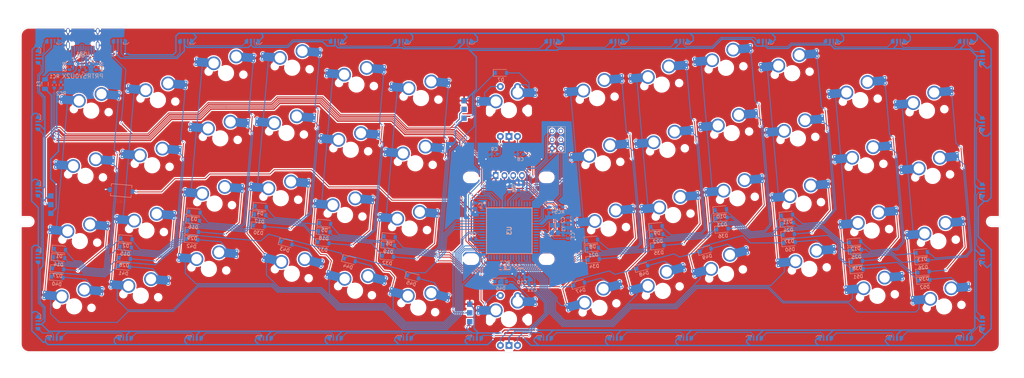
<source format=kicad_pcb>
(kicad_pcb (version 20171130) (host pcbnew "(5.1.8)-1")
  (layers (0 F.Cu signal) (31 B.Cu signal) (34 B.Paste user) (35 F.Paste user) (36 B.SilkS user) (37 F.SilkS user) (38 B.Mask user) (39 F.Mask user) (44 Edge.Cuts user))
  (net 0 "")
  (net 1 "Net-(D1-Pad2)")
  (net 2 "Net-(D2-Pad2)")
  (net 3 "Net-(D3-Pad2)")
  (net 4 "Net-(D4-Pad2)")
  (net 5 "Net-(D5-Pad2)")
  (net 6 "Net-(D6-Pad2)")
  (net 7 "Net-(D7-Pad2)")
  (net 8 "Net-(D8-Pad2)")
  (net 9 "Net-(D9-Pad2)")
  (net 10 "Net-(D10-Pad2)")
  (net 11 "Net-(D11-Pad2)")
  (net 12 "Net-(D12-Pad2)")
  (net 13 "Net-(D13-Pad2)")
  (net 14 "Net-(D14-Pad2)")
  (net 15 "Net-(D15-Pad2)")
  (net 16 "Net-(D16-Pad2)")
  (net 17 "Net-(D17-Pad2)")
  (net 18 "Net-(D18-Pad2)")
  (net 19 "Net-(D19-Pad2)")
  (net 20 "Net-(D21-Pad2)")
  (net 21 "Net-(D22-Pad2)")
  (net 22 "Net-(D23-Pad2)")
  (net 23 "Net-(D24-Pad2)")
  (net 24 "Net-(D25-Pad2)")
  (net 25 "Net-(D26-Pad2)")
  (net 26 "Net-(D27-Pad2)")
  (net 27 "Net-(D28-Pad2)")
  (net 28 "Net-(D29-Pad2)")
  (net 29 "Net-(D30-Pad2)")
  (net 30 "Net-(D31-Pad2)")
  (net 31 "Net-(D32-Pad2)")
  (net 32 "Net-(D34-Pad2)")
  (net 33 "Net-(D35-Pad2)")
  (net 34 "Net-(D36-Pad2)")
  (net 35 "Net-(D37-Pad2)")
  (net 36 "Net-(D38-Pad2)")
  (net 37 "Net-(D39-Pad2)")
  (net 38 "Net-(D40-Pad2)")
  (net 39 "Net-(D41-Pad2)")
  (net 40 "Net-(D42-Pad2)")
  (net 41 "Net-(D43-Pad2)")
  (net 42 "Net-(D44-Pad2)")
  (net 43 "Net-(D45-Pad2)")
  (net 44 "Net-(D46-Pad2)")
  (net 45 "Net-(D47-Pad2)")
  (net 46 "Net-(D48-Pad2)")
  (net 47 "Net-(D49-Pad2)")
  (net 48 "Net-(D50-Pad2)")
  (net 49 "Net-(D51-Pad2)")
  (net 50 "Net-(D52-Pad2)")
  (net 51 GND)
  (net 52 XTAL1)
  (net 53 XTAL2)
  (net 54 "Net-(C3-Pad1)")
  (net 55 +5V)
  (net 56 VCC)
  (net 57 RESET)
  (net 58 MOSI)
  (net 59 SCK)
  (net 60 MISO)
  (net 61 "Net-(RC1-Pad2)")
  (net 62 D-)
  (net 63 D+)
  (net 64 "Net-(RC2-Pad1)")
  (net 65 "Net-(RC3-Pad2)")
  (net 66 "Net-(RC4-Pad2)")
  (net 67 "Net-(RC7-Pad1)")
  (net 68 "Net-(U3-Pad62)")
  (net 69 COL0)
  (net 70 COL1)
  (net 71 COL2)
  (net 72 COL3)
  (net 73 COL4)
  (net 74 COL5)
  (net 75 COL6)
  (net 76 COL7)
  (net 77 COL8)
  (net 78 COL9)
  (net 79 COL10)
  (net 80 COL11)
  (net 81 COL12)
  (net 82 "Net-(U3-Pad44)")
  (net 83 ROW3)
  (net 84 ROW2)
  (net 85 ROW1)
  (net 86 ROW0)
  (net 87 "Net-(U3-Pad31)")
  (net 88 "Net-(U3-Pad30)")
  (net 89 "Net-(U3-Pad29)")
  (net 90 "Net-(U3-Pad28)")
  (net 91 "Net-(U3-Pad27)")
  (net 92 "Net-(U3-Pad19)")
  (net 93 "Net-(U3-Pad18)")
  (net 94 "Net-(U3-Pad16)")
  (net 95 "Net-(U3-Pad15)")
  (net 96 "Net-(U3-Pad14)")
  (net 97 "Net-(U3-Pad1)")
  (net 98 "Net-(USB1-Pad3)")
  (net 99 "Net-(USB1-Pad9)")
  (net 100 "Net-(U3-Pad17)")
  (net 101 "Net-(U3-Pad32)")
  (net 102 "Net-(U3-Pad54)")
  (net 103 "Net-(U3-Pad45)")
  (net 104 "Net-(U3-Pad46)")
  (net 105 "Net-(U3-Pad47)")
  (net 106 ROT2)
  (net 107 ROT0)
  (net 108 ROT1)
  (net 109 SCL)
  (net 110 SDA)
  (net 111 ROT3)
  (net 112 "Net-(D53-Pad1)")
  (net 113 "Net-(D54-Pad1)")
  (net 114 "Net-(D55-Pad1)")
  (net 115 "Net-(D57-Pad1)")
  (net 116 "Net-(D58-Pad1)")
  (net 117 "Net-(D59-Pad1)")
  (net 118 "Net-(D60-Pad1)")
  (net 119 "Net-(D61-Pad1)")
  (net 120 "Net-(D62-Pad1)")
  (net 121 "Net-(D63-Pad1)")
  (net 122 "Net-(D64-Pad1)")
  (net 123 "Net-(D65-Pad1)")
  (net 124 "Net-(D66-Pad1)")
  (net 125 "Net-(D67-Pad1)")
  (net 126 "Net-(D68-Pad1)")
  (net 127 "Net-(D69-Pad1)")
  (net 128 "Net-(D70-Pad1)")
  (net 129 "Net-(D71-Pad1)")
  (net 130 "Net-(D72-Pad1)")
  (net 131 "Net-(D73-Pad1)")
  (net 132 "Net-(D74-Pad1)")
  (net 133 "Net-(D75-Pad1)")
  (net 134 "Net-(D76-Pad1)")
  (net 135 "Net-(D77-Pad1)")
  (net 136 "Net-(D78-Pad1)")
  (net 137 "Net-(D79-Pad1)")
  (net 138 "Net-(D80-Pad1)")
  (net 139 "Net-(D81-Pad1)")
  (net 140 "Net-(D82-Pad1)")
  (net 141 "Net-(D83-Pad1)")
  (net 142 "Net-(D84-Pad1)")
  (net 143 "Net-(D85-Pad1)")
  (net 144 "Net-(D86-Pad1)")
  (net 145 "Net-(D87-Pad1)")
  (net 146 "Net-(D88-Pad1)")
  (net 147 "Net-(D89-Pad1)")
  (net 148 "Net-(D90-Pad1)")
  (net 149 LEDDATA)
  (net 150 "Net-(D56-Pad1)")
  (net 151 "Net-(U3-Pad41)")
  (net 152 "Net-(U3-Pad42)")
  (module KiCadLibs:HRO-TYPE-C-31-M-12_.25clearance (layer B.Cu) (at 82.06 74.93)
    (fp_text reference USB1 (at 0 9.25) (layer B.SilkS) (effects (justify mirror)))
    (fp_text value HRO-TYPE-C-31-M-12)
    (pad 13 thru_hole oval (at 4.32 2.6) (size 1 1.6) (drill oval 0.6 1.2) (layers *.Cu F.Mask) (net 51 GND))
    (pad 13 thru_hole oval (at -4.32 2.6) (size 1 1.6) (drill oval 0.6 1.2) (layers *.Cu F.Mask) (net 51 GND))
    (pad 13 thru_hole oval (at 4.32 6.78) (size 1 2.1) (drill oval 0.6 1.7) (layers *.Cu F.Mask) (net 51 GND))
    (pad 13 thru_hole oval (at -4.32 6.78) (size 1 2.1) (drill oval 0.6 1.7) (layers *.Cu F.Mask) (net 51 GND))
    (pad "" np_thru_hole circle (at -2.89 6.25) (size 0.65 0.65) (drill 0.65) (layers *.Cu *.Mask))
    (pad "" np_thru_hole circle (at 2.89 6.25) (size 0.65 0.65) (drill 0.65) (layers *.Cu *.Mask))
    (pad 6 smd rect (at -0.25 7.695) (size 0.25 1.45) (layers B.Cu B.Paste B.Mask) (net 64 "Net-(RC2-Pad1)"))
    (pad 7 smd rect (at 0.25 7.695) (size 0.25 1.45) (layers B.Cu B.Paste B.Mask) (net 61 "Net-(RC1-Pad2)"))
    (pad 8 smd rect (at 0.75 7.695) (size 0.25 1.45) (layers B.Cu B.Paste B.Mask) (net 64 "Net-(RC2-Pad1)"))
    (pad 5 smd rect (at -0.75 7.695) (size 0.25 1.45) (layers B.Cu B.Paste B.Mask) (net 61 "Net-(RC1-Pad2)"))
    (pad 9 smd rect (at 1.25 7.695) (size 0.25 1.45) (layers B.Cu B.Paste B.Mask) (net 99 "Net-(USB1-Pad9)"))
    (pad 4 smd rect (at -1.25 7.695) (size 0.25 1.45) (layers B.Cu B.Paste B.Mask) (net 65 "Net-(RC3-Pad2)"))
    (pad 10 smd rect (at 1.75 7.695) (size 0.25 1.45) (layers B.Cu B.Paste B.Mask) (net 66 "Net-(RC4-Pad2)"))
    (pad 3 smd rect (at -1.75 7.695) (size 0.25 1.45) (layers B.Cu B.Paste B.Mask) (net 98 "Net-(USB1-Pad3)"))
    (pad 2 smd rect (at -2.45 7.695) (size 0.5 1.45) (layers B.Cu B.Paste B.Mask) (net 56 VCC))
    (pad 11 smd rect (at 2.45 7.695) (size 0.5 1.45) (layers B.Cu B.Paste B.Mask) (net 56 VCC))
    (pad 1 smd rect (at -3.225 7.695) (size 0.5 1.45) (layers B.Cu B.Paste B.Mask) (net 51 GND))
    (pad 12 smd rect (at 3.225 7.695) (size 0.5 1.45) (layers B.Cu B.Paste B.Mask) (net 51 GND))
  )
  (module KiCadLibs:AT90USB1286-AU_TQFP_16X16-64N (layer B.Cu) (at 206.12 135.63 270)
    (fp_text reference U3 (at 0 0 90) (layer B.SilkS) (effects (font (size 1.27 1.27) (thickness 0.254)) (justify mirror)))
    (fp_text value AT90USB1286-AU hide)
    (pad 1 smd rect (at -7.738 6 180) (size 0.4 1.475) (layers B.Cu B.Paste B.Mask) (net 97 "Net-(U3-Pad1)"))
    (pad 2 smd rect (at -7.738 5.2 180) (size 0.4 1.475) (layers B.Cu B.Paste B.Mask) (net 149 LEDDATA))
    (pad 3 smd rect (at -7.738 4.4 180) (size 0.4 1.475) (layers B.Cu B.Paste B.Mask) (net 55 +5V))
    (pad 4 smd rect (at -7.738 3.6 180) (size 0.4 1.475) (layers B.Cu B.Paste B.Mask) (net 62 D-))
    (pad 5 smd rect (at -7.738 2.8 180) (size 0.4 1.475) (layers B.Cu B.Paste B.Mask) (net 63 D+))
    (pad 6 smd rect (at -7.738 2 180) (size 0.4 1.475) (layers B.Cu B.Paste B.Mask) (net 51 GND))
    (pad 7 smd rect (at -7.738 1.2 180) (size 0.4 1.475) (layers B.Cu B.Paste B.Mask) (net 54 "Net-(C3-Pad1)"))
    (pad 8 smd rect (at -7.738 0.4 180) (size 0.4 1.475) (layers B.Cu B.Paste B.Mask) (net 55 +5V))
    (pad 9 smd rect (at -7.738 -0.4 180) (size 0.4 1.475) (layers B.Cu B.Paste B.Mask) (net 108 ROT1))
    (pad 10 smd rect (at -7.738 -1.2 180) (size 0.4 1.475) (layers B.Cu B.Paste B.Mask) (net 107 ROT0))
    (pad 11 smd rect (at -7.738 -2 180) (size 0.4 1.475) (layers B.Cu B.Paste B.Mask) (net 59 SCK))
    (pad 12 smd rect (at -7.738 -2.8 180) (size 0.4 1.475) (layers B.Cu B.Paste B.Mask) (net 58 MOSI))
    (pad 13 smd rect (at -7.738 -3.6 180) (size 0.4 1.475) (layers B.Cu B.Paste B.Mask) (net 60 MISO))
    (pad 14 smd rect (at -7.738 -4.4 180) (size 0.4 1.475) (layers B.Cu B.Paste B.Mask) (net 96 "Net-(U3-Pad14)"))
    (pad 15 smd rect (at -7.738 -5.2 180) (size 0.4 1.475) (layers B.Cu B.Paste B.Mask) (net 95 "Net-(U3-Pad15)"))
    (pad 16 smd rect (at -7.738 -6 180) (size 0.4 1.475) (layers B.Cu B.Paste B.Mask) (net 94 "Net-(U3-Pad16)"))
    (pad 17 smd rect (at -6 -7.738 270) (size 0.4 1.475) (layers B.Cu B.Paste B.Mask) (net 100 "Net-(U3-Pad17)"))
    (pad 18 smd rect (at -5.2 -7.738 270) (size 0.4 1.475) (layers B.Cu B.Paste B.Mask) (net 93 "Net-(U3-Pad18)"))
    (pad 19 smd rect (at -4.4 -7.738 270) (size 0.4 1.475) (layers B.Cu B.Paste B.Mask) (net 92 "Net-(U3-Pad19)"))
    (pad 20 smd rect (at -3.6 -7.738 270) (size 0.4 1.475) (layers B.Cu B.Paste B.Mask) (net 57 RESET))
    (pad 21 smd rect (at -2.8 -7.738 270) (size 0.4 1.475) (layers B.Cu B.Paste B.Mask) (net 55 +5V))
    (pad 22 smd rect (at -2 -7.738 270) (size 0.4 1.475) (layers B.Cu B.Paste B.Mask) (net 51 GND))
    (pad 23 smd rect (at -1.2 -7.738 270) (size 0.4 1.475) (layers B.Cu B.Paste B.Mask) (net 53 XTAL2))
    (pad 24 smd rect (at -0.4 -7.738 270) (size 0.4 1.475) (layers B.Cu B.Paste B.Mask) (net 52 XTAL1))
    (pad 25 smd rect (at 0.4 -7.738 270) (size 0.4 1.475) (layers B.Cu B.Paste B.Mask) (net 109 SCL))
    (pad 26 smd rect (at 1.2 -7.738 270) (size 0.4 1.475) (layers B.Cu B.Paste B.Mask) (net 110 SDA))
    (pad 27 smd rect (at 2 -7.738 270) (size 0.4 1.475) (layers B.Cu B.Paste B.Mask) (net 91 "Net-(U3-Pad27)"))
    (pad 28 smd rect (at 2.8 -7.738 270) (size 0.4 1.475) (layers B.Cu B.Paste B.Mask) (net 90 "Net-(U3-Pad28)"))
    (pad 29 smd rect (at 3.6 -7.738 270) (size 0.4 1.475) (layers B.Cu B.Paste B.Mask) (net 89 "Net-(U3-Pad29)"))
    (pad 30 smd rect (at 4.4 -7.738 270) (size 0.4 1.475) (layers B.Cu B.Paste B.Mask) (net 88 "Net-(U3-Pad30)"))
    (pad 31 smd rect (at 5.2 -7.738 270) (size 0.4 1.475) (layers B.Cu B.Paste B.Mask) (net 87 "Net-(U3-Pad31)"))
    (pad 32 smd rect (at 6 -7.738 270) (size 0.4 1.475) (layers B.Cu B.Paste B.Mask) (net 101 "Net-(U3-Pad32)"))
    (pad 33 smd rect (at 7.738 -6 180) (size 0.4 1.475) (layers B.Cu B.Paste B.Mask) (net 76 COL7))
    (pad 34 smd rect (at 7.738 -5.2 180) (size 0.4 1.475) (layers B.Cu B.Paste B.Mask) (net 77 COL8))
    (pad 35 smd rect (at 7.738 -4.4 180) (size 0.4 1.475) (layers B.Cu B.Paste B.Mask) (net 78 COL9))
    (pad 36 smd rect (at 7.738 -3.6 180) (size 0.4 1.475) (layers B.Cu B.Paste B.Mask) (net 79 COL10))
    (pad 37 smd rect (at 7.738 -2.8 180) (size 0.4 1.475) (layers B.Cu B.Paste B.Mask) (net 80 COL11))
    (pad 38 smd rect (at 7.738 -2 180) (size 0.4 1.475) (layers B.Cu B.Paste B.Mask) (net 81 COL12))
    (pad 39 smd rect (at 7.738 -1.2 180) (size 0.4 1.475) (layers B.Cu B.Paste B.Mask) (net 111 ROT3))
    (pad 40 smd rect (at 7.738 -0.4 180) (size 0.4 1.475) (layers B.Cu B.Paste B.Mask) (net 106 ROT2))
    (pad 41 smd rect (at 7.738 0.4 180) (size 0.4 1.475) (layers B.Cu B.Paste B.Mask) (net 151 "Net-(U3-Pad41)"))
    (pad 42 smd rect (at 7.738 1.2 180) (size 0.4 1.475) (layers B.Cu B.Paste B.Mask) (net 152 "Net-(U3-Pad42)"))
    (pad 43 smd rect (at 7.738 2 180) (size 0.4 1.475) (layers B.Cu B.Paste B.Mask) (net 67 "Net-(RC7-Pad1)"))
    (pad 44 smd rect (at 7.738 2.8 180) (size 0.4 1.475) (layers B.Cu B.Paste B.Mask) (net 82 "Net-(U3-Pad44)"))
    (pad 45 smd rect (at 7.738 3.6 180) (size 0.4 1.475) (layers B.Cu B.Paste B.Mask) (net 103 "Net-(U3-Pad45)"))
    (pad 46 smd rect (at 7.738 4.4 180) (size 0.4 1.475) (layers B.Cu B.Paste B.Mask) (net 104 "Net-(U3-Pad46)"))
    (pad 47 smd rect (at 7.738 5.2 180) (size 0.4 1.475) (layers B.Cu B.Paste B.Mask) (net 105 "Net-(U3-Pad47)"))
    (pad 48 smd rect (at 7.738 6 180) (size 0.4 1.475) (layers B.Cu B.Paste B.Mask) (net 69 COL0))
    (pad 49 smd rect (at 6 7.738 270) (size 0.4 1.475) (layers B.Cu B.Paste B.Mask) (net 70 COL1))
    (pad 50 smd rect (at 5.2 7.738 270) (size 0.4 1.475) (layers B.Cu B.Paste B.Mask) (net 71 COL2))
    (pad 51 smd rect (at 4.4 7.738 270) (size 0.4 1.475) (layers B.Cu B.Paste B.Mask) (net 72 COL3))
    (pad 52 smd rect (at 3.6 7.738 270) (size 0.4 1.475) (layers B.Cu B.Paste B.Mask) (net 55 +5V))
    (pad 53 smd rect (at 2.8 7.738 270) (size 0.4 1.475) (layers B.Cu B.Paste B.Mask) (net 51 GND))
    (pad 54 smd rect (at 2 7.738 270) (size 0.4 1.475) (layers B.Cu B.Paste B.Mask) (net 102 "Net-(U3-Pad54)"))
    (pad 55 smd rect (at 1.2 7.738 270) (size 0.4 1.475) (layers B.Cu B.Paste B.Mask) (net 73 COL4))
    (pad 56 smd rect (at 0.4 7.738 270) (size 0.4 1.475) (layers B.Cu B.Paste B.Mask) (net 74 COL5))
    (pad 57 smd rect (at -0.4 7.738 270) (size 0.4 1.475) (layers B.Cu B.Paste B.Mask) (net 83 ROW3))
    (pad 58 smd rect (at -1.2 7.738 270) (size 0.4 1.475) (layers B.Cu B.Paste B.Mask) (net 84 ROW2))
    (pad 59 smd rect (at -2 7.738 270) (size 0.4 1.475) (layers B.Cu B.Paste B.Mask) (net 85 ROW1))
    (pad 60 smd rect (at -2.8 7.738 270) (size 0.4 1.475) (layers B.Cu B.Paste B.Mask) (net 86 ROW0))
    (pad 61 smd rect (at -3.6 7.738 270) (size 0.4 1.475) (layers B.Cu B.Paste B.Mask) (net 75 COL6))
    (pad 62 smd rect (at -4.4 7.738 270) (size 0.4 1.475) (layers B.Cu B.Paste B.Mask) (net 68 "Net-(U3-Pad62)"))
    (pad 63 smd rect (at -5.2 7.738 270) (size 0.4 1.475) (layers B.Cu B.Paste B.Mask) (net 51 GND))
    (pad 64 smd rect (at -6 7.738 270) (size 0.4 1.475) (layers B.Cu B.Paste B.Mask) (net 55 +5V))
  )
  (module KiCadLibs:StripLED (layer F.Cu) (at 194.62 157)
    (fp_text reference LED3 hide)
    (fp_text value LED_Strip hide)
    (pad 3 smd rect (at 0 5.08) (size 1.524 1.524) (layers F.Cu F.Paste F.Mask) (net 56 VCC))
    (pad 2 smd rect (at 0 2.54) (size 1.524 1.524) (layers F.Cu F.Paste F.Mask) (net 149 LEDDATA))
    (pad 1 smd rect (at 0 0) (size 1.524 1.524) (layers F.Cu F.Paste F.Mask) (net 51 GND))
    (pad 1 smd rect (at 0 5.08) (size 1.524 1.524) (layers B.Cu B.Paste B.Mask) (net 51 GND))
    (pad 2 smd rect (at 0 2.54) (size 1.524 1.524) (layers B.Cu B.Paste B.Mask) (net 149 LEDDATA))
    (pad 3 smd rect (at 0 0) (size 1.524 1.524) (layers B.Cu B.Paste B.Mask) (net 56 VCC))
  )
  (module KiCadLibs:StripLED_BackOnly (layer F.Cu) (at 72.77 125.5)
    (fp_text reference LED2 hide)
    (fp_text value LED_Strip hide)
    (pad 1 smd rect (at 0 5.08) (size 1.524 1.524) (layers B.Cu B.Paste B.Mask) (net 51 GND))
    (pad 2 smd rect (at 0 2.54) (size 1.524 1.524) (layers B.Cu B.Paste B.Mask) (net 149 LEDDATA))
    (pad 3 smd rect (at 0 0) (size 1.524 1.524) (layers B.Cu B.Paste B.Mask) (net 56 VCC))
  )
  (module KiCadLibs:StripLED (layer F.Cu) (at 192.97 97.8)
    (fp_text reference LED1 hide)
    (fp_text value LED_Strip hide)
    (pad 3 smd rect (at 0 5.08) (size 1.524 1.524) (layers F.Cu F.Paste F.Mask) (net 56 VCC))
    (pad 2 smd rect (at 0 2.54) (size 1.524 1.524) (layers F.Cu F.Paste F.Mask) (net 149 LEDDATA))
    (pad 1 smd rect (at 0 0) (size 1.524 1.524) (layers F.Cu F.Paste F.Mask) (net 51 GND))
    (pad 1 smd rect (at 0 5.08) (size 1.524 1.524) (layers B.Cu B.Paste B.Mask) (net 51 GND))
    (pad 2 smd rect (at 0 2.54) (size 1.524 1.524) (layers B.Cu B.Paste B.Mask) (net 149 LEDDATA))
    (pad 3 smd rect (at 0 0) (size 1.524 1.524) (layers B.Cu B.Paste B.Mask) (net 56 VCC))
  )
  (module KiCadLibs:SSD1306_128x64OLED_wHoles (layer F.Cu) (at 206 118.1)
    (fp_text reference U2)
    (fp_text value OLED_SSD1306)
    (pad 2 thru_hole oval (at -1.27 1.47 90) (size 2 1.6) (drill 1) (layers *.Cu *.Mask) (net 55 +5V))
    (pad 1 thru_hole rect (at -3.81 1.47 90) (size 2 1.6) (drill 1) (layers *.Cu *.Mask) (net 51 GND))
    (pad 3 thru_hole oval (at 1.27 1.47 90) (size 2 1.6) (drill 1) (layers *.Cu *.Mask) (net 109 SCL))
    (pad 4 thru_hole oval (at 3.81 1.47 90) (size 2 1.6) (drill 1) (layers *.Cu *.Mask) (net 110 SDA))
    (pad "" np_thru_hole oval (at -11 2 90) (size 2.7 4) (drill oval 2.7 4) (layers *.Cu *.Mask))
    (pad "" np_thru_hole oval (at 11 2 90) (size 2.7 4) (drill oval 2.7 4) (layers *.Cu *.Mask))
    (pad "" np_thru_hole oval (at 11 25.8 90) (size 2.7 4) (drill oval 2.7 4) (layers *.Cu *.Mask))
    (pad "" np_thru_hole oval (at -11 25.8 90) (size 2.7 4) (drill oval 2.7 4) (layers *.Cu *.Mask))
  )
  (module KiCadLibs:MX-1U-Hotswap-Antishear-ec11 (layer F.Cu) (at 206.02 100.56)
    (fp_text reference MX_ec11_7)
    (fp_text value MX-ec11)
    (pad 5 thru_hole rect (at 0.01 7.64 90) (size 2 2) (drill 1) (layers *.Cu *.Mask) (net 51 GND))
    (pad 1 thru_hole circle (at -2.49 -6.86 90) (size 2 2) (drill 1) (layers *.Cu *.Mask) (net 75 COL6))
    (pad "" np_thru_hole oval (at -5.59 0.14 90) (size 2.8 1.5) (drill oval 2.8 1.5) (layers *.Cu *.Mask))
    (pad 2 thru_hole oval (at 2.51 -5.86 90) (size 4 2) (drill oval 3 1) (layers *.Cu *.Mask) (net 7 "Net-(D7-Pad2)"))
    (pad 4 thru_hole circle (at 2.51 7.64 90) (size 2 2) (drill 1) (layers *.Cu *.Mask) (net 107 ROT0))
    (pad 3 thru_hole circle (at -2.49 7.64 90) (size 2 2) (drill 1) (layers *.Cu *.Mask) (net 108 ROT1))
    (pad "" np_thru_hole oval (at 5.61 0.14 90) (size 2.8 1.5) (drill oval 2.8 1.5) (layers *.Cu *.Mask))
    (pad 2 smd rect (at 5.842 -5.08) (size 4.5 2.5) (layers B.Cu) (net 7 "Net-(D7-Pad2)"))
    (pad 1 smd rect (at -7.085 -2.54) (size 4.7 2.5) (drill (offset 0.1 0)) (layers B.Cu) (net 75 COL6))
    (pad 2 thru_hole circle (at 7.62 -4.318) (size 0.8 0.8) (drill 0.4) (layers *.Cu) (net 7 "Net-(D7-Pad2)"))
    (pad 1 thru_hole circle (at -8.89 -1.778) (size 0.8 0.8) (drill 0.4) (layers *.Cu) (net 75 COL6))
    (pad 2 thru_hole circle (at 7.62 -5.842) (size 0.8 0.8) (drill 0.4) (layers *.Cu) (net 7 "Net-(D7-Pad2)"))
    (pad 1 thru_hole circle (at -8.89 -3.302) (size 0.8 0.8) (drill 0.4) (layers *.Cu) (net 75 COL6))
    (pad "" np_thru_hole circle (at 5.08 0 48) (size 1.75 1.75) (drill 1.75) (layers *.Cu *.Mask))
    (pad "" np_thru_hole circle (at -5.08 0 48) (size 1.75 1.75) (drill 1.75) (layers *.Cu *.Mask))
    (pad "" thru_hole oval (at -3.81 -2.54) (size 4 4) (drill 3) (layers *.Cu *.Mask))
    (pad "" np_thru_hole circle (at 0 0 180) (size 3.9878 3.9878) (drill 3.9878) (layers *.Cu *.Mask))
    (pad "" thru_hole circle (at 2.54 -5.08) (size 4 4) (drill 3) (layers *.Cu *.Mask))
  )
  (module KiCadLibs:MX-1U-Hotswap-Antishear-ec11 (layer F.Cu) (at 206.03 161.36)
    (fp_text reference MX_ec11_46)
    (fp_text value MX-ec11)
    (pad 5 thru_hole rect (at 0.01 7.64 90) (size 2 2) (drill 1) (layers *.Cu *.Mask) (net 51 GND))
    (pad 1 thru_hole circle (at -2.49 -6.86 90) (size 2 2) (drill 1) (layers *.Cu *.Mask) (net 75 COL6))
    (pad "" np_thru_hole oval (at -5.59 0.14 90) (size 2.8 1.5) (drill oval 2.8 1.5) (layers *.Cu *.Mask))
    (pad 2 thru_hole oval (at 2.51 -5.86 90) (size 4 2) (drill oval 3 1) (layers *.Cu *.Mask) (net 44 "Net-(D46-Pad2)"))
    (pad 4 thru_hole circle (at 2.51 7.64 90) (size 2 2) (drill 1) (layers *.Cu *.Mask) (net 111 ROT3))
    (pad 3 thru_hole circle (at -2.49 7.64 90) (size 2 2) (drill 1) (layers *.Cu *.Mask) (net 106 ROT2))
    (pad "" np_thru_hole oval (at 5.61 0.14 90) (size 2.8 1.5) (drill oval 2.8 1.5) (layers *.Cu *.Mask))
    (pad 2 smd rect (at 5.842 -5.08) (size 4.5 2.5) (layers B.Cu) (net 44 "Net-(D46-Pad2)"))
    (pad 1 smd rect (at -7.085 -2.54) (size 4.7 2.5) (drill (offset 0.1 0)) (layers B.Cu) (net 75 COL6))
    (pad 2 thru_hole circle (at 7.62 -4.318) (size 0.8 0.8) (drill 0.4) (layers *.Cu) (net 44 "Net-(D46-Pad2)"))
    (pad 1 thru_hole circle (at -8.89 -1.778) (size 0.8 0.8) (drill 0.4) (layers *.Cu) (net 75 COL6))
    (pad 2 thru_hole circle (at 7.62 -5.842) (size 0.8 0.8) (drill 0.4) (layers *.Cu) (net 44 "Net-(D46-Pad2)"))
    (pad 1 thru_hole circle (at -8.89 -3.302) (size 0.8 0.8) (drill 0.4) (layers *.Cu) (net 75 COL6))
    (pad "" np_thru_hole circle (at 5.08 0 48) (size 1.75 1.75) (drill 1.75) (layers *.Cu *.Mask))
    (pad "" np_thru_hole circle (at -5.08 0 48) (size 1.75 1.75) (drill 1.75) (layers *.Cu *.Mask))
    (pad "" thru_hole oval (at -3.81 -2.54) (size 4 4) (drill 3) (layers *.Cu *.Mask))
    (pad "" np_thru_hole circle (at 0 0 180) (size 3.9878 3.9878) (drill 3.9878) (layers *.Cu *.Mask))
    (pad "" thru_hole circle (at 2.54 -5.08) (size 4 4) (drill 3) (layers *.Cu *.Mask))
  )
  (module KiCadLibs:MX-1U-Hotswap-Antishear (layer F.Cu) (at 332.609107 157.653994 5)
    (fp_text reference MX52)
    (fp_text value MX)
    (pad "" thru_hole circle (at 2.54 -5.08 5) (size 4 4) (drill 3) (layers *.Cu *.Mask))
    (pad "" np_thru_hole circle (at 0 0 185) (size 3.9878 3.9878) (drill 3.9878) (layers *.Cu *.Mask))
    (pad "" thru_hole circle (at -3.81 -2.54 5) (size 4 4) (drill 3) (layers *.Cu *.Mask))
    (pad "" np_thru_hole circle (at -5.08 0 53.0996) (size 1.75 1.75) (drill 1.75) (layers *.Cu *.Mask))
    (pad "" np_thru_hole circle (at 5.08 0 53.0996) (size 1.75 1.75) (drill 1.75) (layers *.Cu *.Mask))
    (pad 1 thru_hole circle (at -8.89 -3.302 5) (size 0.8 0.8) (drill 0.4) (layers *.Cu) (net 81 COL12))
    (pad 2 thru_hole circle (at 7.62 -5.842 5) (size 0.8 0.8) (drill 0.4) (layers *.Cu) (net 50 "Net-(D52-Pad2)"))
    (pad 1 thru_hole circle (at -8.89 -1.778 5) (size 0.8 0.8) (drill 0.4) (layers *.Cu) (net 81 COL12))
    (pad 2 thru_hole circle (at 7.62 -4.318 5) (size 0.8 0.8) (drill 0.4) (layers *.Cu) (net 50 "Net-(D52-Pad2)"))
    (pad 1 smd rect (at -7.085 -2.54 5) (size 4.5 2.5) (layers B.Cu) (net 81 COL12))
    (pad 2 smd rect (at 5.842 -5.08 5) (size 4.5 2.5) (layers B.Cu) (net 50 "Net-(D52-Pad2)"))
  )
  (module KiCadLibs:MX-1U-Hotswap-Antishear (layer F.Cu) (at 313.216474 154.569436 5)
    (fp_text reference MX51)
    (fp_text value MX)
    (pad "" thru_hole circle (at 2.54 -5.08 5) (size 4 4) (drill 3) (layers *.Cu *.Mask))
    (pad "" np_thru_hole circle (at 0 0 185) (size 3.9878 3.9878) (drill 3.9878) (layers *.Cu *.Mask))
    (pad "" thru_hole circle (at -3.81 -2.54 5) (size 4 4) (drill 3) (layers *.Cu *.Mask))
    (pad "" np_thru_hole circle (at -5.08 0 53.0996) (size 1.75 1.75) (drill 1.75) (layers *.Cu *.Mask))
    (pad "" np_thru_hole circle (at 5.08 0 53.0996) (size 1.75 1.75) (drill 1.75) (layers *.Cu *.Mask))
    (pad 1 thru_hole circle (at -8.89 -3.302 5) (size 0.8 0.8) (drill 0.4) (layers *.Cu) (net 80 COL11))
    (pad 2 thru_hole circle (at 7.62 -5.842 5) (size 0.8 0.8) (drill 0.4) (layers *.Cu) (net 49 "Net-(D51-Pad2)"))
    (pad 1 thru_hole circle (at -8.89 -1.778 5) (size 0.8 0.8) (drill 0.4) (layers *.Cu) (net 80 COL11))
    (pad 2 thru_hole circle (at 7.62 -4.318 5) (size 0.8 0.8) (drill 0.4) (layers *.Cu) (net 49 "Net-(D51-Pad2)"))
    (pad 1 smd rect (at -7.085 -2.54 5) (size 4.5 2.5) (layers B.Cu) (net 80 COL11))
    (pad 2 smd rect (at 5.842 -5.08 5) (size 4.5 2.5) (layers B.Cu) (net 49 "Net-(D51-Pad2)"))
  )
  (module KiCadLibs:MX-1U-Hotswap-Antishear (layer F.Cu) (at 293.408808 146.740998 5)
    (fp_text reference MX50)
    (fp_text value MX)
    (pad "" thru_hole circle (at 2.54 -5.08 5) (size 4 4) (drill 3) (layers *.Cu *.Mask))
    (pad "" np_thru_hole circle (at 0 0 185) (size 3.9878 3.9878) (drill 3.9878) (layers *.Cu *.Mask))
    (pad "" thru_hole circle (at -3.81 -2.54 5) (size 4 4) (drill 3) (layers *.Cu *.Mask))
    (pad "" np_thru_hole circle (at -5.08 0 53.0996) (size 1.75 1.75) (drill 1.75) (layers *.Cu *.Mask))
    (pad "" np_thru_hole circle (at 5.08 0 53.0996) (size 1.75 1.75) (drill 1.75) (layers *.Cu *.Mask))
    (pad 1 thru_hole circle (at -8.89 -3.302 5) (size 0.8 0.8) (drill 0.4) (layers *.Cu) (net 79 COL10))
    (pad 2 thru_hole circle (at 7.62 -5.842 5) (size 0.8 0.8) (drill 0.4) (layers *.Cu) (net 48 "Net-(D50-Pad2)"))
    (pad 1 thru_hole circle (at -8.89 -1.778 5) (size 0.8 0.8) (drill 0.4) (layers *.Cu) (net 79 COL10))
    (pad 2 thru_hole circle (at 7.62 -4.318 5) (size 0.8 0.8) (drill 0.4) (layers *.Cu) (net 48 "Net-(D50-Pad2)"))
    (pad 1 smd rect (at -7.085 -2.54 5) (size 4.5 2.5) (layers B.Cu) (net 79 COL10))
    (pad 2 smd rect (at 5.842 -5.08 5) (size 4.5 2.5) (layers B.Cu) (net 48 "Net-(D50-Pad2)"))
  )
  (module KiCadLibs:MX-1U-Hotswap-Antishear (layer F.Cu) (at 269.174881 148.219179 15)
    (fp_text reference MX49)
    (fp_text value MX)
    (pad "" thru_hole circle (at 2.54 -5.08 15) (size 4 4) (drill 3) (layers *.Cu *.Mask))
    (pad "" np_thru_hole circle (at 0 0 195) (size 3.9878 3.9878) (drill 3.9878) (layers *.Cu *.Mask))
    (pad "" thru_hole circle (at -3.81 -2.54 15) (size 4 4) (drill 3) (layers *.Cu *.Mask))
    (pad "" np_thru_hole circle (at -5.08 0 63.0996) (size 1.75 1.75) (drill 1.75) (layers *.Cu *.Mask))
    (pad "" np_thru_hole circle (at 5.08 0 63.0996) (size 1.75 1.75) (drill 1.75) (layers *.Cu *.Mask))
    (pad 1 thru_hole circle (at -8.89 -3.302 15) (size 0.8 0.8) (drill 0.4) (layers *.Cu) (net 78 COL9))
    (pad 2 thru_hole circle (at 7.62 -5.842 15) (size 0.8 0.8) (drill 0.4) (layers *.Cu) (net 47 "Net-(D49-Pad2)"))
    (pad 1 thru_hole circle (at -8.89 -1.778 15) (size 0.8 0.8) (drill 0.4) (layers *.Cu) (net 78 COL9))
    (pad 2 thru_hole circle (at 7.62 -4.318 15) (size 0.8 0.8) (drill 0.4) (layers *.Cu) (net 47 "Net-(D49-Pad2)"))
    (pad 1 smd rect (at -7.085 -2.54 15) (size 4.5 2.5) (layers B.Cu) (net 78 COL9))
    (pad 2 smd rect (at 5.842 -5.08 15) (size 4.5 2.5) (layers B.Cu) (net 47 "Net-(D49-Pad2)"))
  )
  (module KiCadLibs:MX-1U-Hotswap-Antishear (layer F.Cu) (at 250.773994 153.149683 15)
    (fp_text reference MX48)
    (fp_text value MX)
    (pad "" thru_hole circle (at 2.54 -5.08 15) (size 4 4) (drill 3) (layers *.Cu *.Mask))
    (pad "" np_thru_hole circle (at 0 0 195) (size 3.9878 3.9878) (drill 3.9878) (layers *.Cu *.Mask))
    (pad "" thru_hole circle (at -3.81 -2.54 15) (size 4 4) (drill 3) (layers *.Cu *.Mask))
    (pad "" np_thru_hole circle (at -5.08 0 63.0996) (size 1.75 1.75) (drill 1.75) (layers *.Cu *.Mask))
    (pad "" np_thru_hole circle (at 5.08 0 63.0996) (size 1.75 1.75) (drill 1.75) (layers *.Cu *.Mask))
    (pad 1 thru_hole circle (at -8.89 -3.302 15) (size 0.8 0.8) (drill 0.4) (layers *.Cu) (net 77 COL8))
    (pad 2 thru_hole circle (at 7.62 -5.842 15) (size 0.8 0.8) (drill 0.4) (layers *.Cu) (net 46 "Net-(D48-Pad2)"))
    (pad 1 thru_hole circle (at -8.89 -1.778 15) (size 0.8 0.8) (drill 0.4) (layers *.Cu) (net 77 COL8))
    (pad 2 thru_hole circle (at 7.62 -4.318 15) (size 0.8 0.8) (drill 0.4) (layers *.Cu) (net 46 "Net-(D48-Pad2)"))
    (pad 1 smd rect (at -7.085 -2.54 15) (size 4.5 2.5) (layers B.Cu) (net 77 COL8))
    (pad 2 smd rect (at 5.842 -5.08 15) (size 4.5 2.5) (layers B.Cu) (net 46 "Net-(D48-Pad2)"))
  )
  (module KiCadLibs:MX-1U-Hotswap-Antishear (layer F.Cu) (at 232.373107 158.080185 15)
    (fp_text reference MX47)
    (fp_text value MX)
    (pad "" thru_hole circle (at 2.54 -5.08 15) (size 4 4) (drill 3) (layers *.Cu *.Mask))
    (pad "" np_thru_hole circle (at 0 0 195) (size 3.9878 3.9878) (drill 3.9878) (layers *.Cu *.Mask))
    (pad "" thru_hole circle (at -3.81 -2.54 15) (size 4 4) (drill 3) (layers *.Cu *.Mask))
    (pad "" np_thru_hole circle (at -5.08 0 63.0996) (size 1.75 1.75) (drill 1.75) (layers *.Cu *.Mask))
    (pad "" np_thru_hole circle (at 5.08 0 63.0996) (size 1.75 1.75) (drill 1.75) (layers *.Cu *.Mask))
    (pad 1 thru_hole circle (at -8.89 -3.302 15) (size 0.8 0.8) (drill 0.4) (layers *.Cu) (net 76 COL7))
    (pad 2 thru_hole circle (at 7.62 -5.842 15) (size 0.8 0.8) (drill 0.4) (layers *.Cu) (net 45 "Net-(D47-Pad2)"))
    (pad 1 thru_hole circle (at -8.89 -1.778 15) (size 0.8 0.8) (drill 0.4) (layers *.Cu) (net 76 COL7))
    (pad 2 thru_hole circle (at 7.62 -4.318 15) (size 0.8 0.8) (drill 0.4) (layers *.Cu) (net 45 "Net-(D47-Pad2)"))
    (pad 1 smd rect (at -7.085 -2.54 15) (size 4.5 2.5) (layers B.Cu) (net 76 COL7))
    (pad 2 smd rect (at 5.842 -5.08 15) (size 4.5 2.5) (layers B.Cu) (net 45 "Net-(D47-Pad2)"))
  )
  (module KiCadLibs:MX-1U-Hotswap-Antishear (layer F.Cu) (at 179.653586 158.014937 345)
    (fp_text reference MX45)
    (fp_text value MX)
    (pad "" thru_hole circle (at 2.54 -5.08 345) (size 4 4) (drill 3) (layers *.Cu *.Mask))
    (pad "" np_thru_hole circle (at 0 0 165) (size 3.9878 3.9878) (drill 3.9878) (layers *.Cu *.Mask))
    (pad "" thru_hole circle (at -3.81 -2.54 345) (size 4 4) (drill 3) (layers *.Cu *.Mask))
    (pad "" np_thru_hole circle (at -5.08 0 33.0996) (size 1.75 1.75) (drill 1.75) (layers *.Cu *.Mask))
    (pad "" np_thru_hole circle (at 5.08 0 33.0996) (size 1.75 1.75) (drill 1.75) (layers *.Cu *.Mask))
    (pad 1 thru_hole circle (at -8.89 -3.302 345) (size 0.8 0.8) (drill 0.4) (layers *.Cu) (net 74 COL5))
    (pad 2 thru_hole circle (at 7.62 -5.842 345) (size 0.8 0.8) (drill 0.4) (layers *.Cu) (net 43 "Net-(D45-Pad2)"))
    (pad 1 thru_hole circle (at -8.89 -1.778 345) (size 0.8 0.8) (drill 0.4) (layers *.Cu) (net 74 COL5))
    (pad 2 thru_hole circle (at 7.62 -4.318 345) (size 0.8 0.8) (drill 0.4) (layers *.Cu) (net 43 "Net-(D45-Pad2)"))
    (pad 1 smd rect (at -7.085 -2.54 345) (size 4.5 2.5) (layers B.Cu) (net 74 COL5))
    (pad 2 smd rect (at 5.842 -5.08 345) (size 4.5 2.5) (layers B.Cu) (net 43 "Net-(D45-Pad2)"))
  )
  (module KiCadLibs:MX-1U-Hotswap-Antishear (layer F.Cu) (at 161.252697 153.084435 345)
    (fp_text reference MX44)
    (fp_text value MX)
    (pad "" thru_hole circle (at 2.54 -5.08 345) (size 4 4) (drill 3) (layers *.Cu *.Mask))
    (pad "" np_thru_hole circle (at 0 0 165) (size 3.9878 3.9878) (drill 3.9878) (layers *.Cu *.Mask))
    (pad "" thru_hole circle (at -3.81 -2.54 345) (size 4 4) (drill 3) (layers *.Cu *.Mask))
    (pad "" np_thru_hole circle (at -5.08 0 33.0996) (size 1.75 1.75) (drill 1.75) (layers *.Cu *.Mask))
    (pad "" np_thru_hole circle (at 5.08 0 33.0996) (size 1.75 1.75) (drill 1.75) (layers *.Cu *.Mask))
    (pad 1 thru_hole circle (at -8.89 -3.302 345) (size 0.8 0.8) (drill 0.4) (layers *.Cu) (net 73 COL4))
    (pad 2 thru_hole circle (at 7.62 -5.842 345) (size 0.8 0.8) (drill 0.4) (layers *.Cu) (net 42 "Net-(D44-Pad2)"))
    (pad 1 thru_hole circle (at -8.89 -1.778 345) (size 0.8 0.8) (drill 0.4) (layers *.Cu) (net 73 COL4))
    (pad 2 thru_hole circle (at 7.62 -4.318 345) (size 0.8 0.8) (drill 0.4) (layers *.Cu) (net 42 "Net-(D44-Pad2)"))
    (pad 1 smd rect (at -7.085 -2.54 345) (size 4.5 2.5) (layers B.Cu) (net 73 COL4))
    (pad 2 smd rect (at 5.842 -5.08 345) (size 4.5 2.5) (layers B.Cu) (net 42 "Net-(D44-Pad2)"))
  )
  (module KiCadLibs:MX-1U-Hotswap-Antishear (layer F.Cu) (at 142.85181 148.153933 345)
    (fp_text reference MX43)
    (fp_text value MX)
    (pad "" thru_hole circle (at 2.54 -5.08 345) (size 4 4) (drill 3) (layers *.Cu *.Mask))
    (pad "" np_thru_hole circle (at 0 0 165) (size 3.9878 3.9878) (drill 3.9878) (layers *.Cu *.Mask))
    (pad "" thru_hole circle (at -3.81 -2.54 345) (size 4 4) (drill 3) (layers *.Cu *.Mask))
    (pad "" np_thru_hole circle (at -5.08 0 33.0996) (size 1.75 1.75) (drill 1.75) (layers *.Cu *.Mask))
    (pad "" np_thru_hole circle (at 5.08 0 33.0996) (size 1.75 1.75) (drill 1.75) (layers *.Cu *.Mask))
    (pad 1 thru_hole circle (at -8.89 -3.302 345) (size 0.8 0.8) (drill 0.4) (layers *.Cu) (net 72 COL3))
    (pad 2 thru_hole circle (at 7.62 -5.842 345) (size 0.8 0.8) (drill 0.4) (layers *.Cu) (net 41 "Net-(D43-Pad2)"))
    (pad 1 thru_hole circle (at -8.89 -1.778 345) (size 0.8 0.8) (drill 0.4) (layers *.Cu) (net 72 COL3))
    (pad 2 thru_hole circle (at 7.62 -4.318 345) (size 0.8 0.8) (drill 0.4) (layers *.Cu) (net 41 "Net-(D43-Pad2)"))
    (pad 1 smd rect (at -7.085 -2.54 345) (size 4.5 2.5) (layers B.Cu) (net 72 COL3))
    (pad 2 smd rect (at 5.842 -5.08 345) (size 4.5 2.5) (layers B.Cu) (net 41 "Net-(D43-Pad2)"))
  )
  (module KiCadLibs:MX-1U-Hotswap-Antishear (layer F.Cu) (at 118.729738 146.750749 355)
    (fp_text reference MX42)
    (fp_text value MX)
    (pad "" thru_hole circle (at 2.54 -5.08 355) (size 4 4) (drill 3) (layers *.Cu *.Mask))
    (pad "" np_thru_hole circle (at 0 0 175) (size 3.9878 3.9878) (drill 3.9878) (layers *.Cu *.Mask))
    (pad "" thru_hole circle (at -3.81 -2.54 355) (size 4 4) (drill 3) (layers *.Cu *.Mask))
    (pad "" np_thru_hole circle (at -5.08 0 43.0996) (size 1.75 1.75) (drill 1.75) (layers *.Cu *.Mask))
    (pad "" np_thru_hole circle (at 5.08 0 43.0996) (size 1.75 1.75) (drill 1.75) (layers *.Cu *.Mask))
    (pad 1 thru_hole circle (at -8.89 -3.302 355) (size 0.8 0.8) (drill 0.4) (layers *.Cu) (net 71 COL2))
    (pad 2 thru_hole circle (at 7.62 -5.842 355) (size 0.8 0.8) (drill 0.4) (layers *.Cu) (net 40 "Net-(D42-Pad2)"))
    (pad 1 thru_hole circle (at -8.89 -1.778 355) (size 0.8 0.8) (drill 0.4) (layers *.Cu) (net 71 COL2))
    (pad 2 thru_hole circle (at 7.62 -4.318 355) (size 0.8 0.8) (drill 0.4) (layers *.Cu) (net 40 "Net-(D42-Pad2)"))
    (pad 1 smd rect (at -7.085 -2.54 355) (size 4.5 2.5) (layers B.Cu) (net 71 COL2))
    (pad 2 smd rect (at 5.842 -5.08 355) (size 4.5 2.5) (layers B.Cu) (net 40 "Net-(D42-Pad2)"))
  )
  (module KiCadLibs:MX-1U-Hotswap-Antishear (layer F.Cu) (at 98.924684 154.549299 355)
    (fp_text reference MX41)
    (fp_text value MX)
    (pad "" thru_hole circle (at 2.54 -5.08 355) (size 4 4) (drill 3) (layers *.Cu *.Mask))
    (pad "" np_thru_hole circle (at 0 0 175) (size 3.9878 3.9878) (drill 3.9878) (layers *.Cu *.Mask))
    (pad "" thru_hole circle (at -3.81 -2.54 355) (size 4 4) (drill 3) (layers *.Cu *.Mask))
    (pad "" np_thru_hole circle (at -5.08 0 43.0996) (size 1.75 1.75) (drill 1.75) (layers *.Cu *.Mask))
    (pad "" np_thru_hole circle (at 5.08 0 43.0996) (size 1.75 1.75) (drill 1.75) (layers *.Cu *.Mask))
    (pad 1 thru_hole circle (at -8.89 -3.302 355) (size 0.8 0.8) (drill 0.4) (layers *.Cu) (net 70 COL1))
    (pad 2 thru_hole circle (at 7.62 -5.842 355) (size 0.8 0.8) (drill 0.4) (layers *.Cu) (net 39 "Net-(D41-Pad2)"))
    (pad 1 thru_hole circle (at -8.89 -1.778 355) (size 0.8 0.8) (drill 0.4) (layers *.Cu) (net 70 COL1))
    (pad 2 thru_hole circle (at 7.62 -4.318 355) (size 0.8 0.8) (drill 0.4) (layers *.Cu) (net 39 "Net-(D41-Pad2)"))
    (pad 1 smd rect (at -7.085 -2.54 355) (size 4.5 2.5) (layers B.Cu) (net 70 COL1))
    (pad 2 smd rect (at 5.842 -5.08 355) (size 4.5 2.5) (layers B.Cu) (net 39 "Net-(D41-Pad2)"))
  )
  (module KiCadLibs:MX-1U-Hotswap-Antishear (layer F.Cu) (at 79.532051 157.633859 355)
    (fp_text reference MX40)
    (fp_text value MX)
    (pad "" thru_hole circle (at 2.54 -5.08 355) (size 4 4) (drill 3) (layers *.Cu *.Mask))
    (pad "" np_thru_hole circle (at 0 0 175) (size 3.9878 3.9878) (drill 3.9878) (layers *.Cu *.Mask))
    (pad "" thru_hole circle (at -3.81 -2.54 355) (size 4 4) (drill 3) (layers *.Cu *.Mask))
    (pad "" np_thru_hole circle (at -5.08 0 43.0996) (size 1.75 1.75) (drill 1.75) (layers *.Cu *.Mask))
    (pad "" np_thru_hole circle (at 5.08 0 43.0996) (size 1.75 1.75) (drill 1.75) (layers *.Cu *.Mask))
    (pad 1 thru_hole circle (at -8.89 -3.302 355) (size 0.8 0.8) (drill 0.4) (layers *.Cu) (net 69 COL0))
    (pad 2 thru_hole circle (at 7.62 -5.842 355) (size 0.8 0.8) (drill 0.4) (layers *.Cu) (net 38 "Net-(D40-Pad2)"))
    (pad 1 thru_hole circle (at -8.89 -1.778 355) (size 0.8 0.8) (drill 0.4) (layers *.Cu) (net 69 COL0))
    (pad 2 thru_hole circle (at 7.62 -4.318 355) (size 0.8 0.8) (drill 0.4) (layers *.Cu) (net 38 "Net-(D40-Pad2)"))
    (pad 1 smd rect (at -7.085 -2.54 355) (size 4.5 2.5) (layers B.Cu) (net 69 COL0))
    (pad 2 smd rect (at 5.842 -5.08 355) (size 4.5 2.5) (layers B.Cu) (net 38 "Net-(D40-Pad2)"))
  )
  (module KiCadLibs:MX-1U-Hotswap-Antishear (layer F.Cu) (at 330.948789 138.676485 5)
    (fp_text reference MX39)
    (fp_text value MX)
    (pad "" thru_hole circle (at 2.54 -5.08 5) (size 4 4) (drill 3) (layers *.Cu *.Mask))
    (pad "" np_thru_hole circle (at 0 0 185) (size 3.9878 3.9878) (drill 3.9878) (layers *.Cu *.Mask))
    (pad "" thru_hole circle (at -3.81 -2.54 5) (size 4 4) (drill 3) (layers *.Cu *.Mask))
    (pad "" np_thru_hole circle (at -5.08 0 53.0996) (size 1.75 1.75) (drill 1.75) (layers *.Cu *.Mask))
    (pad "" np_thru_hole circle (at 5.08 0 53.0996) (size 1.75 1.75) (drill 1.75) (layers *.Cu *.Mask))
    (pad 1 thru_hole circle (at -8.89 -3.302 5) (size 0.8 0.8) (drill 0.4) (layers *.Cu) (net 81 COL12))
    (pad 2 thru_hole circle (at 7.62 -5.842 5) (size 0.8 0.8) (drill 0.4) (layers *.Cu) (net 37 "Net-(D39-Pad2)"))
    (pad 1 thru_hole circle (at -8.89 -1.778 5) (size 0.8 0.8) (drill 0.4) (layers *.Cu) (net 81 COL12))
    (pad 2 thru_hole circle (at 7.62 -4.318 5) (size 0.8 0.8) (drill 0.4) (layers *.Cu) (net 37 "Net-(D39-Pad2)"))
    (pad 1 smd rect (at -7.085 -2.54 5) (size 4.5 2.5) (layers B.Cu) (net 81 COL12))
    (pad 2 smd rect (at 5.842 -5.08 5) (size 4.5 2.5) (layers B.Cu) (net 37 "Net-(D39-Pad2)"))
  )
  (module KiCadLibs:MX-1U-Hotswap-Antishear (layer F.Cu) (at 311.556156 135.591927 5)
    (fp_text reference MX38)
    (fp_text value MX)
    (pad "" thru_hole circle (at 2.54 -5.08 5) (size 4 4) (drill 3) (layers *.Cu *.Mask))
    (pad "" np_thru_hole circle (at 0 0 185) (size 3.9878 3.9878) (drill 3.9878) (layers *.Cu *.Mask))
    (pad "" thru_hole circle (at -3.81 -2.54 5) (size 4 4) (drill 3) (layers *.Cu *.Mask))
    (pad "" np_thru_hole circle (at -5.08 0 53.0996) (size 1.75 1.75) (drill 1.75) (layers *.Cu *.Mask))
    (pad "" np_thru_hole circle (at 5.08 0 53.0996) (size 1.75 1.75) (drill 1.75) (layers *.Cu *.Mask))
    (pad 1 thru_hole circle (at -8.89 -3.302 5) (size 0.8 0.8) (drill 0.4) (layers *.Cu) (net 80 COL11))
    (pad 2 thru_hole circle (at 7.62 -5.842 5) (size 0.8 0.8) (drill 0.4) (layers *.Cu) (net 36 "Net-(D38-Pad2)"))
    (pad 1 thru_hole circle (at -8.89 -1.778 5) (size 0.8 0.8) (drill 0.4) (layers *.Cu) (net 80 COL11))
    (pad 2 thru_hole circle (at 7.62 -4.318 5) (size 0.8 0.8) (drill 0.4) (layers *.Cu) (net 36 "Net-(D38-Pad2)"))
    (pad 1 smd rect (at -7.085 -2.54 5) (size 4.5 2.5) (layers B.Cu) (net 80 COL11))
    (pad 2 smd rect (at 5.842 -5.08 5) (size 4.5 2.5) (layers B.Cu) (net 36 "Net-(D38-Pad2)"))
  )
  (module KiCadLibs:MX-1U-Hotswap-Antishear (layer F.Cu) (at 291.748491 127.763489 5)
    (fp_text reference MX37)
    (fp_text value MX)
    (pad "" thru_hole circle (at 2.54 -5.08 5) (size 4 4) (drill 3) (layers *.Cu *.Mask))
    (pad "" np_thru_hole circle (at 0 0 185) (size 3.9878 3.9878) (drill 3.9878) (layers *.Cu *.Mask))
    (pad "" thru_hole circle (at -3.81 -2.54 5) (size 4 4) (drill 3) (layers *.Cu *.Mask))
    (pad "" np_thru_hole circle (at -5.08 0 53.0996) (size 1.75 1.75) (drill 1.75) (layers *.Cu *.Mask))
    (pad "" np_thru_hole circle (at 5.08 0 53.0996) (size 1.75 1.75) (drill 1.75) (layers *.Cu *.Mask))
    (pad 1 thru_hole circle (at -8.89 -3.302 5) (size 0.8 0.8) (drill 0.4) (layers *.Cu) (net 79 COL10))
    (pad 2 thru_hole circle (at 7.62 -5.842 5) (size 0.8 0.8) (drill 0.4) (layers *.Cu) (net 35 "Net-(D37-Pad2)"))
    (pad 1 thru_hole circle (at -8.89 -1.778 5) (size 0.8 0.8) (drill 0.4) (layers *.Cu) (net 79 COL10))
    (pad 2 thru_hole circle (at 7.62 -4.318 5) (size 0.8 0.8) (drill 0.4) (layers *.Cu) (net 35 "Net-(D37-Pad2)"))
    (pad 1 smd rect (at -7.085 -2.54 5) (size 4.5 2.5) (layers B.Cu) (net 79 COL10))
    (pad 2 smd rect (at 5.842 -5.08 5) (size 4.5 2.5) (layers B.Cu) (net 35 "Net-(D37-Pad2)"))
  )
  (module KiCadLibs:MX-1U-Hotswap-Antishear (layer F.Cu) (at 272.488684 126.197131 5)
    (fp_text reference MX36)
    (fp_text value MX)
    (pad "" thru_hole circle (at 2.54 -5.08 5) (size 4 4) (drill 3) (layers *.Cu *.Mask))
    (pad "" np_thru_hole circle (at 0 0 185) (size 3.9878 3.9878) (drill 3.9878) (layers *.Cu *.Mask))
    (pad "" thru_hole circle (at -3.81 -2.54 5) (size 4 4) (drill 3) (layers *.Cu *.Mask))
    (pad "" np_thru_hole circle (at -5.08 0 53.0996) (size 1.75 1.75) (drill 1.75) (layers *.Cu *.Mask))
    (pad "" np_thru_hole circle (at 5.08 0 53.0996) (size 1.75 1.75) (drill 1.75) (layers *.Cu *.Mask))
    (pad 1 thru_hole circle (at -8.89 -3.302 5) (size 0.8 0.8) (drill 0.4) (layers *.Cu) (net 78 COL9))
    (pad 2 thru_hole circle (at 7.62 -5.842 5) (size 0.8 0.8) (drill 0.4) (layers *.Cu) (net 34 "Net-(D36-Pad2)"))
    (pad 1 thru_hole circle (at -8.89 -1.778 5) (size 0.8 0.8) (drill 0.4) (layers *.Cu) (net 78 COL9))
    (pad 2 thru_hole circle (at 7.62 -4.318 5) (size 0.8 0.8) (drill 0.4) (layers *.Cu) (net 34 "Net-(D36-Pad2)"))
    (pad 1 smd rect (at -7.085 -2.54 5) (size 4.5 2.5) (layers B.Cu) (net 78 COL9))
    (pad 2 smd rect (at 5.842 -5.08 5) (size 4.5 2.5) (layers B.Cu) (net 34 "Net-(D36-Pad2)"))
  )
  (module KiCadLibs:MX-1U-Hotswap-Antishear (layer F.Cu) (at 253.793473 131.084122 5)
    (fp_text reference MX35)
    (fp_text value MX)
    (pad "" thru_hole circle (at 2.54 -5.08 5) (size 4 4) (drill 3) (layers *.Cu *.Mask))
    (pad "" np_thru_hole circle (at 0 0 185) (size 3.9878 3.9878) (drill 3.9878) (layers *.Cu *.Mask))
    (pad "" thru_hole circle (at -3.81 -2.54 5) (size 4 4) (drill 3) (layers *.Cu *.Mask))
    (pad "" np_thru_hole circle (at -5.08 0 53.0996) (size 1.75 1.75) (drill 1.75) (layers *.Cu *.Mask))
    (pad "" np_thru_hole circle (at 5.08 0 53.0996) (size 1.75 1.75) (drill 1.75) (layers *.Cu *.Mask))
    (pad 1 thru_hole circle (at -8.89 -3.302 5) (size 0.8 0.8) (drill 0.4) (layers *.Cu) (net 77 COL8))
    (pad 2 thru_hole circle (at 7.62 -5.842 5) (size 0.8 0.8) (drill 0.4) (layers *.Cu) (net 33 "Net-(D35-Pad2)"))
    (pad 1 thru_hole circle (at -8.89 -1.778 5) (size 0.8 0.8) (drill 0.4) (layers *.Cu) (net 77 COL8))
    (pad 2 thru_hole circle (at 7.62 -4.318 5) (size 0.8 0.8) (drill 0.4) (layers *.Cu) (net 33 "Net-(D35-Pad2)"))
    (pad 1 smd rect (at -7.085 -2.54 5) (size 4.5 2.5) (layers B.Cu) (net 77 COL8))
    (pad 2 smd rect (at 5.842 -5.08 5) (size 4.5 2.5) (layers B.Cu) (net 33 "Net-(D35-Pad2)"))
  )
  (module KiCadLibs:MX-1U-Hotswap-Antishear (layer F.Cu) (at 235.015202 135.021741 5)
    (fp_text reference MX34)
    (fp_text value MX)
    (pad "" thru_hole circle (at 2.54 -5.08 5) (size 4 4) (drill 3) (layers *.Cu *.Mask))
    (pad "" np_thru_hole circle (at 0 0 185) (size 3.9878 3.9878) (drill 3.9878) (layers *.Cu *.Mask))
    (pad "" thru_hole circle (at -3.81 -2.54 5) (size 4 4) (drill 3) (layers *.Cu *.Mask))
    (pad "" np_thru_hole circle (at -5.08 0 53.0996) (size 1.75 1.75) (drill 1.75) (layers *.Cu *.Mask))
    (pad "" np_thru_hole circle (at 5.08 0 53.0996) (size 1.75 1.75) (drill 1.75) (layers *.Cu *.Mask))
    (pad 1 thru_hole circle (at -8.89 -3.302 5) (size 0.8 0.8) (drill 0.4) (layers *.Cu) (net 76 COL7))
    (pad 2 thru_hole circle (at 7.62 -5.842 5) (size 0.8 0.8) (drill 0.4) (layers *.Cu) (net 32 "Net-(D34-Pad2)"))
    (pad 1 thru_hole circle (at -8.89 -1.778 5) (size 0.8 0.8) (drill 0.4) (layers *.Cu) (net 76 COL7))
    (pad 2 thru_hole circle (at 7.62 -4.318 5) (size 0.8 0.8) (drill 0.4) (layers *.Cu) (net 32 "Net-(D34-Pad2)"))
    (pad 1 smd rect (at -7.085 -2.54 5) (size 4.5 2.5) (layers B.Cu) (net 76 COL7))
    (pad 2 smd rect (at 5.842 -5.08 5) (size 4.5 2.5) (layers B.Cu) (net 32 "Net-(D34-Pad2)"))
  )
  (module KiCadLibs:MX-1U-Hotswap-Antishear (layer F.Cu) (at 177.12596 135.001606 355)
    (fp_text reference MX32)
    (fp_text value MX)
    (pad "" thru_hole circle (at 2.54 -5.08 355) (size 4 4) (drill 3) (layers *.Cu *.Mask))
    (pad "" np_thru_hole circle (at 0 0 175) (size 3.9878 3.9878) (drill 3.9878) (layers *.Cu *.Mask))
    (pad "" thru_hole circle (at -3.81 -2.54 355) (size 4 4) (drill 3) (layers *.Cu *.Mask))
    (pad "" np_thru_hole circle (at -5.08 0 43.0996) (size 1.75 1.75) (drill 1.75) (layers *.Cu *.Mask))
    (pad "" np_thru_hole circle (at 5.08 0 43.0996) (size 1.75 1.75) (drill 1.75) (layers *.Cu *.Mask))
    (pad 1 thru_hole circle (at -8.89 -3.302 355) (size 0.8 0.8) (drill 0.4) (layers *.Cu) (net 74 COL5))
    (pad 2 thru_hole circle (at 7.62 -5.842 355) (size 0.8 0.8) (drill 0.4) (layers *.Cu) (net 31 "Net-(D32-Pad2)"))
    (pad 1 thru_hole circle (at -8.89 -1.778 355) (size 0.8 0.8) (drill 0.4) (layers *.Cu) (net 74 COL5))
    (pad 2 thru_hole circle (at 7.62 -4.318 355) (size 0.8 0.8) (drill 0.4) (layers *.Cu) (net 31 "Net-(D32-Pad2)"))
    (pad 1 smd rect (at -7.085 -2.54 355) (size 4.5 2.5) (layers B.Cu) (net 74 COL5))
    (pad 2 smd rect (at 5.842 -5.08 355) (size 4.5 2.5) (layers B.Cu) (net 31 "Net-(D32-Pad2)"))
  )
  (module KiCadLibs:MX-1U-Hotswap-Antishear (layer F.Cu) (at 158.347688 131.063986 355)
    (fp_text reference MX31)
    (fp_text value MX)
    (pad "" thru_hole circle (at 2.54 -5.08 355) (size 4 4) (drill 3) (layers *.Cu *.Mask))
    (pad "" np_thru_hole circle (at 0 0 175) (size 3.9878 3.9878) (drill 3.9878) (layers *.Cu *.Mask))
    (pad "" thru_hole circle (at -3.81 -2.54 355) (size 4 4) (drill 3) (layers *.Cu *.Mask))
    (pad "" np_thru_hole circle (at -5.08 0 43.0996) (size 1.75 1.75) (drill 1.75) (layers *.Cu *.Mask))
    (pad "" np_thru_hole circle (at 5.08 0 43.0996) (size 1.75 1.75) (drill 1.75) (layers *.Cu *.Mask))
    (pad 1 thru_hole circle (at -8.89 -3.302 355) (size 0.8 0.8) (drill 0.4) (layers *.Cu) (net 73 COL4))
    (pad 2 thru_hole circle (at 7.62 -5.842 355) (size 0.8 0.8) (drill 0.4) (layers *.Cu) (net 30 "Net-(D31-Pad2)"))
    (pad 1 thru_hole circle (at -8.89 -1.778 355) (size 0.8 0.8) (drill 0.4) (layers *.Cu) (net 73 COL4))
    (pad 2 thru_hole circle (at 7.62 -4.318 355) (size 0.8 0.8) (drill 0.4) (layers *.Cu) (net 30 "Net-(D31-Pad2)"))
    (pad 1 smd rect (at -7.085 -2.54 355) (size 4.5 2.5) (layers B.Cu) (net 73 COL4))
    (pad 2 smd rect (at 5.842 -5.08 355) (size 4.5 2.5) (layers B.Cu) (net 30 "Net-(D31-Pad2)"))
  )
  (module KiCadLibs:MX-1U-Hotswap-Antishear (layer F.Cu) (at 139.652476 126.176996 355)
    (fp_text reference MX30)
    (fp_text value MX)
    (pad "" thru_hole circle (at 2.54 -5.08 355) (size 4 4) (drill 3) (layers *.Cu *.Mask))
    (pad "" np_thru_hole circle (at 0 0 175) (size 3.9878 3.9878) (drill 3.9878) (layers *.Cu *.Mask))
    (pad "" thru_hole circle (at -3.81 -2.54 355) (size 4 4) (drill 3) (layers *.Cu *.Mask))
    (pad "" np_thru_hole circle (at -5.08 0 43.0996) (size 1.75 1.75) (drill 1.75) (layers *.Cu *.Mask))
    (pad "" np_thru_hole circle (at 5.08 0 43.0996) (size 1.75 1.75) (drill 1.75) (layers *.Cu *.Mask))
    (pad 1 thru_hole circle (at -8.89 -3.302 355) (size 0.8 0.8) (drill 0.4) (layers *.Cu) (net 72 COL3))
    (pad 2 thru_hole circle (at 7.62 -5.842 355) (size 0.8 0.8) (drill 0.4) (layers *.Cu) (net 29 "Net-(D30-Pad2)"))
    (pad 1 thru_hole circle (at -8.89 -1.778 355) (size 0.8 0.8) (drill 0.4) (layers *.Cu) (net 72 COL3))
    (pad 2 thru_hole circle (at 7.62 -4.318 355) (size 0.8 0.8) (drill 0.4) (layers *.Cu) (net 29 "Net-(D30-Pad2)"))
    (pad 1 smd rect (at -7.085 -2.54 355) (size 4.5 2.5) (layers B.Cu) (net 72 COL3))
    (pad 2 smd rect (at 5.842 -5.08 355) (size 4.5 2.5) (layers B.Cu) (net 29 "Net-(D30-Pad2)"))
  )
  (module KiCadLibs:MX-1U-Hotswap-Antishear (layer F.Cu) (at 120.39267 127.743354 355)
    (fp_text reference MX29)
    (fp_text value MX)
    (pad "" thru_hole circle (at 2.54 -5.08 355) (size 4 4) (drill 3) (layers *.Cu *.Mask))
    (pad "" np_thru_hole circle (at 0 0 175) (size 3.9878 3.9878) (drill 3.9878) (layers *.Cu *.Mask))
    (pad "" thru_hole circle (at -3.81 -2.54 355) (size 4 4) (drill 3) (layers *.Cu *.Mask))
    (pad "" np_thru_hole circle (at -5.08 0 43.0996) (size 1.75 1.75) (drill 1.75) (layers *.Cu *.Mask))
    (pad "" np_thru_hole circle (at 5.08 0 43.0996) (size 1.75 1.75) (drill 1.75) (layers *.Cu *.Mask))
    (pad 1 thru_hole circle (at -8.89 -3.302 355) (size 0.8 0.8) (drill 0.4) (layers *.Cu) (net 71 COL2))
    (pad 2 thru_hole circle (at 7.62 -5.842 355) (size 0.8 0.8) (drill 0.4) (layers *.Cu) (net 28 "Net-(D29-Pad2)"))
    (pad 1 thru_hole circle (at -8.89 -1.778 355) (size 0.8 0.8) (drill 0.4) (layers *.Cu) (net 71 COL2))
    (pad 2 thru_hole circle (at 7.62 -4.318 355) (size 0.8 0.8) (drill 0.4) (layers *.Cu) (net 28 "Net-(D29-Pad2)"))
    (pad 1 smd rect (at -7.085 -2.54 355) (size 4.5 2.5) (layers B.Cu) (net 71 COL2))
    (pad 2 smd rect (at 5.842 -5.08 355) (size 4.5 2.5) (layers B.Cu) (net 28 "Net-(D29-Pad2)"))
  )
  (module KiCadLibs:MX-1U-Hotswap-Antishear (layer F.Cu) (at 100.585002 135.571791 355)
    (fp_text reference MX28)
    (fp_text value MX)
    (pad "" thru_hole circle (at 2.54 -5.08 355) (size 4 4) (drill 3) (layers *.Cu *.Mask))
    (pad "" np_thru_hole circle (at 0 0 175) (size 3.9878 3.9878) (drill 3.9878) (layers *.Cu *.Mask))
    (pad "" thru_hole circle (at -3.81 -2.54 355) (size 4 4) (drill 3) (layers *.Cu *.Mask))
    (pad "" np_thru_hole circle (at -5.08 0 43.0996) (size 1.75 1.75) (drill 1.75) (layers *.Cu *.Mask))
    (pad "" np_thru_hole circle (at 5.08 0 43.0996) (size 1.75 1.75) (drill 1.75) (layers *.Cu *.Mask))
    (pad 1 thru_hole circle (at -8.89 -3.302 355) (size 0.8 0.8) (drill 0.4) (layers *.Cu) (net 70 COL1))
    (pad 2 thru_hole circle (at 7.62 -5.842 355) (size 0.8 0.8) (drill 0.4) (layers *.Cu) (net 27 "Net-(D28-Pad2)"))
    (pad 1 thru_hole circle (at -8.89 -1.778 355) (size 0.8 0.8) (drill 0.4) (layers *.Cu) (net 70 COL1))
    (pad 2 thru_hole circle (at 7.62 -4.318 355) (size 0.8 0.8) (drill 0.4) (layers *.Cu) (net 27 "Net-(D28-Pad2)"))
    (pad 1 smd rect (at -7.085 -2.54 355) (size 4.5 2.5) (layers B.Cu) (net 70 COL1))
    (pad 2 smd rect (at 5.842 -5.08 355) (size 4.5 2.5) (layers B.Cu) (net 27 "Net-(D28-Pad2)"))
  )
  (module KiCadLibs:MX-1U-Hotswap-Antishear (layer F.Cu) (at 81.192369 138.65635 355)
    (fp_text reference MX27)
    (fp_text value MX)
    (pad "" thru_hole circle (at 2.54 -5.08 355) (size 4 4) (drill 3) (layers *.Cu *.Mask))
    (pad "" np_thru_hole circle (at 0 0 175) (size 3.9878 3.9878) (drill 3.9878) (layers *.Cu *.Mask))
    (pad "" thru_hole circle (at -3.81 -2.54 355) (size 4 4) (drill 3) (layers *.Cu *.Mask))
    (pad "" np_thru_hole circle (at -5.08 0 43.0996) (size 1.75 1.75) (drill 1.75) (layers *.Cu *.Mask))
    (pad "" np_thru_hole circle (at 5.08 0 43.0996) (size 1.75 1.75) (drill 1.75) (layers *.Cu *.Mask))
    (pad 1 thru_hole circle (at -8.89 -3.302 355) (size 0.8 0.8) (drill 0.4) (layers *.Cu) (net 69 COL0))
    (pad 2 thru_hole circle (at 7.62 -5.842 355) (size 0.8 0.8) (drill 0.4) (layers *.Cu) (net 26 "Net-(D27-Pad2)"))
    (pad 1 thru_hole circle (at -8.89 -1.778 355) (size 0.8 0.8) (drill 0.4) (layers *.Cu) (net 69 COL0))
    (pad 2 thru_hole circle (at 7.62 -4.318 355) (size 0.8 0.8) (drill 0.4) (layers *.Cu) (net 26 "Net-(D27-Pad2)"))
    (pad 1 smd rect (at -7.085 -2.54 355) (size 4.5 2.5) (layers B.Cu) (net 69 COL0))
    (pad 2 smd rect (at 5.842 -5.08 355) (size 4.5 2.5) (layers B.Cu) (net 26 "Net-(D27-Pad2)"))
  )
  (module KiCadLibs:MX-1U-Hotswap-Antishear (layer F.Cu) (at 329.288473 119.698975 5)
    (fp_text reference MX26)
    (fp_text value MX)
    (pad "" thru_hole circle (at 2.54 -5.08 5) (size 4 4) (drill 3) (layers *.Cu *.Mask))
    (pad "" np_thru_hole circle (at 0 0 185) (size 3.9878 3.9878) (drill 3.9878) (layers *.Cu *.Mask))
    (pad "" thru_hole circle (at -3.81 -2.54 5) (size 4 4) (drill 3) (layers *.Cu *.Mask))
    (pad "" np_thru_hole circle (at -5.08 0 53.0996) (size 1.75 1.75) (drill 1.75) (layers *.Cu *.Mask))
    (pad "" np_thru_hole circle (at 5.08 0 53.0996) (size 1.75 1.75) (drill 1.75) (layers *.Cu *.Mask))
    (pad 1 thru_hole circle (at -8.89 -3.302 5) (size 0.8 0.8) (drill 0.4) (layers *.Cu) (net 81 COL12))
    (pad 2 thru_hole circle (at 7.62 -5.842 5) (size 0.8 0.8) (drill 0.4) (layers *.Cu) (net 25 "Net-(D26-Pad2)"))
    (pad 1 thru_hole circle (at -8.89 -1.778 5) (size 0.8 0.8) (drill 0.4) (layers *.Cu) (net 81 COL12))
    (pad 2 thru_hole circle (at 7.62 -4.318 5) (size 0.8 0.8) (drill 0.4) (layers *.Cu) (net 25 "Net-(D26-Pad2)"))
    (pad 1 smd rect (at -7.085 -2.54 5) (size 4.5 2.5) (layers B.Cu) (net 81 COL12))
    (pad 2 smd rect (at 5.842 -5.08 5) (size 4.5 2.5) (layers B.Cu) (net 25 "Net-(D26-Pad2)"))
  )
  (module KiCadLibs:MX-1U-Hotswap-Antishear (layer F.Cu) (at 309.895841 116.614418 5)
    (fp_text reference MX25)
    (fp_text value MX)
    (pad "" thru_hole circle (at 2.54 -5.08 5) (size 4 4) (drill 3) (layers *.Cu *.Mask))
    (pad "" np_thru_hole circle (at 0 0 185) (size 3.9878 3.9878) (drill 3.9878) (layers *.Cu *.Mask))
    (pad "" thru_hole circle (at -3.81 -2.54 5) (size 4 4) (drill 3) (layers *.Cu *.Mask))
    (pad "" np_thru_hole circle (at -5.08 0 53.0996) (size 1.75 1.75) (drill 1.75) (layers *.Cu *.Mask))
    (pad "" np_thru_hole circle (at 5.08 0 53.0996) (size 1.75 1.75) (drill 1.75) (layers *.Cu *.Mask))
    (pad 1 thru_hole circle (at -8.89 -3.302 5) (size 0.8 0.8) (drill 0.4) (layers *.Cu) (net 80 COL11))
    (pad 2 thru_hole circle (at 7.62 -5.842 5) (size 0.8 0.8) (drill 0.4) (layers *.Cu) (net 24 "Net-(D25-Pad2)"))
    (pad 1 thru_hole circle (at -8.89 -1.778 5) (size 0.8 0.8) (drill 0.4) (layers *.Cu) (net 80 COL11))
    (pad 2 thru_hole circle (at 7.62 -4.318 5) (size 0.8 0.8) (drill 0.4) (layers *.Cu) (net 24 "Net-(D25-Pad2)"))
    (pad 1 smd rect (at -7.085 -2.54 5) (size 4.5 2.5) (layers B.Cu) (net 80 COL11))
    (pad 2 smd rect (at 5.842 -5.08 5) (size 4.5 2.5) (layers B.Cu) (net 24 "Net-(D25-Pad2)"))
  )
  (module KiCadLibs:MX-1U-Hotswap-Antishear (layer F.Cu) (at 290.088174 108.78598 5)
    (fp_text reference MX24)
    (fp_text value MX)
    (pad "" thru_hole circle (at 2.54 -5.08 5) (size 4 4) (drill 3) (layers *.Cu *.Mask))
    (pad "" np_thru_hole circle (at 0 0 185) (size 3.9878 3.9878) (drill 3.9878) (layers *.Cu *.Mask))
    (pad "" thru_hole circle (at -3.81 -2.54 5) (size 4 4) (drill 3) (layers *.Cu *.Mask))
    (pad "" np_thru_hole circle (at -5.08 0 53.0996) (size 1.75 1.75) (drill 1.75) (layers *.Cu *.Mask))
    (pad "" np_thru_hole circle (at 5.08 0 53.0996) (size 1.75 1.75) (drill 1.75) (layers *.Cu *.Mask))
    (pad 1 thru_hole circle (at -8.89 -3.302 5) (size 0.8 0.8) (drill 0.4) (layers *.Cu) (net 79 COL10))
    (pad 2 thru_hole circle (at 7.62 -5.842 5) (size 0.8 0.8) (drill 0.4) (layers *.Cu) (net 23 "Net-(D24-Pad2)"))
    (pad 1 thru_hole circle (at -8.89 -1.778 5) (size 0.8 0.8) (drill 0.4) (layers *.Cu) (net 79 COL10))
    (pad 2 thru_hole circle (at 7.62 -4.318 5) (size 0.8 0.8) (drill 0.4) (layers *.Cu) (net 23 "Net-(D24-Pad2)"))
    (pad 1 smd rect (at -7.085 -2.54 5) (size 4.5 2.5) (layers B.Cu) (net 79 COL10))
    (pad 2 smd rect (at 5.842 -5.08 5) (size 4.5 2.5) (layers B.Cu) (net 23 "Net-(D24-Pad2)"))
  )
  (module KiCadLibs:MX-1U-Hotswap-Antishear (layer F.Cu) (at 270.828367 107.219622 5)
    (fp_text reference MX23)
    (fp_text value MX)
    (pad "" thru_hole circle (at 2.54 -5.08 5) (size 4 4) (drill 3) (layers *.Cu *.Mask))
    (pad "" np_thru_hole circle (at 0 0 185) (size 3.9878 3.9878) (drill 3.9878) (layers *.Cu *.Mask))
    (pad "" thru_hole circle (at -3.81 -2.54 5) (size 4 4) (drill 3) (layers *.Cu *.Mask))
    (pad "" np_thru_hole circle (at -5.08 0 53.0996) (size 1.75 1.75) (drill 1.75) (layers *.Cu *.Mask))
    (pad "" np_thru_hole circle (at 5.08 0 53.0996) (size 1.75 1.75) (drill 1.75) (layers *.Cu *.Mask))
    (pad 1 thru_hole circle (at -8.89 -3.302 5) (size 0.8 0.8) (drill 0.4) (layers *.Cu) (net 78 COL9))
    (pad 2 thru_hole circle (at 7.62 -5.842 5) (size 0.8 0.8) (drill 0.4) (layers *.Cu) (net 22 "Net-(D23-Pad2)"))
    (pad 1 thru_hole circle (at -8.89 -1.778 5) (size 0.8 0.8) (drill 0.4) (layers *.Cu) (net 78 COL9))
    (pad 2 thru_hole circle (at 7.62 -4.318 5) (size 0.8 0.8) (drill 0.4) (layers *.Cu) (net 22 "Net-(D23-Pad2)"))
    (pad 1 smd rect (at -7.085 -2.54 5) (size 4.5 2.5) (layers B.Cu) (net 78 COL9))
    (pad 2 smd rect (at 5.842 -5.08 5) (size 4.5 2.5) (layers B.Cu) (net 22 "Net-(D23-Pad2)"))
  )
  (module KiCadLibs:MX-1U-Hotswap-Antishear (layer F.Cu) (at 252.133156 112.106613 5)
    (fp_text reference MX22)
    (fp_text value MX)
    (pad "" thru_hole circle (at 2.54 -5.08 5) (size 4 4) (drill 3) (layers *.Cu *.Mask))
    (pad "" np_thru_hole circle (at 0 0 185) (size 3.9878 3.9878) (drill 3.9878) (layers *.Cu *.Mask))
    (pad "" thru_hole circle (at -3.81 -2.54 5) (size 4 4) (drill 3) (layers *.Cu *.Mask))
    (pad "" np_thru_hole circle (at -5.08 0 53.0996) (size 1.75 1.75) (drill 1.75) (layers *.Cu *.Mask))
    (pad "" np_thru_hole circle (at 5.08 0 53.0996) (size 1.75 1.75) (drill 1.75) (layers *.Cu *.Mask))
    (pad 1 thru_hole circle (at -8.89 -3.302 5) (size 0.8 0.8) (drill 0.4) (layers *.Cu) (net 77 COL8))
    (pad 2 thru_hole circle (at 7.62 -5.842 5) (size 0.8 0.8) (drill 0.4) (layers *.Cu) (net 21 "Net-(D22-Pad2)"))
    (pad 1 thru_hole circle (at -8.89 -1.778 5) (size 0.8 0.8) (drill 0.4) (layers *.Cu) (net 77 COL8))
    (pad 2 thru_hole circle (at 7.62 -4.318 5) (size 0.8 0.8) (drill 0.4) (layers *.Cu) (net 21 "Net-(D22-Pad2)"))
    (pad 1 smd rect (at -7.085 -2.54 5) (size 4.5 2.5) (layers B.Cu) (net 77 COL8))
    (pad 2 smd rect (at 5.842 -5.08 5) (size 4.5 2.5) (layers B.Cu) (net 21 "Net-(D22-Pad2)"))
  )
  (module KiCadLibs:MX-1U-Hotswap-Antishear (layer F.Cu) (at 233.354885 116.044232 5)
    (fp_text reference MX21)
    (fp_text value MX)
    (pad "" thru_hole circle (at 2.54 -5.08 5) (size 4 4) (drill 3) (layers *.Cu *.Mask))
    (pad "" np_thru_hole circle (at 0 0 185) (size 3.9878 3.9878) (drill 3.9878) (layers *.Cu *.Mask))
    (pad "" thru_hole circle (at -3.81 -2.54 5) (size 4 4) (drill 3) (layers *.Cu *.Mask))
    (pad "" np_thru_hole circle (at -5.08 0 53.0996) (size 1.75 1.75) (drill 1.75) (layers *.Cu *.Mask))
    (pad "" np_thru_hole circle (at 5.08 0 53.0996) (size 1.75 1.75) (drill 1.75) (layers *.Cu *.Mask))
    (pad 1 thru_hole circle (at -8.89 -3.302 5) (size 0.8 0.8) (drill 0.4) (layers *.Cu) (net 76 COL7))
    (pad 2 thru_hole circle (at 7.62 -5.842 5) (size 0.8 0.8) (drill 0.4) (layers *.Cu) (net 20 "Net-(D21-Pad2)"))
    (pad 1 thru_hole circle (at -8.89 -1.778 5) (size 0.8 0.8) (drill 0.4) (layers *.Cu) (net 76 COL7))
    (pad 2 thru_hole circle (at 7.62 -4.318 5) (size 0.8 0.8) (drill 0.4) (layers *.Cu) (net 20 "Net-(D21-Pad2)"))
    (pad 1 smd rect (at -7.085 -2.54 5) (size 4.5 2.5) (layers B.Cu) (net 76 COL7))
    (pad 2 smd rect (at 5.842 -5.08 5) (size 4.5 2.5) (layers B.Cu) (net 20 "Net-(D21-Pad2)"))
  )
  (module KiCadLibs:MX-1U-Hotswap-Antishear (layer F.Cu) (at 178.786276 116.024095 355)
    (fp_text reference MX19)
    (fp_text value MX)
    (pad "" thru_hole circle (at 2.54 -5.08 355) (size 4 4) (drill 3) (layers *.Cu *.Mask))
    (pad "" np_thru_hole circle (at 0 0 175) (size 3.9878 3.9878) (drill 3.9878) (layers *.Cu *.Mask))
    (pad "" thru_hole circle (at -3.81 -2.54 355) (size 4 4) (drill 3) (layers *.Cu *.Mask))
    (pad "" np_thru_hole circle (at -5.08 0 43.0996) (size 1.75 1.75) (drill 1.75) (layers *.Cu *.Mask))
    (pad "" np_thru_hole circle (at 5.08 0 43.0996) (size 1.75 1.75) (drill 1.75) (layers *.Cu *.Mask))
    (pad 1 thru_hole circle (at -8.89 -3.302 355) (size 0.8 0.8) (drill 0.4) (layers *.Cu) (net 74 COL5))
    (pad 2 thru_hole circle (at 7.62 -5.842 355) (size 0.8 0.8) (drill 0.4) (layers *.Cu) (net 19 "Net-(D19-Pad2)"))
    (pad 1 thru_hole circle (at -8.89 -1.778 355) (size 0.8 0.8) (drill 0.4) (layers *.Cu) (net 74 COL5))
    (pad 2 thru_hole circle (at 7.62 -4.318 355) (size 0.8 0.8) (drill 0.4) (layers *.Cu) (net 19 "Net-(D19-Pad2)"))
    (pad 1 smd rect (at -7.085 -2.54 355) (size 4.5 2.5) (layers B.Cu) (net 74 COL5))
    (pad 2 smd rect (at 5.842 -5.08 355) (size 4.5 2.5) (layers B.Cu) (net 19 "Net-(D19-Pad2)"))
  )
  (module KiCadLibs:MX-1U-Hotswap-Antishear (layer F.Cu) (at 160.008005 112.086477 355)
    (fp_text reference MX18)
    (fp_text value MX)
    (pad "" thru_hole circle (at 2.54 -5.08 355) (size 4 4) (drill 3) (layers *.Cu *.Mask))
    (pad "" np_thru_hole circle (at 0 0 175) (size 3.9878 3.9878) (drill 3.9878) (layers *.Cu *.Mask))
    (pad "" thru_hole circle (at -3.81 -2.54 355) (size 4 4) (drill 3) (layers *.Cu *.Mask))
    (pad "" np_thru_hole circle (at -5.08 0 43.0996) (size 1.75 1.75) (drill 1.75) (layers *.Cu *.Mask))
    (pad "" np_thru_hole circle (at 5.08 0 43.0996) (size 1.75 1.75) (drill 1.75) (layers *.Cu *.Mask))
    (pad 1 thru_hole circle (at -8.89 -3.302 355) (size 0.8 0.8) (drill 0.4) (layers *.Cu) (net 73 COL4))
    (pad 2 thru_hole circle (at 7.62 -5.842 355) (size 0.8 0.8) (drill 0.4) (layers *.Cu) (net 18 "Net-(D18-Pad2)"))
    (pad 1 thru_hole circle (at -8.89 -1.778 355) (size 0.8 0.8) (drill 0.4) (layers *.Cu) (net 73 COL4))
    (pad 2 thru_hole circle (at 7.62 -4.318 355) (size 0.8 0.8) (drill 0.4) (layers *.Cu) (net 18 "Net-(D18-Pad2)"))
    (pad 1 smd rect (at -7.085 -2.54 355) (size 4.5 2.5) (layers B.Cu) (net 73 COL4))
    (pad 2 smd rect (at 5.842 -5.08 355) (size 4.5 2.5) (layers B.Cu) (net 18 "Net-(D18-Pad2)"))
  )
  (module KiCadLibs:MX-1U-Hotswap-Antishear (layer F.Cu) (at 141.312792 107.199487 355)
    (fp_text reference MX17)
    (fp_text value MX)
    (pad "" thru_hole circle (at 2.54 -5.08 355) (size 4 4) (drill 3) (layers *.Cu *.Mask))
    (pad "" np_thru_hole circle (at 0 0 175) (size 3.9878 3.9878) (drill 3.9878) (layers *.Cu *.Mask))
    (pad "" thru_hole circle (at -3.81 -2.54 355) (size 4 4) (drill 3) (layers *.Cu *.Mask))
    (pad "" np_thru_hole circle (at -5.08 0 43.0996) (size 1.75 1.75) (drill 1.75) (layers *.Cu *.Mask))
    (pad "" np_thru_hole circle (at 5.08 0 43.0996) (size 1.75 1.75) (drill 1.75) (layers *.Cu *.Mask))
    (pad 1 thru_hole circle (at -8.89 -3.302 355) (size 0.8 0.8) (drill 0.4) (layers *.Cu) (net 72 COL3))
    (pad 2 thru_hole circle (at 7.62 -5.842 355) (size 0.8 0.8) (drill 0.4) (layers *.Cu) (net 17 "Net-(D17-Pad2)"))
    (pad 1 thru_hole circle (at -8.89 -1.778 355) (size 0.8 0.8) (drill 0.4) (layers *.Cu) (net 72 COL3))
    (pad 2 thru_hole circle (at 7.62 -4.318 355) (size 0.8 0.8) (drill 0.4) (layers *.Cu) (net 17 "Net-(D17-Pad2)"))
    (pad 1 smd rect (at -7.085 -2.54 355) (size 4.5 2.5) (layers B.Cu) (net 72 COL3))
    (pad 2 smd rect (at 5.842 -5.08 355) (size 4.5 2.5) (layers B.Cu) (net 17 "Net-(D17-Pad2)"))
  )
  (module KiCadLibs:MX-1U-Hotswap-Antishear (layer F.Cu) (at 122.052987 108.765845 355)
    (fp_text reference MX16)
    (fp_text value MX)
    (pad "" thru_hole circle (at 2.54 -5.08 355) (size 4 4) (drill 3) (layers *.Cu *.Mask))
    (pad "" np_thru_hole circle (at 0 0 175) (size 3.9878 3.9878) (drill 3.9878) (layers *.Cu *.Mask))
    (pad "" thru_hole circle (at -3.81 -2.54 355) (size 4 4) (drill 3) (layers *.Cu *.Mask))
    (pad "" np_thru_hole circle (at -5.08 0 43.0996) (size 1.75 1.75) (drill 1.75) (layers *.Cu *.Mask))
    (pad "" np_thru_hole circle (at 5.08 0 43.0996) (size 1.75 1.75) (drill 1.75) (layers *.Cu *.Mask))
    (pad 1 thru_hole circle (at -8.89 -3.302 355) (size 0.8 0.8) (drill 0.4) (layers *.Cu) (net 71 COL2))
    (pad 2 thru_hole circle (at 7.62 -5.842 355) (size 0.8 0.8) (drill 0.4) (layers *.Cu) (net 16 "Net-(D16-Pad2)"))
    (pad 1 thru_hole circle (at -8.89 -1.778 355) (size 0.8 0.8) (drill 0.4) (layers *.Cu) (net 71 COL2))
    (pad 2 thru_hole circle (at 7.62 -4.318 355) (size 0.8 0.8) (drill 0.4) (layers *.Cu) (net 16 "Net-(D16-Pad2)"))
    (pad 1 smd rect (at -7.085 -2.54 355) (size 4.5 2.5) (layers B.Cu) (net 71 COL2))
    (pad 2 smd rect (at 5.842 -5.08 355) (size 4.5 2.5) (layers B.Cu) (net 16 "Net-(D16-Pad2)"))
  )
  (module KiCadLibs:MX-1U-Hotswap-Antishear (layer F.Cu) (at 102.245318 116.594281 355)
    (fp_text reference MX15)
    (fp_text value MX)
    (pad "" thru_hole circle (at 2.54 -5.08 355) (size 4 4) (drill 3) (layers *.Cu *.Mask))
    (pad "" np_thru_hole circle (at 0 0 175) (size 3.9878 3.9878) (drill 3.9878) (layers *.Cu *.Mask))
    (pad "" thru_hole circle (at -3.81 -2.54 355) (size 4 4) (drill 3) (layers *.Cu *.Mask))
    (pad "" np_thru_hole circle (at -5.08 0 43.0996) (size 1.75 1.75) (drill 1.75) (layers *.Cu *.Mask))
    (pad "" np_thru_hole circle (at 5.08 0 43.0996) (size 1.75 1.75) (drill 1.75) (layers *.Cu *.Mask))
    (pad 1 thru_hole circle (at -8.89 -3.302 355) (size 0.8 0.8) (drill 0.4) (layers *.Cu) (net 70 COL1))
    (pad 2 thru_hole circle (at 7.62 -5.842 355) (size 0.8 0.8) (drill 0.4) (layers *.Cu) (net 15 "Net-(D15-Pad2)"))
    (pad 1 thru_hole circle (at -8.89 -1.778 355) (size 0.8 0.8) (drill 0.4) (layers *.Cu) (net 70 COL1))
    (pad 2 thru_hole circle (at 7.62 -4.318 355) (size 0.8 0.8) (drill 0.4) (layers *.Cu) (net 15 "Net-(D15-Pad2)"))
    (pad 1 smd rect (at -7.085 -2.54 355) (size 4.5 2.5) (layers B.Cu) (net 70 COL1))
    (pad 2 smd rect (at 5.842 -5.08 355) (size 4.5 2.5) (layers B.Cu) (net 15 "Net-(D15-Pad2)"))
  )
  (module KiCadLibs:MX-1U-Hotswap-Antishear (layer F.Cu) (at 82.852687 119.678841 355)
    (fp_text reference MX14)
    (fp_text value MX)
    (pad "" thru_hole circle (at 2.54 -5.08 355) (size 4 4) (drill 3) (layers *.Cu *.Mask))
    (pad "" np_thru_hole circle (at 0 0 175) (size 3.9878 3.9878) (drill 3.9878) (layers *.Cu *.Mask))
    (pad "" thru_hole circle (at -3.81 -2.54 355) (size 4 4) (drill 3) (layers *.Cu *.Mask))
    (pad "" np_thru_hole circle (at -5.08 0 43.0996) (size 1.75 1.75) (drill 1.75) (layers *.Cu *.Mask))
    (pad "" np_thru_hole circle (at 5.08 0 43.0996) (size 1.75 1.75) (drill 1.75) (layers *.Cu *.Mask))
    (pad 1 thru_hole circle (at -8.89 -3.302 355) (size 0.8 0.8) (drill 0.4) (layers *.Cu) (net 69 COL0))
    (pad 2 thru_hole circle (at 7.62 -5.842 355) (size 0.8 0.8) (drill 0.4) (layers *.Cu) (net 14 "Net-(D14-Pad2)"))
    (pad 1 thru_hole circle (at -8.89 -1.778 355) (size 0.8 0.8) (drill 0.4) (layers *.Cu) (net 69 COL0))
    (pad 2 thru_hole circle (at 7.62 -4.318 355) (size 0.8 0.8) (drill 0.4) (layers *.Cu) (net 14 "Net-(D14-Pad2)"))
    (pad 1 smd rect (at -7.085 -2.54 355) (size 4.5 2.5) (layers B.Cu) (net 69 COL0))
    (pad 2 smd rect (at 5.842 -5.08 355) (size 4.5 2.5) (layers B.Cu) (net 14 "Net-(D14-Pad2)"))
  )
  (module KiCadLibs:MX-1U-Hotswap-Antishear (layer F.Cu) (at 327.628154 100.721467 5)
    (fp_text reference MX13)
    (fp_text value MX)
    (pad "" thru_hole circle (at 2.54 -5.08 5) (size 4 4) (drill 3) (layers *.Cu *.Mask))
    (pad "" np_thru_hole circle (at 0 0 185) (size 3.9878 3.9878) (drill 3.9878) (layers *.Cu *.Mask))
    (pad "" thru_hole circle (at -3.81 -2.54 5) (size 4 4) (drill 3) (layers *.Cu *.Mask))
    (pad "" np_thru_hole circle (at -5.08 0 53.0996) (size 1.75 1.75) (drill 1.75) (layers *.Cu *.Mask))
    (pad "" np_thru_hole circle (at 5.08 0 53.0996) (size 1.75 1.75) (drill 1.75) (layers *.Cu *.Mask))
    (pad 1 thru_hole circle (at -8.89 -3.302 5) (size 0.8 0.8) (drill 0.4) (layers *.Cu) (net 81 COL12))
    (pad 2 thru_hole circle (at 7.62 -5.842 5) (size 0.8 0.8) (drill 0.4) (layers *.Cu) (net 13 "Net-(D13-Pad2)"))
    (pad 1 thru_hole circle (at -8.89 -1.778 5) (size 0.8 0.8) (drill 0.4) (layers *.Cu) (net 81 COL12))
    (pad 2 thru_hole circle (at 7.62 -4.318 5) (size 0.8 0.8) (drill 0.4) (layers *.Cu) (net 13 "Net-(D13-Pad2)"))
    (pad 1 smd rect (at -7.085 -2.54 5) (size 4.5 2.5) (layers B.Cu) (net 81 COL12))
    (pad 2 smd rect (at 5.842 -5.08 5) (size 4.5 2.5) (layers B.Cu) (net 13 "Net-(D13-Pad2)"))
  )
  (module KiCadLibs:MX-1U-Hotswap-Antishear (layer F.Cu) (at 308.235524 97.636909 5)
    (fp_text reference MX12)
    (fp_text value MX)
    (pad "" thru_hole circle (at 2.54 -5.08 5) (size 4 4) (drill 3) (layers *.Cu *.Mask))
    (pad "" np_thru_hole circle (at 0 0 185) (size 3.9878 3.9878) (drill 3.9878) (layers *.Cu *.Mask))
    (pad "" thru_hole circle (at -3.81 -2.54 5) (size 4 4) (drill 3) (layers *.Cu *.Mask))
    (pad "" np_thru_hole circle (at -5.08 0 53.0996) (size 1.75 1.75) (drill 1.75) (layers *.Cu *.Mask))
    (pad "" np_thru_hole circle (at 5.08 0 53.0996) (size 1.75 1.75) (drill 1.75) (layers *.Cu *.Mask))
    (pad 1 thru_hole circle (at -8.89 -3.302 5) (size 0.8 0.8) (drill 0.4) (layers *.Cu) (net 80 COL11))
    (pad 2 thru_hole circle (at 7.62 -5.842 5) (size 0.8 0.8) (drill 0.4) (layers *.Cu) (net 12 "Net-(D12-Pad2)"))
    (pad 1 thru_hole circle (at -8.89 -1.778 5) (size 0.8 0.8) (drill 0.4) (layers *.Cu) (net 80 COL11))
    (pad 2 thru_hole circle (at 7.62 -4.318 5) (size 0.8 0.8) (drill 0.4) (layers *.Cu) (net 12 "Net-(D12-Pad2)"))
    (pad 1 smd rect (at -7.085 -2.54 5) (size 4.5 2.5) (layers B.Cu) (net 80 COL11))
    (pad 2 smd rect (at 5.842 -5.08 5) (size 4.5 2.5) (layers B.Cu) (net 12 "Net-(D12-Pad2)"))
  )
  (module KiCadLibs:MX-1U-Hotswap-Antishear (layer F.Cu) (at 288.427856 89.808471 5)
    (fp_text reference MX11)
    (fp_text value MX)
    (pad "" thru_hole circle (at 2.54 -5.08 5) (size 4 4) (drill 3) (layers *.Cu *.Mask))
    (pad "" np_thru_hole circle (at 0 0 185) (size 3.9878 3.9878) (drill 3.9878) (layers *.Cu *.Mask))
    (pad "" thru_hole circle (at -3.81 -2.54 5) (size 4 4) (drill 3) (layers *.Cu *.Mask))
    (pad "" np_thru_hole circle (at -5.08 0 53.0996) (size 1.75 1.75) (drill 1.75) (layers *.Cu *.Mask))
    (pad "" np_thru_hole circle (at 5.08 0 53.0996) (size 1.75 1.75) (drill 1.75) (layers *.Cu *.Mask))
    (pad 1 thru_hole circle (at -8.89 -3.302 5) (size 0.8 0.8) (drill 0.4) (layers *.Cu) (net 79 COL10))
    (pad 2 thru_hole circle (at 7.62 -5.842 5) (size 0.8 0.8) (drill 0.4) (layers *.Cu) (net 11 "Net-(D11-Pad2)"))
    (pad 1 thru_hole circle (at -8.89 -1.778 5) (size 0.8 0.8) (drill 0.4) (layers *.Cu) (net 79 COL10))
    (pad 2 thru_hole circle (at 7.62 -4.318 5) (size 0.8 0.8) (drill 0.4) (layers *.Cu) (net 11 "Net-(D11-Pad2)"))
    (pad 1 smd rect (at -7.085 -2.54 5) (size 4.5 2.5) (layers B.Cu) (net 79 COL10))
    (pad 2 smd rect (at 5.842 -5.08 5) (size 4.5 2.5) (layers B.Cu) (net 11 "Net-(D11-Pad2)"))
  )
  (module KiCadLibs:MX-1U-Hotswap-Antishear (layer F.Cu) (at 269.168049 88.242114 5)
    (fp_text reference MX10)
    (fp_text value MX)
    (pad "" thru_hole circle (at 2.54 -5.08 5) (size 4 4) (drill 3) (layers *.Cu *.Mask))
    (pad "" np_thru_hole circle (at 0 0 185) (size 3.9878 3.9878) (drill 3.9878) (layers *.Cu *.Mask))
    (pad "" thru_hole circle (at -3.81 -2.54 5) (size 4 4) (drill 3) (layers *.Cu *.Mask))
    (pad "" np_thru_hole circle (at -5.08 0 53.0996) (size 1.75 1.75) (drill 1.75) (layers *.Cu *.Mask))
    (pad "" np_thru_hole circle (at 5.08 0 53.0996) (size 1.75 1.75) (drill 1.75) (layers *.Cu *.Mask))
    (pad 1 thru_hole circle (at -8.89 -3.302 5) (size 0.8 0.8) (drill 0.4) (layers *.Cu) (net 78 COL9))
    (pad 2 thru_hole circle (at 7.62 -5.842 5) (size 0.8 0.8) (drill 0.4) (layers *.Cu) (net 10 "Net-(D10-Pad2)"))
    (pad 1 thru_hole circle (at -8.89 -1.778 5) (size 0.8 0.8) (drill 0.4) (layers *.Cu) (net 78 COL9))
    (pad 2 thru_hole circle (at 7.62 -4.318 5) (size 0.8 0.8) (drill 0.4) (layers *.Cu) (net 10 "Net-(D10-Pad2)"))
    (pad 1 smd rect (at -7.085 -2.54 5) (size 4.5 2.5) (layers B.Cu) (net 78 COL9))
    (pad 2 smd rect (at 5.842 -5.08 5) (size 4.5 2.5) (layers B.Cu) (net 10 "Net-(D10-Pad2)"))
  )
  (module KiCadLibs:MX-1U-Hotswap-Antishear (layer F.Cu) (at 250.472838 93.129105 5)
    (fp_text reference MX9)
    (fp_text value MX)
    (pad "" thru_hole circle (at 2.54 -5.08 5) (size 4 4) (drill 3) (layers *.Cu *.Mask))
    (pad "" np_thru_hole circle (at 0 0 185) (size 3.9878 3.9878) (drill 3.9878) (layers *.Cu *.Mask))
    (pad "" thru_hole circle (at -3.81 -2.54 5) (size 4 4) (drill 3) (layers *.Cu *.Mask))
    (pad "" np_thru_hole circle (at -5.08 0 53.0996) (size 1.75 1.75) (drill 1.75) (layers *.Cu *.Mask))
    (pad "" np_thru_hole circle (at 5.08 0 53.0996) (size 1.75 1.75) (drill 1.75) (layers *.Cu *.Mask))
    (pad 1 thru_hole circle (at -8.89 -3.302 5) (size 0.8 0.8) (drill 0.4) (layers *.Cu) (net 77 COL8))
    (pad 2 thru_hole circle (at 7.62 -5.842 5) (size 0.8 0.8) (drill 0.4) (layers *.Cu) (net 9 "Net-(D9-Pad2)"))
    (pad 1 thru_hole circle (at -8.89 -1.778 5) (size 0.8 0.8) (drill 0.4) (layers *.Cu) (net 77 COL8))
    (pad 2 thru_hole circle (at 7.62 -4.318 5) (size 0.8 0.8) (drill 0.4) (layers *.Cu) (net 9 "Net-(D9-Pad2)"))
    (pad 1 smd rect (at -7.085 -2.54 5) (size 4.5 2.5) (layers B.Cu) (net 77 COL8))
    (pad 2 smd rect (at 5.842 -5.08 5) (size 4.5 2.5) (layers B.Cu) (net 9 "Net-(D9-Pad2)"))
  )
  (module KiCadLibs:MX-1U-Hotswap-Antishear (layer F.Cu) (at 231.694567 97.066723 5)
    (fp_text reference MX8)
    (fp_text value MX)
    (pad "" thru_hole circle (at 2.54 -5.08 5) (size 4 4) (drill 3) (layers *.Cu *.Mask))
    (pad "" np_thru_hole circle (at 0 0 185) (size 3.9878 3.9878) (drill 3.9878) (layers *.Cu *.Mask))
    (pad "" thru_hole circle (at -3.81 -2.54 5) (size 4 4) (drill 3) (layers *.Cu *.Mask))
    (pad "" np_thru_hole circle (at -5.08 0 53.0996) (size 1.75 1.75) (drill 1.75) (layers *.Cu *.Mask))
    (pad "" np_thru_hole circle (at 5.08 0 53.0996) (size 1.75 1.75) (drill 1.75) (layers *.Cu *.Mask))
    (pad 1 thru_hole circle (at -8.89 -3.302 5) (size 0.8 0.8) (drill 0.4) (layers *.Cu) (net 76 COL7))
    (pad 2 thru_hole circle (at 7.62 -5.842 5) (size 0.8 0.8) (drill 0.4) (layers *.Cu) (net 8 "Net-(D8-Pad2)"))
    (pad 1 thru_hole circle (at -8.89 -1.778 5) (size 0.8 0.8) (drill 0.4) (layers *.Cu) (net 76 COL7))
    (pad 2 thru_hole circle (at 7.62 -4.318 5) (size 0.8 0.8) (drill 0.4) (layers *.Cu) (net 8 "Net-(D8-Pad2)"))
    (pad 1 smd rect (at -7.085 -2.54 5) (size 4.5 2.5) (layers B.Cu) (net 76 COL7))
    (pad 2 smd rect (at 5.842 -5.08 5) (size 4.5 2.5) (layers B.Cu) (net 8 "Net-(D8-Pad2)"))
  )
  (module KiCadLibs:MX-1U-Hotswap-Antishear (layer F.Cu) (at 180.446591 97.046586 355)
    (fp_text reference MX6)
    (fp_text value MX)
    (pad "" thru_hole circle (at 2.54 -5.08 355) (size 4 4) (drill 3) (layers *.Cu *.Mask))
    (pad "" np_thru_hole circle (at 0 0 175) (size 3.9878 3.9878) (drill 3.9878) (layers *.Cu *.Mask))
    (pad "" thru_hole circle (at -3.81 -2.54 355) (size 4 4) (drill 3) (layers *.Cu *.Mask))
    (pad "" np_thru_hole circle (at -5.08 0 43.0996) (size 1.75 1.75) (drill 1.75) (layers *.Cu *.Mask))
    (pad "" np_thru_hole circle (at 5.08 0 43.0996) (size 1.75 1.75) (drill 1.75) (layers *.Cu *.Mask))
    (pad 1 thru_hole circle (at -8.89 -3.302 355) (size 0.8 0.8) (drill 0.4) (layers *.Cu) (net 74 COL5))
    (pad 2 thru_hole circle (at 7.62 -5.842 355) (size 0.8 0.8) (drill 0.4) (layers *.Cu) (net 6 "Net-(D6-Pad2)"))
    (pad 1 thru_hole circle (at -8.89 -1.778 355) (size 0.8 0.8) (drill 0.4) (layers *.Cu) (net 74 COL5))
    (pad 2 thru_hole circle (at 7.62 -4.318 355) (size 0.8 0.8) (drill 0.4) (layers *.Cu) (net 6 "Net-(D6-Pad2)"))
    (pad 1 smd rect (at -7.085 -2.54 355) (size 4.5 2.5) (layers B.Cu) (net 74 COL5))
    (pad 2 smd rect (at 5.842 -5.08 355) (size 4.5 2.5) (layers B.Cu) (net 6 "Net-(D6-Pad2)"))
  )
  (module KiCadLibs:MX-1U-Hotswap-Antishear (layer F.Cu) (at 161.668321 93.108968 355)
    (fp_text reference MX5)
    (fp_text value MX)
    (pad "" thru_hole circle (at 2.54 -5.08 355) (size 4 4) (drill 3) (layers *.Cu *.Mask))
    (pad "" np_thru_hole circle (at 0 0 175) (size 3.9878 3.9878) (drill 3.9878) (layers *.Cu *.Mask))
    (pad "" thru_hole circle (at -3.81 -2.54 355) (size 4 4) (drill 3) (layers *.Cu *.Mask))
    (pad "" np_thru_hole circle (at -5.08 0 43.0996) (size 1.75 1.75) (drill 1.75) (layers *.Cu *.Mask))
    (pad "" np_thru_hole circle (at 5.08 0 43.0996) (size 1.75 1.75) (drill 1.75) (layers *.Cu *.Mask))
    (pad 1 thru_hole circle (at -8.89 -3.302 355) (size 0.8 0.8) (drill 0.4) (layers *.Cu) (net 73 COL4))
    (pad 2 thru_hole circle (at 7.62 -5.842 355) (size 0.8 0.8) (drill 0.4) (layers *.Cu) (net 5 "Net-(D5-Pad2)"))
    (pad 1 thru_hole circle (at -8.89 -1.778 355) (size 0.8 0.8) (drill 0.4) (layers *.Cu) (net 73 COL4))
    (pad 2 thru_hole circle (at 7.62 -4.318 355) (size 0.8 0.8) (drill 0.4) (layers *.Cu) (net 5 "Net-(D5-Pad2)"))
    (pad 1 smd rect (at -7.085 -2.54 355) (size 4.5 2.5) (layers B.Cu) (net 73 COL4))
    (pad 2 smd rect (at 5.842 -5.08 355) (size 4.5 2.5) (layers B.Cu) (net 5 "Net-(D5-Pad2)"))
  )
  (module KiCadLibs:MX-1U-Hotswap-Antishear (layer F.Cu) (at 142.973109 88.221978 355)
    (fp_text reference MX4)
    (fp_text value MX)
    (pad "" thru_hole circle (at 2.54 -5.08 355) (size 4 4) (drill 3) (layers *.Cu *.Mask))
    (pad "" np_thru_hole circle (at 0 0 175) (size 3.9878 3.9878) (drill 3.9878) (layers *.Cu *.Mask))
    (pad "" thru_hole circle (at -3.81 -2.54 355) (size 4 4) (drill 3) (layers *.Cu *.Mask))
    (pad "" np_thru_hole circle (at -5.08 0 43.0996) (size 1.75 1.75) (drill 1.75) (layers *.Cu *.Mask))
    (pad "" np_thru_hole circle (at 5.08 0 43.0996) (size 1.75 1.75) (drill 1.75) (layers *.Cu *.Mask))
    (pad 1 thru_hole circle (at -8.89 -3.302 355) (size 0.8 0.8) (drill 0.4) (layers *.Cu) (net 72 COL3))
    (pad 2 thru_hole circle (at 7.62 -5.842 355) (size 0.8 0.8) (drill 0.4) (layers *.Cu) (net 4 "Net-(D4-Pad2)"))
    (pad 1 thru_hole circle (at -8.89 -1.778 355) (size 0.8 0.8) (drill 0.4) (layers *.Cu) (net 72 COL3))
    (pad 2 thru_hole circle (at 7.62 -4.318 355) (size 0.8 0.8) (drill 0.4) (layers *.Cu) (net 4 "Net-(D4-Pad2)"))
    (pad 1 smd rect (at -7.085 -2.54 355) (size 4.5 2.5) (layers B.Cu) (net 72 COL3))
    (pad 2 smd rect (at 5.842 -5.08 355) (size 4.5 2.5) (layers B.Cu) (net 4 "Net-(D4-Pad2)"))
  )
  (module KiCadLibs:MX-1U-Hotswap-Antishear (layer F.Cu) (at 123.713302 89.788336 355)
    (fp_text reference MX3)
    (fp_text value MX)
    (pad "" thru_hole circle (at 2.54 -5.08 355) (size 4 4) (drill 3) (layers *.Cu *.Mask))
    (pad "" np_thru_hole circle (at 0 0 175) (size 3.9878 3.9878) (drill 3.9878) (layers *.Cu *.Mask))
    (pad "" thru_hole circle (at -3.81 -2.54 355) (size 4 4) (drill 3) (layers *.Cu *.Mask))
    (pad "" np_thru_hole circle (at -5.08 0 43.0996) (size 1.75 1.75) (drill 1.75) (layers *.Cu *.Mask))
    (pad "" np_thru_hole circle (at 5.08 0 43.0996) (size 1.75 1.75) (drill 1.75) (layers *.Cu *.Mask))
    (pad 1 thru_hole circle (at -8.89 -3.302 355) (size 0.8 0.8) (drill 0.4) (layers *.Cu) (net 71 COL2))
    (pad 2 thru_hole circle (at 7.62 -5.842 355) (size 0.8 0.8) (drill 0.4) (layers *.Cu) (net 3 "Net-(D3-Pad2)"))
    (pad 1 thru_hole circle (at -8.89 -1.778 355) (size 0.8 0.8) (drill 0.4) (layers *.Cu) (net 71 COL2))
    (pad 2 thru_hole circle (at 7.62 -4.318 355) (size 0.8 0.8) (drill 0.4) (layers *.Cu) (net 3 "Net-(D3-Pad2)"))
    (pad 1 smd rect (at -7.085 -2.54 355) (size 4.5 2.5) (layers B.Cu) (net 71 COL2))
    (pad 2 smd rect (at 5.842 -5.08 355) (size 4.5 2.5) (layers B.Cu) (net 3 "Net-(D3-Pad2)"))
  )
  (module KiCadLibs:MX-1U-Hotswap-Antishear (layer F.Cu) (at 103.905635 97.616772 355)
    (fp_text reference MX2)
    (fp_text value MX)
    (pad "" thru_hole circle (at 2.54 -5.08 355) (size 4 4) (drill 3) (layers *.Cu *.Mask))
    (pad "" np_thru_hole circle (at 0 0 175) (size 3.9878 3.9878) (drill 3.9878) (layers *.Cu *.Mask))
    (pad "" thru_hole circle (at -3.81 -2.54 355) (size 4 4) (drill 3) (layers *.Cu *.Mask))
    (pad "" np_thru_hole circle (at -5.08 0 43.0996) (size 1.75 1.75) (drill 1.75) (layers *.Cu *.Mask))
    (pad "" np_thru_hole circle (at 5.08 0 43.0996) (size 1.75 1.75) (drill 1.75) (layers *.Cu *.Mask))
    (pad 1 thru_hole circle (at -8.89 -3.302 355) (size 0.8 0.8) (drill 0.4) (layers *.Cu) (net 70 COL1))
    (pad 2 thru_hole circle (at 7.62 -5.842 355) (size 0.8 0.8) (drill 0.4) (layers *.Cu) (net 2 "Net-(D2-Pad2)"))
    (pad 1 thru_hole circle (at -8.89 -1.778 355) (size 0.8 0.8) (drill 0.4) (layers *.Cu) (net 70 COL1))
    (pad 2 thru_hole circle (at 7.62 -4.318 355) (size 0.8 0.8) (drill 0.4) (layers *.Cu) (net 2 "Net-(D2-Pad2)"))
    (pad 1 smd rect (at -7.085 -2.54 355) (size 4.5 2.5) (layers B.Cu) (net 70 COL1))
    (pad 2 smd rect (at 5.842 -5.08 355) (size 4.5 2.5) (layers B.Cu) (net 2 "Net-(D2-Pad2)"))
  )
  (module KiCadLibs:MX-1U-Hotswap-Antishear (layer F.Cu) (at 84.513004 100.701332 355)
    (fp_text reference MX1)
    (fp_text value MX)
    (pad "" thru_hole circle (at 2.54 -5.08 355) (size 4 4) (drill 3) (layers *.Cu *.Mask))
    (pad "" np_thru_hole circle (at 0 0 175) (size 3.9878 3.9878) (drill 3.9878) (layers *.Cu *.Mask))
    (pad "" thru_hole circle (at -3.81 -2.54 355) (size 4 4) (drill 3) (layers *.Cu *.Mask))
    (pad "" np_thru_hole circle (at -5.08 0 43.0996) (size 1.75 1.75) (drill 1.75) (layers *.Cu *.Mask))
    (pad "" np_thru_hole circle (at 5.08 0 43.0996) (size 1.75 1.75) (drill 1.75) (layers *.Cu *.Mask))
    (pad 1 thru_hole circle (at -8.89 -3.302 355) (size 0.8 0.8) (drill 0.4) (layers *.Cu) (net 69 COL0))
    (pad 2 thru_hole circle (at 7.62 -5.842 355) (size 0.8 0.8) (drill 0.4) (layers *.Cu) (net 1 "Net-(D1-Pad2)"))
    (pad 1 thru_hole circle (at -8.89 -1.778 355) (size 0.8 0.8) (drill 0.4) (layers *.Cu) (net 69 COL0))
    (pad 2 thru_hole circle (at 7.62 -4.318 355) (size 0.8 0.8) (drill 0.4) (layers *.Cu) (net 1 "Net-(D1-Pad2)"))
    (pad 1 smd rect (at -7.085 -2.54 355) (size 4.5 2.5) (layers B.Cu) (net 69 COL0))
    (pad 2 smd rect (at 5.842 -5.08 355) (size 4.5 2.5) (layers B.Cu) (net 1 "Net-(D1-Pad2)"))
  )
  (module KiCadLibs:SK6812_SIDE-A (layer F.Cu) (at 344.51 85.26 270)
    (fp_text reference D66)
    (fp_text value SK6812MINI4020SIDE)
    (pad 3 smd rect (at -1.74 0.83 270) (size 1 1.15) (layers B.Cu B.Paste B.Mask) (net 123 "Net-(D65-Pad1)"))
    (pad 2 smd rect (at 1.76 0.83 270) (size 1 1.15) (layers B.Cu B.Paste B.Mask) (net 51 GND))
    (pad 2 smd rect (at 1.53 0.7 270) (size 0.55 1.4) (layers B.Cu B.Paste B.Mask) (net 51 GND))
    (pad 1 smd rect (at 0.535 0.7 270) (size 0.45 1.4) (layers B.Cu B.Paste B.Mask) (net 124 "Net-(D66-Pad1)"))
    (pad 4 smd rect (at -0.44 0.7 270) (size 0.6 1.4) (layers B.Cu B.Paste B.Mask) (net 56 VCC))
    (pad 3 smd rect (at -1.515 0.7 270) (size 0.55 1.4) (layers B.Cu B.Paste B.Mask) (net 123 "Net-(D65-Pad1)"))
  )
  (module KiCadLibs:SK6812_SIDE-A (layer F.Cu) (at 344.51 123.88 270)
    (fp_text reference D68)
    (fp_text value SK6812MINI4020SIDE)
    (pad 3 smd rect (at -1.74 0.83 270) (size 1 1.15) (layers B.Cu B.Paste B.Mask) (net 125 "Net-(D67-Pad1)"))
    (pad 2 smd rect (at 1.76 0.83 270) (size 1 1.15) (layers B.Cu B.Paste B.Mask) (net 51 GND))
    (pad 2 smd rect (at 1.53 0.7 270) (size 0.55 1.4) (layers B.Cu B.Paste B.Mask) (net 51 GND))
    (pad 1 smd rect (at 0.535 0.7 270) (size 0.45 1.4) (layers B.Cu B.Paste B.Mask) (net 126 "Net-(D68-Pad1)"))
    (pad 4 smd rect (at -0.44 0.7 270) (size 0.6 1.4) (layers B.Cu B.Paste B.Mask) (net 56 VCC))
    (pad 3 smd rect (at -1.515 0.7 270) (size 0.55 1.4) (layers B.Cu B.Paste B.Mask) (net 125 "Net-(D67-Pad1)"))
  )
  (module KiCadLibs:SK6812_SIDE-A (layer F.Cu) (at 344.51 104.57 270)
    (fp_text reference D67)
    (fp_text value SK6812MINI4020SIDE)
    (pad 3 smd rect (at -1.74 0.83 270) (size 1 1.15) (layers B.Cu B.Paste B.Mask) (net 124 "Net-(D66-Pad1)"))
    (pad 2 smd rect (at 1.76 0.83 270) (size 1 1.15) (layers B.Cu B.Paste B.Mask) (net 51 GND))
    (pad 2 smd rect (at 1.53 0.7 270) (size 0.55 1.4) (layers B.Cu B.Paste B.Mask) (net 51 GND))
    (pad 1 smd rect (at 0.535 0.7 270) (size 0.45 1.4) (layers B.Cu B.Paste B.Mask) (net 125 "Net-(D67-Pad1)"))
    (pad 4 smd rect (at -0.44 0.7 270) (size 0.6 1.4) (layers B.Cu B.Paste B.Mask) (net 56 VCC))
    (pad 3 smd rect (at -1.515 0.7 270) (size 0.55 1.4) (layers B.Cu B.Paste B.Mask) (net 124 "Net-(D66-Pad1)"))
  )
  (module KiCadLibs:SK6812_SIDE-A (layer F.Cu) (at 73.32 79.79)
    (fp_text reference D90)
    (fp_text value SK6812MINI4020SIDE)
    (pad 3 smd rect (at -1.74 0.83) (size 1 1.15) (layers B.Cu B.Paste B.Mask) (net 147 "Net-(D89-Pad1)"))
    (pad 2 smd rect (at 1.76 0.83) (size 1 1.15) (layers B.Cu B.Paste B.Mask) (net 51 GND))
    (pad 2 smd rect (at 1.53 0.7) (size 0.55 1.4) (layers B.Cu B.Paste B.Mask) (net 51 GND))
    (pad 1 smd rect (at 0.535 0.7) (size 0.45 1.4) (layers B.Cu B.Paste B.Mask) (net 148 "Net-(D90-Pad1)"))
    (pad 4 smd rect (at -0.44 0.7) (size 0.6 1.4) (layers B.Cu B.Paste B.Mask) (net 56 VCC))
    (pad 3 smd rect (at -1.515 0.7) (size 0.55 1.4) (layers B.Cu B.Paste B.Mask) (net 147 "Net-(D89-Pad1)"))
  )
  (module KiCadLibs:SK6812_SIDE-A (layer F.Cu) (at 68.29 85.07 90)
    (fp_text reference D89)
    (fp_text value SK6812MINI4020SIDE)
    (pad 3 smd rect (at -1.74 0.83 90) (size 1 1.15) (layers B.Cu B.Paste B.Mask) (net 146 "Net-(D88-Pad1)"))
    (pad 2 smd rect (at 1.76 0.83 90) (size 1 1.15) (layers B.Cu B.Paste B.Mask) (net 51 GND))
    (pad 2 smd rect (at 1.53 0.7 90) (size 0.55 1.4) (layers B.Cu B.Paste B.Mask) (net 51 GND))
    (pad 1 smd rect (at 0.535 0.7 90) (size 0.45 1.4) (layers B.Cu B.Paste B.Mask) (net 147 "Net-(D89-Pad1)"))
    (pad 4 smd rect (at -0.44 0.7 90) (size 0.6 1.4) (layers B.Cu B.Paste B.Mask) (net 56 VCC))
    (pad 3 smd rect (at -1.515 0.7 90) (size 0.55 1.4) (layers B.Cu B.Paste B.Mask) (net 146 "Net-(D88-Pad1)"))
  )
  (module KiCadLibs:SK6812_SIDE-A (layer F.Cu) (at 68.29 104.4075 90)
    (fp_text reference D88)
    (fp_text value SK6812MINI4020SIDE)
    (pad 3 smd rect (at -1.74 0.83 90) (size 1 1.15) (layers B.Cu B.Paste B.Mask) (net 145 "Net-(D87-Pad1)"))
    (pad 2 smd rect (at 1.76 0.83 90) (size 1 1.15) (layers B.Cu B.Paste B.Mask) (net 51 GND))
    (pad 2 smd rect (at 1.53 0.7 90) (size 0.55 1.4) (layers B.Cu B.Paste B.Mask) (net 51 GND))
    (pad 1 smd rect (at 0.535 0.7 90) (size 0.45 1.4) (layers B.Cu B.Paste B.Mask) (net 146 "Net-(D88-Pad1)"))
    (pad 4 smd rect (at -0.44 0.7 90) (size 0.6 1.4) (layers B.Cu B.Paste B.Mask) (net 56 VCC))
    (pad 3 smd rect (at -1.515 0.7 90) (size 0.55 1.4) (layers B.Cu B.Paste B.Mask) (net 145 "Net-(D87-Pad1)"))
  )
  (module KiCadLibs:SK6812_SIDE-A (layer F.Cu) (at 68.29 123.745 90)
    (fp_text reference D87)
    (fp_text value SK6812MINI4020SIDE)
    (pad 3 smd rect (at -1.74 0.83 90) (size 1 1.15) (layers B.Cu B.Paste B.Mask) (net 144 "Net-(D86-Pad1)"))
    (pad 2 smd rect (at 1.76 0.83 90) (size 1 1.15) (layers B.Cu B.Paste B.Mask) (net 51 GND))
    (pad 2 smd rect (at 1.53 0.7 90) (size 0.55 1.4) (layers B.Cu B.Paste B.Mask) (net 51 GND))
    (pad 1 smd rect (at 0.535 0.7 90) (size 0.45 1.4) (layers B.Cu B.Paste B.Mask) (net 145 "Net-(D87-Pad1)"))
    (pad 4 smd rect (at -0.44 0.7 90) (size 0.6 1.4) (layers B.Cu B.Paste B.Mask) (net 56 VCC))
    (pad 3 smd rect (at -1.515 0.7 90) (size 0.55 1.4) (layers B.Cu B.Paste B.Mask) (net 144 "Net-(D86-Pad1)"))
  )
  (module KiCadLibs:SK6812_SIDE-A (layer F.Cu) (at 68.29 143.0825 90)
    (fp_text reference D86)
    (fp_text value SK6812MINI4020SIDE)
    (pad 3 smd rect (at -1.74 0.83 90) (size 1 1.15) (layers B.Cu B.Paste B.Mask) (net 143 "Net-(D85-Pad1)"))
    (pad 2 smd rect (at 1.76 0.83 90) (size 1 1.15) (layers B.Cu B.Paste B.Mask) (net 51 GND))
    (pad 2 smd rect (at 1.53 0.7 90) (size 0.55 1.4) (layers B.Cu B.Paste B.Mask) (net 51 GND))
    (pad 1 smd rect (at 0.535 0.7 90) (size 0.45 1.4) (layers B.Cu B.Paste B.Mask) (net 144 "Net-(D86-Pad1)"))
    (pad 4 smd rect (at -0.44 0.7 90) (size 0.6 1.4) (layers B.Cu B.Paste B.Mask) (net 56 VCC))
    (pad 3 smd rect (at -1.515 0.7 90) (size 0.55 1.4) (layers B.Cu B.Paste B.Mask) (net 143 "Net-(D85-Pad1)"))
  )
  (module KiCadLibs:SK6812_SIDE-A (layer F.Cu) (at 68.29 162.42 90)
    (fp_text reference D85)
    (fp_text value SK6812MINI4020SIDE)
    (pad 3 smd rect (at -1.74 0.83 90) (size 1 1.15) (layers B.Cu B.Paste B.Mask) (net 142 "Net-(D84-Pad1)"))
    (pad 2 smd rect (at 1.76 0.83 90) (size 1 1.15) (layers B.Cu B.Paste B.Mask) (net 51 GND))
    (pad 2 smd rect (at 1.53 0.7 90) (size 0.55 1.4) (layers B.Cu B.Paste B.Mask) (net 51 GND))
    (pad 1 smd rect (at 0.535 0.7 90) (size 0.45 1.4) (layers B.Cu B.Paste B.Mask) (net 143 "Net-(D85-Pad1)"))
    (pad 4 smd rect (at -0.44 0.7 90) (size 0.6 1.4) (layers B.Cu B.Paste B.Mask) (net 56 VCC))
    (pad 3 smd rect (at -1.515 0.7 90) (size 0.55 1.4) (layers B.Cu B.Paste B.Mask) (net 142 "Net-(D84-Pad1)"))
  )
  (module KiCadLibs:SK6812_SIDE-A (layer F.Cu) (at 74.03 167.66 180)
    (fp_text reference D84)
    (fp_text value SK6812MINI4020SIDE)
    (pad 3 smd rect (at -1.74 0.83 180) (size 1 1.15) (layers B.Cu B.Paste B.Mask) (net 141 "Net-(D83-Pad1)"))
    (pad 2 smd rect (at 1.76 0.83 180) (size 1 1.15) (layers B.Cu B.Paste B.Mask) (net 51 GND))
    (pad 2 smd rect (at 1.53 0.7 180) (size 0.55 1.4) (layers B.Cu B.Paste B.Mask) (net 51 GND))
    (pad 1 smd rect (at 0.535 0.7 180) (size 0.45 1.4) (layers B.Cu B.Paste B.Mask) (net 142 "Net-(D84-Pad1)"))
    (pad 4 smd rect (at -0.44 0.7 180) (size 0.6 1.4) (layers B.Cu B.Paste B.Mask) (net 56 VCC))
    (pad 3 smd rect (at -1.515 0.7 180) (size 0.55 1.4) (layers B.Cu B.Paste B.Mask) (net 141 "Net-(D83-Pad1)"))
  )
  (module KiCadLibs:SK6812_SIDE-A (layer F.Cu) (at 94.39923 167.66 180)
    (fp_text reference D83)
    (fp_text value SK6812MINI4020SIDE)
    (pad 3 smd rect (at -1.74 0.83 180) (size 1 1.15) (layers B.Cu B.Paste B.Mask) (net 140 "Net-(D82-Pad1)"))
    (pad 2 smd rect (at 1.76 0.83 180) (size 1 1.15) (layers B.Cu B.Paste B.Mask) (net 51 GND))
    (pad 2 smd rect (at 1.53 0.7 180) (size 0.55 1.4) (layers B.Cu B.Paste B.Mask) (net 51 GND))
    (pad 1 smd rect (at 0.535 0.7 180) (size 0.45 1.4) (layers B.Cu B.Paste B.Mask) (net 141 "Net-(D83-Pad1)"))
    (pad 4 smd rect (at -0.44 0.7 180) (size 0.6 1.4) (layers B.Cu B.Paste B.Mask) (net 56 VCC))
    (pad 3 smd rect (at -1.515 0.7 180) (size 0.55 1.4) (layers B.Cu B.Paste B.Mask) (net 140 "Net-(D82-Pad1)"))
  )
  (module KiCadLibs:SK6812_SIDE-A (layer F.Cu) (at 114.76846 167.66 180)
    (fp_text reference D82)
    (fp_text value SK6812MINI4020SIDE)
    (pad 3 smd rect (at -1.74 0.83 180) (size 1 1.15) (layers B.Cu B.Paste B.Mask) (net 139 "Net-(D81-Pad1)"))
    (pad 2 smd rect (at 1.76 0.83 180) (size 1 1.15) (layers B.Cu B.Paste B.Mask) (net 51 GND))
    (pad 2 smd rect (at 1.53 0.7 180) (size 0.55 1.4) (layers B.Cu B.Paste B.Mask) (net 51 GND))
    (pad 1 smd rect (at 0.535 0.7 180) (size 0.45 1.4) (layers B.Cu B.Paste B.Mask) (net 140 "Net-(D82-Pad1)"))
    (pad 4 smd rect (at -0.44 0.7 180) (size 0.6 1.4) (layers B.Cu B.Paste B.Mask) (net 56 VCC))
    (pad 3 smd rect (at -1.515 0.7 180) (size 0.55 1.4) (layers B.Cu B.Paste B.Mask) (net 139 "Net-(D81-Pad1)"))
  )
  (module KiCadLibs:SK6812_SIDE-A (layer F.Cu) (at 135.13769 167.66 180)
    (fp_text reference D81)
    (fp_text value SK6812MINI4020SIDE)
    (pad 3 smd rect (at -1.74 0.83 180) (size 1 1.15) (layers B.Cu B.Paste B.Mask) (net 138 "Net-(D80-Pad1)"))
    (pad 2 smd rect (at 1.76 0.83 180) (size 1 1.15) (layers B.Cu B.Paste B.Mask) (net 51 GND))
    (pad 2 smd rect (at 1.53 0.7 180) (size 0.55 1.4) (layers B.Cu B.Paste B.Mask) (net 51 GND))
    (pad 1 smd rect (at 0.535 0.7 180) (size 0.45 1.4) (layers B.Cu B.Paste B.Mask) (net 139 "Net-(D81-Pad1)"))
    (pad 4 smd rect (at -0.44 0.7 180) (size 0.6 1.4) (layers B.Cu B.Paste B.Mask) (net 56 VCC))
    (pad 3 smd rect (at -1.515 0.7 180) (size 0.55 1.4) (layers B.Cu B.Paste B.Mask) (net 138 "Net-(D80-Pad1)"))
  )
  (module KiCadLibs:SK6812_SIDE-A (layer F.Cu) (at 155.50692 167.66 180)
    (fp_text reference D80)
    (fp_text value SK6812MINI4020SIDE)
    (pad 3 smd rect (at -1.74 0.83 180) (size 1 1.15) (layers B.Cu B.Paste B.Mask) (net 137 "Net-(D79-Pad1)"))
    (pad 2 smd rect (at 1.76 0.83 180) (size 1 1.15) (layers B.Cu B.Paste B.Mask) (net 51 GND))
    (pad 2 smd rect (at 1.53 0.7 180) (size 0.55 1.4) (layers B.Cu B.Paste B.Mask) (net 51 GND))
    (pad 1 smd rect (at 0.535 0.7 180) (size 0.45 1.4) (layers B.Cu B.Paste B.Mask) (net 138 "Net-(D80-Pad1)"))
    (pad 4 smd rect (at -0.44 0.7 180) (size 0.6 1.4) (layers B.Cu B.Paste B.Mask) (net 56 VCC))
    (pad 3 smd rect (at -1.515 0.7 180) (size 0.55 1.4) (layers B.Cu B.Paste B.Mask) (net 137 "Net-(D79-Pad1)"))
  )
  (module KiCadLibs:SK6812_SIDE-A (layer F.Cu) (at 175.87615 167.66 180)
    (fp_text reference D79)
    (fp_text value SK6812MINI4020SIDE)
    (pad 3 smd rect (at -1.74 0.83 180) (size 1 1.15) (layers B.Cu B.Paste B.Mask) (net 136 "Net-(D78-Pad1)"))
    (pad 2 smd rect (at 1.76 0.83 180) (size 1 1.15) (layers B.Cu B.Paste B.Mask) (net 51 GND))
    (pad 2 smd rect (at 1.53 0.7 180) (size 0.55 1.4) (layers B.Cu B.Paste B.Mask) (net 51 GND))
    (pad 1 smd rect (at 0.535 0.7 180) (size 0.45 1.4) (layers B.Cu B.Paste B.Mask) (net 137 "Net-(D79-Pad1)"))
    (pad 4 smd rect (at -0.44 0.7 180) (size 0.6 1.4) (layers B.Cu B.Paste B.Mask) (net 56 VCC))
    (pad 3 smd rect (at -1.515 0.7 180) (size 0.55 1.4) (layers B.Cu B.Paste B.Mask) (net 136 "Net-(D78-Pad1)"))
  )
  (module KiCadLibs:SK6812_SIDE-A (layer F.Cu) (at 196.24538 167.66 180)
    (fp_text reference D78)
    (fp_text value SK6812MINI4020SIDE)
    (pad 3 smd rect (at -1.74 0.83 180) (size 1 1.15) (layers B.Cu B.Paste B.Mask) (net 135 "Net-(D77-Pad1)"))
    (pad 2 smd rect (at 1.76 0.83 180) (size 1 1.15) (layers B.Cu B.Paste B.Mask) (net 51 GND))
    (pad 2 smd rect (at 1.53 0.7 180) (size 0.55 1.4) (layers B.Cu B.Paste B.Mask) (net 51 GND))
    (pad 1 smd rect (at 0.535 0.7 180) (size 0.45 1.4) (layers B.Cu B.Paste B.Mask) (net 136 "Net-(D78-Pad1)"))
    (pad 4 smd rect (at -0.44 0.7 180) (size 0.6 1.4) (layers B.Cu B.Paste B.Mask) (net 56 VCC))
    (pad 3 smd rect (at -1.515 0.7 180) (size 0.55 1.4) (layers B.Cu B.Paste B.Mask) (net 135 "Net-(D77-Pad1)"))
  )
  (module KiCadLibs:SK6812_SIDE-A (layer F.Cu) (at 216.61461 167.66 180)
    (fp_text reference D77)
    (fp_text value SK6812MINI4020SIDE)
    (pad 3 smd rect (at -1.74 0.83 180) (size 1 1.15) (layers B.Cu B.Paste B.Mask) (net 134 "Net-(D76-Pad1)"))
    (pad 2 smd rect (at 1.76 0.83 180) (size 1 1.15) (layers B.Cu B.Paste B.Mask) (net 51 GND))
    (pad 2 smd rect (at 1.53 0.7 180) (size 0.55 1.4) (layers B.Cu B.Paste B.Mask) (net 51 GND))
    (pad 1 smd rect (at 0.535 0.7 180) (size 0.45 1.4) (layers B.Cu B.Paste B.Mask) (net 135 "Net-(D77-Pad1)"))
    (pad 4 smd rect (at -0.44 0.7 180) (size 0.6 1.4) (layers B.Cu B.Paste B.Mask) (net 56 VCC))
    (pad 3 smd rect (at -1.515 0.7 180) (size 0.55 1.4) (layers B.Cu B.Paste B.Mask) (net 134 "Net-(D76-Pad1)"))
  )
  (module KiCadLibs:SK6812_SIDE-A (layer F.Cu) (at 236.98384 167.66 180)
    (fp_text reference D76)
    (fp_text value SK6812MINI4020SIDE)
    (pad 3 smd rect (at -1.74 0.83 180) (size 1 1.15) (layers B.Cu B.Paste B.Mask) (net 133 "Net-(D75-Pad1)"))
    (pad 2 smd rect (at 1.76 0.83 180) (size 1 1.15) (layers B.Cu B.Paste B.Mask) (net 51 GND))
    (pad 2 smd rect (at 1.53 0.7 180) (size 0.55 1.4) (layers B.Cu B.Paste B.Mask) (net 51 GND))
    (pad 1 smd rect (at 0.535 0.7 180) (size 0.45 1.4) (layers B.Cu B.Paste B.Mask) (net 134 "Net-(D76-Pad1)"))
    (pad 4 smd rect (at -0.44 0.7 180) (size 0.6 1.4) (layers B.Cu B.Paste B.Mask) (net 56 VCC))
    (pad 3 smd rect (at -1.515 0.7 180) (size 0.55 1.4) (layers B.Cu B.Paste B.Mask) (net 133 "Net-(D75-Pad1)"))
  )
  (module KiCadLibs:SK6812_SIDE-A (layer F.Cu) (at 257.35307 167.66 180)
    (fp_text reference D75)
    (fp_text value SK6812MINI4020SIDE)
    (pad 3 smd rect (at -1.74 0.83 180) (size 1 1.15) (layers B.Cu B.Paste B.Mask) (net 132 "Net-(D74-Pad1)"))
    (pad 2 smd rect (at 1.76 0.83 180) (size 1 1.15) (layers B.Cu B.Paste B.Mask) (net 51 GND))
    (pad 2 smd rect (at 1.53 0.7 180) (size 0.55 1.4) (layers B.Cu B.Paste B.Mask) (net 51 GND))
    (pad 1 smd rect (at 0.535 0.7 180) (size 0.45 1.4) (layers B.Cu B.Paste B.Mask) (net 133 "Net-(D75-Pad1)"))
    (pad 4 smd rect (at -0.44 0.7 180) (size 0.6 1.4) (layers B.Cu B.Paste B.Mask) (net 56 VCC))
    (pad 3 smd rect (at -1.515 0.7 180) (size 0.55 1.4) (layers B.Cu B.Paste B.Mask) (net 132 "Net-(D74-Pad1)"))
  )
  (module KiCadLibs:SK6812_SIDE-A (layer F.Cu) (at 277.7223 167.66 180)
    (fp_text reference D74)
    (fp_text value SK6812MINI4020SIDE)
    (pad 3 smd rect (at -1.74 0.83 180) (size 1 1.15) (layers B.Cu B.Paste B.Mask) (net 131 "Net-(D73-Pad1)"))
    (pad 2 smd rect (at 1.76 0.83 180) (size 1 1.15) (layers B.Cu B.Paste B.Mask) (net 51 GND))
    (pad 2 smd rect (at 1.53 0.7 180) (size 0.55 1.4) (layers B.Cu B.Paste B.Mask) (net 51 GND))
    (pad 1 smd rect (at 0.535 0.7 180) (size 0.45 1.4) (layers B.Cu B.Paste B.Mask) (net 132 "Net-(D74-Pad1)"))
    (pad 4 smd rect (at -0.44 0.7 180) (size 0.6 1.4) (layers B.Cu B.Paste B.Mask) (net 56 VCC))
    (pad 3 smd rect (at -1.515 0.7 180) (size 0.55 1.4) (layers B.Cu B.Paste B.Mask) (net 131 "Net-(D73-Pad1)"))
  )
  (module KiCadLibs:SK6812_SIDE-A (layer F.Cu) (at 298.09153 167.66 180)
    (fp_text reference D73)
    (fp_text value SK6812MINI4020SIDE)
    (pad 3 smd rect (at -1.74 0.83 180) (size 1 1.15) (layers B.Cu B.Paste B.Mask) (net 130 "Net-(D72-Pad1)"))
    (pad 2 smd rect (at 1.76 0.83 180) (size 1 1.15) (layers B.Cu B.Paste B.Mask) (net 51 GND))
    (pad 2 smd rect (at 1.53 0.7 180) (size 0.55 1.4) (layers B.Cu B.Paste B.Mask) (net 51 GND))
    (pad 1 smd rect (at 0.535 0.7 180) (size 0.45 1.4) (layers B.Cu B.Paste B.Mask) (net 131 "Net-(D73-Pad1)"))
    (pad 4 smd rect (at -0.44 0.7 180) (size 0.6 1.4) (layers B.Cu B.Paste B.Mask) (net 56 VCC))
    (pad 3 smd rect (at -1.515 0.7 180) (size 0.55 1.4) (layers B.Cu B.Paste B.Mask) (net 130 "Net-(D72-Pad1)"))
  )
  (module KiCadLibs:SK6812_SIDE-A (layer F.Cu) (at 318.46076 167.66 180)
    (fp_text reference D72)
    (fp_text value SK6812MINI4020SIDE)
    (pad 3 smd rect (at -1.74 0.83 180) (size 1 1.15) (layers B.Cu B.Paste B.Mask) (net 129 "Net-(D71-Pad1)"))
    (pad 2 smd rect (at 1.76 0.83 180) (size 1 1.15) (layers B.Cu B.Paste B.Mask) (net 51 GND))
    (pad 2 smd rect (at 1.53 0.7 180) (size 0.55 1.4) (layers B.Cu B.Paste B.Mask) (net 51 GND))
    (pad 1 smd rect (at 0.535 0.7 180) (size 0.45 1.4) (layers B.Cu B.Paste B.Mask) (net 130 "Net-(D72-Pad1)"))
    (pad 4 smd rect (at -0.44 0.7 180) (size 0.6 1.4) (layers B.Cu B.Paste B.Mask) (net 56 VCC))
    (pad 3 smd rect (at -1.515 0.7 180) (size 0.55 1.4) (layers B.Cu B.Paste B.Mask) (net 129 "Net-(D71-Pad1)"))
  )
  (module KiCadLibs:SK6812_SIDE-A (layer F.Cu) (at 338.83 167.66 180)
    (fp_text reference D71)
    (fp_text value SK6812MINI4020SIDE)
    (pad 3 smd rect (at -1.74 0.83 180) (size 1 1.15) (layers B.Cu B.Paste B.Mask) (net 128 "Net-(D70-Pad1)"))
    (pad 2 smd rect (at 1.76 0.83 180) (size 1 1.15) (layers B.Cu B.Paste B.Mask) (net 51 GND))
    (pad 2 smd rect (at 1.53 0.7 180) (size 0.55 1.4) (layers B.Cu B.Paste B.Mask) (net 51 GND))
    (pad 1 smd rect (at 0.535 0.7 180) (size 0.45 1.4) (layers B.Cu B.Paste B.Mask) (net 129 "Net-(D71-Pad1)"))
    (pad 4 smd rect (at -0.44 0.7 180) (size 0.6 1.4) (layers B.Cu B.Paste B.Mask) (net 56 VCC))
    (pad 3 smd rect (at -1.515 0.7 180) (size 0.55 1.4) (layers B.Cu B.Paste B.Mask) (net 128 "Net-(D70-Pad1)"))
  )
  (module KiCadLibs:SK6812_SIDE-A (layer F.Cu) (at 344.51 162.5 270)
    (fp_text reference D70)
    (fp_text value SK6812MINI4020SIDE)
    (pad 3 smd rect (at -1.74 0.83 270) (size 1 1.15) (layers B.Cu B.Paste B.Mask) (net 127 "Net-(D69-Pad1)"))
    (pad 2 smd rect (at 1.76 0.83 270) (size 1 1.15) (layers B.Cu B.Paste B.Mask) (net 51 GND))
    (pad 2 smd rect (at 1.53 0.7 270) (size 0.55 1.4) (layers B.Cu B.Paste B.Mask) (net 51 GND))
    (pad 1 smd rect (at 0.535 0.7 270) (size 0.45 1.4) (layers B.Cu B.Paste B.Mask) (net 128 "Net-(D70-Pad1)"))
    (pad 4 smd rect (at -0.44 0.7 270) (size 0.6 1.4) (layers B.Cu B.Paste B.Mask) (net 56 VCC))
    (pad 3 smd rect (at -1.515 0.7 270) (size 0.55 1.4) (layers B.Cu B.Paste B.Mask) (net 127 "Net-(D69-Pad1)"))
  )
  (module KiCadLibs:SK6812_SIDE-A (layer F.Cu) (at 344.51 143.19 270)
    (fp_text reference D69)
    (fp_text value SK6812MINI4020SIDE)
    (pad 3 smd rect (at -1.74 0.83 270) (size 1 1.15) (layers B.Cu B.Paste B.Mask) (net 126 "Net-(D68-Pad1)"))
    (pad 2 smd rect (at 1.76 0.83 270) (size 1 1.15) (layers B.Cu B.Paste B.Mask) (net 51 GND))
    (pad 2 smd rect (at 1.53 0.7 270) (size 0.55 1.4) (layers B.Cu B.Paste B.Mask) (net 51 GND))
    (pad 1 smd rect (at 0.535 0.7 270) (size 0.45 1.4) (layers B.Cu B.Paste B.Mask) (net 127 "Net-(D69-Pad1)"))
    (pad 4 smd rect (at -0.44 0.7 270) (size 0.6 1.4) (layers B.Cu B.Paste B.Mask) (net 56 VCC))
    (pad 3 smd rect (at -1.515 0.7 270) (size 0.55 1.4) (layers B.Cu B.Paste B.Mask) (net 126 "Net-(D68-Pad1)"))
  )
  (module KiCadLibs:SK6812_SIDE-A (layer F.Cu) (at 338.88 79.79)
    (fp_text reference D65)
    (fp_text value SK6812MINI4020SIDE)
    (pad 3 smd rect (at -1.74 0.83) (size 1 1.15) (layers B.Cu B.Paste B.Mask) (net 122 "Net-(D64-Pad1)"))
    (pad 2 smd rect (at 1.76 0.83) (size 1 1.15) (layers B.Cu B.Paste B.Mask) (net 51 GND))
    (pad 2 smd rect (at 1.53 0.7) (size 0.55 1.4) (layers B.Cu B.Paste B.Mask) (net 51 GND))
    (pad 1 smd rect (at 0.535 0.7) (size 0.45 1.4) (layers B.Cu B.Paste B.Mask) (net 123 "Net-(D65-Pad1)"))
    (pad 4 smd rect (at -0.44 0.7) (size 0.6 1.4) (layers B.Cu B.Paste B.Mask) (net 56 VCC))
    (pad 3 smd rect (at -1.515 0.7) (size 0.55 1.4) (layers B.Cu B.Paste B.Mask) (net 122 "Net-(D64-Pad1)"))
  )
  (module KiCadLibs:SK6812_SIDE-A (layer F.Cu) (at 319.356666 79.79)
    (fp_text reference D64)
    (fp_text value SK6812MINI4020SIDE)
    (pad 3 smd rect (at -1.74 0.83) (size 1 1.15) (layers B.Cu B.Paste B.Mask) (net 121 "Net-(D63-Pad1)"))
    (pad 2 smd rect (at 1.76 0.83) (size 1 1.15) (layers B.Cu B.Paste B.Mask) (net 51 GND))
    (pad 2 smd rect (at 1.53 0.7) (size 0.55 1.4) (layers B.Cu B.Paste B.Mask) (net 51 GND))
    (pad 1 smd rect (at 0.535 0.7) (size 0.45 1.4) (layers B.Cu B.Paste B.Mask) (net 122 "Net-(D64-Pad1)"))
    (pad 4 smd rect (at -0.44 0.7) (size 0.6 1.4) (layers B.Cu B.Paste B.Mask) (net 56 VCC))
    (pad 3 smd rect (at -1.515 0.7) (size 0.55 1.4) (layers B.Cu B.Paste B.Mask) (net 121 "Net-(D63-Pad1)"))
  )
  (module KiCadLibs:SK6812_SIDE-A (layer F.Cu) (at 299.833333 79.79)
    (fp_text reference D63)
    (fp_text value SK6812MINI4020SIDE)
    (pad 3 smd rect (at -1.74 0.83) (size 1 1.15) (layers B.Cu B.Paste B.Mask) (net 120 "Net-(D62-Pad1)"))
    (pad 2 smd rect (at 1.76 0.83) (size 1 1.15) (layers B.Cu B.Paste B.Mask) (net 51 GND))
    (pad 2 smd rect (at 1.53 0.7) (size 0.55 1.4) (layers B.Cu B.Paste B.Mask) (net 51 GND))
    (pad 1 smd rect (at 0.535 0.7) (size 0.45 1.4) (layers B.Cu B.Paste B.Mask) (net 121 "Net-(D63-Pad1)"))
    (pad 4 smd rect (at -0.44 0.7) (size 0.6 1.4) (layers B.Cu B.Paste B.Mask) (net 56 VCC))
    (pad 3 smd rect (at -1.515 0.7) (size 0.55 1.4) (layers B.Cu B.Paste B.Mask) (net 120 "Net-(D62-Pad1)"))
  )
  (module KiCadLibs:SK6812_SIDE-A (layer F.Cu) (at 280.31 79.79)
    (fp_text reference D62)
    (fp_text value SK6812MINI4020SIDE)
    (pad 3 smd rect (at -1.74 0.83) (size 1 1.15) (layers B.Cu B.Paste B.Mask) (net 119 "Net-(D61-Pad1)"))
    (pad 2 smd rect (at 1.76 0.83) (size 1 1.15) (layers B.Cu B.Paste B.Mask) (net 51 GND))
    (pad 2 smd rect (at 1.53 0.7) (size 0.55 1.4) (layers B.Cu B.Paste B.Mask) (net 51 GND))
    (pad 1 smd rect (at 0.535 0.7) (size 0.45 1.4) (layers B.Cu B.Paste B.Mask) (net 120 "Net-(D62-Pad1)"))
    (pad 4 smd rect (at -0.44 0.7) (size 0.6 1.4) (layers B.Cu B.Paste B.Mask) (net 56 VCC))
    (pad 3 smd rect (at -1.515 0.7) (size 0.55 1.4) (layers B.Cu B.Paste B.Mask) (net 119 "Net-(D61-Pad1)"))
  )
  (module KiCadLibs:SK6812_SIDE-A (layer F.Cu) (at 256.28 79.79)
    (fp_text reference D61)
    (fp_text value SK6812MINI4020SIDE)
    (pad 3 smd rect (at -1.74 0.83) (size 1 1.15) (layers B.Cu B.Paste B.Mask) (net 118 "Net-(D60-Pad1)"))
    (pad 2 smd rect (at 1.76 0.83) (size 1 1.15) (layers B.Cu B.Paste B.Mask) (net 51 GND))
    (pad 2 smd rect (at 1.53 0.7) (size 0.55 1.4) (layers B.Cu B.Paste B.Mask) (net 51 GND))
    (pad 1 smd rect (at 0.535 0.7) (size 0.45 1.4) (layers B.Cu B.Paste B.Mask) (net 119 "Net-(D61-Pad1)"))
    (pad 4 smd rect (at -0.44 0.7) (size 0.6 1.4) (layers B.Cu B.Paste B.Mask) (net 56 VCC))
    (pad 3 smd rect (at -1.515 0.7) (size 0.55 1.4) (layers B.Cu B.Paste B.Mask) (net 118 "Net-(D60-Pad1)"))
  )
  (module KiCadLibs:SK6812_SIDE-A (layer F.Cu) (at 237.445 79.79)
    (fp_text reference D60)
    (fp_text value SK6812MINI4020SIDE)
    (pad 3 smd rect (at -1.74 0.83) (size 1 1.15) (layers B.Cu B.Paste B.Mask) (net 117 "Net-(D59-Pad1)"))
    (pad 2 smd rect (at 1.76 0.83) (size 1 1.15) (layers B.Cu B.Paste B.Mask) (net 51 GND))
    (pad 2 smd rect (at 1.53 0.7) (size 0.55 1.4) (layers B.Cu B.Paste B.Mask) (net 51 GND))
    (pad 1 smd rect (at 0.535 0.7) (size 0.45 1.4) (layers B.Cu B.Paste B.Mask) (net 118 "Net-(D60-Pad1)"))
    (pad 4 smd rect (at -0.44 0.7) (size 0.6 1.4) (layers B.Cu B.Paste B.Mask) (net 56 VCC))
    (pad 3 smd rect (at -1.515 0.7) (size 0.55 1.4) (layers B.Cu B.Paste B.Mask) (net 117 "Net-(D59-Pad1)"))
  )
  (module KiCadLibs:SK6812_SIDE-A (layer F.Cu) (at 218.61 79.79)
    (fp_text reference D59)
    (fp_text value SK6812MINI4020SIDE)
    (pad 3 smd rect (at -1.74 0.83) (size 1 1.15) (layers B.Cu B.Paste B.Mask) (net 116 "Net-(D58-Pad1)"))
    (pad 2 smd rect (at 1.76 0.83) (size 1 1.15) (layers B.Cu B.Paste B.Mask) (net 51 GND))
    (pad 2 smd rect (at 1.53 0.7) (size 0.55 1.4) (layers B.Cu B.Paste B.Mask) (net 51 GND))
    (pad 1 smd rect (at 0.535 0.7) (size 0.45 1.4) (layers B.Cu B.Paste B.Mask) (net 117 "Net-(D59-Pad1)"))
    (pad 4 smd rect (at -0.44 0.7) (size 0.6 1.4) (layers B.Cu B.Paste B.Mask) (net 56 VCC))
    (pad 3 smd rect (at -1.515 0.7) (size 0.55 1.4) (layers B.Cu B.Paste B.Mask) (net 116 "Net-(D58-Pad1)"))
  )
  (module KiCadLibs:SK6812_SIDE-A (layer F.Cu) (at 193.37 79.79)
    (fp_text reference D58)
    (fp_text value SK6812MINI4020SIDE)
    (pad 3 smd rect (at -1.74 0.83) (size 1 1.15) (layers B.Cu B.Paste B.Mask) (net 115 "Net-(D57-Pad1)"))
    (pad 2 smd rect (at 1.76 0.83) (size 1 1.15) (layers B.Cu B.Paste B.Mask) (net 51 GND))
    (pad 2 smd rect (at 1.53 0.7) (size 0.55 1.4) (layers B.Cu B.Paste B.Mask) (net 51 GND))
    (pad 1 smd rect (at 0.535 0.7) (size 0.45 1.4) (layers B.Cu B.Paste B.Mask) (net 116 "Net-(D58-Pad1)"))
    (pad 4 smd rect (at -0.44 0.7) (size 0.6 1.4) (layers B.Cu B.Paste B.Mask) (net 56 VCC))
    (pad 3 smd rect (at -1.515 0.7) (size 0.55 1.4) (layers B.Cu B.Paste B.Mask) (net 115 "Net-(D57-Pad1)"))
  )
  (module KiCadLibs:SK6812_SIDE-A (layer F.Cu) (at 174.62 79.79)
    (fp_text reference D57)
    (fp_text value SK6812MINI4020SIDE)
    (pad 3 smd rect (at -1.74 0.83) (size 1 1.15) (layers B.Cu B.Paste B.Mask) (net 150 "Net-(D56-Pad1)"))
    (pad 2 smd rect (at 1.76 0.83) (size 1 1.15) (layers B.Cu B.Paste B.Mask) (net 51 GND))
    (pad 2 smd rect (at 1.53 0.7) (size 0.55 1.4) (layers B.Cu B.Paste B.Mask) (net 51 GND))
    (pad 1 smd rect (at 0.535 0.7) (size 0.45 1.4) (layers B.Cu B.Paste B.Mask) (net 115 "Net-(D57-Pad1)"))
    (pad 4 smd rect (at -0.44 0.7) (size 0.6 1.4) (layers B.Cu B.Paste B.Mask) (net 56 VCC))
    (pad 3 smd rect (at -1.515 0.7) (size 0.55 1.4) (layers B.Cu B.Paste B.Mask) (net 150 "Net-(D56-Pad1)"))
  )
  (module KiCadLibs:SK6812_SIDE-A (layer F.Cu) (at 155.87 79.79)
    (fp_text reference D56)
    (fp_text value SK6812MINI4020SIDE)
    (pad 3 smd rect (at -1.74 0.83) (size 1 1.15) (layers B.Cu B.Paste B.Mask) (net 114 "Net-(D55-Pad1)"))
    (pad 2 smd rect (at 1.76 0.83) (size 1 1.15) (layers B.Cu B.Paste B.Mask) (net 51 GND))
    (pad 2 smd rect (at 1.53 0.7) (size 0.55 1.4) (layers B.Cu B.Paste B.Mask) (net 51 GND))
    (pad 1 smd rect (at 0.535 0.7) (size 0.45 1.4) (layers B.Cu B.Paste B.Mask) (net 150 "Net-(D56-Pad1)"))
    (pad 4 smd rect (at -0.44 0.7) (size 0.6 1.4) (layers B.Cu B.Paste B.Mask) (net 56 VCC))
    (pad 3 smd rect (at -1.515 0.7) (size 0.55 1.4) (layers B.Cu B.Paste B.Mask) (net 114 "Net-(D55-Pad1)"))
  )
  (module KiCadLibs:SK6812_SIDE-A (layer F.Cu) (at 131.41 79.79)
    (fp_text reference D55)
    (fp_text value SK6812MINI4020SIDE)
    (pad 3 smd rect (at -1.74 0.83) (size 1 1.15) (layers B.Cu B.Paste B.Mask) (net 113 "Net-(D54-Pad1)"))
    (pad 2 smd rect (at 1.76 0.83) (size 1 1.15) (layers B.Cu B.Paste B.Mask) (net 51 GND))
    (pad 2 smd rect (at 1.53 0.7) (size 0.55 1.4) (layers B.Cu B.Paste B.Mask) (net 51 GND))
    (pad 1 smd rect (at 0.535 0.7) (size 0.45 1.4) (layers B.Cu B.Paste B.Mask) (net 114 "Net-(D55-Pad1)"))
    (pad 4 smd rect (at -0.44 0.7) (size 0.6 1.4) (layers B.Cu B.Paste B.Mask) (net 56 VCC))
    (pad 3 smd rect (at -1.515 0.7) (size 0.55 1.4) (layers B.Cu B.Paste B.Mask) (net 113 "Net-(D54-Pad1)"))
  )
  (module KiCadLibs:SK6812_SIDE-A (layer F.Cu) (at 112.046666 79.79)
    (fp_text reference D54)
    (fp_text value SK6812MINI4020SIDE)
    (pad 3 smd rect (at -1.74 0.83) (size 1 1.15) (layers B.Cu B.Paste B.Mask) (net 112 "Net-(D53-Pad1)"))
    (pad 2 smd rect (at 1.76 0.83) (size 1 1.15) (layers B.Cu B.Paste B.Mask) (net 51 GND))
    (pad 2 smd rect (at 1.53 0.7) (size 0.55 1.4) (layers B.Cu B.Paste B.Mask) (net 51 GND))
    (pad 1 smd rect (at 0.535 0.7) (size 0.45 1.4) (layers B.Cu B.Paste B.Mask) (net 113 "Net-(D54-Pad1)"))
    (pad 4 smd rect (at -0.44 0.7) (size 0.6 1.4) (layers B.Cu B.Paste B.Mask) (net 56 VCC))
    (pad 3 smd rect (at -1.515 0.7) (size 0.55 1.4) (layers B.Cu B.Paste B.Mask) (net 112 "Net-(D53-Pad1)"))
  )
  (module KiCadLibs:SK6812_SIDE-A (layer F.Cu) (at 92.683333 79.79)
    (fp_text reference D53)
    (fp_text value SK6812MINI4020SIDE)
    (pad 3 smd rect (at -1.74 0.83) (size 1 1.15) (layers B.Cu B.Paste B.Mask) (net 149 LEDDATA))
    (pad 2 smd rect (at 1.76 0.83) (size 1 1.15) (layers B.Cu B.Paste B.Mask) (net 51 GND))
    (pad 2 smd rect (at 1.53 0.7) (size 0.55 1.4) (layers B.Cu B.Paste B.Mask) (net 51 GND))
    (pad 1 smd rect (at 0.535 0.7) (size 0.45 1.4) (layers B.Cu B.Paste B.Mask) (net 112 "Net-(D53-Pad1)"))
    (pad 4 smd rect (at -0.44 0.7) (size 0.6 1.4) (layers B.Cu B.Paste B.Mask) (net 56 VCC))
    (pad 3 smd rect (at -1.515 0.7) (size 0.55 1.4) (layers B.Cu B.Paste B.Mask) (net 149 LEDDATA))
  )
  (module Capacitor_SMD:C_0603_1608Metric (layer B.Cu) (at 212.75 151.35)
    (fp_text reference C11 (at 0 1.43) (layer B.SilkS) (effects (justify mirror)))
    (fp_text value 100nF)
    (pad 2 smd roundrect (at 0.775 0) (size 0.9 0.95) (layers B.Cu B.Paste B.Mask) (net 111 ROT3))
    (pad 1 smd roundrect (at -0.775 0) (size 0.9 0.95) (layers B.Cu B.Paste B.Mask) (net 51 GND))
  )
  (module Capacitor_SMD:C_0603_1608Metric (layer B.Cu) (at 209.8 149.18)
    (fp_text reference C10 (at 0 1.43) (layer B.SilkS) (effects (justify mirror)))
    (fp_text value 100nF)
    (pad 2 smd roundrect (at 0.775 0) (size 0.9 0.95) (layers B.Cu B.Paste B.Mask) (net 51 GND))
    (pad 1 smd roundrect (at -0.775 0) (size 0.9 0.95) (layers B.Cu B.Paste B.Mask) (net 106 ROT2))
  )
  (module Capacitor_SMD:C_0603_1608Metric (layer B.Cu) (at 201.81 113.36 180)
    (fp_text reference C9 (at 0 1.43) (layer B.SilkS) (effects (justify mirror)))
    (fp_text value 100nF)
    (pad 1 smd roundrect (at -0.775 0 180) (size 0.9 0.95) (layers B.Cu B.Paste B.Mask) (net 108 ROT1))
    (pad 2 smd roundrect (at 0.775 0 180) (size 0.9 0.95) (layers B.Cu B.Paste B.Mask) (net 51 GND))
  )
  (module Capacitor_SMD:C_0603_1608Metric (layer B.Cu) (at 209.37 113.42)
    (fp_text reference C8 (at 0 1.43) (layer B.SilkS) (effects (justify mirror)))
    (fp_text value 100nF)
    (pad 1 smd roundrect (at -0.775 0) (size 0.9 0.95) (layers B.Cu B.Paste B.Mask) (net 51 GND))
    (pad 2 smd roundrect (at 0.775 0) (size 0.9 0.95) (layers B.Cu B.Paste B.Mask) (net 107 ROT0))
  )
  (module Diode_SMD:D_SOD-123 (layer B.Cu) (at 267.663404 129.5 5)
    (fp_text reference D10 (at 0 2 5) (layer B.SilkS) (effects (justify mirror)))
    (fp_text value D_Small)
    (pad 1 smd rect (at -1.65 0 5) (size 0.9 1.2) (layers B.Cu B.Paste B.Mask) (net 86 ROW0))
    (pad 2 smd rect (at 1.65 0 5) (size 0.9 1.2) (layers B.Cu B.Paste B.Mask) (net 10 "Net-(D10-Pad2)"))
  )
  (module Diode_SMD:D_SOD-123 (layer B.Cu) (at 263.203248 141.294137 15)
    (fp_text reference D49 (at 0 2 15) (layer B.SilkS) (effects (justify mirror)))
    (fp_text value D_Small)
    (pad 1 smd rect (at -1.65 0 15) (size 0.9 1.2) (layers B.Cu B.Paste B.Mask) (net 83 ROW3))
    (pad 2 smd rect (at 1.65 0 15) (size 0.9 1.2) (layers B.Cu B.Paste B.Mask) (net 47 "Net-(D49-Pad2)"))
  )
  (module Diode_SMD:D_SOD-123 (layer B.Cu) (at 268.151477 135.169614 5)
    (fp_text reference D36 (at 0 2 5) (layer B.SilkS) (effects (justify mirror)))
    (fp_text value D_Small)
    (pad 1 smd rect (at -1.65 0 5) (size 0.9 1.2) (layers B.Cu B.Paste B.Mask) (net 84 ROW2))
    (pad 2 smd rect (at 1.65 0 5) (size 0.9 1.2) (layers B.Cu B.Paste B.Mask) (net 34 "Net-(D36-Pad2)"))
  )
  (module Diode_SMD:D_SOD-123 (layer B.Cu) (at 267.87 131.91 5)
    (fp_text reference D23 (at 0 2 5) (layer B.SilkS) (effects (justify mirror)))
    (fp_text value D_Small)
    (pad 1 smd rect (at -1.65 0 5) (size 0.9 1.2) (layers B.Cu B.Paste B.Mask) (net 85 ROW1))
    (pad 2 smd rect (at 1.65 0 5) (size 0.9 1.2) (layers B.Cu B.Paste B.Mask) (net 22 "Net-(D23-Pad2)"))
  )
  (module KiCadLibs:SW_PTS636_SM43J_SMTR_LFS (layer B.Cu) (at 93.23 123.96 355)
    (fp_text reference SW1 (at 0.175 3.135 355) (layer B.SilkS) (effects (font (thickness 0.015)) (justify mirror)))
    (fp_text value SW_Push)
    (pad 1 smd rect (at -3.25 0 355) (size 0.9 1.4) (layers B.Cu B.Paste B.Mask) (net 51 GND))
    (pad 2 smd rect (at 3.25 0 355) (size 0.9 1.4) (layers B.Cu B.Paste B.Mask) (net 57 RESET))
  )
  (module KiCadLibs:AVR-ISP_header (layer B.Cu) (at 219.87 109.16 270)
    (fp_text reference U4 (at 0 0 90) (layer B.SilkS) (effects (font (size 0.787402 0.787402) (thickness 0.015)) (justify mirror)))
    (fp_text value AVR-ISP)
    (pad GND thru_hole rect (at 2.54 1.27 270) (size 1.308 1.308) (drill 0.8) (layers *.Cu *.Mask) (net 51 GND))
    (pad RST thru_hole circle (at 2.54 -1.27 270) (size 1.308 1.308) (drill 0.8) (layers *.Cu *.Mask) (net 57 RESET))
    (pad MISO thru_hole circle (at -2.54 -1.27 270) (size 1.308 1.308) (drill 0.8) (layers *.Cu *.Mask) (net 60 MISO))
    (pad VCC thru_hole circle (at -2.54 1.27 270) (size 1.308 1.308) (drill 0.8) (layers *.Cu *.Mask) (net 55 +5V))
    (pad SCK thru_hole circle (at 0 -1.27 270) (size 1.308 1.308) (drill 0.8) (layers *.Cu *.Mask) (net 59 SCK))
    (pad MOSI thru_hole circle (at 0 1.27 270) (size 1.308 1.308) (drill 0.8) (layers *.Cu *.Mask) (net 58 MOSI))
  )
  (module Crystal:Crystal_SMD_3225-4Pin_3.2x2.5mm (layer B.Cu) (at 219.41 135.11 90)
    (fp_text reference Y1 (at 0 2.45 90) (layer B.SilkS) (effects (justify mirror)))
    (fp_text value 16MHz)
    (pad 1 smd rect (at -1.1 -0.85 90) (size 1.4 1.2) (layers B.Cu B.Paste B.Mask) (net 52 XTAL1))
    (pad 2 smd rect (at 1.1 -0.85 90) (size 1.4 1.2) (layers B.Cu B.Paste B.Mask) (net 51 GND))
    (pad 3 smd rect (at 1.1 0.85 90) (size 1.4 1.2) (layers B.Cu B.Paste B.Mask) (net 53 XTAL2))
    (pad 4 smd rect (at -1.1 0.85 90) (size 1.4 1.2) (layers B.Cu B.Paste B.Mask) (net 51 GND))
  )
  (module KiCadLibs:Nexperia-SOT143B-01_2017-0-MFG_PRTR5V0U2X (layer B.Cu) (at 82.048626 88.001263 180)
    (fp_text reference U1 (at -0.7 3.3) (layer B.SilkS) (effects (justify left mirror)))
    (fp_text value PRTR5V0U2X (at 0 -2.7) (layer B.SilkS) (effects (font (size 1.27 1.27)) (justify mirror)))
    (pad 4 smd rect (at 1 0.95 180) (size 0.7 0.6) (layers B.Cu B.Mask) (net 56 VCC))
    (pad 3 smd rect (at 1 -0.95 180) (size 0.7 0.6) (layers B.Cu B.Mask) (net 61 "Net-(RC1-Pad2)"))
    (pad 2 smd rect (at -1 -0.95 180) (size 0.7 0.6) (layers B.Cu B.Mask) (net 64 "Net-(RC2-Pad1)"))
    (pad 1 smd rect (at -1 0.75 180) (size 0.7 1) (layers B.Cu B.Mask) (net 51 GND))
  )
  (module Resistor_SMD:R_0603_1608Metric (layer B.Cu) (at 204.97 146.4 180)
    (fp_text reference RC7 (at 0 1.43) (layer B.SilkS) (effects (justify mirror)))
    (fp_text value 1k)
    (pad 1 smd roundrect (at -0.825 0 180) (size 0.8 0.95) (layers B.Cu B.Paste B.Mask) (net 67 "Net-(RC7-Pad1)"))
    (pad 2 smd roundrect (at 0.825 0 180) (size 0.8 0.95) (layers B.Cu B.Paste B.Mask) (net 51 GND))
  )
  (module Resistor_SMD:R_0603_1608Metric (layer B.Cu) (at 220.74 128.75)
    (fp_text reference RC5 (at 0 1.43) (layer B.SilkS) (effects (justify mirror)))
    (fp_text value 10k)
    (pad 1 smd roundrect (at -0.825 0) (size 0.8 0.95) (layers B.Cu B.Paste B.Mask) (net 55 +5V))
    (pad 2 smd roundrect (at 0.825 0) (size 0.8 0.95) (layers B.Cu B.Paste B.Mask) (net 57 RESET))
  )
  (module Resistor_SMD:R_0603_1608Metric (layer B.Cu) (at 85.938626 87.981263 270)
    (fp_text reference RC4 (at 0 -1.57 90) (layer B.SilkS) (effects (justify mirror)))
    (fp_text value 5k1)
    (pad 2 smd roundrect (at 0.825 0 270) (size 0.8 0.95) (layers B.Cu B.Paste B.Mask) (net 66 "Net-(RC4-Pad2)"))
    (pad 1 smd roundrect (at -0.825 0 270) (size 0.8 0.95) (layers B.Cu B.Paste B.Mask) (net 51 GND))
  )
  (module Resistor_SMD:R_0603_1608Metric (layer B.Cu) (at 78.228626 87.941264 270)
    (fp_text reference RC3 (at 0 1.43 90) (layer B.SilkS) (effects (justify mirror)))
    (fp_text value 5k1)
    (pad 2 smd roundrect (at 0.825 0 270) (size 0.8 0.95) (layers B.Cu B.Paste B.Mask) (net 65 "Net-(RC3-Pad2)"))
    (pad 1 smd roundrect (at -0.825 0 270) (size 0.8 0.95) (layers B.Cu B.Paste B.Mask) (net 51 GND))
  )
  (module Resistor_SMD:R_0603_1608Metric (layer B.Cu) (at 75.709286 93.235234 270)
    (fp_text reference RC2 (at 2.5 -0.07 180) (layer B.SilkS) (effects (justify mirror)))
    (fp_text value 22)
    (pad 2 smd roundrect (at 0.825 0 270) (size 0.8 0.95) (layers B.Cu B.Paste B.Mask) (net 63 D+))
    (pad 1 smd roundrect (at -0.825 0 270) (size 0.8 0.95) (layers B.Cu B.Paste B.Mask) (net 64 "Net-(RC2-Pad1)"))
  )
  (module Resistor_SMD:R_0603_1608Metric (layer B.Cu) (at 73.769286 93.265234 90)
    (fp_text reference RC1 (at 2.5 0.03 180) (layer B.SilkS) (effects (justify mirror)))
    (fp_text value 22)
    (pad 2 smd roundrect (at 0.825 0 90) (size 0.8 0.95) (layers B.Cu B.Paste B.Mask) (net 61 "Net-(RC1-Pad2)"))
    (pad 1 smd roundrect (at -0.825 0 90) (size 0.8 0.95) (layers B.Cu B.Paste B.Mask) (net 62 D-))
  )
  (module Fuse:Fuse_1206_3216Metric (layer B.Cu) (at 71.07 92.98 90)
    (fp_text reference F1 (at 0 -1.88 90) (layer B.SilkS) (effects (justify mirror)))
    (fp_text value 500mA)
    (pad 2 smd roundrect (at 1.4 0 90) (size 1.25 1.75) (layers B.Cu B.Paste B.Mask) (roundrect_rratio 0.2) (net 56 VCC))
    (pad 1 smd roundrect (at -1.4 0 90) (size 1.25 1.75) (layers B.Cu B.Paste B.Mask) (roundrect_rratio 0.2) (net 55 +5V))
  )
  (module Diode_SMD:D_SOD-123 (layer B.Cu) (at 326.83 150.06 5)
    (fp_text reference D52 (at 0 2 5) (layer B.SilkS) (effects (justify mirror)))
    (fp_text value D_Small)
    (pad 1 smd rect (at -1.65 0 5) (size 0.9 1.2) (layers B.Cu B.Paste B.Mask) (net 83 ROW3))
    (pad 2 smd rect (at 1.65 0 5) (size 0.9 1.2) (layers B.Cu B.Paste B.Mask) (net 50 "Net-(D52-Pad2)"))
  )
  (module Diode_SMD:D_SOD-123 (layer B.Cu) (at 307.43 146.99 5)
    (fp_text reference D51 (at 0 2 5) (layer B.SilkS) (effects (justify mirror)))
    (fp_text value D_Small)
    (pad 1 smd rect (at -1.65 0 5) (size 0.9 1.2) (layers B.Cu B.Paste B.Mask) (net 83 ROW3))
    (pad 2 smd rect (at 1.65 0 5) (size 0.9 1.2) (layers B.Cu B.Paste B.Mask) (net 49 "Net-(D51-Pad2)"))
  )
  (module Diode_SMD:D_SOD-123 (layer B.Cu) (at 287.62 139.12 5)
    (fp_text reference D50 (at 0 2 5) (layer B.SilkS) (effects (justify mirror)))
    (fp_text value D_Small)
    (pad 1 smd rect (at -1.65 0 5) (size 0.9 1.2) (layers B.Cu B.Paste B.Mask) (net 83 ROW3))
    (pad 2 smd rect (at 1.65 0 5) (size 0.9 1.2) (layers B.Cu B.Paste B.Mask) (net 48 "Net-(D50-Pad2)"))
  )
  (module Diode_SMD:D_SOD-123 (layer B.Cu) (at 244.802361 146.224639 15)
    (fp_text reference D48 (at 0 2 15) (layer B.SilkS) (effects (justify mirror)))
    (fp_text value D_Small)
    (pad 1 smd rect (at -1.65 0 15) (size 0.9 1.2) (layers B.Cu B.Paste B.Mask) (net 83 ROW3))
    (pad 2 smd rect (at 1.65 0 15) (size 0.9 1.2) (layers B.Cu B.Paste B.Mask) (net 46 "Net-(D48-Pad2)"))
  )
  (module Diode_SMD:D_SOD-123 (layer B.Cu) (at 226.401475 151.155141 15)
    (fp_text reference D47 (at 0 2 15) (layer B.SilkS) (effects (justify mirror)))
    (fp_text value D_Small)
    (pad 1 smd rect (at -1.65 0 15) (size 0.9 1.2) (layers B.Cu B.Paste B.Mask) (net 83 ROW3))
    (pad 2 smd rect (at 1.65 0 15) (size 0.9 1.2) (layers B.Cu B.Paste B.Mask) (net 45 "Net-(D47-Pad2)"))
  )
  (module Diode_SMD:D_SOD-123 (layer B.Cu) (at 203.62 150.42)
    (fp_text reference D46 (at 0 2) (layer B.SilkS) (effects (justify mirror)))
    (fp_text value D_Small)
    (pad 2 smd rect (at 1.65 0) (size 0.9 1.2) (layers B.Cu B.Paste B.Mask) (net 44 "Net-(D46-Pad2)"))
    (pad 1 smd rect (at -1.65 0) (size 0.9 1.2) (layers B.Cu B.Paste B.Mask) (net 83 ROW3))
  )
  (module Diode_SMD:D_SOD-123 (layer B.Cu) (at 178.112111 149.076274 345)
    (fp_text reference D45 (at 0 2 165) (layer B.SilkS) (effects (justify mirror)))
    (fp_text value D_Small)
    (pad 1 smd rect (at -1.65 0 345) (size 0.9 1.2) (layers B.Cu B.Paste B.Mask) (net 83 ROW3))
    (pad 2 smd rect (at 1.65 0 345) (size 0.9 1.2) (layers B.Cu B.Paste B.Mask) (net 43 "Net-(D45-Pad2)"))
  )
  (module Diode_SMD:D_SOD-123 (layer B.Cu) (at 159.711222 144.145768 345)
    (fp_text reference D44 (at 0 2 165) (layer B.SilkS) (effects (justify mirror)))
    (fp_text value D_Small)
    (pad 1 smd rect (at -1.65 0 345) (size 0.9 1.2) (layers B.Cu B.Paste B.Mask) (net 83 ROW3))
    (pad 2 smd rect (at 1.65 0 345) (size 0.9 1.2) (layers B.Cu B.Paste B.Mask) (net 42 "Net-(D44-Pad2)"))
  )
  (module Diode_SMD:D_SOD-123 (layer B.Cu) (at 141.310335 139.215265 345)
    (fp_text reference D43 (at 0 2 165) (layer B.SilkS) (effects (justify mirror)))
    (fp_text value D_Small)
    (pad 1 smd rect (at -1.65 0 345) (size 0.9 1.2) (layers B.Cu B.Paste B.Mask) (net 83 ROW3))
    (pad 2 smd rect (at 1.65 0 345) (size 0.9 1.2) (layers B.Cu B.Paste B.Mask) (net 41 "Net-(D43-Pad2)"))
  )
  (module Diode_SMD:D_SOD-123 (layer B.Cu) (at 113.86 138.19 355)
    (fp_text reference D42 (at 0 2 175) (layer B.SilkS) (effects (justify mirror)))
    (fp_text value D_Small)
    (pad 1 smd rect (at -1.65 0 355) (size 0.9 1.2) (layers B.Cu B.Paste B.Mask) (net 83 ROW3))
    (pad 2 smd rect (at 1.65 0 355) (size 0.9 1.2) (layers B.Cu B.Paste B.Mask) (net 40 "Net-(D42-Pad2)"))
  )
  (module Diode_SMD:D_SOD-123 (layer B.Cu) (at 94.05 146.05 355)
    (fp_text reference D41 (at 0 2 175) (layer B.SilkS) (effects (justify mirror)))
    (fp_text value D_Small)
    (pad 1 smd rect (at -1.65 0 355) (size 0.9 1.2) (layers B.Cu B.Paste B.Mask) (net 83 ROW3))
    (pad 2 smd rect (at 1.65 0 355) (size 0.9 1.2) (layers B.Cu B.Paste B.Mask) (net 39 "Net-(D41-Pad2)"))
  )
  (module Diode_SMD:D_SOD-123 (layer B.Cu) (at 74.66 149.17 355)
    (fp_text reference D40 (at 0 2 175) (layer B.SilkS) (effects (justify mirror)))
    (fp_text value D_Small)
    (pad 1 smd rect (at -1.65 0 355) (size 0.9 1.2) (layers B.Cu B.Paste B.Mask) (net 83 ROW3))
    (pad 2 smd rect (at 1.65 0 355) (size 0.9 1.2) (layers B.Cu B.Paste B.Mask) (net 38 "Net-(D40-Pad2)"))
  )
  (module Diode_SMD:D_SOD-123 (layer B.Cu) (at 326.61158 147.648967 5)
    (fp_text reference D39 (at 0 2 5) (layer B.SilkS) (effects (justify mirror)))
    (fp_text value D_Small)
    (pad 1 smd rect (at -1.65 0 5) (size 0.9 1.2) (layers B.Cu B.Paste B.Mask) (net 84 ROW2))
    (pad 2 smd rect (at 1.65 0 5) (size 0.9 1.2) (layers B.Cu B.Paste B.Mask) (net 37 "Net-(D39-Pad2)"))
  )
  (module Diode_SMD:D_SOD-123 (layer B.Cu) (at 307.21895 144.564409 5)
    (fp_text reference D38 (at 0 2 5) (layer B.SilkS) (effects (justify mirror)))
    (fp_text value D_Small)
    (pad 1 smd rect (at -1.65 0 5) (size 0.9 1.2) (layers B.Cu B.Paste B.Mask) (net 84 ROW2))
    (pad 2 smd rect (at 1.65 0 5) (size 0.9 1.2) (layers B.Cu B.Paste B.Mask) (net 36 "Net-(D38-Pad2)"))
  )
  (module Diode_SMD:D_SOD-123 (layer B.Cu) (at 287.411281 136.735971 5)
    (fp_text reference D37 (at 0 2 5) (layer B.SilkS) (effects (justify mirror)))
    (fp_text value D_Small)
    (pad 1 smd rect (at -1.65 0 5) (size 0.9 1.2) (layers B.Cu B.Paste B.Mask) (net 84 ROW2))
    (pad 2 smd rect (at 1.65 0 5) (size 0.9 1.2) (layers B.Cu B.Paste B.Mask) (net 35 "Net-(D37-Pad2)"))
  )
  (module Diode_SMD:D_SOD-123 (layer B.Cu) (at 249.456264 140.056605 5)
    (fp_text reference D35 (at 0 2 5) (layer B.SilkS) (effects (justify mirror)))
    (fp_text value D_Small)
    (pad 1 smd rect (at -1.65 0 5) (size 0.9 1.2) (layers B.Cu B.Paste B.Mask) (net 84 ROW2))
    (pad 2 smd rect (at 1.65 0 5) (size 0.9 1.2) (layers B.Cu B.Paste B.Mask) (net 33 "Net-(D35-Pad2)"))
  )
  (module Diode_SMD:D_SOD-123 (layer B.Cu) (at 230.677993 143.994222 5)
    (fp_text reference D34 (at 0 2 5) (layer B.SilkS) (effects (justify mirror)))
    (fp_text value D_Small)
    (pad 1 smd rect (at -1.65 0 5) (size 0.9 1.2) (layers B.Cu B.Paste B.Mask) (net 84 ROW2))
    (pad 2 smd rect (at 1.65 0 5) (size 0.9 1.2) (layers B.Cu B.Paste B.Mask) (net 32 "Net-(D34-Pad2)"))
  )
  (module Diode_SMD:D_SOD-123 (layer B.Cu) (at 170.802618 143.085663 355)
    (fp_text reference D32 (at 0 2 175) (layer B.SilkS) (effects (justify mirror)))
    (fp_text value D_Small)
    (pad 1 smd rect (at -1.65 0 355) (size 0.9 1.2) (layers B.Cu B.Paste B.Mask) (net 84 ROW2))
    (pad 2 smd rect (at 1.65 0 355) (size 0.9 1.2) (layers B.Cu B.Paste B.Mask) (net 31 "Net-(D32-Pad2)"))
  )
  (module Diode_SMD:D_SOD-123 (layer B.Cu) (at 152.024347 139.148046 355)
    (fp_text reference D31 (at 0 2 175) (layer B.SilkS) (effects (justify mirror)))
    (fp_text value D_Small)
    (pad 1 smd rect (at -1.65 0 355) (size 0.9 1.2) (layers B.Cu B.Paste B.Mask) (net 84 ROW2))
    (pad 2 smd rect (at 1.65 0 355) (size 0.9 1.2) (layers B.Cu B.Paste B.Mask) (net 30 "Net-(D31-Pad2)"))
  )
  (module Diode_SMD:D_SOD-123 (layer B.Cu) (at 133.329137 134.261056 355)
    (fp_text reference D30 (at 0 2 175) (layer B.SilkS) (effects (justify mirror)))
    (fp_text value D_Small)
    (pad 1 smd rect (at -1.65 0 355) (size 0.9 1.2) (layers B.Cu B.Paste B.Mask) (net 84 ROW2))
    (pad 2 smd rect (at 1.65 0 355) (size 0.9 1.2) (layers B.Cu B.Paste B.Mask) (net 29 "Net-(D30-Pad2)"))
  )
  (module Diode_SMD:D_SOD-123 (layer B.Cu) (at 114.06933 135.827413 355)
    (fp_text reference D29 (at 0 2 175) (layer B.SilkS) (effects (justify mirror)))
    (fp_text value D_Small)
    (pad 1 smd rect (at -1.65 0 355) (size 0.9 1.2) (layers B.Cu B.Paste B.Mask) (net 84 ROW2))
    (pad 2 smd rect (at 1.65 0 355) (size 0.9 1.2) (layers B.Cu B.Paste B.Mask) (net 28 "Net-(D29-Pad2)"))
  )
  (module Diode_SMD:D_SOD-123 (layer B.Cu) (at 94.261663 143.65585 355)
    (fp_text reference D28 (at 0 2 175) (layer B.SilkS) (effects (justify mirror)))
    (fp_text value D_Small)
    (pad 1 smd rect (at -1.65 0 355) (size 0.9 1.2) (layers B.Cu B.Paste B.Mask) (net 84 ROW2))
    (pad 2 smd rect (at 1.65 0 355) (size 0.9 1.2) (layers B.Cu B.Paste B.Mask) (net 27 "Net-(D28-Pad2)"))
  )
  (module Diode_SMD:D_SOD-123 (layer B.Cu) (at 74.869031 146.74041 355)
    (fp_text reference D27 (at 0 2 175) (layer B.SilkS) (effects (justify mirror)))
    (fp_text value D_Small)
    (pad 1 smd rect (at -1.65 0 355) (size 0.9 1.2) (layers B.Cu B.Paste B.Mask) (net 84 ROW2))
    (pad 2 smd rect (at 1.65 0 355) (size 0.9 1.2) (layers B.Cu B.Paste B.Mask) (net 26 "Net-(D27-Pad2)"))
  )
  (module Diode_SMD:D_SOD-123 (layer B.Cu) (at 326.323968 144.361524 5)
    (fp_text reference D26 (at 0 2 5) (layer B.SilkS) (effects (justify mirror)))
    (fp_text value D_Small)
    (pad 1 smd rect (at -1.65 0 5) (size 0.9 1.2) (layers B.Cu B.Paste B.Mask) (net 85 ROW1))
    (pad 2 smd rect (at 1.65 0 5) (size 0.9 1.2) (layers B.Cu B.Paste B.Mask) (net 25 "Net-(D26-Pad2)"))
  )
  (module Diode_SMD:D_SOD-123 (layer B.Cu) (at 306.931336 141.276967 5)
    (fp_text reference D25 (at 0 2 5) (layer B.SilkS) (effects (justify mirror)))
    (fp_text value D_Small)
    (pad 1 smd rect (at -1.65 0 5) (size 0.9 1.2) (layers B.Cu B.Paste B.Mask) (net 85 ROW1))
    (pad 2 smd rect (at 1.65 0 5) (size 0.9 1.2) (layers B.Cu B.Paste B.Mask) (net 24 "Net-(D25-Pad2)"))
  )
  (module Diode_SMD:D_SOD-123 (layer B.Cu) (at 287.123668 133.448528 5)
    (fp_text reference D24 (at 0 2 5) (layer B.SilkS) (effects (justify mirror)))
    (fp_text value D_Small)
    (pad 1 smd rect (at -1.65 0 5) (size 0.9 1.2) (layers B.Cu B.Paste B.Mask) (net 85 ROW1))
    (pad 2 smd rect (at 1.65 0 5) (size 0.9 1.2) (layers B.Cu B.Paste B.Mask) (net 23 "Net-(D24-Pad2)"))
  )
  (module Diode_SMD:D_SOD-123 (layer B.Cu) (at 249.16865 136.769162 5)
    (fp_text reference D22 (at 0 2 5) (layer B.SilkS) (effects (justify mirror)))
    (fp_text value D_Small)
    (pad 1 smd rect (at -1.65 0 5) (size 0.9 1.2) (layers B.Cu B.Paste B.Mask) (net 85 ROW1))
    (pad 2 smd rect (at 1.65 0 5) (size 0.9 1.2) (layers B.Cu B.Paste B.Mask) (net 21 "Net-(D22-Pad2)"))
  )
  (module Diode_SMD:D_SOD-123 (layer B.Cu) (at 230.390379 140.70678 5)
    (fp_text reference D21 (at 0 2 5) (layer B.SilkS) (effects (justify mirror)))
    (fp_text value D_Small)
    (pad 1 smd rect (at -1.65 0 5) (size 0.9 1.2) (layers B.Cu B.Paste B.Mask) (net 85 ROW1))
    (pad 2 smd rect (at 1.65 0 5) (size 0.9 1.2) (layers B.Cu B.Paste B.Mask) (net 20 "Net-(D21-Pad2)"))
  )
  (module Diode_SMD:D_SOD-123 (layer B.Cu) (at 171.090233 139.798222 355)
    (fp_text reference D19 (at 0 2 175) (layer B.SilkS) (effects (justify mirror)))
    (fp_text value D_Small)
    (pad 2 smd rect (at 1.65 0 355) (size 0.9 1.2) (layers B.Cu B.Paste B.Mask) (net 19 "Net-(D19-Pad2)"))
    (pad 1 smd rect (at -1.65 0 355) (size 0.9 1.2) (layers B.Cu B.Paste B.Mask) (net 85 ROW1))
  )
  (module Diode_SMD:D_SOD-123 (layer B.Cu) (at 152.311961 135.860604 355)
    (fp_text reference D18 (at 0 2 175) (layer B.SilkS) (effects (justify mirror)))
    (fp_text value D_Small)
    (pad 2 smd rect (at 1.65 0 355) (size 0.9 1.2) (layers B.Cu B.Paste B.Mask) (net 18 "Net-(D18-Pad2)"))
    (pad 1 smd rect (at -1.65 0 355) (size 0.9 1.2) (layers B.Cu B.Paste B.Mask) (net 85 ROW1))
  )
  (module Diode_SMD:D_SOD-123 (layer B.Cu) (at 133.616751 130.973611 355)
    (fp_text reference D17 (at 0 2 175) (layer B.SilkS) (effects (justify mirror)))
    (fp_text value D_Small)
    (pad 2 smd rect (at 1.65 0 355) (size 0.9 1.2) (layers B.Cu B.Paste B.Mask) (net 17 "Net-(D17-Pad2)"))
    (pad 1 smd rect (at -1.65 0 355) (size 0.9 1.2) (layers B.Cu B.Paste B.Mask) (net 85 ROW1))
  )
  (module Diode_SMD:D_SOD-123 (layer B.Cu) (at 114.35 132.59 355)
    (fp_text reference D16 (at 0 2 175) (layer B.SilkS) (effects (justify mirror)))
    (fp_text value D_Small)
    (pad 2 smd rect (at 1.65 0 355) (size 0.9 1.2) (layers B.Cu B.Paste B.Mask) (net 16 "Net-(D16-Pad2)"))
    (pad 1 smd rect (at -1.65 0 355) (size 0.9 1.2) (layers B.Cu B.Paste B.Mask) (net 85 ROW1))
  )
  (module Diode_SMD:D_SOD-123 (layer B.Cu) (at 94.549277 140.368408 355)
    (fp_text reference D15 (at 0 2 175) (layer B.SilkS) (effects (justify mirror)))
    (fp_text value D_Small)
    (pad 2 smd rect (at 1.65 0 355) (size 0.9 1.2) (layers B.Cu B.Paste B.Mask) (net 15 "Net-(D15-Pad2)"))
    (pad 1 smd rect (at -1.65 0 355) (size 0.9 1.2) (layers B.Cu B.Paste B.Mask) (net 85 ROW1))
  )
  (module Diode_SMD:D_SOD-123 (layer B.Cu) (at 75.156645 143.452966 355)
    (fp_text reference D14 (at 0 2 175) (layer B.SilkS) (effects (justify mirror)))
    (fp_text value D_Small)
    (pad 2 smd rect (at 1.65 0 355) (size 0.9 1.2) (layers B.Cu B.Paste B.Mask) (net 14 "Net-(D14-Pad2)"))
    (pad 1 smd rect (at -1.65 0 355) (size 0.9 1.2) (layers B.Cu B.Paste B.Mask) (net 85 ROW1))
  )
  (module Diode_SMD:D_SOD-123 (layer B.Cu) (at 326.11 141.97 5)
    (fp_text reference D13 (at 0 2 5) (layer B.SilkS) (effects (justify mirror)))
    (fp_text value D_Small)
    (pad 1 smd rect (at -1.65 0 5) (size 0.9 1.2) (layers B.Cu B.Paste B.Mask) (net 86 ROW0))
    (pad 2 smd rect (at 1.65 0 5) (size 0.9 1.2) (layers B.Cu B.Paste B.Mask) (net 13 "Net-(D13-Pad2)"))
  )
  (module Diode_SMD:D_SOD-123 (layer B.Cu) (at 306.72 138.89 5)
    (fp_text reference D12 (at 0 2 5) (layer B.SilkS) (effects (justify mirror)))
    (fp_text value D_Small)
    (pad 1 smd rect (at -1.65 0 5) (size 0.9 1.2) (layers B.Cu B.Paste B.Mask) (net 86 ROW0))
    (pad 2 smd rect (at 1.65 0 5) (size 0.9 1.2) (layers B.Cu B.Paste B.Mask) (net 12 "Net-(D12-Pad2)"))
  )
  (module Diode_SMD:D_SOD-123 (layer B.Cu) (at 286.91 131.08 5)
    (fp_text reference D11 (at 0 2 5) (layer B.SilkS) (effects (justify mirror)))
    (fp_text value D_Small)
    (pad 1 smd rect (at -1.65 0 5) (size 0.9 1.2) (layers B.Cu B.Paste B.Mask) (net 86 ROW0))
    (pad 2 smd rect (at 1.65 0 5) (size 0.9 1.2) (layers B.Cu B.Paste B.Mask) (net 11 "Net-(D11-Pad2)"))
  )
  (module Diode_SMD:D_SOD-123 (layer B.Cu) (at 248.96 134.38 5)
    (fp_text reference D9 (at 0 2 5) (layer B.SilkS) (effects (justify mirror)))
    (fp_text value D_Small)
    (pad 1 smd rect (at -1.65 0 5) (size 0.9 1.2) (layers B.Cu B.Paste B.Mask) (net 86 ROW0))
    (pad 2 smd rect (at 1.65 0 5) (size 0.9 1.2) (layers B.Cu B.Paste B.Mask) (net 9 "Net-(D9-Pad2)"))
  )
  (module Diode_SMD:D_SOD-123 (layer B.Cu) (at 230.18 138.31 5)
    (fp_text reference D8 (at 0 2 5) (layer B.SilkS) (effects (justify mirror)))
    (fp_text value D_Small)
    (pad 1 smd rect (at -1.65 0 5) (size 0.9 1.2) (layers B.Cu B.Paste B.Mask) (net 86 ROW0))
    (pad 2 smd rect (at 1.65 0 5) (size 0.9 1.2) (layers B.Cu B.Paste B.Mask) (net 8 "Net-(D8-Pad2)"))
  )
  (module Diode_SMD:D_SOD-123 (layer B.Cu) (at 203.69 89.73)
    (fp_text reference D7 (at 0 2) (layer B.SilkS) (effects (justify mirror)))
    (fp_text value D_Small)
    (pad 2 smd rect (at 1.65 0) (size 0.9 1.2) (layers B.Cu B.Paste B.Mask) (net 7 "Net-(D7-Pad2)"))
    (pad 1 smd rect (at -1.65 0) (size 0.9 1.2) (layers B.Cu B.Paste B.Mask) (net 86 ROW0))
  )
  (module Diode_SMD:D_SOD-123 (layer B.Cu) (at 171.31 137.4 355)
    (fp_text reference D6 (at 0 2 175) (layer B.SilkS) (effects (justify mirror)))
    (fp_text value D_Small)
    (pad 2 smd rect (at 1.65 0 355) (size 0.9 1.2) (layers B.Cu B.Paste B.Mask) (net 6 "Net-(D6-Pad2)"))
    (pad 1 smd rect (at -1.65 0 355) (size 0.9 1.2) (layers B.Cu B.Paste B.Mask) (net 86 ROW0))
  )
  (module Diode_SMD:D_SOD-123 (layer B.Cu) (at 152.52 133.48 355)
    (fp_text reference D5 (at 0 2 175) (layer B.SilkS) (effects (justify mirror)))
    (fp_text value D_Small)
    (pad 2 smd rect (at 1.65 0 355) (size 0.9 1.2) (layers B.Cu B.Paste B.Mask) (net 5 "Net-(D5-Pad2)"))
    (pad 1 smd rect (at -1.65 0 355) (size 0.9 1.2) (layers B.Cu B.Paste B.Mask) (net 86 ROW0))
  )
  (module Diode_SMD:D_SOD-123 (layer B.Cu) (at 133.83 128.58 355)
    (fp_text reference D4 (at 0 2 355) (layer B.SilkS) (effects (justify mirror)))
    (fp_text value D_Small)
    (pad 2 smd rect (at 1.65 0 355) (size 0.9 1.2) (layers B.Cu B.Paste B.Mask) (net 4 "Net-(D4-Pad2)"))
    (pad 1 smd rect (at -1.65 0 355) (size 0.9 1.2) (layers B.Cu B.Paste B.Mask) (net 86 ROW0))
  )
  (module Diode_SMD:D_SOD-123 (layer B.Cu) (at 114.5574 130.22 355)
    (fp_text reference D3 (at 0 2 355) (layer B.SilkS) (effects (justify mirror)))
    (fp_text value D_Small)
    (pad 2 smd rect (at 1.65 0 355) (size 0.9 1.2) (layers B.Cu B.Paste B.Mask) (net 3 "Net-(D3-Pad2)"))
    (pad 1 smd rect (at -1.65 0 355) (size 0.9 1.2) (layers B.Cu B.Paste B.Mask) (net 86 ROW0))
  )
  (module Diode_SMD:D_SOD-123 (layer B.Cu) (at 94.749735 137.99 355)
    (fp_text reference D2 (at 0 2 355) (layer B.SilkS) (effects (justify mirror)))
    (fp_text value D_Small)
    (pad 2 smd rect (at 1.65 0 355) (size 0.9 1.2) (layers B.Cu B.Paste B.Mask) (net 2 "Net-(D2-Pad2)"))
    (pad 1 smd rect (at -1.65 0 355) (size 0.9 1.2) (layers B.Cu B.Paste B.Mask) (net 86 ROW0))
  )
  (module Diode_SMD:D_SOD-123 (layer B.Cu) (at 75.38 141.01 355)
    (fp_text reference D1 (at 0 2 355) (layer B.SilkS) (effects (justify mirror)))
    (fp_text value D_Small)
    (pad 2 smd rect (at 1.65 0 355) (size 0.9 1.2) (layers B.Cu B.Paste B.Mask) (net 1 "Net-(D1-Pad2)"))
    (pad 1 smd rect (at -1.65 0 355) (size 0.9 1.2) (layers B.Cu B.Paste B.Mask) (net 86 ROW0))
  )
  (module Capacitor_SMD:C_0603_1608Metric (layer B.Cu) (at 217.71 129.55 90)
    (fp_text reference C7 (at 0 1.43 90) (layer B.SilkS) (effects (justify mirror)))
    (fp_text value 0.1uF)
    (pad 1 smd roundrect (at -0.775 0 90) (size 0.9 0.95) (layers B.Cu B.Paste B.Mask) (net 51 GND))
    (pad 2 smd roundrect (at 0.775 0 90) (size 0.9 0.95) (layers B.Cu B.Paste B.Mask) (net 55 +5V))
  )
  (module Capacitor_SMD:C_0603_1608Metric (layer B.Cu) (at 208.88 123.07 270)
    (fp_text reference C6 (at 0 1.43 90) (layer B.SilkS) (effects (justify mirror)))
    (fp_text value 0.1uF)
    (pad 1 smd roundrect (at -0.775 0 270) (size 0.9 0.95) (layers B.Cu B.Paste B.Mask) (net 51 GND))
    (pad 2 smd roundrect (at 0.775 0 270) (size 0.9 0.95) (layers B.Cu B.Paste B.Mask) (net 55 +5V))
  )
  (module Capacitor_SMD:C_0603_1608Metric (layer B.Cu) (at 195.62 138.15 180)
    (fp_text reference C5 (at 0 1.43) (layer B.SilkS) (effects (justify mirror)))
    (fp_text value 0.1uF)
    (pad 1 smd roundrect (at -0.775 0 180) (size 0.9 0.95) (layers B.Cu B.Paste B.Mask) (net 51 GND))
    (pad 2 smd roundrect (at 0.775 0 180) (size 0.9 0.95) (layers B.Cu B.Paste B.Mask) (net 55 +5V))
  )
  (module Capacitor_SMD:C_0603_1608Metric (layer B.Cu) (at 196.34 128.36 90)
    (fp_text reference C4 (at 0 1.43 90) (layer B.SilkS) (effects (justify mirror)))
    (fp_text value 1uF)
    (pad 1 smd roundrect (at -0.775 0 90) (size 0.9 0.95) (layers B.Cu B.Paste B.Mask) (net 51 GND))
    (pad 2 smd roundrect (at 0.775 0 90) (size 0.9 0.95) (layers B.Cu B.Paste B.Mask) (net 55 +5V))
  )
  (module Capacitor_SMD:C_0603_1608Metric (layer B.Cu) (at 206.19 123.55 90)
    (fp_text reference C3 (at 0 1.43 90) (layer B.SilkS) (effects (justify mirror)))
    (fp_text value 1uF)
    (pad 1 smd roundrect (at -0.775 0 90) (size 0.9 0.95) (layers B.Cu B.Paste B.Mask) (net 54 "Net-(C3-Pad1)"))
    (pad 2 smd roundrect (at 0.775 0 90) (size 0.9 0.95) (layers B.Cu B.Paste B.Mask) (net 51 GND))
  )
  (module Capacitor_SMD:C_0603_1608Metric (layer B.Cu) (at 223.2 132.57 270)
    (fp_text reference C2 (at 0 1.43 90) (layer B.SilkS) (effects (justify mirror)))
    (fp_text value 22pF)
    (pad 1 smd roundrect (at -0.775 0 270) (size 0.9 0.95) (layers B.Cu B.Paste B.Mask) (net 53 XTAL2))
    (pad 2 smd roundrect (at 0.775 0 270) (size 0.9 0.95) (layers B.Cu B.Paste B.Mask) (net 51 GND))
  )
  (module Capacitor_SMD:C_0603_1608Metric (layer B.Cu) (at 223.19 137.07 90)
    (fp_text reference C1 (at 0 1.43 90) (layer B.SilkS) (effects (justify mirror)))
    (fp_text value 22pF)
    (pad 1 smd roundrect (at -0.775 0 90) (size 0.9 0.95) (layers B.Cu B.Paste B.Mask) (net 52 XTAL1))
    (pad 2 smd roundrect (at 0.775 0 90) (size 0.9 0.95) (layers B.Cu B.Paste B.Mask) (net 51 GND))
  )
  (gr_line (start 348.9 134.22) (end 348.911085 168.564896) (layer Edge.Cuts) (width 0.05))
  (gr_line (start 346.399999 134.22407) (end 348.9 134.22) (layer Edge.Cuts) (width 0.05))
  (gr_line (start 346.400001 131.72407) (end 348.902358 131.72407) (layer Edge.Cuts) (width 0.05))
  (gr_arc (start 346.406237 168.564897) (end 346.406238 171.069745) (angle -90) (layer Edge.Cuts) (width 0.05))
  (gr_arc (start 66.402065 132.97407) (end 66.402066 134.224069) (angle -180) (layer Edge.Cuts) (width 0.05))
  (gr_line (start 66.401828 171.069747) (end 346.406237 171.069746) (layer Edge.Cuts) (width 0.05))
  (gr_line (start 63.902066 168.57361) (end 63.902065 134.22407) (layer Edge.Cuts) (width 0.05))
  (gr_line (start 63.903601 78.9721) (end 63.903707 131.72407) (layer Edge.Cuts) (width 0.05))
  (gr_line (start 346.402358 76.473871) (end 66.401827 76.473872) (layer Edge.Cuts) (width 0.05))
  (gr_line (start 348.902358 131.72407) (end 348.902357 78.885928) (layer Edge.Cuts) (width 0.05))
  (gr_arc (start 346.4 132.97407) (end 346.400001 131.72407) (angle -180) (layer Edge.Cuts) (width 0.05))
  (gr_arc (start 66.401828 78.972099) (end 66.401827 76.473872) (angle -90) (layer Edge.Cuts) (width 0.05))
  (gr_line (start 66.392349 171.069747) (end 66.401828 171.069747) (layer Edge.Cuts) (width 0.05))
  (gr_line (start 346.402358 76.473871) (end 346.447899 76.473938) (layer Edge.Cuts) (width 0.05))
  (gr_arc (start 346.49 78.885928) (end 348.902357 78.885928) (angle -91) (layer Edge.Cuts) (width 0.05))
  (gr_arc (start 66.401828 168.57) (end 63.902066 168.57361) (angle -89.7) (layer Edge.Cuts) (width 0.05))
  (gr_line (start 63.902065 134.22407) (end 66.402065 134.22407) (layer Edge.Cuts) (width 0.05))
  (gr_line (start 66.402065 131.72407) (end 63.903707 131.72407) (layer Edge.Cuts) (width 0.05))
  (segment (start 77.000823 141.305525) (end 76.993578 141.388357) (width 0.254) (layer B.Cu) (net 1))
  (segment (start 76.993578 141.388357) (end 79.483335 144.355535) (width 0.254) (layer B.Cu) (net 1))
  (segment (start 81.597942 144.540539) (end 83.047455 146.268003) (width 0.254) (layer B.Cu) (net 1))
  (segment (start 79.483335 144.355535) (end 81.597942 144.540539) (width 0.254) (layer B.Cu) (net 1))
  (segment (start 83.047455 146.268003) (end 83.168933 146.412774) (width 0.254) (layer B.Cu) (net 1))
  (segment (start 83.168933 146.412774) (end 87.844732 146.821852) (width 0.254) (layer B.Cu) (net 1))
  (segment (start 88.872939 140.357948) (end 89.893488 139.501609) (width 0.254) (layer B.Cu) (net 1))
  (segment (start 88.344079 146.402852) (end 88.872939 140.357948) (width 0.254) (layer B.Cu) (net 1))
  (segment (start 87.844732 146.821852) (end 88.344079 146.402852) (width 0.254) (layer B.Cu) (net 1))
  (segment (start 89.893488 139.501609) (end 90.042924 139.376217) (width 0.254) (layer B.Cu) (net 1))
  (segment (start 91.890523 118.258066) (end 91.724063 118.059687) (width 0.254) (layer B.Cu) (net 1))
  (via (at 91.724063 118.059687) (size 0.6) (drill 0.4) (layers F.Cu B.Cu) (net 1))
  (segment (start 90.042924 139.376217) (end 91.890523 118.258066) (width 0.254) (layer B.Cu) (net 1))
  (via (at 92.076846 113.051249) (size 0.6) (drill 0.4) (layers F.Cu B.Cu) (net 1))
  (segment (start 92.154181 113.143414) (end 92.076846 113.051249) (width 0.254) (layer F.Cu) (net 1))
  (segment (start 91.724063 118.059687) (end 92.154181 113.143414) (width 0.254) (layer F.Cu) (net 1))
  (segment (start 91.175602 111.977187) (end 92.480346 97.06389) (width 0.254) (layer B.Cu) (net 1))
  (segment (start 92.076846 113.051249) (end 91.175602 111.977187) (width 0.254) (layer B.Cu) (net 1))
  (segment (start 96.393456 138.220967) (end 96.378974 138.386483) (width 0.254) (layer B.Cu) (net 2))
  (segment (start 96.378974 138.386483) (end 98.650564 141.093656) (width 0.254) (layer B.Cu) (net 2))
  (segment (start 98.650564 141.093656) (end 104.535806 141.608548) (width 0.254) (layer B.Cu) (net 2))
  (segment (start 104.535806 141.608548) (end 108.587014 138.209182) (width 0.254) (layer B.Cu) (net 2))
  (segment (start 108.587014 138.209182) (end 109.032942 137.835002) (width 0.254) (layer B.Cu) (net 2))
  (segment (start 109.032942 137.835002) (end 109.105061 137.774488) (width 0.254) (layer B.Cu) (net 2))
  (segment (start 109.105061 137.774488) (end 109.314319 135.382661) (width 0.254) (layer B.Cu) (net 2))
  (via (at 110.937226 114.847901) (size 0.6) (drill 0.4) (layers F.Cu B.Cu) (net 2))
  (segment (start 111.094481 115.035311) (end 110.937226 114.847901) (width 0.254) (layer B.Cu) (net 2))
  (segment (start 109.314319 135.382661) (end 111.094481 115.035311) (width 0.254) (layer B.Cu) (net 2))
  (via (at 111.311568 109.935809) (size 0.6) (drill 0.4) (layers F.Cu B.Cu) (net 2))
  (segment (start 111.361747 109.99561) (end 111.311568 109.935809) (width 0.254) (layer F.Cu) (net 2))
  (segment (start 110.937226 114.847901) (end 111.361747 109.99561) (width 0.254) (layer F.Cu) (net 2))
  (segment (start 110.555769 109.035085) (end 111.872977 93.97933) (width 0.254) (layer B.Cu) (net 2))
  (segment (start 111.311568 109.935809) (end 110.555769 109.035085) (width 0.254) (layer B.Cu) (net 2))
  (segment (start 116.201123 130.39253) (end 116.192307 130.49329) (width 0.254) (layer B.Cu) (net 3))
  (segment (start 116.192307 130.49329) (end 118.5548 133.308801) (width 0.254) (layer B.Cu) (net 3))
  (segment (start 118.5548 133.308801) (end 128.112103 134.144957) (width 0.254) (layer B.Cu) (net 3))
  (segment (start 128.112103 134.144957) (end 128.818036 133.552609) (width 0.254) (layer B.Cu) (net 3))
  (segment (start 128.818036 133.552609) (end 130.956937 109.104855) (width 0.254) (layer B.Cu) (net 3))
  (via (at 130.946408 107.240369) (size 0.6) (drill 0.4) (layers F.Cu B.Cu) (net 3))
  (segment (start 131.103661 107.427777) (end 130.946408 107.240369) (width 0.254) (layer B.Cu) (net 3))
  (segment (start 130.956937 109.104855) (end 131.103661 107.427777) (width 0.254) (layer B.Cu) (net 3))
  (via (at 131.379552 102.115089) (size 0.6) (drill 0.4) (layers F.Cu B.Cu) (net 3))
  (segment (start 131.393371 102.131556) (end 131.379552 102.115089) (width 0.254) (layer F.Cu) (net 3))
  (segment (start 130.946408 107.240369) (end 131.393371 102.131556) (width 0.254) (layer F.Cu) (net 3))
  (segment (start 130.387406 100.932695) (end 131.680646 86.150894) (width 0.254) (layer B.Cu) (net 3))
  (segment (start 131.379552 102.115089) (end 130.387406 100.932695) (width 0.254) (layer B.Cu) (net 3))
  (segment (start 135.460929 128.82617) (end 135.449586 128.955823) (width 0.254) (layer B.Cu) (net 4))
  (segment (start 135.449586 128.955823) (end 137.839349 131.803832) (width 0.254) (layer B.Cu) (net 4))
  (segment (start 137.839349 131.803832) (end 145.573617 132.480494) (width 0.254) (layer B.Cu) (net 4))
  (segment (start 145.573617 132.480494) (end 148.110412 130.351869) (width 0.254) (layer B.Cu) (net 4))
  (via (at 150.083082 105.819306) (size 0.6) (drill 0.4) (layers F.Cu B.Cu) (net 4))
  (segment (start 150.240337 106.006715) (end 150.083082 105.819306) (width 0.254) (layer B.Cu) (net 4))
  (segment (start 148.110412 130.351869) (end 150.240337 106.006715) (width 0.254) (layer B.Cu) (net 4))
  (via (at 150.485782 100.353605) (size 0.6) (drill 0.4) (layers F.Cu B.Cu) (net 4))
  (segment (start 150.554142 100.435073) (end 150.485782 100.353605) (width 0.254) (layer F.Cu) (net 4))
  (segment (start 150.083082 105.819306) (end 150.554142 100.435073) (width 0.254) (layer F.Cu) (net 4))
  (segment (start 149.64817 99.355378) (end 150.940451 84.584536) (width 0.254) (layer B.Cu) (net 4))
  (segment (start 150.485782 100.353605) (end 149.64817 99.355378) (width 0.254) (layer B.Cu) (net 4))
  (segment (start 154.156141 133.713163) (end 154.144709 133.843811) (width 0.254) (layer B.Cu) (net 5))
  (segment (start 154.144709 133.843811) (end 156.561746 136.724322) (width 0.254) (layer B.Cu) (net 5))
  (segment (start 156.561746 136.724322) (end 164.246203 137.396625) (width 0.254) (layer B.Cu) (net 5))
  (segment (start 164.246203 137.396625) (end 166.804665 135.24982) (width 0.254) (layer B.Cu) (net 5))
  (via (at 168.681626 110.718919) (size 0.6) (drill 0.4) (layers F.Cu B.Cu) (net 5))
  (segment (start 168.925421 111.009464) (end 168.681626 110.718919) (width 0.254) (layer B.Cu) (net 5))
  (segment (start 166.804665 135.24982) (end 168.925421 111.009464) (width 0.254) (layer B.Cu) (net 5))
  (via (at 169.173681 104.979966) (size 0.6) (drill 0.4) (layers F.Cu B.Cu) (net 5))
  (segment (start 169.18277 104.990801) (end 169.173681 104.979966) (width 0.254) (layer F.Cu) (net 5))
  (segment (start 168.681626 110.718919) (end 169.18277 104.990801) (width 0.254) (layer F.Cu) (net 5))
  (segment (start 168.363341 104.014242) (end 169.635664 89.471528) (width 0.254) (layer B.Cu) (net 5))
  (segment (start 169.173681 104.979966) (end 168.363341 104.014242) (width 0.254) (layer B.Cu) (net 5))
  (segment (start 172.934411 137.650781) (end 172.92176 137.795375) (width 0.254) (layer B.Cu) (net 6))
  (segment (start 172.92176 137.795375) (end 175.284254 140.610884) (width 0.254) (layer B.Cu) (net 6))
  (segment (start 175.284254 140.610884) (end 184.263764 141.396491) (width 0.254) (layer B.Cu) (net 6))
  (segment (start 184.263764 141.396491) (end 185.511372 140.349623) (width 0.254) (layer B.Cu) (net 6))
  (segment (start 185.511372 140.349623) (end 187.546558 117.08734) (width 0.254) (layer B.Cu) (net 6))
  (via (at 187.493792 114.613328) (size 0.6) (drill 0.4) (layers F.Cu B.Cu) (net 6))
  (segment (start 187.737587 114.903872) (end 187.493792 114.613328) (width 0.254) (layer B.Cu) (net 6))
  (segment (start 187.546558 117.08734) (end 187.737587 114.903872) (width 0.254) (layer B.Cu) (net 6))
  (via (at 187.923834 109.009484) (size 0.6) (drill 0.4) (layers F.Cu B.Cu) (net 6))
  (segment (start 187.978378 109.074486) (end 187.923834 109.009484) (width 0.254) (layer F.Cu) (net 6))
  (segment (start 187.493792 114.613328) (end 187.978378 109.074486) (width 0.254) (layer F.Cu) (net 6))
  (segment (start 187.131676 108.065426) (end 188.413935 93.409146) (width 0.254) (layer B.Cu) (net 6))
  (segment (start 187.923834 109.009484) (end 187.131676 108.065426) (width 0.254) (layer B.Cu) (net 6))
  (segment (start 205.34 89.73) (end 209.05 89.73) (width 0.254) (layer B.Cu) (net 7))
  (segment (start 211.862 92.542) (end 211.862 95.48) (width 0.254) (layer B.Cu) (net 7))
  (segment (start 209.05 89.73) (end 211.862 92.542) (width 0.254) (layer B.Cu) (net 7))
  (segment (start 211.061199 93.175199) (end 208.53 93.175199) (width 0.254) (layer B.Cu) (net 7))
  (segment (start 211.862 93.976) (end 211.061199 93.175199) (width 0.254) (layer B.Cu) (net 7))
  (segment (start 211.862 95.48) (end 211.862 93.976) (width 0.254) (layer B.Cu) (net 7))
  (segment (start 231.833641 138.271725) (end 231.846228 138.415594) (width 0.254) (layer B.Cu) (net 8))
  (segment (start 231.846228 138.415594) (end 234.905112 140.982302) (width 0.254) (layer B.Cu) (net 8))
  (segment (start 234.905112 140.982302) (end 243.296329 140.248166) (width 0.254) (layer B.Cu) (net 8))
  (segment (start 243.296329 140.248166) (end 244.129818 139.254853) (width 0.254) (layer B.Cu) (net 8))
  (segment (start 244.129818 139.254853) (end 242.058898 115.584131) (width 0.254) (layer B.Cu) (net 8))
  (via (at 241.795924 114.563166) (size 0.6) (drill 0.4) (layers F.Cu B.Cu) (net 8))
  (segment (start 241.983333 114.72042) (end 241.795924 114.563166) (width 0.254) (layer B.Cu) (net 8))
  (segment (start 242.058898 115.584131) (end 241.983333 114.72042) (width 0.254) (layer B.Cu) (net 8))
  (via (at 241.153758 107.512304) (size 0.6) (drill 0.4) (layers F.Cu B.Cu) (net 8))
  (segment (start 241.181058 107.535211) (end 241.153758 107.512304) (width 0.254) (layer F.Cu) (net 8))
  (segment (start 241.795924 114.563166) (end 241.181058 107.535211) (width 0.254) (layer F.Cu) (net 8))
  (segment (start 240.186539 106.700711) (end 238.909232 92.101027) (width 0.254) (layer B.Cu) (net 8))
  (segment (start 241.153758 107.512304) (end 240.186539 106.700711) (width 0.254) (layer B.Cu) (net 8))
  (segment (start 250.611912 134.334107) (end 250.644196 134.703116) (width 0.254) (layer B.Cu) (net 9))
  (segment (start 250.644196 134.703116) (end 253.274865 136.910509) (width 0.254) (layer B.Cu) (net 9))
  (segment (start 253.274865 136.910509) (end 261.97544 136.149307) (width 0.254) (layer B.Cu) (net 9))
  (segment (start 261.97544 136.149307) (end 262.885951 135.064202) (width 0.254) (layer B.Cu) (net 9))
  (segment (start 262.885951 135.064202) (end 260.855995 111.861691) (width 0.254) (layer B.Cu) (net 9))
  (via (at 260.506737 109.854493) (size 0.6) (drill 0.4) (layers F.Cu B.Cu) (net 9))
  (segment (start 260.694146 110.011748) (end 260.506737 109.854493) (width 0.254) (layer B.Cu) (net 9))
  (segment (start 260.855995 111.861691) (end 260.694146 110.011748) (width 0.254) (layer B.Cu) (net 9))
  (via (at 259.919103 103.541687) (size 0.6) (drill 0.4) (layers F.Cu B.Cu) (net 9))
  (segment (start 259.957237 103.573685) (end 259.919103 103.541687) (width 0.254) (layer F.Cu) (net 9))
  (segment (start 260.506737 109.854493) (end 259.957237 103.573685) (width 0.254) (layer F.Cu) (net 9))
  (segment (start 258.962718 102.739184) (end 257.687503 88.163409) (width 0.254) (layer B.Cu) (net 9))
  (segment (start 259.919103 103.541687) (end 258.962718 102.739184) (width 0.254) (layer B.Cu) (net 9))
  (segment (start 269.307126 129.447117) (end 269.35648 130.011242) (width 0.254) (layer B.Cu) (net 10))
  (segment (start 269.35648 130.011242) (end 276.447528 135.961337) (width 0.254) (layer B.Cu) (net 10))
  (segment (start 276.447528 135.961337) (end 280.375054 135.617723) (width 0.254) (layer B.Cu) (net 10))
  (segment (start 280.375054 135.617723) (end 281.925594 133.769862) (width 0.254) (layer B.Cu) (net 10))
  (segment (start 281.925594 133.769862) (end 281.344166 127.124108) (width 0.254) (layer B.Cu) (net 10))
  (segment (start 281.344166 127.124108) (end 279.572289 106.871469) (width 0.254) (layer B.Cu) (net 10))
  (via (at 279.245692 105.123282) (size 0.6) (drill 0.4) (layers F.Cu B.Cu) (net 10))
  (segment (start 279.433101 105.280537) (end 279.245692 105.123282) (width 0.254) (layer B.Cu) (net 10))
  (segment (start 279.572289 106.871469) (end 279.433101 105.280537) (width 0.254) (layer B.Cu) (net 10))
  (via (at 278.69442 98.767141) (size 0.6) (drill 0.4) (layers F.Cu B.Cu) (net 10))
  (segment (start 278.690057 98.772341) (end 278.69442 98.767141) (width 0.254) (layer F.Cu) (net 10))
  (segment (start 279.245692 105.123282) (end 278.690057 98.772341) (width 0.254) (layer F.Cu) (net 10))
  (segment (start 277.662199 97.901005) (end 276.382714 83.276419) (width 0.254) (layer B.Cu) (net 10))
  (segment (start 278.69442 98.767141) (end 277.662199 97.901005) (width 0.254) (layer B.Cu) (net 10))
  (segment (start 288.566931 131.013473) (end 288.581784 131.183244) (width 0.254) (layer B.Cu) (net 11))
  (segment (start 288.581784 131.183244) (end 291.461622 133.599715) (width 0.254) (layer B.Cu) (net 11))
  (segment (start 291.461622 133.599715) (end 297.552167 133.066861) (width 0.254) (layer B.Cu) (net 11))
  (segment (start 297.552167 133.066861) (end 300.735276 129.27338) (width 0.254) (layer B.Cu) (net 11))
  (segment (start 300.735276 129.27338) (end 299.999939 120.86844) (width 0.254) (layer B.Cu) (net 11))
  (via (at 298.573951 106.554158) (size 0.6) (drill 0.4) (layers F.Cu B.Cu) (net 11))
  (segment (start 298.76136 106.711413) (end 298.573951 106.554158) (width 0.254) (layer B.Cu) (net 11))
  (segment (start 299.999939 120.86844) (end 298.76136 106.711413) (width 0.254) (layer B.Cu) (net 11))
  (via (at 297.9903 100.401614) (size 0.6) (drill 0.4) (layers F.Cu B.Cu) (net 11))
  (segment (start 298.039268 100.442703) (end 297.9903 100.401614) (width 0.254) (layer F.Cu) (net 11))
  (segment (start 298.573951 106.554158) (end 298.039268 100.442703) (width 0.254) (layer F.Cu) (net 11))
  (segment (start 296.92558 99.508208) (end 295.642521 84.842776) (width 0.254) (layer B.Cu) (net 11))
  (segment (start 297.9903 100.401614) (end 296.92558 99.508208) (width 0.254) (layer B.Cu) (net 11))
  (segment (start 308.374599 138.841912) (end 311.422809 141.399664) (width 0.254) (layer B.Cu) (net 12))
  (segment (start 311.422809 141.399664) (end 318.902628 140.745265) (width 0.254) (layer B.Cu) (net 12))
  (segment (start 318.902628 140.745265) (end 320.611482 138.708733) (width 0.254) (layer B.Cu) (net 12))
  (segment (start 320.611482 138.708733) (end 318.461655 114.136098) (width 0.254) (layer B.Cu) (net 12))
  (via (at 318.272205 113.955507) (size 0.6) (drill 0.4) (layers F.Cu B.Cu) (net 12))
  (segment (start 318.274246 113.978843) (end 318.272205 113.955507) (width 0.254) (layer B.Cu) (net 12))
  (segment (start 318.461655 114.136098) (end 318.274246 113.978843) (width 0.254) (layer B.Cu) (net 12))
  (via (at 317.727049 108.452078) (size 0.6) (drill 0.4) (layers F.Cu B.Cu) (net 12))
  (segment (start 317.795761 108.509734) (end 317.727049 108.452078) (width 0.254) (layer F.Cu) (net 12))
  (segment (start 318.272205 113.955507) (end 317.795761 108.509734) (width 0.254) (layer F.Cu) (net 12))
  (segment (start 316.75983 107.640485) (end 315.450189 92.671213) (width 0.254) (layer B.Cu) (net 12))
  (segment (start 317.727049 108.452078) (end 316.75983 107.640485) (width 0.254) (layer B.Cu) (net 12))
  (via (at 338.016004 117.247247) (size 0.6) (drill 0.4) (layers F.Cu B.Cu) (net 13))
  (via (at 337.441566 111.314738) (size 0.6) (drill 0.4) (layers F.Cu B.Cu) (net 13))
  (segment (start 337.501367 111.364917) (end 337.441566 111.314738) (width 0.254) (layer F.Cu) (net 13))
  (segment (start 338.016004 117.247247) (end 337.501367 111.364917) (width 0.254) (layer F.Cu) (net 13))
  (segment (start 336.106007 110.19407) (end 334.84282 95.755772) (width 0.254) (layer B.Cu) (net 13))
  (segment (start 337.441566 111.314738) (end 336.106007 110.19407) (width 0.254) (layer B.Cu) (net 13))
  (segment (start 330.037774 143.60315) (end 328.013869 141.904891) (width 0.254) (layer B.Cu) (net 13))
  (segment (start 338.97312 142.821407) (end 330.037774 143.60315) (width 0.254) (layer B.Cu) (net 13))
  (segment (start 340.289818 141.252227) (end 338.97312 142.821407) (width 0.254) (layer B.Cu) (net 13))
  (segment (start 328.013869 141.904891) (end 327.767231 141.926469) (width 0.254) (layer B.Cu) (net 13))
  (segment (start 338.214325 117.529225) (end 340.289818 141.252227) (width 0.254) (layer B.Cu) (net 13))
  (segment (start 338.026916 117.371971) (end 338.214325 117.529225) (width 0.254) (layer B.Cu) (net 13))
  (segment (start 338.016004 117.247247) (end 338.026916 117.371971) (width 0.254) (layer B.Cu) (net 13))
  (segment (start 92.357601 117.873805) (end 90.820028 116.041399) (width 0.254) (layer B.Cu) (net 14))
  (segment (start 89.287517 140.573765) (end 90.457502 139.592032) (width 0.254) (layer B.Cu) (net 14))
  (segment (start 88.758657 146.618666) (end 89.287517 140.573765) (width 0.254) (layer B.Cu) (net 14))
  (segment (start 87.985277 147.267609) (end 88.758657 146.618666) (width 0.254) (layer B.Cu) (net 14))
  (segment (start 90.457502 139.592032) (end 92.357601 117.873805) (width 0.254) (layer B.Cu) (net 14))
  (segment (start 82.953118 146.827352) (end 87.985277 147.267609) (width 0.254) (layer B.Cu) (net 14))
  (segment (start 81.382127 144.955117) (end 82.953118 146.827352) (width 0.254) (layer B.Cu) (net 14))
  (segment (start 77.654353 144.628979) (end 81.382127 144.955117) (width 0.254) (layer B.Cu) (net 14))
  (segment (start 76.79922 143.609871) (end 77.654353 144.628979) (width 0.254) (layer B.Cu) (net 14))
  (segment (start 76.800366 143.596773) (end 76.79922 143.609871) (width 0.254) (layer B.Cu) (net 14))
  (segment (start 96.182002 140.637883) (end 96.192998 140.512215) (width 0.254) (layer B.Cu) (net 15))
  (segment (start 96.791696 141.364486) (end 96.182002 140.637883) (width 0.254) (layer B.Cu) (net 15))
  (segment (start 104.676351 142.054304) (end 96.791696 141.364486) (width 0.254) (layer B.Cu) (net 15))
  (segment (start 109.519639 137.990302) (end 104.676351 142.054304) (width 0.254) (layer B.Cu) (net 15))
  (segment (start 111.568425 114.572575) (end 109.519639 137.990302) (width 0.254) (layer B.Cu) (net 15))
  (segment (start 110.21266 112.956839) (end 111.568425 114.572575) (width 0.254) (layer B.Cu) (net 15))
  (segment (start 115.984006 132.874198) (end 116.566427 133.568299) (width 0.254) (layer B.Cu) (net 16))
  (segment (start 116.000664 132.683777) (end 115.984006 132.874198) (width 0.254) (layer B.Cu) (net 16))
  (segment (start 116.566427 133.568299) (end 128.252648 134.590712) (width 0.254) (layer B.Cu) (net 16))
  (segment (start 128.252648 134.590712) (end 129.232614 133.768423) (width 0.254) (layer B.Cu) (net 16))
  (segment (start 131.576081 106.982476) (end 130.020329 105.128403) (width 0.254) (layer B.Cu) (net 16))
  (segment (start 129.232614 133.768423) (end 131.576081 106.982476) (width 0.254) (layer B.Cu) (net 16))
  (segment (start 135.260472 131.117418) (end 135.310134 131.121764) (width 0.254) (layer B.Cu) (net 17))
  (segment (start 135.310134 131.121764) (end 136.11995 132.086865) (width 0.254) (layer B.Cu) (net 17))
  (segment (start 136.11995 132.086865) (end 145.71416 132.926249) (width 0.254) (layer B.Cu) (net 17))
  (segment (start 145.71416 132.926249) (end 148.52499 130.567683) (width 0.254) (layer B.Cu) (net 17))
  (segment (start 150.735893 105.296949) (end 149.280134 103.562045) (width 0.254) (layer B.Cu) (net 17))
  (segment (start 148.52499 130.567683) (end 150.735893 105.296949) (width 0.254) (layer B.Cu) (net 17))
  (segment (start 153.955681 136.004411) (end 153.950353 136.065325) (width 0.254) (layer B.Cu) (net 18))
  (segment (start 153.950353 136.065325) (end 154.732764 136.997766) (width 0.254) (layer B.Cu) (net 18))
  (segment (start 154.732764 136.997766) (end 164.386747 137.84238) (width 0.254) (layer B.Cu) (net 18))
  (segment (start 164.386747 137.84238) (end 167.219243 135.465634) (width 0.254) (layer B.Cu) (net 18))
  (segment (start 169.431103 110.183941) (end 167.975347 108.449037) (width 0.254) (layer B.Cu) (net 18))
  (segment (start 167.219243 135.465634) (end 169.431103 110.183941) (width 0.254) (layer B.Cu) (net 18))
  (segment (start 188.236646 114.154058) (end 186.753618 112.386655) (width 0.254) (layer B.Cu) (net 19))
  (segment (start 185.925949 140.565436) (end 188.236646 114.154058) (width 0.254) (layer B.Cu) (net 19))
  (segment (start 184.404309 141.842246) (end 185.925949 140.565436) (width 0.254) (layer B.Cu) (net 19))
  (segment (start 173.574816 140.894787) (end 184.404309 141.842246) (width 0.254) (layer B.Cu) (net 19))
  (segment (start 172.778636 139.945938) (end 173.574816 140.894787) (width 0.254) (layer B.Cu) (net 19))
  (segment (start 172.733953 139.942029) (end 172.778636 139.945938) (width 0.254) (layer B.Cu) (net 19))
  (segment (start 232.0341 140.562973) (end 232.042329 140.657033) (width 0.254) (layer B.Cu) (net 20))
  (segment (start 232.042329 140.657033) (end 233.131476 141.570935) (width 0.254) (layer B.Cu) (net 20))
  (segment (start 233.131476 141.570935) (end 243.512143 140.662744) (width 0.254) (layer B.Cu) (net 20))
  (segment (start 243.512143 140.662744) (end 244.575573 139.395398) (width 0.254) (layer B.Cu) (net 20))
  (segment (start 242.219278 112.462823) (end 240.56955 111.078536) (width 0.254) (layer B.Cu) (net 20))
  (segment (start 244.575573 139.395398) (end 242.219278 112.462823) (width 0.254) (layer B.Cu) (net 20))
  (segment (start 250.812371 136.625355) (end 250.971345 136.611447) (width 0.254) (layer B.Cu) (net 21))
  (segment (start 250.971345 136.611447) (end 251.979401 137.457306) (width 0.254) (layer B.Cu) (net 21))
  (segment (start 251.979401 137.457306) (end 262.191254 136.563885) (width 0.254) (layer B.Cu) (net 21))
  (segment (start 262.191254 136.563885) (end 263.331707 135.204746) (width 0.254) (layer B.Cu) (net 21))
  (segment (start 260.997549 108.525205) (end 259.347821 107.140918) (width 0.254) (layer B.Cu) (net 21))
  (segment (start 263.331707 135.204746) (end 260.997549 108.525205) (width 0.254) (layer B.Cu) (net 21))
  (segment (start 269.507583 131.738364) (end 270.626361 131.640485) (width 0.254) (layer B.Cu) (net 22))
  (segment (start 270.626361 131.640485) (end 276.306983 136.407093) (width 0.254) (layer B.Cu) (net 22))
  (segment (start 276.306983 136.407093) (end 280.590868 136.032301) (width 0.254) (layer B.Cu) (net 22))
  (segment (start 280.590868 136.032301) (end 282.371349 133.910407) (width 0.254) (layer B.Cu) (net 22))
  (segment (start 279.725262 103.665485) (end 278.043032 102.253927) (width 0.254) (layer B.Cu) (net 22))
  (segment (start 282.371349 133.910407) (end 279.725262 103.665485) (width 0.254) (layer B.Cu) (net 22))
  (segment (start 299.071736 105.304565) (end 297.302839 103.820285) (width 0.254) (layer B.Cu) (net 23))
  (segment (start 297.767981 133.481439) (end 301.181032 129.413924) (width 0.254) (layer B.Cu) (net 23))
  (segment (start 290.026692 134.158714) (end 297.767981 133.481439) (width 0.254) (layer B.Cu) (net 23))
  (segment (start 301.181032 129.413924) (end 299.071736 105.304565) (width 0.254) (layer B.Cu) (net 23))
  (segment (start 288.986135 133.285583) (end 290.026692 134.158714) (width 0.254) (layer B.Cu) (net 23))
  (segment (start 288.767389 133.304721) (end 288.986135 133.285583) (width 0.254) (layer B.Cu) (net 23))
  (segment (start 308.575058 141.13316) (end 309.740616 141.031187) (width 0.254) (layer B.Cu) (net 24))
  (segment (start 309.740616 141.031187) (end 310.764922 141.890681) (width 0.254) (layer B.Cu) (net 24))
  (segment (start 310.764922 141.890681) (end 319.188177 141.153742) (width 0.254) (layer B.Cu) (net 24))
  (segment (start 319.188177 141.153742) (end 319.182076 141.084008) (width 0.254) (layer B.Cu) (net 24))
  (segment (start 321.057238 138.849277) (end 318.801647 113.067758) (width 0.254) (layer B.Cu) (net 24))
  (segment (start 319.182076 141.084008) (end 321.057238 138.849277) (width 0.254) (layer B.Cu) (net 24))
  (segment (start 318.801647 113.067758) (end 317.110506 111.648722) (width 0.254) (layer B.Cu) (net 24))
  (segment (start 327.967689 144.217717) (end 339.198229 143.235172) (width 0.254) (layer B.Cu) (net 25))
  (segment (start 339.198229 143.235172) (end 340.736387 141.402066) (width 0.254) (layer B.Cu) (net 25))
  (segment (start 338.553706 116.45391) (end 336.503138 114.73328) (width 0.254) (layer B.Cu) (net 25))
  (segment (start 340.736387 141.402066) (end 338.553706 116.45391) (width 0.254) (layer B.Cu) (net 25))
  (via (at 80.644911 147.224932) (size 0.6) (drill 0.4) (layers F.Cu B.Cu) (net 26))
  (segment (start 80.622461 147.24377) (end 80.644911 147.224932) (width 0.254) (layer B.Cu) (net 26))
  (segment (start 76.512752 146.884217) (end 80.622461 147.24377) (width 0.254) (layer B.Cu) (net 26))
  (segment (start 88.681828 140.481158) (end 89.159711 135.018908) (width 0.254) (layer F.Cu) (net 26))
  (segment (start 80.644911 147.224932) (end 88.681828 140.481158) (width 0.254) (layer F.Cu) (net 26))
  (via (at 103.255862 144.414913) (size 0.6) (drill 0.4) (layers F.Cu B.Cu) (net 27))
  (segment (start 103.225829 144.440113) (end 103.255862 144.414913) (width 0.254) (layer B.Cu) (net 27))
  (segment (start 95.905384 143.799657) (end 103.225829 144.440113) (width 0.254) (layer B.Cu) (net 27))
  (segment (start 103.255862 144.414913) (end 107.870935 140.542407) (width 0.254) (layer F.Cu) (net 27))
  (segment (start 108.617271 132.011728) (end 108.552344 131.934348) (width 0.254) (layer F.Cu) (net 27))
  (segment (start 107.870935 140.542407) (end 108.617271 132.011728) (width 0.254) (layer F.Cu) (net 27))
  (via (at 123.590205 136.647611) (size 0.6) (drill 0.4) (layers F.Cu B.Cu) (net 28))
  (segment (start 123.576423 136.659174) (end 123.590205 136.647611) (width 0.254) (layer B.Cu) (net 28))
  (segment (start 115.713052 135.97122) (end 123.576423 136.659174) (width 0.254) (layer B.Cu) (net 28))
  (segment (start 127.553724 133.321822) (end 128.360012 124.105912) (width 0.254) (layer F.Cu) (net 28))
  (segment (start 123.590205 136.647611) (end 127.553724 133.321822) (width 0.254) (layer F.Cu) (net 28))
  (via (at 142.449006 135.07528) (size 0.6) (drill 0.4) (layers F.Cu B.Cu) (net 29))
  (segment (start 142.43421 135.057647) (end 142.449006 135.07528) (width 0.254) (layer B.Cu) (net 29))
  (segment (start 134.972858 134.404863) (end 142.43421 135.057647) (width 0.254) (layer B.Cu) (net 29))
  (segment (start 146.845865 131.385876) (end 147.619818 122.539554) (width 0.254) (layer F.Cu) (net 29))
  (segment (start 142.449006 135.07528) (end 146.845865 131.385876) (width 0.254) (layer F.Cu) (net 29))
  (via (at 160.460241 139.863283) (size 0.6) (drill 0.4) (layers F.Cu B.Cu) (net 30))
  (segment (start 160.435624 139.883939) (end 160.460241 139.863283) (width 0.254) (layer B.Cu) (net 30))
  (segment (start 153.668067 139.291854) (end 160.435624 139.883939) (width 0.254) (layer B.Cu) (net 30))
  (segment (start 165.604613 135.546643) (end 166.31503 127.426546) (width 0.254) (layer F.Cu) (net 30))
  (segment (start 160.460241 139.863283) (end 165.604613 135.546643) (width 0.254) (layer F.Cu) (net 30))
  (via (at 179.248622 143.685342) (size 0.6) (drill 0.4) (layers F.Cu B.Cu) (net 31))
  (segment (start 179.098339 143.811446) (end 179.248622 143.685342) (width 0.254) (layer B.Cu) (net 31))
  (segment (start 172.446338 143.229471) (end 179.098339 143.811446) (width 0.254) (layer B.Cu) (net 31))
  (segment (start 184.392995 139.368702) (end 185.093302 131.364164) (width 0.254) (layer F.Cu) (net 31))
  (segment (start 179.248622 143.685342) (end 184.392995 139.368702) (width 0.254) (layer F.Cu) (net 31))
  (via (at 238.195655 143.346479) (size 0.6) (drill 0.4) (layers F.Cu B.Cu) (net 32))
  (segment (start 238.184899 143.337453) (end 238.195655 143.346479) (width 0.254) (layer B.Cu) (net 32))
  (segment (start 232.321714 143.850416) (end 238.184899 143.337453) (width 0.254) (layer B.Cu) (net 32))
  (segment (start 242.90193 137.737759) (end 242.229867 130.056045) (width 0.254) (layer F.Cu) (net 32))
  (segment (start 238.195655 143.346479) (end 242.90193 137.737759) (width 0.254) (layer F.Cu) (net 32))
  (via (at 256.828881 139.357307) (size 0.6) (drill 0.4) (layers F.Cu B.Cu) (net 33))
  (segment (start 256.779728 139.415884) (end 256.828881 139.357307) (width 0.254) (layer B.Cu) (net 33))
  (segment (start 251.099985 139.912798) (end 256.779728 139.415884) (width 0.254) (layer B.Cu) (net 33))
  (segment (start 261.662422 133.596918) (end 261.008138 126.118427) (width 0.254) (layer F.Cu) (net 33))
  (segment (start 256.828881 139.357307) (end 261.662422 133.596918) (width 0.254) (layer F.Cu) (net 33))
  (via (at 271.463017 134.864762) (size 0.6) (drill 0.4) (layers F.Cu B.Cu) (net 34))
  (segment (start 271.449316 134.88109) (end 271.463017 134.864762) (width 0.254) (layer B.Cu) (net 34))
  (segment (start 269.795198 135.025807) (end 271.449316 134.88109) (width 0.254) (layer B.Cu) (net 34))
  (segment (start 271.463017 134.864762) (end 274.969623 134.557974) (width 0.254) (layer F.Cu) (net 34))
  (segment (start 280.312224 128.19091) (end 279.703349 121.231436) (width 0.254) (layer F.Cu) (net 34))
  (segment (start 274.969623 134.557974) (end 280.312224 128.19091) (width 0.254) (layer F.Cu) (net 34))
  (via (at 294.179707 136.129686) (size 0.6) (drill 0.4) (layers F.Cu B.Cu) (net 35))
  (segment (start 294.166915 136.144929) (end 294.179707 136.129686) (width 0.254) (layer B.Cu) (net 35))
  (segment (start 289.055002 136.592163) (end 294.166915 136.144929) (width 0.254) (layer B.Cu) (net 35))
  (segment (start 299.56776 129.708453) (end 298.963156 122.797794) (width 0.254) (layer F.Cu) (net 35))
  (segment (start 294.179707 136.129686) (end 299.56776 129.708453) (width 0.254) (layer F.Cu) (net 35))
  (via (at 313.903382 144.03072) (size 0.6) (drill 0.4) (layers F.Cu B.Cu) (net 36))
  (segment (start 313.848209 143.984424) (end 313.903382 144.03072) (width 0.254) (layer B.Cu) (net 36))
  (segment (start 308.862672 144.420602) (end 313.848209 143.984424) (width 0.254) (layer B.Cu) (net 36))
  (segment (start 319.373247 137.511988) (end 318.770822 130.626231) (width 0.254) (layer F.Cu) (net 36))
  (segment (start 313.903382 144.03072) (end 319.373247 137.511988) (width 0.254) (layer F.Cu) (net 36))
  (via (at 333.228136 147.027861) (size 0.6) (drill 0.4) (layers F.Cu B.Cu) (net 37))
  (segment (start 333.189892 147.073439) (end 333.228136 147.027861) (width 0.254) (layer B.Cu) (net 37))
  (segment (start 328.255301 147.50516) (end 333.189892 147.073439) (width 0.254) (layer B.Cu) (net 37))
  (segment (start 338.752545 140.444127) (end 338.163454 133.71079) (width 0.254) (layer F.Cu) (net 37))
  (segment (start 333.228136 147.027861) (end 338.752545 140.444127) (width 0.254) (layer F.Cu) (net 37))
  (segment (start 83.007835 149.761247) (end 85.794573 153.082352) (width 0.254) (layer B.Cu) (net 38))
  (segment (start 76.312293 149.175463) (end 83.007835 149.761247) (width 0.254) (layer B.Cu) (net 38))
  (segment (start 102.400469 146.67669) (end 105.187206 149.997794) (width 0.254) (layer B.Cu) (net 39))
  (segment (start 95.704926 146.090906) (end 102.400469 146.67669) (width 0.254) (layer B.Cu) (net 39))
  (segment (start 122.178248 138.845638) (end 124.992259 142.199242) (width 0.254) (layer B.Cu) (net 40))
  (segment (start 115.512593 138.262467) (end 122.178248 138.845638) (width 0.254) (layer B.Cu) (net 40))
  (segment (start 147.578539 140.894827) (end 149.80955 144.759051) (width 0.254) (layer B.Cu) (net 41))
  (segment (start 142.904111 139.642317) (end 147.578539 140.894827) (width 0.254) (layer B.Cu) (net 41))
  (segment (start 165.979426 145.82533) (end 168.210435 149.689552) (width 0.254) (layer B.Cu) (net 42))
  (segment (start 161.305 144.572819) (end 165.979426 145.82533) (width 0.254) (layer B.Cu) (net 42))
  (segment (start 184.380315 150.755834) (end 186.611325 154.620056) (width 0.254) (layer B.Cu) (net 43))
  (segment (start 179.705888 149.503325) (end 184.380315 150.755834) (width 0.254) (layer B.Cu) (net 43))
  (segment (start 209.676305 153.975199) (end 208.54 153.975199) (width 0.254) (layer B.Cu) (net 44))
  (segment (start 210.874801 155.173695) (end 209.676305 153.975199) (width 0.254) (layer B.Cu) (net 44))
  (segment (start 210.874801 156.174801) (end 210.874801 155.173695) (width 0.254) (layer B.Cu) (net 44))
  (segment (start 210.98 156.28) (end 210.874801 156.174801) (width 0.254) (layer B.Cu) (net 44))
  (segment (start 211.872 156.28) (end 210.98 156.28) (width 0.254) (layer B.Cu) (net 44))
  (segment (start 205.27 150.42) (end 207.26 150.42) (width 0.254) (layer B.Cu) (net 44))
  (segment (start 211.872 155.032) (end 211.872 156.28) (width 0.254) (layer B.Cu) (net 44))
  (segment (start 207.26 150.42) (end 211.872 155.032) (width 0.254) (layer B.Cu) (net 44))
  (segment (start 232.837602 149.430586) (end 236.701245 151.661261) (width 0.254) (layer B.Cu) (net 45))
  (segment (start 227.995253 150.728089) (end 232.837602 149.430586) (width 0.254) (layer B.Cu) (net 45))
  (segment (start 251.23849 144.500084) (end 255.102132 146.730759) (width 0.254) (layer B.Cu) (net 46))
  (segment (start 246.396139 145.797588) (end 251.23849 144.500084) (width 0.254) (layer B.Cu) (net 46))
  (segment (start 269.639378 139.569582) (end 273.503018 141.800255) (width 0.254) (layer B.Cu) (net 47))
  (segment (start 264.797025 140.867086) (end 269.639378 139.569582) (width 0.254) (layer B.Cu) (net 47))
  (segment (start 295.416959 138.34435) (end 298.785826 141.171165) (width 0.254) (layer B.Cu) (net 48))
  (segment (start 289.255461 138.883412) (end 295.416959 138.34435) (width 0.254) (layer B.Cu) (net 48))
  (segment (start 315.224627 146.172789) (end 318.593493 148.999603) (width 0.254) (layer B.Cu) (net 49))
  (segment (start 309.06313 146.71185) (end 315.224627 146.172789) (width 0.254) (layer B.Cu) (net 49))
  (segment (start 334.617259 149.257346) (end 337.986125 152.084161) (width 0.254) (layer B.Cu) (net 50))
  (segment (start 328.455761 149.796408) (end 334.617259 149.257346) (width 0.254) (layer B.Cu) (net 50))
  (segment (start 78.835 82.625) (end 78.835 83.325) (width 0.381) (layer B.Cu) (net 51))
  (segment (start 223.105 136.21) (end 223.19 136.295) (width 0.381) (layer B.Cu) (net 51))
  (segment (start 220.26 136.21) (end 223.105 136.21) (width 0.381) (layer B.Cu) (net 51))
  (segment (start 220.26 135.947058) (end 220.26 136.21) (width 0.381) (layer B.Cu) (net 51))
  (segment (start 218.56 134.247058) (end 220.26 135.947058) (width 0.381) (layer B.Cu) (net 51))
  (segment (start 218.56 134.01) (end 218.56 134.247058) (width 0.381) (layer B.Cu) (net 51))
  (segment (start 223.2 136.285) (end 223.19 136.295) (width 0.381) (layer B.Cu) (net 51))
  (segment (start 223.2 133.345) (end 223.2 136.285) (width 0.381) (layer B.Cu) (net 51))
  (segment (start 224.275 133.345) (end 223.2 133.345) (width 0.381) (layer B.Cu) (net 51))
  (segment (start 224.63 132.99) (end 224.275 133.345) (width 0.381) (layer B.Cu) (net 51))
  (segment (start 224.05 130.38) (end 224.63 130.96) (width 0.381) (layer B.Cu) (net 51))
  (segment (start 222.31 130.38) (end 224.05 130.38) (width 0.381) (layer B.Cu) (net 51))
  (segment (start 224.63 130.96) (end 224.63 132.99) (width 0.381) (layer B.Cu) (net 51))
  (segment (start 76.304257 107.964257) (end 101.164124 107.964257) (width 0.381) (layer F.Cu) (net 51))
  (segment (start 101.164124 107.964257) (end 107.290811 101.83757) (width 0.381) (layer F.Cu) (net 51))
  (segment (start 107.290811 101.83757) (end 115.750811 101.83757) (width 0.381) (layer F.Cu) (net 51))
  (segment (start 115.750811 101.83757) (end 118.755501 98.83288) (width 0.381) (layer F.Cu) (net 51))
  (segment (start 137.115503 98.83288) (end 138.770813 97.177572) (width 0.381) (layer F.Cu) (net 51))
  (segment (start 118.755501 98.83288) (end 137.115503 98.83288) (width 0.381) (layer F.Cu) (net 51))
  (segment (start 138.770813 97.177572) (end 151.629192 97.177574) (width 0.381) (layer F.Cu) (net 51))
  (segment (start 151.629192 97.177574) (end 156.77919 102.327572) (width 0.381) (layer F.Cu) (net 51))
  (segment (start 156.77919 102.327572) (end 172.429192 102.327574) (width 0.381) (layer F.Cu) (net 51))
  (segment (start 172.429192 102.327574) (end 176.349188 106.24757) (width 0.381) (layer F.Cu) (net 51))
  (segment (start 176.349188 106.24757) (end 187.47 106.24757) (width 0.381) (layer F.Cu) (net 51))
  (via (at 74.47 106.25) (size 0.6) (drill 0.4) (layers F.Cu B.Cu) (net 51))
  (segment (start 74.44 106.22) (end 74.47 106.25) (width 0.381) (layer F.Cu) (net 51))
  (segment (start 74.44 106.1) (end 74.44 106.22) (width 0.381) (layer F.Cu) (net 51))
  (segment (start 74.998301 106.778301) (end 74.998301 112.541699) (width 0.381) (layer B.Cu) (net 51))
  (segment (start 74.47 106.25) (end 74.998301 106.778301) (width 0.381) (layer B.Cu) (net 51))
  (segment (start 74.998301 112.541699) (end 72.72 114.82) (width 0.381) (layer B.Cu) (net 51))
  (via (at 74.31 122.11) (size 0.6) (drill 0.4) (layers F.Cu B.Cu) (net 51))
  (segment (start 72.72 120.52) (end 74.31 122.11) (width 0.381) (layer B.Cu) (net 51))
  (segment (start 72.72 114.82) (end 72.72 120.52) (width 0.381) (layer B.Cu) (net 51))
  (via (at 88.66 123.61) (size 0.6) (drill 0.4) (layers F.Cu B.Cu) (net 51))
  (segment (start 75.81 123.61) (end 88.66 123.61) (width 0.381) (layer F.Cu) (net 51))
  (segment (start 74.31 122.11) (end 75.81 123.61) (width 0.381) (layer F.Cu) (net 51))
  (segment (start 89.925623 123.61) (end 89.992367 123.676744) (width 0.381) (layer B.Cu) (net 51))
  (segment (start 88.66 123.61) (end 89.925623 123.61) (width 0.381) (layer B.Cu) (net 51))
  (segment (start 189.527572 106.247572) (end 190.459192 106.247574) (width 0.381) (layer F.Cu) (net 51))
  (segment (start 189.52757 106.24757) (end 189.527572 106.247572) (width 0.381) (layer F.Cu) (net 51))
  (segment (start 187.47 106.24757) (end 189.52757 106.24757) (width 0.381) (layer F.Cu) (net 51))
  (via (at 199.28 121.14) (size 0.6) (drill 0.4) (layers F.Cu B.Cu) (net 51))
  (segment (start 199.00712 120.86712) (end 199.28 121.14) (width 0.381) (layer F.Cu) (net 51))
  (segment (start 199.00712 114.795501) (end 199.00712 120.86712) (width 0.381) (layer F.Cu) (net 51))
  (segment (start 200.62 121.14) (end 202.19 119.57) (width 0.381) (layer F.Cu) (net 51))
  (segment (start 199.28 121.14) (end 200.62 121.14) (width 0.381) (layer F.Cu) (net 51))
  (segment (start 74.44 106.1) (end 76.304257 107.964257) (width 0.381) (layer F.Cu) (net 51))
  (via (at 215.504499 114.795501) (size 0.6) (drill 0.4) (layers F.Cu B.Cu) (net 51))
  (segment (start 216.105 114.195) (end 215.504499 114.795501) (width 0.381) (layer F.Cu) (net 51))
  (segment (start 216.105 114.195) (end 218.6 111.7) (width 0.381) (layer F.Cu) (net 51))
  (via (at 199.325501 114.795501) (size 0.6) (drill 0.4) (layers F.Cu B.Cu) (net 51))
  (segment (start 215.504499 114.795501) (end 199.325501 114.795501) (width 0.381) (layer B.Cu) (net 51))
  (segment (start 199.00712 114.795501) (end 199.325501 114.795501) (width 0.381) (layer F.Cu) (net 51))
  (segment (start 199.325501 114.795501) (end 203.604499 114.795501) (width 0.381) (layer B.Cu) (net 51))
  (segment (start 206.03 112.37) (end 203.604499 114.795501) (width 0.381) (layer B.Cu) (net 51))
  (segment (start 206.03 108.2) (end 206.03 112.37) (width 0.381) (layer B.Cu) (net 51))
  (segment (start 200.761002 113.36) (end 199.325501 114.795501) (width 0.381) (layer B.Cu) (net 51))
  (segment (start 201.035 113.36) (end 200.761002 113.36) (width 0.381) (layer B.Cu) (net 51))
  (segment (start 207.08 113.42) (end 206.03 112.37) (width 0.381) (layer B.Cu) (net 51))
  (segment (start 208.595 113.42) (end 207.08 113.42) (width 0.381) (layer B.Cu) (net 51))
  (segment (start 77.74 81.71) (end 77.74 77.53) (width 0.381) (layer B.Cu) (net 51))
  (segment (start 77.74 77.53) (end 86.38 77.53) (width 0.381) (layer B.Cu) (net 51))
  (segment (start 86.38 77.53) (end 86.38 81.71) (width 0.381) (layer B.Cu) (net 51))
  (via (at 197.27 116.05) (size 0.6) (drill 0.4) (layers F.Cu B.Cu) (net 51))
  (segment (start 198.524499 114.795501) (end 197.27 116.05) (width 0.381) (layer B.Cu) (net 51))
  (segment (start 199.325501 114.795501) (end 198.524499 114.795501) (width 0.381) (layer B.Cu) (net 51))
  (segment (start 223.405 136.295) (end 225.34 138.23) (width 0.381) (layer B.Cu) (net 51))
  (via (at 225.34 138.23) (size 0.6) (drill 0.4) (layers F.Cu B.Cu) (net 51))
  (segment (start 223.19 136.295) (end 223.405 136.295) (width 0.381) (layer B.Cu) (net 51))
  (via (at 190.485475 106.184121) (size 0.6) (drill 0.4) (layers F.Cu B.Cu) (net 51))
  (segment (start 190.459192 106.210404) (end 190.485475 106.184121) (width 0.381) (layer F.Cu) (net 51))
  (segment (start 190.459192 106.247574) (end 190.459192 106.210404) (width 0.381) (layer F.Cu) (net 51))
  (via (at 188.9 111.13) (size 0.6) (drill 0.4) (layers F.Cu B.Cu) (net 51))
  (segment (start 190.485475 109.544525) (end 188.9 111.13) (width 0.381) (layer B.Cu) (net 51))
  (segment (start 190.485475 106.184121) (end 190.485475 109.544525) (width 0.381) (layer B.Cu) (net 51))
  (via (at 190.3 112.5) (size 0.6) (drill 0.4) (layers F.Cu B.Cu) (net 51))
  (segment (start 188.93 111.13) (end 190.3 112.5) (width 0.381) (layer F.Cu) (net 51))
  (segment (start 188.9 111.13) (end 188.93 111.13) (width 0.381) (layer F.Cu) (net 51))
  (via (at 94.29 84.17) (size 0.6) (drill 0.4) (layers F.Cu B.Cu) (net 51))
  (segment (start 93.87 84.59) (end 94.29 84.17) (width 0.381) (layer F.Cu) (net 51))
  (segment (start 94.29 84.17) (end 94.35 84.17) (width 0.381) (layer B.Cu) (net 51))
  (segment (start 94.443333 84.076667) (end 94.443333 80.62) (width 0.381) (layer B.Cu) (net 51))
  (segment (start 94.35 84.17) (end 94.443333 84.076667) (width 0.381) (layer B.Cu) (net 51))
  (segment (start 94.29 84.17) (end 95.29531 84.17) (width 0.381) (layer B.Cu) (net 51))
  (segment (start 95.29531 84.17) (end 95.6 84.47469) (width 0.381) (layer B.Cu) (net 51))
  (segment (start 95.6 84.47469) (end 108.35531 84.47469) (width 0.381) (layer B.Cu) (net 51))
  (segment (start 108.35531 84.47469) (end 109.15 83.68) (width 0.381) (layer B.Cu) (net 51))
  (segment (start 109.15 83.68) (end 109.15 78.99) (width 0.381) (layer B.Cu) (net 51))
  (segment (start 109.15 78.99) (end 109.94 78.2) (width 0.381) (layer B.Cu) (net 51))
  (segment (start 109.94 78.2) (end 114.08 78.2) (width 0.381) (layer B.Cu) (net 51))
  (segment (start 114.08 78.2) (end 115.01 79.13) (width 0.381) (layer B.Cu) (net 51))
  (segment (start 115.01 79.416666) (end 113.806666 80.62) (width 0.381) (layer B.Cu) (net 51))
  (segment (start 115.01 79.13) (end 115.01 79.416666) (width 0.381) (layer B.Cu) (net 51))
  (segment (start 114.08 78.2) (end 133.91 78.2) (width 0.381) (layer B.Cu) (net 51))
  (segment (start 133.91 78.2) (end 134.42 78.71) (width 0.381) (layer B.Cu) (net 51))
  (segment (start 134.42 79.37) (end 133.17 80.62) (width 0.381) (layer B.Cu) (net 51))
  (segment (start 134.42 78.71) (end 134.42 79.37) (width 0.381) (layer B.Cu) (net 51))
  (segment (start 133.91 78.2) (end 157.85 78.2) (width 0.381) (layer B.Cu) (net 51))
  (segment (start 157.85 78.2) (end 158.79 79.14) (width 0.381) (layer B.Cu) (net 51))
  (segment (start 158.79 79.46) (end 157.63 80.62) (width 0.381) (layer B.Cu) (net 51))
  (segment (start 158.79 79.14) (end 158.79 79.46) (width 0.381) (layer B.Cu) (net 51))
  (segment (start 157.85 78.2) (end 177.3 78.2) (width 0.381) (layer B.Cu) (net 51))
  (segment (start 177.3 78.2) (end 178 78.9) (width 0.381) (layer B.Cu) (net 51))
  (segment (start 178 78.9) (end 178 79.91) (width 0.381) (layer B.Cu) (net 51))
  (segment (start 177.29 80.62) (end 176.38 80.62) (width 0.381) (layer B.Cu) (net 51))
  (segment (start 178 79.91) (end 177.29 80.62) (width 0.381) (layer B.Cu) (net 51))
  (segment (start 177.3 78.2) (end 195.78 78.2) (width 0.381) (layer B.Cu) (net 51))
  (segment (start 195.78 78.2) (end 196.87 79.29) (width 0.381) (layer B.Cu) (net 51))
  (segment (start 196.87 79.29) (end 196.87 80.41) (width 0.381) (layer B.Cu) (net 51))
  (segment (start 196.66 80.62) (end 195.13 80.62) (width 0.381) (layer B.Cu) (net 51))
  (segment (start 196.87 80.41) (end 196.66 80.62) (width 0.381) (layer B.Cu) (net 51))
  (segment (start 195.78 78.2) (end 221.14 78.2) (width 0.381) (layer B.Cu) (net 51))
  (segment (start 221.14 78.2) (end 221.93 78.99) (width 0.381) (layer B.Cu) (net 51))
  (segment (start 221.93 78.99) (end 221.93 80.28) (width 0.381) (layer B.Cu) (net 51))
  (segment (start 221.59 80.62) (end 220.37 80.62) (width 0.381) (layer B.Cu) (net 51))
  (segment (start 221.93 80.28) (end 221.59 80.62) (width 0.381) (layer B.Cu) (net 51))
  (segment (start 221.14 78.2) (end 240.05 78.2) (width 0.381) (layer B.Cu) (net 51))
  (segment (start 240.05 78.2) (end 240.82 78.97) (width 0.381) (layer B.Cu) (net 51))
  (segment (start 240.82 78.97) (end 240.82 80.19) (width 0.381) (layer B.Cu) (net 51))
  (segment (start 240.39 80.62) (end 239.205 80.62) (width 0.381) (layer B.Cu) (net 51))
  (segment (start 240.82 80.19) (end 240.39 80.62) (width 0.381) (layer B.Cu) (net 51))
  (segment (start 240.05 78.2) (end 258.71 78.2) (width 0.381) (layer B.Cu) (net 51))
  (segment (start 258.71 78.2) (end 259.65 79.14) (width 0.381) (layer B.Cu) (net 51))
  (segment (start 259.65 79.14) (end 259.65 80.29) (width 0.381) (layer B.Cu) (net 51))
  (segment (start 259.32 80.62) (end 258.04 80.62) (width 0.381) (layer B.Cu) (net 51))
  (segment (start 259.65 80.29) (end 259.32 80.62) (width 0.381) (layer B.Cu) (net 51))
  (segment (start 258.71 78.2) (end 282.38 78.2) (width 0.381) (layer B.Cu) (net 51))
  (segment (start 282.38 78.2) (end 283.43 79.25) (width 0.381) (layer B.Cu) (net 51))
  (segment (start 283.43 79.25) (end 283.43 80.12) (width 0.381) (layer B.Cu) (net 51))
  (segment (start 283.43 80.12) (end 283.42 80.12) (width 0.381) (layer B.Cu) (net 51))
  (segment (start 282.92 80.62) (end 282.07 80.62) (width 0.381) (layer B.Cu) (net 51))
  (segment (start 283.42 80.12) (end 282.92 80.62) (width 0.381) (layer B.Cu) (net 51))
  (segment (start 282.38 78.2) (end 302.44 78.2) (width 0.381) (layer B.Cu) (net 51))
  (segment (start 302.44 78.2) (end 303.37 79.13) (width 0.381) (layer B.Cu) (net 51))
  (segment (start 303.37 79.13) (end 303.37 80.26) (width 0.381) (layer B.Cu) (net 51))
  (segment (start 303.01 80.62) (end 301.593333 80.62) (width 0.381) (layer B.Cu) (net 51))
  (segment (start 303.37 80.26) (end 303.01 80.62) (width 0.381) (layer B.Cu) (net 51))
  (segment (start 302.44 78.2) (end 321.88 78.2) (width 0.381) (layer B.Cu) (net 51))
  (segment (start 321.88 78.2) (end 322.77 79.09) (width 0.381) (layer B.Cu) (net 51))
  (segment (start 322.77 79.09) (end 322.77 80.2) (width 0.381) (layer B.Cu) (net 51))
  (segment (start 322.35 80.62) (end 321.116666 80.62) (width 0.381) (layer B.Cu) (net 51))
  (segment (start 322.77 80.2) (end 322.35 80.62) (width 0.381) (layer B.Cu) (net 51))
  (segment (start 321.88 78.2) (end 341.66 78.2) (width 0.381) (layer B.Cu) (net 51))
  (segment (start 341.66 78.2) (end 342.28 78.82) (width 0.381) (layer B.Cu) (net 51))
  (segment (start 342.28 78.82) (end 342.28 80.04) (width 0.381) (layer B.Cu) (net 51))
  (segment (start 341.7 80.62) (end 340.64 80.62) (width 0.381) (layer B.Cu) (net 51))
  (segment (start 342.28 80.04) (end 341.7 80.62) (width 0.381) (layer B.Cu) (net 51))
  (segment (start 342.28 78.82) (end 342.33 78.82) (width 0.381) (layer B.Cu) (net 51))
  (segment (start 342.33 78.82) (end 346.29 82.78) (width 0.381) (layer B.Cu) (net 51))
  (segment (start 346.29 82.78) (end 346.29 87.47) (width 0.381) (layer B.Cu) (net 51))
  (segment (start 346.29 87.47) (end 345.45 88.31) (width 0.381) (layer B.Cu) (net 51))
  (segment (start 344.97 88.31) (end 343.68 87.02) (width 0.381) (layer B.Cu) (net 51))
  (segment (start 345.45 88.31) (end 344.97 88.31) (width 0.381) (layer B.Cu) (net 51))
  (segment (start 346.29 87.47) (end 346.29 107) (width 0.381) (layer B.Cu) (net 51))
  (segment (start 346.29 107) (end 345.23 108.06) (width 0.381) (layer B.Cu) (net 51))
  (segment (start 345.23 108.06) (end 344.21 108.06) (width 0.381) (layer B.Cu) (net 51))
  (segment (start 343.68 107.53) (end 343.68 106.33) (width 0.381) (layer B.Cu) (net 51))
  (segment (start 344.21 108.06) (end 343.68 107.53) (width 0.381) (layer B.Cu) (net 51))
  (segment (start 346.29 107) (end 346.29 126.02) (width 0.381) (layer B.Cu) (net 51))
  (segment (start 346.29 126.02) (end 345.28 127.03) (width 0.381) (layer B.Cu) (net 51))
  (segment (start 345.28 127.03) (end 344.12 127.03) (width 0.381) (layer B.Cu) (net 51))
  (segment (start 343.68 126.59) (end 343.68 125.64) (width 0.381) (layer B.Cu) (net 51))
  (segment (start 344.12 127.03) (end 343.68 126.59) (width 0.381) (layer B.Cu) (net 51))
  (segment (start 344.99 146.26) (end 343.68 144.95) (width 0.381) (layer B.Cu) (net 51))
  (segment (start 345.32 146.26) (end 344.99 146.26) (width 0.381) (layer B.Cu) (net 51))
  (segment (start 346.31 145.27) (end 345.32 146.26) (width 0.381) (layer B.Cu) (net 51))
  (segment (start 346.31 141.15) (end 346.31 145.27) (width 0.381) (layer B.Cu) (net 51))
  (segment (start 342.54531 137.38531) (end 346.31 141.15) (width 0.381) (layer B.Cu) (net 51))
  (segment (start 342.54531 128.77469) (end 342.54531 137.38531) (width 0.381) (layer B.Cu) (net 51))
  (segment (start 344.29 127.03) (end 342.54531 128.77469) (width 0.381) (layer B.Cu) (net 51))
  (segment (start 345.28 127.03) (end 344.29 127.03) (width 0.381) (layer B.Cu) (net 51))
  (segment (start 346.31 145.27) (end 346.31 164.12) (width 0.381) (layer B.Cu) (net 51))
  (segment (start 346.31 164.12) (end 344.83 165.6) (width 0.381) (layer B.Cu) (net 51))
  (segment (start 343.68 165.12) (end 344.16 165.6) (width 0.381) (layer B.Cu) (net 51))
  (segment (start 343.68 164.26) (end 343.68 165.12) (width 0.381) (layer B.Cu) (net 51))
  (segment (start 344.83 165.6) (end 344.16 165.6) (width 0.381) (layer B.Cu) (net 51))
  (segment (start 78.835 86.50989) (end 78.228626 87.116264) (width 0.381) (layer B.Cu) (net 51))
  (segment (start 77.74 83.33) (end 78.835 84.425) (width 0.381) (layer B.Cu) (net 51))
  (segment (start 77.74 81.71) (end 77.74 83.33) (width 0.381) (layer B.Cu) (net 51))
  (segment (start 78.835 84.425) (end 78.835 86.50989) (width 0.381) (layer B.Cu) (net 51))
  (segment (start 78.835 82.625) (end 78.835 84.425) (width 0.381) (layer B.Cu) (net 51))
  (segment (start 85.938626 84.431374) (end 85.938626 87.156263) (width 0.381) (layer B.Cu) (net 51))
  (segment (start 86.35 84.02) (end 85.938626 84.431374) (width 0.381) (layer B.Cu) (net 51))
  (segment (start 86.35 81.74) (end 86.35 84.02) (width 0.381) (layer B.Cu) (net 51))
  (segment (start 86.38 81.71) (end 86.35 81.74) (width 0.381) (layer B.Cu) (net 51))
  (segment (start 85.285 83.777748) (end 85.938626 84.431374) (width 0.381) (layer B.Cu) (net 51))
  (segment (start 85.285 82.625) (end 85.285 83.777748) (width 0.381) (layer B.Cu) (net 51))
  (segment (start 85.843626 87.251263) (end 85.938626 87.156263) (width 0.381) (layer B.Cu) (net 51))
  (segment (start 83.048626 87.251263) (end 85.843626 87.251263) (width 0.381) (layer B.Cu) (net 51))
  (via (at 87.2 86.4) (size 0.6) (drill 0.4) (layers F.Cu B.Cu) (net 51))
  (segment (start 86.443737 87.156263) (end 87.2 86.4) (width 0.381) (layer B.Cu) (net 51))
  (segment (start 85.938626 87.156263) (end 86.443737 87.156263) (width 0.381) (layer B.Cu) (net 51))
  (segment (start 87.2 86.4) (end 88.55119 85.04881) (width 0.381) (layer F.Cu) (net 51))
  (segment (start 93.41119 85.04881) (end 93.87 84.59) (width 0.381) (layer F.Cu) (net 51))
  (segment (start 88.55119 85.04881) (end 93.41119 85.04881) (width 0.381) (layer F.Cu) (net 51))
  (segment (start 84.43 88.632637) (end 83.048626 87.251263) (width 0.381) (layer B.Cu) (net 51))
  (segment (start 84.462252 88.632637) (end 85.938626 87.156263) (width 0.381) (layer B.Cu) (net 51))
  (segment (start 84.43 88.632637) (end 84.462252 88.632637) (width 0.381) (layer B.Cu) (net 51))
  (segment (start 84.43 89.88) (end 84.43 88.632637) (width 0.381) (layer B.Cu) (net 51))
  (segment (start 82.93 91.38) (end 84.43 89.88) (width 0.381) (layer B.Cu) (net 51))
  (segment (start 80.35 91.38) (end 82.93 91.38) (width 0.381) (layer B.Cu) (net 51))
  (segment (start 76.57 95.16) (end 80.35 91.38) (width 0.381) (layer B.Cu) (net 51))
  (segment (start 75.309994 95.16) (end 76.57 95.16) (width 0.381) (layer B.Cu) (net 51))
  (segment (start 74.47 95.999994) (end 75.309994 95.16) (width 0.381) (layer B.Cu) (net 51))
  (segment (start 74.47 106.25) (end 74.47 95.999994) (width 0.381) (layer B.Cu) (net 51))
  (segment (start 336.22 166.83) (end 337.07 166.83) (width 0.381) (layer B.Cu) (net 51))
  (segment (start 335.83 167.22) (end 336.22 166.83) (width 0.381) (layer B.Cu) (net 51))
  (segment (start 335.83 168.24) (end 335.83 167.22) (width 0.381) (layer B.Cu) (net 51))
  (segment (start 336.61 169.02) (end 335.83 168.24) (width 0.381) (layer B.Cu) (net 51))
  (segment (start 341.41 169.02) (end 336.61 169.02) (width 0.381) (layer B.Cu) (net 51))
  (segment (start 344.83 165.6) (end 341.41 169.02) (width 0.381) (layer B.Cu) (net 51))
  (segment (start 336.61 169.02) (end 316.66 169.02) (width 0.381) (layer B.Cu) (net 51))
  (segment (start 316.66 169.02) (end 315.56 167.92) (width 0.381) (layer B.Cu) (net 51))
  (segment (start 316.16 166.83) (end 315.56 167.43) (width 0.381) (layer B.Cu) (net 51))
  (segment (start 316.70076 166.83) (end 316.16 166.83) (width 0.381) (layer B.Cu) (net 51))
  (segment (start 315.56 167.92) (end 315.56 167.43) (width 0.381) (layer B.Cu) (net 51))
  (segment (start 316.66 169.02) (end 296.05 169.02) (width 0.381) (layer B.Cu) (net 51))
  (segment (start 296.05 169.02) (end 295.23 168.2) (width 0.381) (layer B.Cu) (net 51))
  (segment (start 295.23 168.2) (end 295.23 167.46) (width 0.381) (layer B.Cu) (net 51))
  (segment (start 295.73 166.96) (end 296.56153 166.96) (width 0.381) (layer B.Cu) (net 51))
  (segment (start 295.23 167.46) (end 295.73 166.96) (width 0.381) (layer B.Cu) (net 51))
  (segment (start 296.05 169.02) (end 276.11 169.02) (width 0.381) (layer B.Cu) (net 51))
  (segment (start 276.11 169.02) (end 275.12 168.03) (width 0.381) (layer B.Cu) (net 51))
  (segment (start 275.12 167.6723) (end 275.9623 166.83) (width 0.381) (layer B.Cu) (net 51))
  (segment (start 275.12 168.03) (end 275.12 167.6723) (width 0.381) (layer B.Cu) (net 51))
  (segment (start 276.11 169.02) (end 255.38 169.02) (width 0.381) (layer B.Cu) (net 51))
  (segment (start 255.38 169.02) (end 254.58 168.22) (width 0.381) (layer B.Cu) (net 51))
  (segment (start 254.58 168.22) (end 254.58 167.52) (width 0.381) (layer B.Cu) (net 51))
  (segment (start 255.14 166.96) (end 255.82307 166.96) (width 0.381) (layer B.Cu) (net 51))
  (segment (start 254.58 167.52) (end 255.14 166.96) (width 0.381) (layer B.Cu) (net 51))
  (segment (start 255.38 169.02) (end 235.02 169.02) (width 0.381) (layer B.Cu) (net 51))
  (segment (start 235.02 169.02) (end 234.14 168.14) (width 0.381) (layer B.Cu) (net 51))
  (segment (start 234.14 168.14) (end 234.14 167.2) (width 0.381) (layer B.Cu) (net 51))
  (segment (start 234.51 166.83) (end 235.22384 166.83) (width 0.381) (layer B.Cu) (net 51))
  (segment (start 234.14 167.2) (end 234.51 166.83) (width 0.381) (layer B.Cu) (net 51))
  (segment (start 235.02 169.02) (end 214.64 169.02) (width 0.381) (layer B.Cu) (net 51))
  (segment (start 214.64 169.02) (end 213.33 167.71) (width 0.381) (layer B.Cu) (net 51))
  (segment (start 213.33 167.71) (end 213.33 167.09) (width 0.381) (layer B.Cu) (net 51))
  (segment (start 213.59 166.83) (end 214.85461 166.83) (width 0.381) (layer B.Cu) (net 51))
  (segment (start 213.33 167.09) (end 213.59 166.83) (width 0.381) (layer B.Cu) (net 51))
  (via (at 210.2 166.7648) (size 0.6) (drill 0.4) (layers F.Cu B.Cu) (net 51))
  (segment (start 212.4552 169.02) (end 210.2 166.7648) (width 0.381) (layer B.Cu) (net 51))
  (segment (start 214.64 169.02) (end 212.4552 169.02) (width 0.381) (layer B.Cu) (net 51))
  (segment (start 210.2 166.7648) (end 203.16949 166.7648) (width 0.381) (layer F.Cu) (net 51))
  (via (at 201.37 167.28) (size 0.6) (drill 0.4) (layers F.Cu B.Cu) (net 51))
  (segment (start 201.37 167.28) (end 199.88 168.77) (width 0.381) (layer B.Cu) (net 51))
  (segment (start 199.88 168.77) (end 194.07 168.77) (width 0.381) (layer B.Cu) (net 51))
  (segment (start 194.07 168.77) (end 193.29 167.99) (width 0.381) (layer B.Cu) (net 51))
  (segment (start 193.29 167.99) (end 193.29 167.42) (width 0.381) (layer B.Cu) (net 51))
  (segment (start 193.88 166.83) (end 194.48538 166.83) (width 0.381) (layer B.Cu) (net 51))
  (segment (start 193.29 167.42) (end 193.88 166.83) (width 0.381) (layer B.Cu) (net 51))
  (segment (start 203.16949 166.7648) (end 202.1148 166.7648) (width 0.381) (layer F.Cu) (net 51))
  (segment (start 201.5996 167.28) (end 202.1148 166.7648) (width 0.381) (layer F.Cu) (net 51))
  (segment (start 201.37 167.28) (end 201.5996 167.28) (width 0.381) (layer F.Cu) (net 51))
  (segment (start 194.07 168.77) (end 174 168.77) (width 0.381) (layer B.Cu) (net 51))
  (segment (start 174 168.77) (end 172.81 167.58) (width 0.381) (layer B.Cu) (net 51))
  (segment (start 172.81 167.58) (end 172.81 167.05) (width 0.381) (layer B.Cu) (net 51))
  (segment (start 173.03 166.83) (end 174.11615 166.83) (width 0.381) (layer B.Cu) (net 51))
  (segment (start 172.81 167.05) (end 173.03 166.83) (width 0.381) (layer B.Cu) (net 51))
  (segment (start 174 168.77) (end 153.47 168.77) (width 0.381) (layer B.Cu) (net 51))
  (segment (start 153.47 168.77) (end 152.59 167.89) (width 0.381) (layer B.Cu) (net 51))
  (segment (start 152.59 167.89) (end 152.59 166.98) (width 0.381) (layer B.Cu) (net 51))
  (segment (start 152.74 166.83) (end 153.74692 166.83) (width 0.381) (layer B.Cu) (net 51))
  (segment (start 152.59 166.98) (end 152.74 166.83) (width 0.381) (layer B.Cu) (net 51))
  (segment (start 153.47 168.77) (end 133.23 168.77) (width 0.381) (layer B.Cu) (net 51))
  (segment (start 133.23 168.77) (end 132.27 167.81) (width 0.381) (layer B.Cu) (net 51))
  (segment (start 132.67 166.83) (end 132.27 167.23) (width 0.381) (layer B.Cu) (net 51))
  (segment (start 133.37769 166.83) (end 132.67 166.83) (width 0.381) (layer B.Cu) (net 51))
  (segment (start 132.27 167.81) (end 132.27 167.23) (width 0.381) (layer B.Cu) (net 51))
  (segment (start 133.23 168.77) (end 112.96 168.77) (width 0.381) (layer B.Cu) (net 51))
  (segment (start 112.96 168.77) (end 112.95 168.76) (width 0.381) (layer B.Cu) (net 51))
  (segment (start 112.95 168.76) (end 112.53 168.76) (width 0.381) (layer B.Cu) (net 51))
  (segment (start 112.53 168.76) (end 111.71 167.94) (width 0.381) (layer B.Cu) (net 51))
  (segment (start 111.71 167.94) (end 111.71 167.11) (width 0.381) (layer B.Cu) (net 51))
  (segment (start 111.99 166.83) (end 113.00846 166.83) (width 0.381) (layer B.Cu) (net 51))
  (segment (start 111.71 167.11) (end 111.99 166.83) (width 0.381) (layer B.Cu) (net 51))
  (segment (start 112.53 168.76) (end 91.88 168.76) (width 0.381) (layer B.Cu) (net 51))
  (segment (start 91.88 168.76) (end 91.2 168.08) (width 0.381) (layer B.Cu) (net 51))
  (segment (start 91.2 168.08) (end 91.2 167.1) (width 0.381) (layer B.Cu) (net 51))
  (segment (start 91.47 166.83) (end 92.63923 166.83) (width 0.381) (layer B.Cu) (net 51))
  (segment (start 91.2 167.1) (end 91.47 166.83) (width 0.381) (layer B.Cu) (net 51))
  (segment (start 91.88 168.76) (end 71.92 168.76) (width 0.381) (layer B.Cu) (net 51))
  (segment (start 71.92 168.76) (end 71.22 168.06) (width 0.381) (layer B.Cu) (net 51))
  (segment (start 71.22 168.06) (end 71.22 167.19) (width 0.381) (layer B.Cu) (net 51))
  (segment (start 71.58 166.83) (end 72.27 166.83) (width 0.381) (layer B.Cu) (net 51))
  (segment (start 71.22 167.19) (end 71.58 166.83) (width 0.381) (layer B.Cu) (net 51))
  (segment (start 71.22 168.06) (end 70.54 168.06) (width 0.381) (layer B.Cu) (net 51))
  (segment (start 70.54 168.06) (end 67.24 164.76) (width 0.381) (layer B.Cu) (net 51))
  (segment (start 67.24 164.76) (end 67.24 159.77) (width 0.381) (layer B.Cu) (net 51))
  (segment (start 67.24 159.77) (end 67.84 159.17) (width 0.381) (layer B.Cu) (net 51))
  (segment (start 67.84 159.17) (end 68.64 159.17) (width 0.381) (layer B.Cu) (net 51))
  (segment (start 69.12 159.65) (end 69.12 160.66) (width 0.381) (layer B.Cu) (net 51))
  (segment (start 68.64 159.17) (end 69.12 159.65) (width 0.381) (layer B.Cu) (net 51))
  (segment (start 67.24 159.77) (end 67.24 140.57) (width 0.381) (layer B.Cu) (net 51))
  (segment (start 67.24 140.57) (end 67.9 139.91) (width 0.381) (layer B.Cu) (net 51))
  (segment (start 67.9 139.91) (end 68.81 139.91) (width 0.381) (layer B.Cu) (net 51))
  (segment (start 69.12 140.22) (end 69.12 141.3225) (width 0.381) (layer B.Cu) (net 51))
  (segment (start 68.81 139.91) (end 69.12 140.22) (width 0.381) (layer B.Cu) (net 51))
  (segment (start 69.12 140.22) (end 69.12 128.94) (width 0.381) (layer B.Cu) (net 51))
  (segment (start 69.12 128.94) (end 67.18 127) (width 0.381) (layer B.Cu) (net 51))
  (segment (start 67.18 127) (end 67.18 121.41) (width 0.381) (layer B.Cu) (net 51))
  (segment (start 67.18 121.41) (end 67.93 120.66) (width 0.381) (layer B.Cu) (net 51))
  (segment (start 67.93 120.66) (end 68.64 120.66) (width 0.381) (layer B.Cu) (net 51))
  (segment (start 69.12 121.14) (end 69.12 121.985) (width 0.381) (layer B.Cu) (net 51))
  (segment (start 68.64 120.66) (end 69.12 121.14) (width 0.381) (layer B.Cu) (net 51))
  (segment (start 67.18 121.41) (end 67.18 102.25) (width 0.381) (layer B.Cu) (net 51))
  (segment (start 69.12 101.93) (end 68.69 101.5) (width 0.381) (layer B.Cu) (net 51))
  (segment (start 69.12 102.6475) (end 69.12 101.93) (width 0.381) (layer B.Cu) (net 51))
  (segment (start 67.93 101.5) (end 68.69 101.5) (width 0.381) (layer B.Cu) (net 51))
  (segment (start 67.18 102.25) (end 67.33 102.1) (width 0.381) (layer B.Cu) (net 51))
  (segment (start 67.33 102.1) (end 67.93 101.5) (width 0.381) (layer B.Cu) (net 51))
  (segment (start 69.12 82.39) (end 69.12 83.31) (width 0.381) (layer B.Cu) (net 51))
  (segment (start 68.8 82.07) (end 69.12 82.39) (width 0.381) (layer B.Cu) (net 51))
  (segment (start 68.19 82.07) (end 68.8 82.07) (width 0.381) (layer B.Cu) (net 51))
  (segment (start 67.33 82.93) (end 68.19 82.07) (width 0.381) (layer B.Cu) (net 51))
  (segment (start 67.33 102.1) (end 67.33 82.93) (width 0.381) (layer B.Cu) (net 51))
  (segment (start 75.14 78.61) (end 76.09 79.56) (width 0.381) (layer B.Cu) (net 51))
  (segment (start 71.17 78.61) (end 75.14 78.61) (width 0.381) (layer B.Cu) (net 51))
  (segment (start 68.19 81.59) (end 71.17 78.61) (width 0.381) (layer B.Cu) (net 51))
  (segment (start 68.19 82.07) (end 68.19 81.59) (width 0.381) (layer B.Cu) (net 51))
  (segment (start 75.37 80.62) (end 76.09 79.9) (width 0.381) (layer B.Cu) (net 51))
  (segment (start 75.08 80.62) (end 75.37 80.62) (width 0.381) (layer B.Cu) (net 51))
  (segment (start 76.09 79.56) (end 76.09 79.9) (width 0.381) (layer B.Cu) (net 51))
  (segment (start 197.2635 130.43) (end 196.34 129.5065) (width 0.381) (layer B.Cu) (net 51))
  (segment (start 196.34 129.5065) (end 196.34 129.135) (width 0.381) (layer B.Cu) (net 51))
  (segment (start 198.382 130.43) (end 197.2635 130.43) (width 0.381) (layer B.Cu) (net 51))
  (segment (start 204.12 124.845) (end 206.19 122.775) (width 0.381) (layer B.Cu) (net 51))
  (segment (start 204.12 127.892) (end 204.12 124.845) (width 0.381) (layer B.Cu) (net 51))
  (segment (start 206.67 122.295) (end 206.19 122.775) (width 0.381) (layer B.Cu) (net 51))
  (segment (start 208.88 122.295) (end 206.67 122.295) (width 0.381) (layer B.Cu) (net 51))
  (segment (start 217.71 130.8965) (end 217.71 130.325) (width 0.381) (layer B.Cu) (net 51))
  (segment (start 213.858 133.63) (end 214.9765 133.63) (width 0.381) (layer B.Cu) (net 51))
  (segment (start 217.18325 131.42325) (end 221.26675 131.42325) (width 0.381) (layer B.Cu) (net 51))
  (segment (start 221.26675 131.42325) (end 222.31 130.38) (width 0.381) (layer B.Cu) (net 51))
  (segment (start 214.9765 133.63) (end 217.18325 131.42325) (width 0.381) (layer B.Cu) (net 51))
  (segment (start 217.18325 131.42325) (end 217.71 130.8965) (width 0.381) (layer B.Cu) (net 51))
  (via (at 196.23 130.22) (size 0.6) (drill 0.4) (layers F.Cu B.Cu) (net 51))
  (segment (start 196.12 130.33) (end 196.23 130.22) (width 0.381) (layer F.Cu) (net 51))
  (segment (start 196.12 137.05) (end 196.12 130.33) (width 0.381) (layer F.Cu) (net 51))
  (segment (start 196.23 129.245) (end 196.34 129.135) (width 0.381) (layer B.Cu) (net 51))
  (segment (start 196.23 130.22) (end 196.23 129.245) (width 0.381) (layer B.Cu) (net 51))
  (segment (start 196.12 139.50339) (end 196.12 139.08) (width 0.381) (layer F.Cu) (net 51))
  (segment (start 196.12 139.08) (end 196.12 139.29) (width 0.381) (layer F.Cu) (net 51))
  (segment (start 196.12 137.05) (end 196.12 139.08) (width 0.381) (layer F.Cu) (net 51))
  (segment (start 204.082442 133.63) (end 213.858 133.63) (width 0.381) (layer B.Cu) (net 51))
  (segment (start 199.282442 138.43) (end 204.082442 133.63) (width 0.381) (layer B.Cu) (net 51))
  (segment (start 198.382 138.43) (end 199.282442 138.43) (width 0.381) (layer B.Cu) (net 51))
  (segment (start 198.382 130.43) (end 200.882442 130.43) (width 0.381) (layer B.Cu) (net 51))
  (segment (start 201.906721 131.223779) (end 201.676221 131.223779) (width 0.381) (layer B.Cu) (net 51))
  (segment (start 204.12 129.0105) (end 201.906721 131.223779) (width 0.381) (layer B.Cu) (net 51))
  (segment (start 204.12 127.892) (end 204.12 129.0105) (width 0.381) (layer B.Cu) (net 51))
  (segment (start 201.676221 131.223779) (end 204.082442 133.63) (width 0.381) (layer B.Cu) (net 51))
  (segment (start 200.882442 130.43) (end 201.676221 131.223779) (width 0.381) (layer B.Cu) (net 51))
  (segment (start 196.12 139.50339) (end 196.12 139.909526) (width 0.381) (layer F.Cu) (net 51))
  (segment (start 200.610474 144.4) (end 200.62 144.4) (width 0.381) (layer F.Cu) (net 51))
  (segment (start 190.485475 105.364525) (end 192.97 102.88) (width 0.381) (layer B.Cu) (net 51))
  (segment (start 190.485475 106.184121) (end 190.485475 105.364525) (width 0.381) (layer B.Cu) (net 51))
  (segment (start 74.31 129.04) (end 72.77 130.58) (width 0.381) (layer B.Cu) (net 51))
  (segment (start 74.31 122.11) (end 74.31 129.04) (width 0.381) (layer B.Cu) (net 51))
  (segment (start 196.020809 100.850809) (end 192.97 97.8) (width 0.381) (layer F.Cu) (net 51))
  (segment (start 196.020809 111.809191) (end 196.020809 100.850809) (width 0.381) (layer F.Cu) (net 51))
  (segment (start 190.459192 106.247574) (end 196.020809 111.809191) (width 0.381) (layer F.Cu) (net 51))
  (segment (start 196.020809 111.809191) (end 199.00712 114.795501) (width 0.381) (layer F.Cu) (net 51))
  (via (at 196.12 137.05) (size 0.6) (drill 0.4) (layers F.Cu B.Cu) (net 51))
  (segment (start 196.395 137.325) (end 196.12 137.05) (width 0.381) (layer B.Cu) (net 51))
  (segment (start 196.395 138.15) (end 196.395 137.325) (width 0.381) (layer B.Cu) (net 51))
  (segment (start 196.675 138.43) (end 196.395 138.15) (width 0.381) (layer B.Cu) (net 51))
  (segment (start 198.382 138.43) (end 196.675 138.43) (width 0.381) (layer B.Cu) (net 51))
  (segment (start 195.9 158.28) (end 194.62 157) (width 0.381) (layer F.Cu) (net 51))
  (via (at 194.89 163.59) (size 0.6) (drill 0.4) (layers F.Cu B.Cu) (net 51))
  (segment (start 194.62 163.32) (end 194.89 163.59) (width 0.381) (layer B.Cu) (net 51))
  (segment (start 194.62 162.08) (end 194.62 163.32) (width 0.381) (layer B.Cu) (net 51))
  (segment (start 195.585 164.055) (end 198.145 164.055) (width 0.381) (layer F.Cu) (net 51))
  (segment (start 198.145 164.055) (end 196.16 162.07) (width 0.381) (layer F.Cu) (net 51))
  (segment (start 201.37 167.28) (end 198.145 164.055) (width 0.381) (layer F.Cu) (net 51))
  (segment (start 195.9 161.81) (end 196.16 162.07) (width 0.381) (layer F.Cu) (net 51))
  (segment (start 195.9 158.28) (end 195.9 161.81) (width 0.381) (layer F.Cu) (net 51))
  (segment (start 195.355 164.055) (end 195.585 164.055) (width 0.381) (layer F.Cu) (net 51))
  (segment (start 194.89 163.59) (end 195.355 164.055) (width 0.381) (layer F.Cu) (net 51))
  (segment (start 211.975 151.464102) (end 211.975 151.35) (width 0.381) (layer B.Cu) (net 51))
  (segment (start 216.837452 156.326554) (end 211.975 151.464102) (width 0.381) (layer B.Cu) (net 51))
  (segment (start 216.837452 159.903022) (end 216.837452 156.326554) (width 0.381) (layer B.Cu) (net 51))
  (segment (start 211.965165 164.775309) (end 216.837452 159.903022) (width 0.381) (layer B.Cu) (net 51))
  (segment (start 207.9 164.77531) (end 211.965165 164.775309) (width 0.381) (layer B.Cu) (net 51))
  (segment (start 206.04 166.63531) (end 207.9 164.77531) (width 0.381) (layer B.Cu) (net 51))
  (segment (start 206.04 169) (end 206.04 166.63531) (width 0.381) (layer B.Cu) (net 51))
  (segment (start 210.575 149.95) (end 211.975 151.35) (width 0.381) (layer B.Cu) (net 51))
  (segment (start 210.575 149.18) (end 210.575 149.95) (width 0.381) (layer B.Cu) (net 51))
  (segment (start 204.145 146.4) (end 204.145 147.185) (width 0.381) (layer B.Cu) (net 51))
  (via (at 206.98 148.18) (size 0.6) (drill 0.4) (layers F.Cu B.Cu) (net 51))
  (segment (start 205.14 148.18) (end 206.98 148.18) (width 0.381) (layer B.Cu) (net 51))
  (segment (start 204.145 147.185) (end 205.14 148.18) (width 0.381) (layer B.Cu) (net 51))
  (via (at 210.1 148.17) (size 0.6) (drill 0.4) (layers F.Cu B.Cu) (net 51))
  (segment (start 210.07 148.2) (end 210.1 148.17) (width 0.381) (layer F.Cu) (net 51))
  (segment (start 210.1 148.17) (end 210.17 148.17) (width 0.381) (layer B.Cu) (net 51))
  (segment (start 210.575 148.575) (end 210.575 149.18) (width 0.381) (layer B.Cu) (net 51))
  (segment (start 210.17 148.17) (end 210.575 148.575) (width 0.381) (layer B.Cu) (net 51))
  (segment (start 210.09 148.18) (end 210.1 148.17) (width 0.381) (layer F.Cu) (net 51))
  (segment (start 206.98 148.18) (end 210.09 148.18) (width 0.381) (layer F.Cu) (net 51))
  (segment (start 201.32 145.109526) (end 196.12 139.909526) (width 0.381) (layer F.Cu) (net 51))
  (via (at 203.74 145.29339) (size 0.6) (drill 0.4) (layers F.Cu B.Cu) (net 51))
  (segment (start 203.556136 145.109526) (end 203.74 145.29339) (width 0.381) (layer F.Cu) (net 51))
  (segment (start 201.32 145.109526) (end 203.556136 145.109526) (width 0.381) (layer F.Cu) (net 51))
  (segment (start 203.74 145.29339) (end 204.12 145.67339) (width 0.381) (layer B.Cu) (net 51))
  (segment (start 204.12 146.375) (end 204.145 146.4) (width 0.381) (layer B.Cu) (net 51))
  (segment (start 204.12 145.67339) (end 204.12 146.375) (width 0.381) (layer B.Cu) (net 51))
  (segment (start 219.241 137.845) (end 223.19 137.845) (width 0.254) (layer B.Cu) (net 52))
  (segment (start 218.56 137.164) (end 219.241 137.845) (width 0.254) (layer B.Cu) (net 52))
  (segment (start 218.56 136.21) (end 218.56 137.164) (width 0.254) (layer B.Cu) (net 52))
  (segment (start 217.66 136.21) (end 218.56 136.21) (width 0.254) (layer B.Cu) (net 52))
  (segment (start 216.68 135.23) (end 217.66 136.21) (width 0.254) (layer B.Cu) (net 52))
  (segment (start 213.858 135.23) (end 216.68 135.23) (width 0.254) (layer B.Cu) (net 52))
  (segment (start 220.26 134.01) (end 220.26 133.92) (width 0.254) (layer B.Cu) (net 53))
  (segment (start 222.385 131.795) (end 223.2 131.795) (width 0.254) (layer B.Cu) (net 53))
  (segment (start 220.26 133.92) (end 222.385 131.795) (width 0.254) (layer B.Cu) (net 53))
  (segment (start 217.71 132.81) (end 219.57 132.81) (width 0.254) (layer B.Cu) (net 53))
  (segment (start 220.26 133.5) (end 220.26 134.01) (width 0.254) (layer B.Cu) (net 53))
  (segment (start 219.57 132.81) (end 220.26 133.5) (width 0.254) (layer B.Cu) (net 53))
  (segment (start 216.09 134.43) (end 217.71 132.81) (width 0.254) (layer B.Cu) (net 53))
  (segment (start 213.858 134.43) (end 216.09 134.43) (width 0.254) (layer B.Cu) (net 53))
  (segment (start 204.92 125.595) (end 206.19 124.325) (width 0.254) (layer B.Cu) (net 54))
  (segment (start 204.92 127.892) (end 204.92 125.595) (width 0.254) (layer B.Cu) (net 54))
  (segment (start 76.583313 109.386687) (end 101.753313 109.386687) (width 0.381) (layer F.Cu) (net 55))
  (segment (start 101.753313 109.386687) (end 107.88 103.26) (width 0.381) (layer F.Cu) (net 55))
  (segment (start 107.88 103.26) (end 116.34 103.26) (width 0.381) (layer F.Cu) (net 55))
  (segment (start 116.34 103.26) (end 119.34 100.26) (width 0.381) (layer F.Cu) (net 55))
  (segment (start 119.34 100.26) (end 137.7 100.26) (width 0.381) (layer F.Cu) (net 55))
  (segment (start 137.7 100.26) (end 139.36 98.6) (width 0.381) (layer F.Cu) (net 55))
  (segment (start 139.36 98.6) (end 151.04 98.6) (width 0.381) (layer F.Cu) (net 55))
  (segment (start 151.04 98.6) (end 156.19 103.75) (width 0.381) (layer F.Cu) (net 55))
  (segment (start 156.19 103.75) (end 171.84 103.75) (width 0.381) (layer F.Cu) (net 55))
  (segment (start 171.84 103.75) (end 175.76 107.67) (width 0.381) (layer F.Cu) (net 55))
  (segment (start 175.76 107.67) (end 189.31 107.67) (width 0.381) (layer F.Cu) (net 55))
  (via (at 74.17 109.41) (size 0.6) (drill 0.4) (layers F.Cu B.Cu) (net 55))
  (segment (start 74.193313 109.386687) (end 74.17 109.41) (width 0.381) (layer F.Cu) (net 55))
  (segment (start 76.583313 109.386687) (end 74.193313 109.386687) (width 0.381) (layer F.Cu) (net 55))
  (segment (start 189.31 107.67) (end 189.87 107.67) (width 0.381) (layer F.Cu) (net 55))
  (segment (start 189.87 107.67) (end 191.72 109.52) (width 0.381) (layer F.Cu) (net 55))
  (segment (start 191.72 109.52) (end 191.72 126.46) (width 0.381) (layer F.Cu) (net 55))
  (segment (start 191.72 126.46) (end 193.29 128.03) (width 0.381) (layer F.Cu) (net 55))
  (segment (start 193.29 128.03) (end 195.11 129.85) (width 0.381) (layer F.Cu) (net 55))
  (segment (start 195.11 129.85) (end 195.11 136.76) (width 0.381) (layer F.Cu) (net 55))
  (segment (start 195.11 129.85) (end 195.11 126.43) (width 0.381) (layer F.Cu) (net 55))
  (segment (start 198.2 123.34) (end 202.17 123.34) (width 0.381) (layer F.Cu) (net 55))
  (segment (start 202.17 123.34) (end 202.3 123.34) (width 0.381) (layer F.Cu) (net 55))
  (segment (start 202.17 123.34) (end 210.01 123.34) (width 0.381) (layer F.Cu) (net 55))
  (segment (start 204.73 120.91) (end 204.73 119.57) (width 0.381) (layer F.Cu) (net 55))
  (segment (start 202.3 123.34) (end 204.73 120.91) (width 0.381) (layer F.Cu) (net 55))
  (segment (start 211.88 117.44) (end 214.028856 117.44) (width 0.381) (layer B.Cu) (net 55))
  (segment (start 211.249999 118.070001) (end 211.88 117.44) (width 0.381) (layer B.Cu) (net 55))
  (segment (start 214.028856 117.44) (end 216.79 114.678856) (width 0.381) (layer B.Cu) (net 55))
  (segment (start 216.79469 108.42531) (end 218.6 106.62) (width 0.381) (layer B.Cu) (net 55))
  (segment (start 216.79469 114.55531) (end 216.79469 108.42531) (width 0.381) (layer B.Cu) (net 55))
  (segment (start 216.79 114.56) (end 216.79469 114.55531) (width 0.381) (layer B.Cu) (net 55))
  (segment (start 216.79 114.678856) (end 216.79 114.56) (width 0.381) (layer B.Cu) (net 55))
  (segment (start 196.215 139.2) (end 197.895214 139.2) (width 0.381) (layer B.Cu) (net 55))
  (segment (start 72.938079 108.178079) (end 72.938079 96.248079) (width 0.381) (layer B.Cu) (net 55))
  (segment (start 72.938079 96.248079) (end 71.07 94.38) (width 0.381) (layer B.Cu) (net 55))
  (segment (start 74.17 109.41) (end 72.938079 108.178079) (width 0.381) (layer B.Cu) (net 55))
  (segment (start 217.395 129.09) (end 217.71 128.775) (width 0.381) (layer B.Cu) (net 55))
  (segment (start 216.37 129.09) (end 217.395 129.09) (width 0.381) (layer B.Cu) (net 55))
  (segment (start 219.89 128.775) (end 219.915 128.75) (width 0.381) (layer B.Cu) (net 55))
  (segment (start 216.335 129.125) (end 216.37 129.09) (width 0.381) (layer B.Cu) (net 55))
  (via (at 195.11 126.43) (size 0.6) (drill 0.4) (layers F.Cu B.Cu) (net 55))
  (segment (start 195.185 126.43) (end 196.34 127.585) (width 0.381) (layer B.Cu) (net 55))
  (segment (start 195.11 126.43) (end 195.185 126.43) (width 0.381) (layer B.Cu) (net 55))
  (segment (start 196.34 127.585) (end 197.425 127.585) (width 0.381) (layer B.Cu) (net 55))
  (segment (start 198.382 128.542) (end 198.382 129.63) (width 0.381) (layer B.Cu) (net 55))
  (segment (start 197.425 127.585) (end 198.382 128.542) (width 0.381) (layer B.Cu) (net 55))
  (via (at 196.79 124.83) (size 0.6) (drill 0.4) (layers F.Cu B.Cu) (net 55))
  (segment (start 196.85 124.69) (end 196.85 124.77) (width 0.381) (layer F.Cu) (net 55))
  (segment (start 196.85 124.77) (end 196.79 124.83) (width 0.381) (layer F.Cu) (net 55))
  (segment (start 195.11 126.43) (end 196.85 124.69) (width 0.381) (layer F.Cu) (net 55))
  (segment (start 196.85 124.69) (end 198.2 123.34) (width 0.381) (layer F.Cu) (net 55))
  (segment (start 196.79 124.83) (end 197.48 125.52) (width 0.381) (layer B.Cu) (net 55))
  (segment (start 201.72 126.991558) (end 201.72 127.892) (width 0.381) (layer B.Cu) (net 55))
  (segment (start 200.248442 125.52) (end 201.72 126.991558) (width 0.381) (layer B.Cu) (net 55))
  (segment (start 197.48 125.52) (end 200.248442 125.52) (width 0.381) (layer B.Cu) (net 55))
  (segment (start 205.72 127.892) (end 205.72 126.83) (width 0.381) (layer B.Cu) (net 55))
  (segment (start 208.705 123.845) (end 208.88 123.845) (width 0.381) (layer B.Cu) (net 55))
  (segment (start 205.72 126.83) (end 208.705 123.845) (width 0.381) (layer B.Cu) (net 55))
  (segment (start 216.37 129.09) (end 215.98 129.48) (width 0.381) (layer B.Cu) (net 55))
  (segment (start 214.9765 132.83) (end 213.858 132.83) (width 0.381) (layer B.Cu) (net 55))
  (segment (start 215.98 131.8265) (end 214.9765 132.83) (width 0.381) (layer B.Cu) (net 55))
  (segment (start 215.98 129.48) (end 215.98 131.8265) (width 0.381) (layer B.Cu) (net 55))
  (via (at 210.71 123.38) (size 0.6) (drill 0.4) (layers F.Cu B.Cu) (net 55))
  (segment (start 210.67 123.34) (end 210.71 123.38) (width 0.381) (layer F.Cu) (net 55))
  (segment (start 210.01 123.34) (end 210.67 123.34) (width 0.381) (layer F.Cu) (net 55))
  (segment (start 211.249999 122.840001) (end 211.249999 122.729999) (width 0.381) (layer B.Cu) (net 55))
  (segment (start 211.249999 122.729999) (end 211.249999 118.070001) (width 0.381) (layer B.Cu) (net 55))
  (segment (start 210.71 123.38) (end 211.249999 122.840001) (width 0.381) (layer B.Cu) (net 55))
  (segment (start 211.099999 123.769999) (end 211.249999 123.769999) (width 0.381) (layer B.Cu) (net 55))
  (segment (start 210.71 123.38) (end 211.099999 123.769999) (width 0.381) (layer B.Cu) (net 55))
  (segment (start 211.249999 123.980001) (end 211.249999 123.769999) (width 0.381) (layer B.Cu) (net 55))
  (segment (start 211.12 123.38) (end 211.249999 123.250001) (width 0.381) (layer B.Cu) (net 55))
  (segment (start 210.71 123.38) (end 211.12 123.38) (width 0.381) (layer B.Cu) (net 55))
  (segment (start 211.249999 123.250001) (end 211.249999 122.729999) (width 0.381) (layer B.Cu) (net 55))
  (segment (start 211.249999 123.769999) (end 211.249999 123.250001) (width 0.381) (layer B.Cu) (net 55))
  (segment (start 211.249999 123.769999) (end 211.249999 124.070001) (width 0.381) (layer B.Cu) (net 55))
  (segment (start 211.249999 124.070001) (end 210.930509 124.389491) (width 0.381) (layer B.Cu) (net 55))
  (segment (start 209.424491 124.389491) (end 208.88 123.845) (width 0.381) (layer B.Cu) (net 55))
  (segment (start 210.930509 124.389491) (end 209.424491 124.389491) (width 0.381) (layer B.Cu) (net 55))
  (segment (start 210.71 123.38) (end 211.9 123.38) (width 0.381) (layer F.Cu) (net 55))
  (via (at 218.655 128.775) (size 0.6) (drill 0.4) (layers F.Cu B.Cu) (net 55))
  (segment (start 217.295 128.775) (end 218.655 128.775) (width 0.381) (layer F.Cu) (net 55))
  (segment (start 218.655 128.775) (end 219.89 128.775) (width 0.381) (layer B.Cu) (net 55))
  (segment (start 211.9 123.38) (end 217.295 128.775) (width 0.381) (layer F.Cu) (net 55))
  (segment (start 217.71 128.775) (end 218.655 128.775) (width 0.381) (layer B.Cu) (net 55))
  (via (at 195.09 137.049999) (size 0.6) (drill 0.4) (layers F.Cu B.Cu) (net 55))
  (segment (start 195.11 137.029999) (end 195.09 137.049999) (width 0.381) (layer F.Cu) (net 55))
  (segment (start 195.11 136.76) (end 195.11 137.029999) (width 0.381) (layer F.Cu) (net 55))
  (segment (start 195.09 137.905) (end 194.845 138.15) (width 0.381) (layer B.Cu) (net 55))
  (segment (start 195.09 137.049999) (end 195.09 137.905) (width 0.381) (layer B.Cu) (net 55))
  (segment (start 196.130932 139.2) (end 196.215 139.2) (width 0.381) (layer B.Cu) (net 55))
  (segment (start 195.09 138.159068) (end 196.130932 139.2) (width 0.381) (layer B.Cu) (net 55))
  (segment (start 195.09 137.049999) (end 195.09 138.159068) (width 0.381) (layer B.Cu) (net 55))
  (via (at 91.548133 83.921699) (size 0.6) (drill 0.4) (layers F.Cu B.Cu) (net 56))
  (segment (start 91.528301 83.921699) (end 91.548133 83.921699) (width 0.381) (layer F.Cu) (net 56))
  (segment (start 91.548133 83.921699) (end 92.27 83.199832) (width 0.381) (layer B.Cu) (net 56))
  (segment (start 92.27 80.516667) (end 92.243333 80.49) (width 0.381) (layer B.Cu) (net 56))
  (segment (start 92.27 83.199832) (end 92.27 80.516667) (width 0.381) (layer B.Cu) (net 56))
  (segment (start 109.475165 85.465309) (end 111.606666 83.333808) (width 0.381) (layer B.Cu) (net 56))
  (segment (start 111.606666 83.333808) (end 111.606666 80.49) (width 0.381) (layer B.Cu) (net 56))
  (segment (start 93.091744 85.46531) (end 109.475165 85.465309) (width 0.381) (layer B.Cu) (net 56))
  (segment (start 91.548133 83.921699) (end 93.091744 85.46531) (width 0.381) (layer B.Cu) (net 56))
  (segment (start 130.97 81.571) (end 130.97 80.49) (width 0.381) (layer B.Cu) (net 56))
  (segment (start 130.21569 82.32531) (end 130.97 81.571) (width 0.381) (layer B.Cu) (net 56))
  (segment (start 112.360976 82.32531) (end 130.21569 82.32531) (width 0.381) (layer B.Cu) (net 56))
  (segment (start 111.606666 81.571) (end 112.360976 82.32531) (width 0.381) (layer B.Cu) (net 56))
  (segment (start 111.606666 80.49) (end 111.606666 81.571) (width 0.381) (layer B.Cu) (net 56))
  (segment (start 130.97 81.571) (end 131.67431 82.27531) (width 0.381) (layer B.Cu) (net 56))
  (segment (start 131.67431 82.27531) (end 141.70469 82.27531) (width 0.381) (layer B.Cu) (net 56))
  (segment (start 141.70469 82.27531) (end 143.34 80.64) (width 0.381) (layer B.Cu) (net 56))
  (segment (start 143.34 80.64) (end 151.83 80.64) (width 0.381) (layer B.Cu) (net 56))
  (segment (start 151.83 80.64) (end 153.09 81.9) (width 0.381) (layer B.Cu) (net 56))
  (segment (start 155.43 81.571) (end 155.43 80.49) (width 0.381) (layer B.Cu) (net 56))
  (segment (start 155.101 81.9) (end 155.43 81.571) (width 0.381) (layer B.Cu) (net 56))
  (segment (start 153.09 81.9) (end 155.101 81.9) (width 0.381) (layer B.Cu) (net 56))
  (segment (start 174.18 81.571) (end 174.18 80.49) (width 0.381) (layer B.Cu) (net 56))
  (segment (start 173.315691 82.435309) (end 174.18 81.571) (width 0.381) (layer B.Cu) (net 56))
  (segment (start 156.294309 82.435309) (end 173.315691 82.435309) (width 0.381) (layer B.Cu) (net 56))
  (segment (start 155.43 81.571) (end 156.294309 82.435309) (width 0.381) (layer B.Cu) (net 56))
  (segment (start 192.93 81.057942) (end 192.93 80.49) (width 0.381) (layer B.Cu) (net 56))
  (segment (start 191.302632 82.68531) (end 192.93 81.057942) (width 0.381) (layer B.Cu) (net 56))
  (segment (start 175.29431 82.68531) (end 191.302632 82.68531) (width 0.381) (layer B.Cu) (net 56))
  (segment (start 175.044309 82.435309) (end 175.1695 82.5605) (width 0.381) (layer B.Cu) (net 56))
  (segment (start 173.315691 82.435309) (end 175.044309 82.435309) (width 0.381) (layer B.Cu) (net 56))
  (segment (start 175.1695 82.5605) (end 175.29431 82.68531) (width 0.381) (layer B.Cu) (net 56))
  (segment (start 194.184836 82.68531) (end 194.624836 83.12531) (width 0.381) (layer B.Cu) (net 56))
  (segment (start 191.302632 82.68531) (end 194.184836 82.68531) (width 0.381) (layer B.Cu) (net 56))
  (segment (start 218.17 81.571) (end 218.17 80.49) (width 0.381) (layer B.Cu) (net 56))
  (segment (start 216.61569 83.12531) (end 218.17 81.571) (width 0.381) (layer B.Cu) (net 56))
  (segment (start 194.624836 83.12531) (end 216.61569 83.12531) (width 0.381) (layer B.Cu) (net 56))
  (segment (start 216.61569 83.12531) (end 220.08469 83.12531) (width 0.381) (layer B.Cu) (net 56))
  (segment (start 237.005 81.571) (end 237.005 80.49) (width 0.381) (layer B.Cu) (net 56))
  (segment (start 235.80069 82.77531) (end 237.005 81.571) (width 0.381) (layer B.Cu) (net 56))
  (segment (start 220.43469 82.77531) (end 235.80069 82.77531) (width 0.381) (layer B.Cu) (net 56))
  (segment (start 220.08469 83.12531) (end 220.43469 82.77531) (width 0.381) (layer B.Cu) (net 56))
  (segment (start 238.48469 82.77531) (end 238.61469 82.64531) (width 0.381) (layer B.Cu) (net 56))
  (segment (start 235.80069 82.77531) (end 238.48469 82.77531) (width 0.381) (layer B.Cu) (net 56))
  (segment (start 255.84 81.057942) (end 255.84 80.49) (width 0.381) (layer B.Cu) (net 56))
  (segment (start 254.252632 82.64531) (end 255.84 81.057942) (width 0.381) (layer B.Cu) (net 56))
  (segment (start 238.61469 82.64531) (end 254.252632 82.64531) (width 0.381) (layer B.Cu) (net 56))
  (segment (start 257.39469 82.64531) (end 257.53469 82.50531) (width 0.381) (layer B.Cu) (net 56))
  (segment (start 254.252632 82.64531) (end 257.39469 82.64531) (width 0.381) (layer B.Cu) (net 56))
  (segment (start 257.53469 82.50531) (end 265.35469 82.50531) (width 0.381) (layer B.Cu) (net 56))
  (segment (start 265.35469 82.50531) (end 267.95 79.91) (width 0.381) (layer B.Cu) (net 56))
  (segment (start 267.95 79.91) (end 276.63 79.91) (width 0.381) (layer B.Cu) (net 56))
  (segment (start 276.63 79.91) (end 277.5 80.78) (width 0.381) (layer B.Cu) (net 56))
  (segment (start 277.5 81.287942) (end 278.132058 81.92) (width 0.381) (layer B.Cu) (net 56))
  (segment (start 277.5 80.78) (end 277.5 81.287942) (width 0.381) (layer B.Cu) (net 56))
  (segment (start 279.87 81.74) (end 279.87 80.49) (width 0.381) (layer B.Cu) (net 56))
  (segment (start 279.69 81.92) (end 279.87 81.74) (width 0.381) (layer B.Cu) (net 56))
  (segment (start 278.132058 81.92) (end 279.69 81.92) (width 0.381) (layer B.Cu) (net 56))
  (segment (start 280.620526 81.92) (end 281.295836 82.59531) (width 0.381) (layer B.Cu) (net 56))
  (segment (start 279.69 81.92) (end 280.620526 81.92) (width 0.381) (layer B.Cu) (net 56))
  (segment (start 281.295836 82.59531) (end 287.27469 82.59531) (width 0.381) (layer B.Cu) (net 56))
  (segment (start 299.393333 81.057942) (end 299.393333 80.49) (width 0.381) (layer B.Cu) (net 56))
  (segment (start 298.887974 81.563301) (end 299.393333 81.057942) (width 0.381) (layer B.Cu) (net 56))
  (segment (start 288.306699 81.563301) (end 298.887974 81.563301) (width 0.381) (layer B.Cu) (net 56))
  (segment (start 287.27469 82.59531) (end 288.306699 81.563301) (width 0.381) (layer B.Cu) (net 56))
  (segment (start 298.887974 81.563301) (end 299.593301 81.563301) (width 0.381) (layer B.Cu) (net 56))
  (segment (start 299.593301 81.563301) (end 300.71531 82.68531) (width 0.381) (layer B.Cu) (net 56))
  (segment (start 318.916666 81.571) (end 318.916666 80.49) (width 0.381) (layer B.Cu) (net 56))
  (segment (start 317.802356 82.68531) (end 318.916666 81.571) (width 0.381) (layer B.Cu) (net 56))
  (segment (start 300.71531 82.68531) (end 317.802356 82.68531) (width 0.381) (layer B.Cu) (net 56))
  (segment (start 320.432502 82.68531) (end 320.572502 82.82531) (width 0.381) (layer B.Cu) (net 56))
  (segment (start 317.802356 82.68531) (end 320.432502 82.68531) (width 0.381) (layer B.Cu) (net 56))
  (segment (start 338.44 81.571) (end 338.44 80.49) (width 0.381) (layer B.Cu) (net 56))
  (segment (start 337.18569 82.82531) (end 338.44 81.571) (width 0.381) (layer B.Cu) (net 56))
  (segment (start 320.572502 82.82531) (end 337.18569 82.82531) (width 0.381) (layer B.Cu) (net 56))
  (segment (start 342.090526 84.82) (end 343.81 84.82) (width 0.381) (layer B.Cu) (net 56))
  (segment (start 340.095836 82.82531) (end 342.090526 84.82) (width 0.381) (layer B.Cu) (net 56))
  (segment (start 337.18569 82.82531) (end 340.095836 82.82531) (width 0.381) (layer B.Cu) (net 56))
  (segment (start 342.090526 85.659) (end 341.59469 86.154836) (width 0.381) (layer B.Cu) (net 56))
  (segment (start 342.090526 84.82) (end 342.090526 85.659) (width 0.381) (layer B.Cu) (net 56))
  (segment (start 342.729 104.13) (end 343.81 104.13) (width 0.381) (layer B.Cu) (net 56))
  (segment (start 341.59469 102.99569) (end 342.729 104.13) (width 0.381) (layer B.Cu) (net 56))
  (segment (start 341.59469 86.154836) (end 341.59469 102.99569) (width 0.381) (layer B.Cu) (net 56))
  (segment (start 341.59469 105.665836) (end 341.51469 105.745836) (width 0.381) (layer B.Cu) (net 56))
  (segment (start 341.59469 102.99569) (end 341.59469 105.665836) (width 0.381) (layer B.Cu) (net 56))
  (segment (start 342.729 123.44) (end 343.81 123.44) (width 0.381) (layer B.Cu) (net 56))
  (segment (start 341.51469 105.745836) (end 341.51469 122.22569) (width 0.381) (layer B.Cu) (net 56))
  (segment (start 343.242058 142.75) (end 343.81 142.75) (width 0.381) (layer B.Cu) (net 56))
  (segment (start 341.55469 141.062632) (end 343.242058 142.75) (width 0.381) (layer B.Cu) (net 56))
  (segment (start 341.55469 125.015836) (end 341.55469 141.062632) (width 0.381) (layer B.Cu) (net 56))
  (segment (start 341.6545 124.916026) (end 341.55469 125.015836) (width 0.381) (layer B.Cu) (net 56))
  (segment (start 341.6545 122.3655) (end 341.6545 124.916026) (width 0.381) (layer B.Cu) (net 56))
  (segment (start 341.51469 122.22569) (end 341.6545 122.3655) (width 0.381) (layer B.Cu) (net 56))
  (segment (start 341.6545 122.3655) (end 342.729 123.44) (width 0.381) (layer B.Cu) (net 56))
  (segment (start 343.05 162.06) (end 343.81 162.06) (width 0.381) (layer B.Cu) (net 56))
  (segment (start 341.55469 160.56469) (end 343.05 162.06) (width 0.381) (layer B.Cu) (net 56))
  (segment (start 341.55469 141.062632) (end 341.55469 160.56469) (width 0.381) (layer B.Cu) (net 56))
  (segment (start 79.61 82.625) (end 79.61 85.612637) (width 0.381) (layer B.Cu) (net 56))
  (via (at 80.15 87.07) (size 0.6) (drill 0.4) (layers F.Cu B.Cu) (net 56))
  (segment (start 82.19 87.07) (end 80.15 87.07) (width 0.381) (layer F.Cu) (net 56))
  (segment (start 81.029889 87.07) (end 81.048626 87.051263) (width 0.381) (layer B.Cu) (net 56))
  (segment (start 80.15 87.07) (end 81.029889 87.07) (width 0.381) (layer B.Cu) (net 56))
  (segment (start 80.15 86.152638) (end 79.933681 85.936319) (width 0.381) (layer B.Cu) (net 56))
  (segment (start 80.15 87.07) (end 80.15 86.152638) (width 0.381) (layer B.Cu) (net 56))
  (segment (start 79.933681 85.936319) (end 81.048626 87.051263) (width 0.381) (layer B.Cu) (net 56))
  (segment (start 79.61 85.612637) (end 79.933681 85.936319) (width 0.381) (layer B.Cu) (net 56))
  (segment (start 90.979832 84.49) (end 91.548133 83.921699) (width 0.381) (layer F.Cu) (net 56))
  (segment (start 80.11 87.989889) (end 81.048626 87.051263) (width 0.381) (layer B.Cu) (net 56))
  (segment (start 80.11 88.82) (end 80.11 87.989889) (width 0.381) (layer B.Cu) (net 56))
  (segment (start 79.14 89.79) (end 80.11 88.82) (width 0.381) (layer B.Cu) (net 56))
  (segment (start 79.07531 89.81469) (end 72.52531 89.81469) (width 0.381) (layer B.Cu) (net 56))
  (segment (start 79.1 89.79) (end 79.07531 89.81469) (width 0.381) (layer B.Cu) (net 56))
  (segment (start 79.14 89.79) (end 79.1 89.79) (width 0.381) (layer B.Cu) (net 56))
  (segment (start 71.07 91.27) (end 71.07 91.58) (width 0.381) (layer B.Cu) (net 56))
  (segment (start 72.52531 89.81469) (end 71.07 91.27) (width 0.381) (layer B.Cu) (net 56))
  (segment (start 341.55469 160.56469) (end 341.55469 163.834836) (width 0.381) (layer B.Cu) (net 56))
  (segment (start 339.27 166.119526) (end 339.27 166.96) (width 0.381) (layer B.Cu) (net 56))
  (segment (start 318.90076 165.879) (end 320.23507 164.54469) (width 0.381) (layer B.Cu) (net 56))
  (segment (start 318.90076 166.96) (end 318.90076 165.879) (width 0.381) (layer B.Cu) (net 56))
  (segment (start 340.844836 164.54469) (end 340.859763 164.529763) (width 0.381) (layer B.Cu) (net 56))
  (segment (start 320.23507 164.54469) (end 340.844836 164.54469) (width 0.381) (layer B.Cu) (net 56))
  (segment (start 340.859763 164.529763) (end 339.27 166.119526) (width 0.381) (layer B.Cu) (net 56))
  (segment (start 341.55469 163.834836) (end 340.859763 164.529763) (width 0.381) (layer B.Cu) (net 56))
  (segment (start 298.53153 166.392058) (end 298.53153 166.96) (width 0.381) (layer B.Cu) (net 56))
  (segment (start 300.378898 164.54469) (end 298.53153 166.392058) (width 0.381) (layer B.Cu) (net 56))
  (segment (start 320.23507 164.54469) (end 300.378898 164.54469) (width 0.381) (layer B.Cu) (net 56))
  (segment (start 278.1623 166.392058) (end 278.1623 166.96) (width 0.381) (layer B.Cu) (net 56))
  (segment (start 280.009668 164.54469) (end 278.1623 166.392058) (width 0.381) (layer B.Cu) (net 56))
  (segment (start 300.378898 164.54469) (end 280.009668 164.54469) (width 0.381) (layer B.Cu) (net 56))
  (segment (start 259.12738 164.54469) (end 257.79307 165.879) (width 0.381) (layer B.Cu) (net 56))
  (segment (start 257.79307 165.879) (end 257.79307 166.96) (width 0.381) (layer B.Cu) (net 56))
  (segment (start 280.009668 164.54469) (end 259.12738 164.54469) (width 0.381) (layer B.Cu) (net 56))
  (segment (start 237.42384 165.879) (end 237.42384 166.96) (width 0.381) (layer B.Cu) (net 56))
  (segment (start 238.75815 164.54469) (end 237.42384 165.879) (width 0.381) (layer B.Cu) (net 56))
  (segment (start 259.12738 164.54469) (end 238.75815 164.54469) (width 0.381) (layer B.Cu) (net 56))
  (segment (start 217.05461 166.392058) (end 217.05461 166.96) (width 0.381) (layer B.Cu) (net 56))
  (segment (start 218.901978 164.54469) (end 217.05461 166.392058) (width 0.381) (layer B.Cu) (net 56))
  (segment (start 238.75815 164.54469) (end 218.901978 164.54469) (width 0.381) (layer B.Cu) (net 56))
  (via (at 213.763133 164.533133) (size 0.6) (drill 0.4) (layers F.Cu B.Cu) (net 56))
  (segment (start 213.77469 164.54469) (end 213.763133 164.533133) (width 0.381) (layer B.Cu) (net 56))
  (segment (start 218.901978 164.54469) (end 213.77469 164.54469) (width 0.381) (layer B.Cu) (net 56))
  (segment (start 213.763133 164.533133) (end 204.703133 164.533133) (width 0.381) (layer F.Cu) (net 56))
  (via (at 203.77 165.38) (size 0.6) (drill 0.4) (layers F.Cu B.Cu) (net 56))
  (segment (start 203.856266 165.38) (end 203.77 165.38) (width 0.381) (layer F.Cu) (net 56))
  (segment (start 204.703133 164.533133) (end 203.856266 165.38) (width 0.381) (layer F.Cu) (net 56))
  (segment (start 197.18438 165.38) (end 196.68538 165.879) (width 0.381) (layer B.Cu) (net 56))
  (segment (start 196.68538 165.879) (end 196.68538 166.96) (width 0.381) (layer B.Cu) (net 56))
  (segment (start 203.77 165.38) (end 197.18438 165.38) (width 0.381) (layer B.Cu) (net 56))
  (segment (start 176.31615 165.879) (end 176.31615 166.96) (width 0.381) (layer B.Cu) (net 56))
  (segment (start 177.14046 165.05469) (end 176.31615 165.879) (width 0.381) (layer B.Cu) (net 56))
  (segment (start 195.359496 165.38) (end 195.034186 165.05469) (width 0.381) (layer B.Cu) (net 56))
  (segment (start 197.18438 165.38) (end 195.359496 165.38) (width 0.381) (layer B.Cu) (net 56))
  (segment (start 155.94692 166.392058) (end 155.94692 166.96) (width 0.381) (layer B.Cu) (net 56))
  (segment (start 157.434288 164.90469) (end 155.94692 166.392058) (width 0.381) (layer B.Cu) (net 56))
  (segment (start 174.940314 164.90469) (end 157.434288 164.90469) (width 0.381) (layer B.Cu) (net 56))
  (segment (start 175.090314 165.05469) (end 174.940314 164.90469) (width 0.381) (layer B.Cu) (net 56))
  (segment (start 177.14046 165.05469) (end 175.090314 165.05469) (width 0.381) (layer B.Cu) (net 56))
  (segment (start 154.551084 164.88469) (end 136.97531 164.88469) (width 0.381) (layer B.Cu) (net 56))
  (segment (start 154.571084 164.90469) (end 154.551084 164.88469) (width 0.381) (layer B.Cu) (net 56))
  (segment (start 157.434288 164.90469) (end 154.571084 164.90469) (width 0.381) (layer B.Cu) (net 56))
  (segment (start 135.57769 166.28231) (end 135.57769 166.96) (width 0.381) (layer B.Cu) (net 56))
  (segment (start 136.97531 164.88469) (end 135.57769 166.28231) (width 0.381) (layer B.Cu) (net 56))
  (segment (start 115.20846 165.879) (end 115.20846 166.96) (width 0.381) (layer B.Cu) (net 56))
  (segment (start 116.20277 164.88469) (end 115.20846 165.879) (width 0.381) (layer B.Cu) (net 56))
  (segment (start 136.97531 164.88469) (end 116.20277 164.88469) (width 0.381) (layer B.Cu) (net 56))
  (segment (start 94.83923 165.879) (end 94.83923 166.96) (width 0.381) (layer B.Cu) (net 56))
  (segment (start 95.83354 164.88469) (end 94.83923 165.879) (width 0.381) (layer B.Cu) (net 56))
  (segment (start 116.20277 164.88469) (end 95.83354 164.88469) (width 0.381) (layer B.Cu) (net 56))
  (segment (start 74.47 165.879) (end 74.47 166.96) (width 0.381) (layer B.Cu) (net 56))
  (segment (start 75.46431 164.88469) (end 74.47 165.879) (width 0.381) (layer B.Cu) (net 56))
  (segment (start 95.83354 164.88469) (end 75.46431 164.88469) (width 0.381) (layer B.Cu) (net 56))
  (segment (start 75.46431 164.88469) (end 72.11469 164.88469) (width 0.381) (layer B.Cu) (net 56))
  (segment (start 70.09 162.86) (end 68.99 162.86) (width 0.381) (layer B.Cu) (net 56))
  (segment (start 72.11469 164.88469) (end 70.09 162.86) (width 0.381) (layer B.Cu) (net 56))
  (segment (start 71.03531 157.844836) (end 69.61531 156.424836) (width 0.381) (layer B.Cu) (net 56))
  (segment (start 71.03531 161.91469) (end 71.03531 157.844836) (width 0.381) (layer B.Cu) (net 56))
  (segment (start 70.09 162.86) (end 71.03531 161.91469) (width 0.381) (layer B.Cu) (net 56))
  (segment (start 69.61531 156.424836) (end 69.61531 146.79469) (width 0.381) (layer B.Cu) (net 56))
  (segment (start 69.61531 146.79469) (end 70.48 145.93) (width 0.381) (layer B.Cu) (net 56))
  (segment (start 70.071 143.5225) (end 68.99 143.5225) (width 0.381) (layer B.Cu) (net 56))
  (segment (start 70.48 143.9315) (end 70.071 143.5225) (width 0.381) (layer B.Cu) (net 56))
  (segment (start 70.48 145.93) (end 70.48 143.9315) (width 0.381) (layer B.Cu) (net 56))
  (segment (start 69.557942 124.185) (end 68.99 124.185) (width 0.381) (layer B.Cu) (net 56))
  (segment (start 70.495111 125.122169) (end 69.557942 124.185) (width 0.381) (layer B.Cu) (net 56))
  (segment (start 70.48 142.280474) (end 70.495111 142.265363) (width 0.381) (layer B.Cu) (net 56))
  (segment (start 70.48 143.9315) (end 70.48 142.280474) (width 0.381) (layer B.Cu) (net 56))
  (segment (start 70.495111 123.359363) (end 71.02531 122.829164) (width 0.381) (layer B.Cu) (net 56))
  (segment (start 70.495111 125.122169) (end 70.495111 123.359363) (width 0.381) (layer B.Cu) (net 56))
  (segment (start 69.557942 104.8475) (end 68.99 104.8475) (width 0.381) (layer B.Cu) (net 56))
  (segment (start 71.02531 106.314868) (end 69.557942 104.8475) (width 0.381) (layer B.Cu) (net 56))
  (segment (start 71.02531 122.829164) (end 71.02531 106.314868) (width 0.381) (layer B.Cu) (net 56))
  (segment (start 71.02531 106.314868) (end 71.02531 96.77531) (width 0.381) (layer B.Cu) (net 56))
  (segment (start 71.02531 96.77531) (end 69.43 95.18) (width 0.381) (layer B.Cu) (net 56))
  (segment (start 69.43 93.22) (end 71.07 91.58) (width 0.381) (layer B.Cu) (net 56))
  (segment (start 69.43 95.18) (end 69.43 93.22) (width 0.381) (layer B.Cu) (net 56))
  (segment (start 69.43 93.22) (end 69.43 90.44) (width 0.381) (layer B.Cu) (net 56))
  (segment (start 69.43 90.44) (end 70.47 89.4) (width 0.381) (layer B.Cu) (net 56))
  (segment (start 70.071 85.51) (end 68.99 85.51) (width 0.381) (layer B.Cu) (net 56))
  (segment (start 70.47 85.909) (end 70.071 85.51) (width 0.381) (layer B.Cu) (net 56))
  (segment (start 70.47 89.4) (end 70.47 85.909) (width 0.381) (layer B.Cu) (net 56))
  (segment (start 72.88 82.299474) (end 72.88 80.49) (width 0.381) (layer B.Cu) (net 56))
  (segment (start 70.47 84.709474) (end 72.88 82.299474) (width 0.381) (layer B.Cu) (net 56))
  (segment (start 70.47 85.909) (end 70.47 84.709474) (width 0.381) (layer B.Cu) (net 56))
  (segment (start 194.624836 83.12531) (end 194.624836 83.154836) (width 0.381) (layer B.Cu) (net 56))
  (segment (start 196.51 85.04) (end 196.51 94.559526) (width 0.381) (layer B.Cu) (net 56))
  (segment (start 194.624836 83.154836) (end 196.51 85.04) (width 0.381) (layer B.Cu) (net 56))
  (segment (start 193.269526 97.8) (end 192.97 97.8) (width 0.381) (layer B.Cu) (net 56))
  (segment (start 72.392169 125.122169) (end 72.77 125.5) (width 0.381) (layer B.Cu) (net 56))
  (segment (start 72.12 125.5) (end 70.495111 127.124889) (width 0.381) (layer B.Cu) (net 56))
  (segment (start 72.77 125.5) (end 72.12 125.5) (width 0.381) (layer B.Cu) (net 56))
  (segment (start 70.495111 127.124889) (end 70.495111 125.122169) (width 0.381) (layer B.Cu) (net 56))
  (segment (start 70.495111 142.265363) (end 70.495111 127.124889) (width 0.381) (layer B.Cu) (net 56))
  (segment (start 195.46469 95.604836) (end 195.46469 101.92531) (width 0.381) (layer B.Cu) (net 56))
  (segment (start 195.949763 95.119763) (end 195.46469 95.604836) (width 0.381) (layer B.Cu) (net 56))
  (segment (start 196.51 94.559526) (end 195.949763 95.119763) (width 0.381) (layer B.Cu) (net 56))
  (segment (start 195.949763 95.119763) (end 193.269526 97.8) (width 0.381) (layer B.Cu) (net 56))
  (via (at 195.05 102.35) (size 0.6) (drill 0.4) (layers F.Cu B.Cu) (net 56))
  (segment (start 195.05 102.34) (end 195.05 102.35) (width 0.381) (layer B.Cu) (net 56))
  (segment (start 195.46469 101.92531) (end 195.05 102.34) (width 0.381) (layer B.Cu) (net 56))
  (segment (start 193.5 102.35) (end 192.97 102.88) (width 0.381) (layer F.Cu) (net 56))
  (segment (start 195.05 102.35) (end 193.5 102.35) (width 0.381) (layer F.Cu) (net 56))
  (segment (start 194.62 157) (end 195.87 158.25) (width 0.381) (layer B.Cu) (net 56))
  (via (at 193.77 163.56) (size 0.6) (drill 0.4) (layers F.Cu B.Cu) (net 56))
  (segment (start 194.62 162.71) (end 193.77 163.56) (width 0.381) (layer F.Cu) (net 56))
  (segment (start 194.62 162.08) (end 194.62 162.71) (width 0.381) (layer F.Cu) (net 56))
  (segment (start 194.79469 165.05469) (end 177.14046 165.05469) (width 0.381) (layer B.Cu) (net 56))
  (segment (start 195.034186 165.05469) (end 194.79469 165.05469) (width 0.381) (layer B.Cu) (net 56))
  (segment (start 195.87 158.25) (end 195.87 164.06562) (width 0.381) (layer B.Cu) (net 56))
  (segment (start 196.25219 164.44781) (end 197.18438 165.38) (width 0.381) (layer B.Cu) (net 56))
  (segment (start 195.87 164.06562) (end 196.25219 164.44781) (width 0.381) (layer B.Cu) (net 56))
  (segment (start 196.13 164.32562) (end 196.25219 164.44781) (width 0.381) (layer B.Cu) (net 56))
  (segment (start 193.77 164.16) (end 194.66469 165.05469) (width 0.381) (layer B.Cu) (net 56))
  (segment (start 194.66469 165.05469) (end 194.79469 165.05469) (width 0.381) (layer B.Cu) (net 56))
  (segment (start 193.77 163.56) (end 193.77 164.16) (width 0.381) (layer B.Cu) (net 56))
  (via (at 84.57 84.9) (size 0.6) (drill 0.4) (layers F.Cu B.Cu) (net 56))
  (segment (start 82.4 87.07) (end 84.57 84.9) (width 0.381) (layer F.Cu) (net 56))
  (segment (start 82.19 87.07) (end 82.4 87.07) (width 0.381) (layer F.Cu) (net 56))
  (segment (start 84.57 82.685) (end 84.51 82.625) (width 0.381) (layer B.Cu) (net 56))
  (segment (start 84.57 84.9) (end 84.57 82.685) (width 0.381) (layer B.Cu) (net 56))
  (segment (start 84.57 84.9) (end 87.909724 84.9) (width 0.381) (layer F.Cu) (net 56))
  (segment (start 88.319724 84.49) (end 90.979832 84.49) (width 0.381) (layer F.Cu) (net 56))
  (segment (start 87.909724 84.9) (end 88.319724 84.49) (width 0.381) (layer F.Cu) (net 56))
  (via (at 97.59 124.35) (size 0.6) (drill 0.4) (layers F.Cu B.Cu) (net 57))
  (segment (start 97.483256 124.243256) (end 97.59 124.35) (width 0.254) (layer B.Cu) (net 57))
  (segment (start 96.467633 124.243256) (end 97.483256 124.243256) (width 0.254) (layer B.Cu) (net 57))
  (segment (start 214.8495 132.03) (end 213.858 132.03) (width 0.254) (layer B.Cu) (net 57))
  (segment (start 215.48469 131.39481) (end 214.8495 132.03) (width 0.254) (layer B.Cu) (net 57))
  (segment (start 215.48469 129.080204) (end 215.48469 131.39481) (width 0.254) (layer B.Cu) (net 57))
  (segment (start 217.144894 127.42) (end 215.48469 129.080204) (width 0.254) (layer B.Cu) (net 57))
  (segment (start 219.08 127.42) (end 217.144894 127.42) (width 0.254) (layer B.Cu) (net 57))
  (segment (start 221.14 111.7) (end 221.14 125.36) (width 0.254) (layer B.Cu) (net 57))
  (segment (start 221.47 128.75) (end 219.61 126.89) (width 0.254) (layer B.Cu) (net 57))
  (segment (start 221.565 128.75) (end 221.47 128.75) (width 0.254) (layer B.Cu) (net 57))
  (segment (start 219.61 126.89) (end 219.08 127.42) (width 0.254) (layer B.Cu) (net 57))
  (segment (start 221.14 125.36) (end 219.61 126.89) (width 0.254) (layer B.Cu) (net 57))
  (via (at 222.58 128.75) (size 0.6) (drill 0.4) (layers F.Cu B.Cu) (net 57))
  (segment (start 222.58 128.75) (end 221.565 128.75) (width 0.254) (layer B.Cu) (net 57))
  (segment (start 224.42 130.59) (end 222.58 128.75) (width 0.254) (layer F.Cu) (net 57))
  (segment (start 199.17819 145.89819) (end 218.09181 145.89819) (width 0.254) (layer F.Cu) (net 57))
  (segment (start 197.97 143.07067) (end 197.97 144.69) (width 0.254) (layer F.Cu) (net 57))
  (segment (start 193.504763 138.605433) (end 197.97 143.07067) (width 0.254) (layer F.Cu) (net 57))
  (segment (start 197.97 144.69) (end 199.17819 145.89819) (width 0.254) (layer F.Cu) (net 57))
  (segment (start 97.59 124.35) (end 105 124.35) (width 0.254) (layer F.Cu) (net 57))
  (segment (start 168.11 122.89) (end 171.99 126.77) (width 0.254) (layer F.Cu) (net 57))
  (segment (start 105 124.35) (end 108.87 120.48) (width 0.254) (layer F.Cu) (net 57))
  (segment (start 117.68 120.48) (end 119.03 119.13) (width 0.254) (layer F.Cu) (net 57))
  (segment (start 136.5 119.13) (end 137.74 117.89) (width 0.254) (layer F.Cu) (net 57))
  (segment (start 153.62 122.89) (end 168.11 122.89) (width 0.254) (layer F.Cu) (net 57))
  (segment (start 119.03 119.13) (end 136.5 119.13) (width 0.254) (layer F.Cu) (net 57))
  (segment (start 193.504763 128.945237) (end 193.504763 138.605433) (width 0.254) (layer F.Cu) (net 57))
  (segment (start 137.74 117.89) (end 148.62 117.89) (width 0.254) (layer F.Cu) (net 57))
  (segment (start 148.62 117.89) (end 153.62 122.89) (width 0.254) (layer F.Cu) (net 57))
  (segment (start 224.42 139.57) (end 224.42 130.59) (width 0.254) (layer F.Cu) (net 57))
  (segment (start 171.99 126.77) (end 191.329526 126.77) (width 0.254) (layer F.Cu) (net 57))
  (segment (start 108.87 120.48) (end 117.68 120.48) (width 0.254) (layer F.Cu) (net 57))
  (segment (start 191.329526 126.77) (end 193.504763 128.945237) (width 0.254) (layer F.Cu) (net 57))
  (segment (start 219.91181 145.89819) (end 217.66 145.89819) (width 0.254) (layer F.Cu) (net 57))
  (segment (start 217.66 145.89819) (end 217.24 145.89819) (width 0.254) (layer F.Cu) (net 57))
  (segment (start 224.42 141.39) (end 224.42 139.57) (width 0.254) (layer F.Cu) (net 57))
  (segment (start 219.91181 145.89819) (end 224.42 141.39) (width 0.254) (layer F.Cu) (net 57))
  (segment (start 217.24 145.89819) (end 219.91181 145.89819) (width 0.254) (layer F.Cu) (net 57))
  (segment (start 217.29 114.87933) (end 217.29 110.47) (width 0.254) (layer B.Cu) (net 58))
  (segment (start 213.834801 118.334529) (end 217.29 114.87933) (width 0.254) (layer B.Cu) (net 58))
  (segment (start 217.29 110.47) (end 218.6 109.16) (width 0.254) (layer B.Cu) (net 58))
  (segment (start 209.629769 126.180231) (end 211.898161 126.180231) (width 0.254) (layer B.Cu) (net 58))
  (segment (start 208.92 126.89) (end 209.629769 126.180231) (width 0.254) (layer B.Cu) (net 58))
  (segment (start 208.92 127.892) (end 208.92 126.89) (width 0.254) (layer B.Cu) (net 58))
  (segment (start 213.834801 124.243591) (end 213.834801 118.334529) (width 0.254) (layer B.Cu) (net 58))
  (segment (start 211.898161 126.180231) (end 213.834801 124.243591) (width 0.254) (layer B.Cu) (net 58))
  (segment (start 222.098801 110.118801) (end 221.14 109.16) (width 0.254) (layer F.Cu) (net 59))
  (segment (start 222.098801 120.231199) (end 222.098801 110.118801) (width 0.254) (layer F.Cu) (net 59))
  (segment (start 208.12 127.892) (end 208.12 126.52184) (width 0.254) (layer B.Cu) (net 59))
  (segment (start 211.719301 125.748421) (end 213.26 124.207722) (width 0.254) (layer B.Cu) (net 59))
  (segment (start 208.893419 125.748421) (end 211.719301 125.748421) (width 0.254) (layer B.Cu) (net 59))
  (segment (start 208.12 126.52184) (end 208.893419 125.748421) (width 0.254) (layer B.Cu) (net 59))
  (segment (start 213.26 124.207722) (end 213.26 124.11) (width 0.254) (layer B.Cu) (net 59))
  (segment (start 213.26 124.11) (end 213.26 123.32) (width 0.254) (layer B.Cu) (net 59))
  (via (at 213.230001 122.47) (size 0.6) (drill 0.4) (layers F.Cu B.Cu) (net 59))
  (segment (start 213.26 122.499999) (end 213.230001 122.47) (width 0.254) (layer B.Cu) (net 59))
  (segment (start 213.26 123.32) (end 213.26 122.499999) (width 0.254) (layer B.Cu) (net 59))
  (segment (start 213.230001 122.47) (end 213.550001 122.15) (width 0.254) (layer F.Cu) (net 59))
  (segment (start 220.18 122.15) (end 220.58 121.75) (width 0.254) (layer F.Cu) (net 59))
  (segment (start 213.550001 122.15) (end 220.18 122.15) (width 0.254) (layer F.Cu) (net 59))
  (segment (start 220.58 121.75) (end 222.098801 120.231199) (width 0.254) (layer F.Cu) (net 59))
  (segment (start 213.514292 125.778862) (end 213.541138 125.778862) (width 0.254) (layer B.Cu) (net 60))
  (segment (start 212.971577 126.321577) (end 213.514292 125.778862) (width 0.254) (layer B.Cu) (net 60))
  (segment (start 214.266609 118.513391) (end 219.92 112.86) (width 0.254) (layer B.Cu) (net 60))
  (segment (start 219.92 107.84) (end 221.14 106.62) (width 0.254) (layer B.Cu) (net 60))
  (segment (start 214.266609 125.026545) (end 214.266609 118.513391) (width 0.254) (layer B.Cu) (net 60))
  (segment (start 219.92 112.86) (end 219.92 107.84) (width 0.254) (layer B.Cu) (net 60))
  (segment (start 213.514292 125.778862) (end 214.266609 125.026545) (width 0.254) (layer B.Cu) (net 60))
  (segment (start 209.72 126.9005) (end 210.008459 126.612041) (width 0.254) (layer B.Cu) (net 60))
  (segment (start 209.72 127.892) (end 209.72 126.9005) (width 0.254) (layer B.Cu) (net 60))
  (segment (start 212.681113 126.612041) (end 212.971577 126.321577) (width 0.254) (layer B.Cu) (net 60))
  (segment (start 210.008459 126.612041) (end 212.681113 126.612041) (width 0.254) (layer B.Cu) (net 60))
  (segment (start 81.31 82.625) (end 81.31 83.714671) (width 0.254) (layer B.Cu) (net 61))
  (segment (start 81.703427 88.296462) (end 81.048626 88.951263) (width 0.254) (layer B.Cu) (net 61))
  (segment (start 81.703427 84.108098) (end 81.703427 88.296462) (width 0.254) (layer B.Cu) (net 61))
  (segment (start 81.31 83.714671) (end 81.703427 84.108098) (width 0.254) (layer B.Cu) (net 61))
  (segment (start 82.31 81.646) (end 82.054 81.39) (width 0.254) (layer B.Cu) (net 61))
  (segment (start 82.31 82.625) (end 82.31 81.646) (width 0.254) (layer B.Cu) (net 61))
  (segment (start 81.31 81.701358) (end 81.31 82.625) (width 0.254) (layer B.Cu) (net 61))
  (segment (start 81.621358 81.39) (end 81.31 81.701358) (width 0.254) (layer B.Cu) (net 61))
  (segment (start 82.054 81.39) (end 81.621358 81.39) (width 0.254) (layer B.Cu) (net 61))
  (segment (start 73.769286 91.410714) (end 73.769286 92.440234) (width 0.254) (layer B.Cu) (net 61))
  (segment (start 74.87 90.31) (end 73.769286 91.410714) (width 0.254) (layer B.Cu) (net 61))
  (segment (start 80.243889 90.31) (end 74.87 90.31) (width 0.254) (layer B.Cu) (net 61))
  (segment (start 81.048626 89.505263) (end 80.243889 90.31) (width 0.254) (layer B.Cu) (net 61))
  (segment (start 81.048626 88.951263) (end 81.048626 89.505263) (width 0.254) (layer B.Cu) (net 61))
  (via (at 74.27 108.49) (size 0.6) (drill 0.4) (layers F.Cu B.Cu) (net 62))
  (segment (start 74.27 108.49) (end 74.671377 108.891377) (width 0.254) (layer F.Cu) (net 62))
  (segment (start 74.671377 108.891377) (end 101.548149 108.891377) (width 0.254) (layer F.Cu) (net 62))
  (segment (start 101.548149 108.891377) (end 107.674836 102.76469) (width 0.254) (layer F.Cu) (net 62))
  (segment (start 107.674836 102.76469) (end 116.134836 102.76469) (width 0.254) (layer F.Cu) (net 62))
  (segment (start 119.134836 99.76469) (end 123.81531 99.76469) (width 0.254) (layer F.Cu) (net 62))
  (segment (start 116.134836 102.76469) (end 119.134836 99.76469) (width 0.254) (layer F.Cu) (net 62))
  (segment (start 123.82 99.76) (end 137.499526 99.76) (width 0.254) (layer F.Cu) (net 62))
  (segment (start 123.81531 99.76469) (end 123.82 99.76) (width 0.254) (layer F.Cu) (net 62))
  (segment (start 139.154836 98.10469) (end 151.245165 98.104691) (width 0.254) (layer F.Cu) (net 62))
  (segment (start 137.499526 99.76) (end 139.154836 98.10469) (width 0.254) (layer F.Cu) (net 62))
  (segment (start 156.395164 103.25469) (end 172.045165 103.254691) (width 0.254) (layer F.Cu) (net 62))
  (segment (start 151.245165 98.104691) (end 156.395164 103.25469) (width 0.254) (layer F.Cu) (net 62))
  (segment (start 172.045165 103.254691) (end 175.965164 107.17469) (width 0.254) (layer F.Cu) (net 62))
  (segment (start 175.965164 107.17469) (end 188.73 107.17469) (width 0.254) (layer F.Cu) (net 62))
  (segment (start 190.075165 107.174691) (end 198.08 115.179526) (width 0.254) (layer F.Cu) (net 62))
  (segment (start 188.73 107.17469) (end 190.075165 107.174691) (width 0.254) (layer F.Cu) (net 62))
  (via (at 198.0814 122.682307) (size 0.6) (drill 0.4) (layers F.Cu B.Cu) (net 62))
  (segment (start 198.08 122.680907) (end 198.0814 122.682307) (width 0.254) (layer F.Cu) (net 62))
  (segment (start 198.08 115.179526) (end 198.08 122.680907) (width 0.254) (layer F.Cu) (net 62))
  (segment (start 73.433389 107.653389) (end 74.27 108.49) (width 0.254) (layer B.Cu) (net 62))
  (segment (start 73.433389 95.725461) (end 73.433389 107.653389) (width 0.254) (layer B.Cu) (net 62))
  (segment (start 73.769286 95.389564) (end 73.433389 95.725461) (width 0.254) (layer B.Cu) (net 62))
  (segment (start 73.769286 94.090234) (end 73.769286 95.389564) (width 0.254) (layer B.Cu) (net 62))
  (segment (start 202.52 127.091084) (end 202.52 127.892) (width 0.254) (layer B.Cu) (net 62))
  (segment (start 200.453607 125.024691) (end 202.52 127.091084) (width 0.254) (layer B.Cu) (net 62))
  (segment (start 198.92469 125.02469) (end 200.453607 125.024691) (width 0.254) (layer B.Cu) (net 62))
  (segment (start 198.0814 124.1814) (end 198.92469 125.02469) (width 0.254) (layer B.Cu) (net 62))
  (segment (start 198.0814 122.682307) (end 198.0814 124.1814) (width 0.254) (layer B.Cu) (net 62))
  (via (at 74.33 107.54) (size 0.6) (drill 0.4) (layers F.Cu B.Cu) (net 63))
  (segment (start 74.33 107.54) (end 75.080433 107.54) (width 0.254) (layer F.Cu) (net 63))
  (segment (start 75.080433 107.54) (end 76 108.459567) (width 0.254) (layer F.Cu) (net 63))
  (segment (start 76 108.459567) (end 101.369289 108.459567) (width 0.254) (layer F.Cu) (net 63))
  (segment (start 101.369289 108.459567) (end 107.495975 102.33288) (width 0.254) (layer F.Cu) (net 63))
  (segment (start 107.495975 102.33288) (end 115.955976 102.33288) (width 0.254) (layer F.Cu) (net 63))
  (segment (start 115.955976 102.33288) (end 118.955975 99.33288) (width 0.254) (layer F.Cu) (net 63))
  (segment (start 123.636449 99.33288) (end 123.641139 99.32819) (width 0.254) (layer F.Cu) (net 63))
  (segment (start 118.955975 99.33288) (end 123.636449 99.33288) (width 0.254) (layer F.Cu) (net 63))
  (segment (start 137.320666 99.32819) (end 138.975976 97.672881) (width 0.254) (layer F.Cu) (net 63))
  (segment (start 123.641139 99.32819) (end 137.320666 99.32819) (width 0.254) (layer F.Cu) (net 63))
  (segment (start 138.975976 97.672881) (end 151.424027 97.672883) (width 0.254) (layer F.Cu) (net 63))
  (segment (start 151.424027 97.672883) (end 156.574025 102.822881) (width 0.254) (layer F.Cu) (net 63))
  (segment (start 156.574025 102.822881) (end 172.224027 102.822883) (width 0.254) (layer F.Cu) (net 63))
  (segment (start 172.224027 102.822883) (end 176.144024 106.74288) (width 0.254) (layer F.Cu) (net 63))
  (segment (start 176.144024 106.74288) (end 188.19712 106.74288) (width 0.254) (layer F.Cu) (net 63))
  (segment (start 188.19712 106.74288) (end 190.254027 106.742883) (width 0.254) (layer F.Cu) (net 63))
  (segment (start 190.254027 106.742883) (end 198.51181 115.000665) (width 0.254) (layer F.Cu) (net 63))
  (via (at 198.6848 121.93) (size 0.6) (drill 0.4) (layers F.Cu B.Cu) (net 63))
  (segment (start 198.51181 121.75701) (end 198.6848 121.93) (width 0.254) (layer F.Cu) (net 63))
  (segment (start 198.51181 115.000665) (end 198.51181 121.75701) (width 0.254) (layer F.Cu) (net 63))
  (segment (start 73.865199 95.904321) (end 75.709286 94.060234) (width 0.254) (layer B.Cu) (net 63))
  (segment (start 73.865199 107.075199) (end 73.865199 95.904321) (width 0.254) (layer B.Cu) (net 63))
  (segment (start 74.33 107.54) (end 73.865199 107.075199) (width 0.254) (layer B.Cu) (net 63))
  (segment (start 203.32 126.9005) (end 203.32 127.892) (width 0.254) (layer B.Cu) (net 63))
  (segment (start 201.012381 124.592881) (end 203.32 126.9005) (width 0.254) (layer B.Cu) (net 63))
  (segment (start 199.112881 124.592881) (end 201.012381 124.592881) (width 0.254) (layer B.Cu) (net 63))
  (segment (start 198.686201 124.166201) (end 199.112881 124.592881) (width 0.254) (layer B.Cu) (net 63))
  (segment (start 198.686201 121.931401) (end 198.686201 124.166201) (width 0.254) (layer B.Cu) (net 63))
  (segment (start 198.6848 121.93) (end 198.686201 121.931401) (width 0.254) (layer B.Cu) (net 63))
  (segment (start 82.135237 88.037874) (end 83.048626 88.951263) (width 0.254) (layer B.Cu) (net 64))
  (segment (start 82.135237 84.454763) (end 82.135237 88.037874) (width 0.254) (layer B.Cu) (net 64))
  (segment (start 82.81 83.78) (end 82.135237 84.454763) (width 0.254) (layer B.Cu) (net 64))
  (segment (start 82.81 82.625) (end 82.81 83.78) (width 0.254) (layer B.Cu) (net 64))
  (segment (start 82.135237 83.929238) (end 82.135237 84.454763) (width 0.254) (layer B.Cu) (net 64))
  (segment (start 81.81 83.604001) (end 82.135237 83.929238) (width 0.254) (layer B.Cu) (net 64))
  (segment (start 81.81 82.625) (end 81.81 83.604001) (width 0.254) (layer B.Cu) (net 64))
  (segment (start 75.709286 91.690714) (end 75.709286 92.410234) (width 0.254) (layer B.Cu) (net 64))
  (segment (start 76.65819 90.74181) (end 75.709286 91.690714) (width 0.254) (layer B.Cu) (net 64))
  (segment (start 81.35819 90.74181) (end 76.65819 90.74181) (width 0.254) (layer B.Cu) (net 64))
  (segment (start 83.048626 89.051374) (end 81.35819 90.74181) (width 0.254) (layer B.Cu) (net 64))
  (segment (start 83.048626 88.951263) (end 83.048626 89.051374) (width 0.254) (layer B.Cu) (net 64))
  (via (at 80.67 84.92) (size 0.6) (drill 0.4) (layers F.Cu B.Cu) (net 65))
  (segment (start 80.81 84.78) (end 80.67 84.92) (width 0.254) (layer B.Cu) (net 65))
  (segment (start 80.81 82.625) (end 80.81 84.78) (width 0.254) (layer B.Cu) (net 65))
  (segment (start 80.67 84.92) (end 79.87 85.72) (width 0.254) (layer F.Cu) (net 65))
  (segment (start 79.87 85.72) (end 77.67 85.72) (width 0.254) (layer F.Cu) (net 65))
  (via (at 76.71 88) (size 0.6) (drill 0.4) (layers F.Cu B.Cu) (net 65))
  (segment (start 76.71 86.68) (end 76.71 88) (width 0.254) (layer F.Cu) (net 65))
  (segment (start 77.67 85.72) (end 76.71 86.68) (width 0.254) (layer F.Cu) (net 65))
  (segment (start 76.71 88) (end 76.71 88.45) (width 0.254) (layer B.Cu) (net 65))
  (segment (start 77.026264 88.766264) (end 78.228626 88.766264) (width 0.254) (layer B.Cu) (net 65))
  (segment (start 76.71 88.45) (end 77.026264 88.766264) (width 0.254) (layer B.Cu) (net 65))
  (segment (start 83.81 82.625) (end 83.81 85.25) (width 0.254) (layer B.Cu) (net 66))
  (via (at 84.51 85.95) (size 0.6) (drill 0.4) (layers F.Cu B.Cu) (net 66))
  (segment (start 83.81 85.25) (end 84.51 85.95) (width 0.254) (layer B.Cu) (net 66))
  (segment (start 84.51 85.95) (end 85.75 87.19) (width 0.254) (layer F.Cu) (net 66))
  (segment (start 85.75 87.19) (end 86.87 87.19) (width 0.254) (layer F.Cu) (net 66))
  (via (at 87.66 88.35) (size 0.6) (drill 0.4) (layers F.Cu B.Cu) (net 66))
  (segment (start 87.66 87.98) (end 87.66 88.35) (width 0.254) (layer F.Cu) (net 66))
  (segment (start 86.87 87.19) (end 87.66 87.98) (width 0.254) (layer F.Cu) (net 66))
  (segment (start 87.66 88.35) (end 87.66 88.64) (width 0.254) (layer B.Cu) (net 66))
  (segment (start 87.493737 88.806263) (end 85.938626 88.806263) (width 0.254) (layer B.Cu) (net 66))
  (segment (start 87.66 88.64) (end 87.493737 88.806263) (width 0.254) (layer B.Cu) (net 66))
  (segment (start 204.12 143.368) (end 204.12 144.49) (width 0.254) (layer B.Cu) (net 67))
  (segment (start 205.795 146.165) (end 205.795 146.4) (width 0.254) (layer B.Cu) (net 67))
  (segment (start 204.12 144.49) (end 205.795 146.165) (width 0.254) (layer B.Cu) (net 67))
  (segment (start 71.012974 153.006076) (end 72.491161 136.110301) (width 0.254) (layer F.Cu) (net 69))
  (segment (start 70.96367 153.569609) (end 71.012974 153.006076) (width 0.254) (layer F.Cu) (net 69))
  (segment (start 77.67634 97.553499) (end 76.016023 116.531008) (width 0.254) (layer B.Cu) (net 69))
  (segment (start 75.88494 118.029285) (end 74.355706 135.508517) (width 0.254) (layer B.Cu) (net 69))
  (segment (start 76.016023 116.531008) (end 75.88494 118.029285) (width 0.254) (layer B.Cu) (net 69))
  (segment (start 75.21 162.29) (end 72.695387 159.775387) (width 0.254) (layer B.Cu) (net 69))
  (segment (start 95.23819 159.12181) (end 92.07 162.29) (width 0.254) (layer B.Cu) (net 69))
  (segment (start 72.695387 159.775387) (end 72.695387 154.486026) (width 0.254) (layer B.Cu) (net 69))
  (segment (start 108.418861 159.12181) (end 95.23819 159.12181) (width 0.254) (layer B.Cu) (net 69))
  (segment (start 115.60705 151.93362) (end 108.418861 159.12181) (width 0.254) (layer B.Cu) (net 69))
  (segment (start 137.09161 151.933623) (end 137.09161 151.93362) (width 0.254) (layer B.Cu) (net 69))
  (segment (start 138.673417 153.51543) (end 137.09161 151.933623) (width 0.254) (layer B.Cu) (net 69))
  (segment (start 151.01275 153.51543) (end 138.673417 153.51543) (width 0.254) (layer B.Cu) (net 69))
  (segment (start 156.160938 158.66362) (end 151.01275 153.51543) (width 0.254) (layer B.Cu) (net 69))
  (segment (start 92.07 162.29) (end 75.21 162.29) (width 0.254) (layer B.Cu) (net 69))
  (segment (start 200.12 143.368) (end 198.716894 143.368) (width 0.254) (layer B.Cu) (net 69))
  (segment (start 198.24 143.844894) (end 198.24 145.58933) (width 0.254) (layer B.Cu) (net 69))
  (segment (start 137.09161 151.93362) (end 115.60705 151.93362) (width 0.254) (layer B.Cu) (net 69))
  (segment (start 192.56 159.823353) (end 187.994305 164.38905) (width 0.254) (layer B.Cu) (net 69))
  (segment (start 198.24 145.58933) (end 192.559048 151.270282) (width 0.254) (layer B.Cu) (net 69))
  (segment (start 192.559048 151.270282) (end 192.559048 151.789048) (width 0.254) (layer B.Cu) (net 69))
  (segment (start 192.559048 151.789048) (end 192.57 151.8) (width 0.254) (layer B.Cu) (net 69))
  (segment (start 192.57 151.8) (end 192.57 158.93) (width 0.254) (layer B.Cu) (net 69))
  (segment (start 187.994305 164.38905) (end 175.155699 164.38905) (width 0.254) (layer B.Cu) (net 69))
  (segment (start 192.57 158.93) (end 192.56 158.94) (width 0.254) (layer B.Cu) (net 69))
  (segment (start 192.56 158.94) (end 192.56 159.823353) (width 0.254) (layer B.Cu) (net 69))
  (segment (start 198.716894 143.368) (end 198.24 143.844894) (width 0.254) (layer B.Cu) (net 69))
  (segment (start 175.155699 164.38905) (end 169.43027 158.66362) (width 0.254) (layer B.Cu) (net 69))
  (segment (start 169.43027 158.66362) (end 156.160938 158.66362) (width 0.254) (layer B.Cu) (net 69))
  (segment (start 91.883794 133.025743) (end 90.356303 150.48505) (width 0.254) (layer F.Cu) (net 70))
  (segment (start 95.277573 114.944726) (end 93.748338 132.423958) (width 0.254) (layer B.Cu) (net 70))
  (segment (start 95.408654 113.446448) (end 95.277573 114.944726) (width 0.254) (layer B.Cu) (net 70))
  (segment (start 95.408654 113.446448) (end 97.068971 94.468939) (width 0.254) (layer B.Cu) (net 70))
  (segment (start 95.05 158.69) (end 92.08802 155.72802) (width 0.254) (layer B.Cu) (net 70))
  (segment (start 115.42819 151.50181) (end 108.24 158.69) (width 0.254) (layer B.Cu) (net 70))
  (segment (start 137.27047 151.50181) (end 115.42819 151.50181) (width 0.254) (layer B.Cu) (net 70))
  (segment (start 138.852278 153.08362) (end 137.27047 151.50181) (width 0.254) (layer B.Cu) (net 70))
  (segment (start 108.24 158.69) (end 95.05 158.69) (width 0.254) (layer B.Cu) (net 70))
  (segment (start 175.33456 163.95724) (end 169.60913 158.23181) (width 0.254) (layer B.Cu) (net 70))
  (segment (start 198.382 141.63) (end 197.3905 141.63) (width 0.254) (layer B.Cu) (net 70))
  (segment (start 197.02231 141.26181) (end 193.227519 141.26181) (width 0.254) (layer B.Cu) (net 70))
  (segment (start 192.127238 148.022762) (end 192.127238 159.645445) (width 0.254) (layer B.Cu) (net 70))
  (segment (start 192.12819 148.02181) (end 192.127238 148.022762) (width 0.254) (layer B.Cu) (net 70))
  (segment (start 192.12819 142.361139) (end 192.12819 148.02181) (width 0.254) (layer B.Cu) (net 70))
  (segment (start 192.127238 159.645445) (end 187.815444 163.95724) (width 0.254) (layer B.Cu) (net 70))
  (segment (start 187.815444 163.95724) (end 175.33456 163.95724) (width 0.254) (layer B.Cu) (net 70))
  (segment (start 197.3905 141.63) (end 197.02231 141.26181) (width 0.254) (layer B.Cu) (net 70))
  (segment (start 151.19161 153.08362) (end 138.852278 153.08362) (width 0.254) (layer B.Cu) (net 70))
  (segment (start 193.227519 141.26181) (end 192.12819 142.361139) (width 0.254) (layer B.Cu) (net 70))
  (segment (start 169.60913 158.23181) (end 156.339799 158.23181) (width 0.254) (layer B.Cu) (net 70))
  (segment (start 92.08802 155.72802) (end 92.08802 151.401466) (width 0.254) (layer B.Cu) (net 70))
  (segment (start 156.339799 158.23181) (end 151.19161 153.08362) (width 0.254) (layer B.Cu) (net 70))
  (segment (start 115.045557 107.108781) (end 113.516323 124.588012) (width 0.254) (layer B.Cu) (net 71))
  (segment (start 115.176639 105.610503) (end 115.045557 107.108781) (width 0.254) (layer B.Cu) (net 71))
  (segment (start 111.691462 125.197305) (end 110.161354 142.686499) (width 0.254) (layer F.Cu) (net 71))
  (segment (start 116.745557 88.138781) (end 115.216323 105.618012) (width 0.254) (layer B.Cu) (net 71))
  (segment (start 116.876639 86.640503) (end 116.745557 88.138781) (width 0.254) (layer B.Cu) (net 71))
  (segment (start 111.893074 148.013074) (end 111.893074 143.602916) (width 0.254) (layer B.Cu) (net 71))
  (segment (start 137.44933 151.07) (end 114.95 151.07) (width 0.254) (layer B.Cu) (net 71))
  (segment (start 139.031139 152.65181) (end 137.44933 151.07) (width 0.254) (layer B.Cu) (net 71))
  (segment (start 191.69638 142.182278) (end 191.69638 147.84295) (width 0.254) (layer B.Cu) (net 71))
  (segment (start 193.048659 140.83) (end 191.69638 142.182278) (width 0.254) (layer B.Cu) (net 71))
  (segment (start 198.382 140.83) (end 193.048659 140.83) (width 0.254) (layer B.Cu) (net 71))
  (segment (start 191.69638 147.84295) (end 191.695428 147.843902) (width 0.254) (layer B.Cu) (net 71))
  (segment (start 114.95 151.07) (end 111.893074 148.013074) (width 0.254) (layer B.Cu) (net 71))
  (segment (start 191.695428 147.843902) (end 191.695428 159.466584) (width 0.254) (layer B.Cu) (net 71))
  (segment (start 175.260468 163.272481) (end 175.260468 163.272478) (width 0.254) (layer B.Cu) (net 71))
  (segment (start 156.51866 157.8) (end 151.37047 152.65181) (width 0.254) (layer B.Cu) (net 71))
  (segment (start 191.695428 159.466584) (end 187.636583 163.52543) (width 0.254) (layer B.Cu) (net 71))
  (segment (start 187.636583 163.52543) (end 175.513417 163.52543) (width 0.254) (layer B.Cu) (net 71))
  (segment (start 169.78799 157.8) (end 156.51866 157.8) (width 0.254) (layer B.Cu) (net 71))
  (segment (start 175.513417 163.52543) (end 175.260468 163.272481) (width 0.254) (layer B.Cu) (net 71))
  (segment (start 175.260468 163.272478) (end 169.78799 157.8) (width 0.254) (layer B.Cu) (net 71))
  (segment (start 151.37047 152.65181) (end 139.031139 152.65181) (width 0.254) (layer B.Cu) (net 71))
  (segment (start 129.836905 136.368173) (end 135.11935 142.663545) (width 0.254) (layer F.Cu) (net 72))
  (segment (start 130.951268 123.630947) (end 129.836905 136.368173) (width 0.254) (layer F.Cu) (net 72))
  (segment (start 136.136445 85.074145) (end 134.476128 104.051654) (width 0.254) (layer B.Cu) (net 72))
  (segment (start 134.345047 105.549932) (end 132.815812 123.029163) (width 0.254) (layer B.Cu) (net 72))
  (segment (start 134.476128 104.051654) (end 134.345047 105.549932) (width 0.254) (layer B.Cu) (net 72))
  (segment (start 136.665626 143.866748) (end 135.47 145.062374) (width 0.254) (layer B.Cu) (net 72))
  (segment (start 135.47 145.062374) (end 135.47 148.48) (width 0.254) (layer B.Cu) (net 72))
  (segment (start 135.47 148.48) (end 139.21 152.22) (width 0.254) (layer B.Cu) (net 72))
  (segment (start 139.21 152.22) (end 150.3 152.22) (width 0.254) (layer B.Cu) (net 72))
  (segment (start 150.3 152.22) (end 151.54933 152.22) (width 0.254) (layer B.Cu) (net 72))
  (segment (start 151.54933 152.22) (end 156.681139 157.35181) (width 0.254) (layer B.Cu) (net 72))
  (segment (start 156.681139 157.35181) (end 169.95047 157.35181) (width 0.254) (layer B.Cu) (net 72))
  (segment (start 169.95047 157.35181) (end 175.692278 163.09362) (width 0.254) (layer B.Cu) (net 72))
  (segment (start 187.457722 163.09362) (end 189.65 160.901341) (width 0.254) (layer B.Cu) (net 72))
  (segment (start 175.692278 163.09362) (end 187.457722 163.09362) (width 0.254) (layer B.Cu) (net 72))
  (segment (start 189.65 160.901341) (end 191.26362 159.287722) (width 0.254) (layer B.Cu) (net 72))
  (segment (start 191.26362 159.287722) (end 191.26362 155.56) (width 0.254) (layer B.Cu) (net 72))
  (segment (start 191.26362 155.56) (end 191.26362 155.38299) (width 0.254) (layer B.Cu) (net 72))
  (segment (start 191.26362 145.18638) (end 191.26457 145.18543) (width 0.254) (layer B.Cu) (net 72))
  (segment (start 191.26362 155.38299) (end 191.26362 145.18638) (width 0.254) (layer B.Cu) (net 72))
  (segment (start 191.26457 142.003418) (end 191.26457 143.78457) (width 0.254) (layer B.Cu) (net 72))
  (segment (start 191.26457 143.78457) (end 191.26457 143.62) (width 0.254) (layer B.Cu) (net 72))
  (segment (start 191.26457 145.18543) (end 191.26457 143.78457) (width 0.254) (layer B.Cu) (net 72))
  (segment (start 193.237988 140.03) (end 191.26457 142.003418) (width 0.254) (layer B.Cu) (net 72))
  (segment (start 198.382 140.03) (end 193.237988 140.03) (width 0.254) (layer B.Cu) (net 72))
  (segment (start 149.64648 128.517939) (end 148.682687 139.534124) (width 0.254) (layer F.Cu) (net 73))
  (segment (start 148.682687 139.534124) (end 151.183841 142.514881) (width 0.254) (layer F.Cu) (net 73))
  (segment (start 152.927182 142.667404) (end 154.377271 144.395551) (width 0.254) (layer F.Cu) (net 73))
  (segment (start 151.183841 142.514881) (end 152.927182 142.667404) (width 0.254) (layer F.Cu) (net 73))
  (segment (start 153.520236 147.594046) (end 154.377271 144.395551) (width 0.254) (layer F.Cu) (net 73))
  (segment (start 154.700575 91.459413) (end 153.171341 108.938645) (width 0.254) (layer B.Cu) (net 73))
  (segment (start 154.831657 89.961135) (end 154.700575 91.459413) (width 0.254) (layer B.Cu) (net 73))
  (segment (start 153.171341 108.938645) (end 151.511024 127.916154) (width 0.254) (layer B.Cu) (net 73))
  (segment (start 155.066513 148.79725) (end 153.783763 150.08) (width 0.254) (layer B.Cu) (net 73))
  (segment (start 153.783763 150.08) (end 153.783763 153.843763) (width 0.254) (layer B.Cu) (net 73))
  (segment (start 153.783763 153.843763) (end 156.86 156.92) (width 0.254) (layer B.Cu) (net 73))
  (segment (start 156.86 156.92) (end 168.33 156.92) (width 0.254) (layer B.Cu) (net 73))
  (segment (start 168.33 156.92) (end 170.12933 156.92) (width 0.254) (layer B.Cu) (net 73))
  (segment (start 170.12933 156.92) (end 175.871139 162.66181) (width 0.254) (layer B.Cu) (net 73))
  (segment (start 187.278861 162.66181) (end 190.83181 159.108861) (width 0.254) (layer B.Cu) (net 73))
  (segment (start 175.871139 162.66181) (end 187.278861 162.66181) (width 0.254) (layer B.Cu) (net 73))
  (segment (start 190.83181 159.108861) (end 190.83181 154.84) (width 0.254) (layer B.Cu) (net 73))
  (segment (start 190.83181 154.84) (end 190.83181 154.597142) (width 0.254) (layer B.Cu) (net 73))
  (segment (start 190.83181 144.66819) (end 190.83276 144.66724) (width 0.254) (layer B.Cu) (net 73))
  (segment (start 190.83181 154.597142) (end 190.83181 144.66819) (width 0.254) (layer B.Cu) (net 73))
  (segment (start 192.63 140.027318) (end 190.83181 141.825507) (width 0.254) (layer B.Cu) (net 73))
  (segment (start 192.63 138.18) (end 192.63 140.027318) (width 0.254) (layer B.Cu) (net 73))
  (segment (start 194.364801 136.445199) (end 192.63 138.18) (width 0.254) (layer B.Cu) (net 73))
  (segment (start 196.945199 136.445199) (end 194.364801 136.445199) (width 0.254) (layer B.Cu) (net 73))
  (segment (start 197.33 136.83) (end 196.945199 136.445199) (width 0.254) (layer B.Cu) (net 73))
  (segment (start 190.83181 141.825507) (end 190.83181 144.66819) (width 0.254) (layer B.Cu) (net 73))
  (segment (start 198.382 136.83) (end 197.33 136.83) (width 0.254) (layer B.Cu) (net 73))
  (segment (start 168.424752 132.455557) (end 167.355153 144.681123) (width 0.254) (layer F.Cu) (net 74))
  (segment (start 167.355153 144.681123) (end 169.619955 147.380207) (width 0.254) (layer F.Cu) (net 74))
  (segment (start 171.383219 147.534474) (end 172.80439 149.228159) (width 0.254) (layer F.Cu) (net 74))
  (segment (start 169.619955 147.380207) (end 171.383219 147.534474) (width 0.254) (layer F.Cu) (net 74))
  (segment (start 171.921125 152.524548) (end 172.80439 149.228159) (width 0.254) (layer F.Cu) (net 74))
  (segment (start 173.478846 95.397031) (end 171.949612 112.876262) (width 0.254) (layer B.Cu) (net 74))
  (segment (start 173.609928 93.898753) (end 173.478846 95.397031) (width 0.254) (layer B.Cu) (net 74))
  (segment (start 171.81853 114.37454) (end 170.289296 131.853773) (width 0.254) (layer B.Cu) (net 74))
  (segment (start 171.949612 112.876262) (end 171.81853 114.37454) (width 0.254) (layer B.Cu) (net 74))
  (segment (start 172.355154 158.535154) (end 172.355154 154.84) (width 0.254) (layer B.Cu) (net 74))
  (segment (start 176.05 162.23) (end 172.355154 158.535154) (width 0.254) (layer B.Cu) (net 74))
  (segment (start 187.1 162.23) (end 176.05 162.23) (width 0.254) (layer B.Cu) (net 74))
  (segment (start 190.4 158.93) (end 187.1 162.23) (width 0.254) (layer B.Cu) (net 74))
  (segment (start 190.4 141.646646) (end 190.4 158.93) (width 0.254) (layer B.Cu) (net 74))
  (segment (start 192.19819 139.848458) (end 190.4 141.646646) (width 0.254) (layer B.Cu) (net 74))
  (segment (start 194.185941 136.013389) (end 192.19819 138.001139) (width 0.254) (layer B.Cu) (net 74))
  (segment (start 192.19819 138.001139) (end 192.19819 139.848458) (width 0.254) (layer B.Cu) (net 74))
  (segment (start 172.355154 154.84) (end 173.467402 153.727752) (width 0.254) (layer B.Cu) (net 74))
  (segment (start 198.365389 136.013389) (end 198.382 136.03) (width 0.254) (layer B.Cu) (net 74))
  (segment (start 194.185941 136.013389) (end 198.365389 136.013389) (width 0.254) (layer B.Cu) (net 74))
  (segment (start 198.945 158.82) (end 198.945 156.935) (width 0.254) (layer B.Cu) (net 75))
  (segment (start 201.38 154.5) (end 203.54 154.5) (width 0.254) (layer B.Cu) (net 75))
  (segment (start 198.945 156.935) (end 201.38 154.5) (width 0.254) (layer B.Cu) (net 75))
  (segment (start 198.935 98.02) (end 198.935 95.525) (width 0.254) (layer B.Cu) (net 75))
  (segment (start 200.76 93.7) (end 203.53 93.7) (width 0.254) (layer B.Cu) (net 75))
  (segment (start 198.935 95.525) (end 200.76 93.7) (width 0.254) (layer B.Cu) (net 75))
  (segment (start 197.892 98.02) (end 197.13 98.782) (width 0.254) (layer B.Cu) (net 75))
  (segment (start 194.27 130.16) (end 194.27 130.46) (width 0.254) (layer B.Cu) (net 75))
  (segment (start 194.27 125.22) (end 194.27 130.16) (width 0.254) (layer B.Cu) (net 75))
  (segment (start 197.96 121.53) (end 194.27 125.22) (width 0.254) (layer B.Cu) (net 75))
  (segment (start 197.96 117.89) (end 197.96 121.53) (width 0.254) (layer B.Cu) (net 75))
  (segment (start 196.39181 116.32181) (end 197.96 117.89) (width 0.254) (layer B.Cu) (net 75))
  (segment (start 196.39181 99.52019) (end 196.39181 116.32181) (width 0.254) (layer B.Cu) (net 75))
  (segment (start 197.13 98.782) (end 196.39181 99.52019) (width 0.254) (layer B.Cu) (net 75))
  (via (at 194.27 130.46) (size 0.6) (drill 0.4) (layers F.Cu B.Cu) (net 75))
  (via (at 198.945 156.935) (size 0.6) (drill 0.4) (layers F.Cu B.Cu) (net 75))
  (segment (start 194.27 130.46) (end 194.27 130.96) (width 0.254) (layer B.Cu) (net 75))
  (segment (start 195.34 132.03) (end 198.382 132.03) (width 0.254) (layer B.Cu) (net 75))
  (segment (start 194.27 130.96) (end 195.34 132.03) (width 0.254) (layer B.Cu) (net 75))
  (via (at 198.96 144.02) (size 0.6) (drill 0.4) (layers F.Cu B.Cu) (net 75))
  (segment (start 198.96 143.45) (end 198.96 144.02) (width 0.254) (layer F.Cu) (net 75))
  (segment (start 194.27 138.76) (end 198.96 143.45) (width 0.254) (layer F.Cu) (net 75))
  (segment (start 194.27 130.46) (end 194.27 138.76) (width 0.254) (layer F.Cu) (net 75))
  (segment (start 198.945 156.935) (end 197.9 155.89) (width 0.254) (layer F.Cu) (net 75))
  (via (at 197.98 148.23023) (size 0.6) (drill 0.4) (layers F.Cu B.Cu) (net 75))
  (segment (start 197.9 148.31023) (end 197.98 148.23023) (width 0.254) (layer F.Cu) (net 75))
  (segment (start 197.9 155.89) (end 197.9 148.31023) (width 0.254) (layer F.Cu) (net 75))
  (segment (start 197.98 148.23023) (end 197.98 146.46) (width 0.254) (layer B.Cu) (net 75))
  (segment (start 198.96 145.48) (end 198.96 144.02) (width 0.254) (layer B.Cu) (net 75))
  (segment (start 197.98 146.46) (end 198.96 145.48) (width 0.254) (layer B.Cu) (net 75))
  (segment (start 225.537046 113.679604) (end 226.07547 114.131396) (width 0.254) (layer B.Cu) (net 76))
  (segment (start 223.963362 95.69231) (end 225.537046 113.679604) (width 0.254) (layer B.Cu) (net 76))
  (segment (start 224.415152 95.153887) (end 223.963362 95.69231) (width 0.254) (layer B.Cu) (net 76))
  (segment (start 226.004068 134.025321) (end 227.082277 146.349303) (width 0.254) (layer F.Cu) (net 76))
  (segment (start 222.931406 157.191599) (end 221.679257 152.518515) (width 0.254) (layer F.Cu) (net 76))
  (segment (start 226.07547 114.131396) (end 227.735787 133.108905) (width 0.254) (layer B.Cu) (net 76))
  (segment (start 227.082277 147.115495) (end 221.679257 152.518515) (width 0.254) (layer F.Cu) (net 76))
  (segment (start 227.082277 146.349303) (end 227.082277 147.115495) (width 0.254) (layer F.Cu) (net 76))
  (segment (start 221.270466 157.460466) (end 224.872122 157.460466) (width 0.254) (layer B.Cu) (net 76))
  (segment (start 219.96 156.15) (end 221.270466 157.460466) (width 0.254) (layer B.Cu) (net 76))
  (segment (start 219.96 155.077989) (end 219.96 156.15) (width 0.254) (layer B.Cu) (net 76))
  (segment (start 217.248812 152.366802) (end 219.96 155.077989) (width 0.254) (layer B.Cu) (net 76))
  (segment (start 217.248812 149.621191) (end 217.248812 152.366802) (width 0.254) (layer B.Cu) (net 76))
  (segment (start 212.12 144.492379) (end 217.248812 149.621191) (width 0.254) (layer B.Cu) (net 76))
  (segment (start 212.12 143.368) (end 212.12 144.492379) (width 0.254) (layer B.Cu) (net 76))
  (segment (start 244.782339 130.087703) (end 245.753869 141.192342) (width 0.254) (layer F.Cu) (net 77))
  (segment (start 241.332293 152.261097) (end 240.099672 147.660896) (width 0.254) (layer F.Cu) (net 77))
  (segment (start 244.722658 108.6955) (end 243.193423 91.216268) (width 0.254) (layer B.Cu) (net 77))
  (segment (start 244.853741 110.193778) (end 244.722658 108.6955) (width 0.254) (layer B.Cu) (net 77))
  (segment (start 244.853741 110.193778) (end 246.514058 129.171287) (width 0.254) (layer B.Cu) (net 77))
  (segment (start 245.753869 142.006699) (end 240.099672 147.660896) (width 0.254) (layer F.Cu) (net 77))
  (segment (start 245.753869 141.192342) (end 245.753869 142.006699) (width 0.254) (layer F.Cu) (net 77))
  (segment (start 243.273009 154.196991) (end 243.273009 152.529964) (width 0.254) (layer B.Cu) (net 77))
  (segment (start 222.27933 161.72) (end 235.75 161.72) (width 0.254) (layer B.Cu) (net 77))
  (segment (start 235.75 161.72) (end 243.273009 154.196991) (width 0.254) (layer B.Cu) (net 77))
  (segment (start 216.817002 152.545662) (end 219.52819 155.25685) (width 0.254) (layer B.Cu) (net 77))
  (segment (start 219.52819 158.968861) (end 222.27933 161.72) (width 0.254) (layer B.Cu) (net 77))
  (segment (start 219.52819 155.25685) (end 219.52819 158.968861) (width 0.254) (layer B.Cu) (net 77))
  (segment (start 216.817002 149.800052) (end 216.817002 152.545662) (width 0.254) (layer B.Cu) (net 77))
  (segment (start 211.32 144.303051) (end 216.817002 149.800052) (width 0.254) (layer B.Cu) (net 77))
  (segment (start 211.32 143.368) (end 211.32 144.303051) (width 0.254) (layer B.Cu) (net 77))
  (segment (start 263.47755 125.200712) (end 264.418488 135.955687) (width 0.254) (layer F.Cu) (net 78))
  (segment (start 259.73318 147.330593) (end 258.502214 142.736572) (width 0.254) (layer F.Cu) (net 78))
  (segment (start 265.209269 124.284295) (end 263.548952 105.306786) (width 0.254) (layer B.Cu) (net 78))
  (segment (start 263.417868 103.808509) (end 261.888634 86.329278) (width 0.254) (layer B.Cu) (net 78))
  (segment (start 263.548952 105.306786) (end 263.417868 103.808509) (width 0.254) (layer B.Cu) (net 78))
  (segment (start 264.418488 136.820298) (end 258.502214 142.736572) (width 0.254) (layer F.Cu) (net 78))
  (segment (start 264.418488 135.955687) (end 264.418488 136.820298) (width 0.254) (layer F.Cu) (net 78))
  (segment (start 261.673896 147.59946) (end 261.673896 149.586104) (width 0.254) (layer B.Cu) (net 78))
  (segment (start 254.24 157.02) (end 241.06067 157.02) (width 0.254) (layer B.Cu) (net 78))
  (segment (start 261.673896 149.586104) (end 254.24 157.02) (width 0.254) (layer B.Cu) (net 78))
  (segment (start 241.06067 157.02) (end 235.928861 162.15181) (width 0.254) (layer B.Cu) (net 78))
  (segment (start 222.100469 162.15181) (end 219.06 159.111341) (width 0.254) (layer B.Cu) (net 78))
  (segment (start 235.928861 162.15181) (end 222.100469 162.15181) (width 0.254) (layer B.Cu) (net 78))
  (segment (start 216.4 152.72) (end 216.4 152.73933) (width 0.254) (layer B.Cu) (net 78))
  (segment (start 216.385192 152.705192) (end 216.4 152.72) (width 0.254) (layer B.Cu) (net 78))
  (segment (start 219.06 155.39933) (end 219.06 159.111341) (width 0.254) (layer B.Cu) (net 78))
  (segment (start 216.4 152.73933) (end 219.06 155.39933) (width 0.254) (layer B.Cu) (net 78))
  (segment (start 212.291808 145.885532) (end 212.291808 145.885529) (width 0.254) (layer B.Cu) (net 78))
  (segment (start 210.52 144.11372) (end 210.52 143.368) (width 0.254) (layer B.Cu) (net 78))
  (segment (start 212.291808 145.885532) (end 212.291808 145.885528) (width 0.254) (layer B.Cu) (net 78))
  (segment (start 216.385192 149.978913) (end 216.385192 152.705192) (width 0.254) (layer B.Cu) (net 78))
  (segment (start 212.291808 145.885532) (end 216.385192 149.978913) (width 0.254) (layer B.Cu) (net 78))
  (segment (start 212.291808 145.885528) (end 210.52 144.11372) (width 0.254) (layer B.Cu) (net 78))
  (segment (start 281.279524 89.393914) (end 282.808759 106.873144) (width 0.254) (layer B.Cu) (net 79))
  (segment (start 281.148441 87.895635) (end 281.279524 89.393914) (width 0.254) (layer B.Cu) (net 79))
  (segment (start 282.808759 106.873144) (end 284.469076 125.850653) (width 0.254) (layer B.Cu) (net 79))
  (segment (start 282.737357 126.767069) (end 284.264849 144.226377) (width 0.254) (layer F.Cu) (net 79))
  (segment (start 286.129393 147.630607) (end 286.129393 144.828162) (width 0.254) (layer B.Cu) (net 79))
  (segment (start 282.2 151.56) (end 286.129393 147.630607) (width 0.254) (layer B.Cu) (net 79))
  (segment (start 260.38 151.56) (end 261.59 151.56) (width 0.254) (layer B.Cu) (net 79))
  (segment (start 261.59 151.56) (end 282.2 151.56) (width 0.254) (layer B.Cu) (net 79))
  (segment (start 210.03 144.88) (end 209.72 144.57) (width 0.254) (layer B.Cu) (net 79))
  (segment (start 260.31067 151.56) (end 254.418861 157.45181) (width 0.254) (layer B.Cu) (net 79))
  (segment (start 218.62819 155.57819) (end 215.96 152.91) (width 0.254) (layer B.Cu) (net 79))
  (segment (start 209.72 144.57) (end 209.72 143.368) (width 0.254) (layer B.Cu) (net 79))
  (segment (start 254.418861 157.45181) (end 241.239531 157.45181) (width 0.254) (layer B.Cu) (net 79))
  (segment (start 215.96 152.91) (end 215.96 152.890671) (width 0.254) (layer B.Cu) (net 79))
  (segment (start 241.239531 157.45181) (end 236.107722 162.58362) (width 0.254) (layer B.Cu) (net 79))
  (segment (start 236.107722 162.58362) (end 221.921608 162.58362) (width 0.254) (layer B.Cu) (net 79))
  (segment (start 261.59 151.56) (end 260.31067 151.56) (width 0.254) (layer B.Cu) (net 79))
  (segment (start 221.921608 162.58362) (end 218.62819 159.290202) (width 0.254) (layer B.Cu) (net 79))
  (segment (start 215.953382 152.884053) (end 215.953382 150.157772) (width 0.254) (layer B.Cu) (net 79))
  (segment (start 218.62819 159.290202) (end 218.62819 155.57819) (width 0.254) (layer B.Cu) (net 79))
  (segment (start 215.96 152.890671) (end 215.953382 152.884053) (width 0.254) (layer B.Cu) (net 79))
  (segment (start 215.953382 150.157772) (end 210.67561 144.88) (width 0.254) (layer B.Cu) (net 79))
  (segment (start 210.67561 144.88) (end 210.03 144.88) (width 0.254) (layer B.Cu) (net 79))
  (segment (start 304.14566 132.180813) (end 302.616426 114.701582) (width 0.254) (layer B.Cu) (net 80))
  (segment (start 304.276741 133.679091) (end 304.14566 132.180813) (width 0.254) (layer B.Cu) (net 80))
  (segment (start 302.616426 114.701582) (end 300.956109 95.724073) (width 0.254) (layer B.Cu) (net 80))
  (segment (start 302.594326 135.15904) (end 304.072514 152.054816) (width 0.254) (layer F.Cu) (net 80))
  (segment (start 302.545022 134.595507) (end 302.594326 135.15904) (width 0.254) (layer F.Cu) (net 80))
  (segment (start 241.418392 157.88362) (end 236.286583 163.01543) (width 0.254) (layer B.Cu) (net 80))
  (segment (start 305.937059 152.6566) (end 305.937059 155.332941) (width 0.254) (layer B.Cu) (net 80))
  (segment (start 305.1 156.17) (end 285.85 156.17) (width 0.254) (layer B.Cu) (net 80))
  (segment (start 260.489531 151.99181) (end 254.597722 157.88362) (width 0.254) (layer B.Cu) (net 80))
  (segment (start 281.67181 151.99181) (end 260.489531 151.99181) (width 0.254) (layer B.Cu) (net 80))
  (segment (start 285.85 156.17) (end 281.67181 151.99181) (width 0.254) (layer B.Cu) (net 80))
  (segment (start 218.196382 155.76367) (end 215.512831 153.080119) (width 0.254) (layer B.Cu) (net 80))
  (segment (start 254.597722 157.88362) (end 241.418392 157.88362) (width 0.254) (layer B.Cu) (net 80))
  (segment (start 221.742747 163.01543) (end 218.196382 159.469064) (width 0.254) (layer B.Cu) (net 80))
  (segment (start 218.196382 159.469064) (end 218.196382 155.76367) (width 0.254) (layer B.Cu) (net 80))
  (segment (start 236.286583 163.01543) (end 221.742747 163.01543) (width 0.254) (layer B.Cu) (net 80))
  (segment (start 305.937059 155.332941) (end 305.1 156.17) (width 0.254) (layer B.Cu) (net 80))
  (segment (start 215.512831 152.537169) (end 215.521572 152.528428) (width 0.254) (layer B.Cu) (net 80))
  (segment (start 215.512831 153.080119) (end 215.512831 152.537169) (width 0.254) (layer B.Cu) (net 80))
  (segment (start 215.521572 152.528428) (end 215.521572 150.336632) (width 0.254) (layer B.Cu) (net 80))
  (segment (start 215.521572 150.336632) (end 210.49675 145.31181) (width 0.254) (layer B.Cu) (net 80))
  (segment (start 208.92 144.380671) (end 208.92 143.368) (width 0.254) (layer B.Cu) (net 80))
  (segment (start 209.851139 145.31181) (end 208.92 144.380671) (width 0.254) (layer B.Cu) (net 80))
  (segment (start 210.49675 145.31181) (end 209.851139 145.31181) (width 0.254) (layer B.Cu) (net 80))
  (segment (start 322.14014 119.284417) (end 323.669374 136.763649) (width 0.254) (layer B.Cu) (net 81))
  (segment (start 322.009058 117.786139) (end 322.14014 119.284417) (width 0.254) (layer B.Cu) (net 81))
  (segment (start 320.348742 98.808633) (end 320.348739 98.808631) (width 0.254) (layer B.Cu) (net 81))
  (segment (start 322.009058 117.786139) (end 320.348742 98.808633) (width 0.254) (layer B.Cu) (net 81))
  (segment (start 321.986959 138.243599) (end 323.465148 155.139373) (width 0.254) (layer F.Cu) (net 81))
  (segment (start 321.937656 137.680065) (end 321.986959 138.243599) (width 0.254) (layer F.Cu) (net 81))
  (segment (start 325.329692 155.741158) (end 325.329692 158.360308) (width 0.254) (layer B.Cu) (net 81))
  (segment (start 221.563886 163.44724) (end 217.764573 159.647926) (width 0.254) (layer B.Cu) (net 81))
  (segment (start 325.329692 158.360308) (end 324.41 159.28) (width 0.254) (layer B.Cu) (net 81))
  (segment (start 324.41 159.28) (end 307.35 159.28) (width 0.254) (layer B.Cu) (net 81))
  (segment (start 307.35 159.28) (end 304.67181 156.60181) (width 0.254) (layer B.Cu) (net 81))
  (segment (start 260.668392 152.42362) (end 254.776583 158.31543) (width 0.254) (layer B.Cu) (net 81))
  (segment (start 304.67181 156.60181) (end 285.671139 156.60181) (width 0.254) (layer B.Cu) (net 81))
  (segment (start 285.671139 156.60181) (end 281.49295 152.42362) (width 0.254) (layer B.Cu) (net 81))
  (segment (start 281.49295 152.42362) (end 260.668392 152.42362) (width 0.254) (layer B.Cu) (net 81))
  (segment (start 254.776583 158.31543) (end 241.597253 158.31543) (width 0.254) (layer B.Cu) (net 81))
  (segment (start 241.597253 158.31543) (end 236.465444 163.44724) (width 0.254) (layer B.Cu) (net 81))
  (segment (start 236.465444 163.44724) (end 221.563886 163.44724) (width 0.254) (layer B.Cu) (net 81))
  (segment (start 217.764573 159.647926) (end 217.764573 155.942531) (width 0.254) (layer B.Cu) (net 81))
  (segment (start 215.081021 152.248979) (end 215.089762 152.240238) (width 0.254) (layer B.Cu) (net 81))
  (segment (start 215.081021 153.25898) (end 215.081021 152.248979) (width 0.254) (layer B.Cu) (net 81))
  (segment (start 217.764573 155.942531) (end 215.081021 153.25898) (width 0.254) (layer B.Cu) (net 81))
  (segment (start 215.089762 152.240238) (end 215.089762 150.515492) (width 0.254) (layer B.Cu) (net 81))
  (segment (start 215.089762 150.515492) (end 210.31789 145.74362) (width 0.254) (layer B.Cu) (net 81))
  (segment (start 208.12 144.191342) (end 208.12 143.368) (width 0.254) (layer B.Cu) (net 81))
  (segment (start 209.672278 145.74362) (end 208.12 144.191342) (width 0.254) (layer B.Cu) (net 81))
  (segment (start 210.31789 145.74362) (end 209.672278 145.74362) (width 0.254) (layer B.Cu) (net 81))
  (segment (start 73.02485 148.887849) (end 73.025251 148.883276) (width 0.254) (layer B.Cu) (net 83))
  (segment (start 73.025251 148.883276) (end 74.310246 147.805037) (width 0.254) (layer B.Cu) (net 83))
  (segment (start 88.547454 149.050631) (end 92.417483 145.803292) (width 0.254) (layer B.Cu) (net 83))
  (segment (start 74.310246 147.805037) (end 88.547454 149.050631) (width 0.254) (layer B.Cu) (net 83))
  (segment (start 92.417483 145.803292) (end 92.417622 145.801705) (width 0.254) (layer B.Cu) (net 83))
  (segment (start 92.417622 145.801705) (end 93.691783 144.732557) (width 0.254) (layer B.Cu) (net 83))
  (segment (start 103.182124 145.562853) (end 112.225151 137.974853) (width 0.254) (layer B.Cu) (net 83))
  (segment (start 93.691783 144.732557) (end 103.182124 145.562853) (width 0.254) (layer B.Cu) (net 83))
  (segment (start 176.541179 148.563956) (end 177.742954 147.870113) (width 0.254) (layer B.Cu) (net 83))
  (segment (start 176.518333 148.649222) (end 176.541179 148.563956) (width 0.254) (layer B.Cu) (net 83))
  (segment (start 175.670146 147.18012) (end 176.518333 148.649222) (width 0.254) (layer B.Cu) (net 83))
  (segment (start 112.230083 137.918477) (end 113.493411 136.858419) (width 0.254) (layer B.Cu) (net 83))
  (segment (start 113.493411 136.858419) (end 133.753067 138.630908) (width 0.254) (layer B.Cu) (net 83))
  (segment (start 139.731639 138.731932) (end 141.153868 137.910806) (width 0.254) (layer B.Cu) (net 83))
  (segment (start 133.753067 138.630908) (end 136.120009 136.644808) (width 0.254) (layer B.Cu) (net 83))
  (segment (start 136.120009 136.644808) (end 139.239948 137.480794) (width 0.254) (layer B.Cu) (net 83))
  (segment (start 158.157753 143.729519) (end 159.626855 142.881333) (width 0.254) (layer B.Cu) (net 83))
  (segment (start 112.225151 137.974853) (end 112.230083 137.918477) (width 0.254) (layer B.Cu) (net 83))
  (segment (start 159.626855 142.881333) (end 175.670146 147.18012) (width 0.254) (layer B.Cu) (net 83))
  (segment (start 139.239948 137.480794) (end 139.804754 138.459063) (width 0.254) (layer B.Cu) (net 83))
  (segment (start 139.804754 138.459063) (end 139.731639 138.731932) (width 0.254) (layer B.Cu) (net 83))
  (segment (start 141.153868 137.910806) (end 157.255116 142.225122) (width 0.254) (layer B.Cu) (net 83))
  (segment (start 157.255116 142.225122) (end 158.117444 143.718716) (width 0.254) (layer B.Cu) (net 83))
  (segment (start 158.117444 143.718716) (end 158.157753 143.729519) (width 0.254) (layer B.Cu) (net 83))
  (segment (start 177.742954 147.870113) (end 181.698533 147.870113) (width 0.254) (layer B.Cu) (net 83))
  (segment (start 185.094323 144.425677) (end 185.11 144.41) (width 0.254) (layer B.Cu) (net 83))
  (segment (start 185.094323 144.474323) (end 185.094323 144.425677) (width 0.254) (layer B.Cu) (net 83))
  (via (at 185.11 144.41) (size 0.6) (drill 0.4) (layers F.Cu B.Cu) (net 83))
  (segment (start 181.698533 147.870113) (end 185.094323 144.474323) (width 0.254) (layer B.Cu) (net 83))
  (via (at 200.97 150.38) (size 0.6) (drill 0.4) (layers F.Cu B.Cu) (net 83))
  (segment (start 201.93 150.38) (end 201.97 150.42) (width 0.254) (layer B.Cu) (net 83))
  (segment (start 200.97 150.38) (end 201.93 150.38) (width 0.254) (layer B.Cu) (net 83))
  (segment (start 325.165914 150.056545) (end 325.168318 150.084022) (width 0.254) (layer B.Cu) (net 83))
  (segment (start 318.964286 144.852761) (end 325.165914 150.056545) (width 0.254) (layer B.Cu) (net 83))
  (segment (start 306.674792 145.927952) (end 318.964286 144.852761) (width 0.254) (layer B.Cu) (net 83))
  (segment (start 305.775687 146.999464) (end 306.674792 145.927952) (width 0.254) (layer B.Cu) (net 83))
  (segment (start 305.775687 146.999464) (end 305.761343 146.835509) (width 0.254) (layer B.Cu) (net 83))
  (segment (start 305.761343 146.835509) (end 302.008085 143.686152) (width 0.254) (layer B.Cu) (net 83))
  (segment (start 302.008085 143.686152) (end 301.633316 139.402515) (width 0.254) (layer B.Cu) (net 83))
  (segment (start 301.633316 139.402515) (end 298.762437 136.993562) (width 0.254) (layer B.Cu) (net 83))
  (segment (start 298.762437 136.993562) (end 286.847948 138.035944) (width 0.254) (layer B.Cu) (net 83))
  (segment (start 285.961172 139.092763) (end 285.968019 139.171025) (width 0.254) (layer B.Cu) (net 83))
  (segment (start 286.847948 138.035944) (end 285.961172 139.092763) (width 0.254) (layer B.Cu) (net 83))
  (segment (start 235.190211 147.3351) (end 225.808383 149.848953) (width 0.254) (layer B.Cu) (net 83))
  (segment (start 244.145631 145.028677) (end 243.208583 146.651691) (width 0.254) (layer B.Cu) (net 83))
  (segment (start 243.208583 146.651691) (end 236.923451 148.335787) (width 0.254) (layer B.Cu) (net 83))
  (segment (start 254.068376 142.369885) (end 244.145631 145.028677) (width 0.254) (layer B.Cu) (net 83))
  (segment (start 255.691391 143.306934) (end 254.068376 142.369885) (width 0.254) (layer B.Cu) (net 83))
  (segment (start 261.60947 141.721189) (end 255.691391 143.306934) (width 0.254) (layer B.Cu) (net 83))
  (segment (start 261.85466 141.625922) (end 261.86947 141.681189) (width 0.254) (layer B.Cu) (net 83))
  (segment (start 225.808383 149.848953) (end 224.807697 151.582192) (width 0.254) (layer B.Cu) (net 83))
  (segment (start 236.923451 148.335787) (end 235.190211 147.3351) (width 0.254) (layer B.Cu) (net 83))
  (segment (start 276.19636 139.171026) (end 285.968019 139.171026) (width 0.254) (layer B.Cu) (net 83))
  (segment (start 274.059358 137.034024) (end 276.19636 139.171026) (width 0.254) (layer B.Cu) (net 83))
  (segment (start 224.539889 151.85) (end 224.807697 151.582192) (width 0.254) (layer B.Cu) (net 83))
  (segment (start 262.634756 140.274756) (end 262.635244 140.274755) (width 0.254) (layer B.Cu) (net 83))
  (segment (start 274.059358 137.034024) (end 262.880651 140.029349) (width 0.254) (layer B.Cu) (net 83))
  (segment (start 262.737108 140.097478) (end 262.634756 140.274756) (width 0.254) (layer B.Cu) (net 83))
  (segment (start 262.634756 140.274756) (end 261.85466 141.625922) (width 0.254) (layer B.Cu) (net 83))
  (segment (start 262.805237 140.029349) (end 262.737108 140.097478) (width 0.254) (layer B.Cu) (net 83))
  (segment (start 262.880651 140.029349) (end 262.805237 140.029349) (width 0.254) (layer B.Cu) (net 83))
  (segment (start 187.634319 141.934328) (end 185.094323 144.474323) (width 0.254) (layer B.Cu) (net 83))
  (segment (start 187.634319 140.856523) (end 187.634319 141.934328) (width 0.254) (layer B.Cu) (net 83))
  (segment (start 187.93715 137.395138) (end 187.634319 140.856523) (width 0.254) (layer B.Cu) (net 83))
  (segment (start 190.102288 135.23) (end 187.93715 137.395138) (width 0.254) (layer B.Cu) (net 83))
  (segment (start 198.382 135.23) (end 190.102288 135.23) (width 0.254) (layer B.Cu) (net 83))
  (segment (start 200.38 149.79) (end 200.97 150.38) (width 0.254) (layer F.Cu) (net 83))
  (segment (start 200.38 148.15) (end 200.38 149.79) (width 0.254) (layer F.Cu) (net 83))
  (segment (start 199.85543 147.62543) (end 200.38 148.15) (width 0.254) (layer F.Cu) (net 83))
  (segment (start 189.35799 144.410003) (end 192.573417 147.62543) (width 0.254) (layer F.Cu) (net 83))
  (segment (start 192.573417 147.62543) (end 199.85543 147.62543) (width 0.254) (layer F.Cu) (net 83))
  (segment (start 189.35799 144.41) (end 189.35799 144.410003) (width 0.254) (layer F.Cu) (net 83))
  (segment (start 185.11 144.41) (end 189.35799 144.41) (width 0.254) (layer F.Cu) (net 83))
  (segment (start 224.459889 151.93) (end 224.807697 151.582192) (width 0.254) (layer B.Cu) (net 83))
  (segment (start 201.97 150.39) (end 203.27 149.09) (width 0.254) (layer B.Cu) (net 83))
  (segment (start 201.97 150.42) (end 201.97 150.39) (width 0.254) (layer B.Cu) (net 83))
  (segment (start 210.822659 151.907341) (end 220.967341 151.907341) (width 0.254) (layer F.Cu) (net 83))
  (segment (start 220.967341 151.907341) (end 220.99 151.93) (width 0.254) (layer F.Cu) (net 83))
  (segment (start 220.99 151.93) (end 224.459889 151.93) (width 0.254) (layer B.Cu) (net 83))
  (via (at 220.99 151.93) (size 0.6) (drill 0.4) (layers F.Cu B.Cu) (net 83))
  (via (at 209.95 151.92) (size 0.6) (drill 0.4) (layers F.Cu B.Cu) (net 83))
  (segment (start 209.962659 151.907341) (end 209.95 151.92) (width 0.254) (layer F.Cu) (net 83))
  (segment (start 210.822659 151.907341) (end 209.962659 151.907341) (width 0.254) (layer F.Cu) (net 83))
  (segment (start 209.95 151.92) (end 207.12 149.09) (width 0.254) (layer B.Cu) (net 83))
  (segment (start 206.68 149.09) (end 206.89 149.09) (width 0.254) (layer B.Cu) (net 83))
  (segment (start 207.12 149.09) (end 206.68 149.09) (width 0.254) (layer B.Cu) (net 83))
  (segment (start 203.27 149.09) (end 206.68 149.09) (width 0.254) (layer B.Cu) (net 83))
  (segment (start 73.22531 146.596603) (end 73.231811 146.522294) (width 0.254) (layer B.Cu) (net 84))
  (segment (start 73.231811 146.522294) (end 74.289302 145.634952) (width 0.254) (layer B.Cu) (net 84))
  (segment (start 80.73468 146.198851) (end 82.305673 148.071085) (width 0.254) (layer B.Cu) (net 84))
  (segment (start 74.289302 145.634952) (end 80.73468 146.198851) (width 0.254) (layer B.Cu) (net 84))
  (segment (start 82.305673 148.071085) (end 88.406911 148.604874) (width 0.254) (layer B.Cu) (net 84))
  (segment (start 88.406911 148.604874) (end 90.002391 147.266107) (width 0.254) (layer B.Cu) (net 84))
  (segment (start 90.149626 145.583206) (end 92.617942 143.512042) (width 0.254) (layer B.Cu) (net 84))
  (segment (start 90.002391 147.266107) (end 90.149626 145.583206) (width 0.254) (layer B.Cu) (net 84))
  (segment (start 111.412055 136.534079) (end 112.425609 135.683606) (width 0.254) (layer B.Cu) (net 84))
  (segment (start 111.26482 138.21698) (end 111.412055 136.534079) (width 0.254) (layer B.Cu) (net 84))
  (segment (start 105.097985 143.39157) (end 111.26482 138.21698) (width 0.254) (layer B.Cu) (net 84))
  (segment (start 93.91478 142.413167) (end 105.097985 143.39157) (width 0.254) (layer B.Cu) (net 84))
  (segment (start 92.618952 143.500494) (end 93.91478 142.413167) (width 0.254) (layer B.Cu) (net 84))
  (segment (start 92.617942 143.512042) (end 92.618952 143.500494) (width 0.254) (layer B.Cu) (net 84))
  (segment (start 112.425609 135.683606) (end 112.427055 135.667077) (width 0.254) (layer B.Cu) (net 84))
  (segment (start 112.427055 135.667077) (end 113.679549 134.61611) (width 0.254) (layer B.Cu) (net 84))
  (segment (start 129.446913 135.995575) (end 131.685414 134.117249) (width 0.254) (layer B.Cu) (net 84))
  (segment (start 113.679549 134.61611) (end 129.446913 135.995575) (width 0.254) (layer B.Cu) (net 84))
  (segment (start 131.685414 134.117249) (end 131.687813 134.117459) (width 0.254) (layer B.Cu) (net 84))
  (segment (start 131.687813 134.117459) (end 132.894366 133.105041) (width 0.254) (layer B.Cu) (net 84))
  (segment (start 146.423831 134.288716) (end 150.380626 139.004239) (width 0.254) (layer B.Cu) (net 84))
  (segment (start 132.894366 133.105041) (end 146.423831 134.288716) (width 0.254) (layer B.Cu) (net 84))
  (segment (start 150.380626 139.004239) (end 150.384687 138.957826) (width 0.254) (layer B.Cu) (net 84))
  (segment (start 150.384687 138.957826) (end 151.50718 138.015942) (width 0.254) (layer B.Cu) (net 84))
  (segment (start 166.096596 139.292351) (end 169.158897 142.941856) (width 0.254) (layer B.Cu) (net 84))
  (segment (start 151.50718 138.015942) (end 166.096596 139.292351) (width 0.254) (layer B.Cu) (net 84))
  (segment (start 169.158897 142.941856) (end 169.165224 142.869543) (width 0.254) (layer B.Cu) (net 84))
  (segment (start 169.165224 142.869543) (end 170.309384 141.909477) (width 0.254) (layer B.Cu) (net 84))
  (segment (start 170.309384 141.909477) (end 183.733978 143.083978) (width 0.254) (layer B.Cu) (net 84))
  (segment (start 184.82595 143.179508) (end 183.865052 143.095443) (width 0.254) (layer B.Cu) (net 84))
  (segment (start 183.865052 143.095443) (end 183.446976 143.058866) (width 0.254) (layer B.Cu) (net 84))
  (via (at 184.867049 143.338554) (size 0.6) (drill 0.4) (layers F.Cu B.Cu) (net 84))
  (segment (start 184.82595 143.297455) (end 184.867049 143.338554) (width 0.254) (layer B.Cu) (net 84))
  (segment (start 184.82595 143.179508) (end 184.82595 143.297455) (width 0.254) (layer B.Cu) (net 84))
  (segment (start 187.164525 141.271912) (end 187.195028 140.923186) (width 0.254) (layer B.Cu) (net 84))
  (segment (start 187.164525 141.793452) (end 187.164525 141.271912) (width 0.254) (layer B.Cu) (net 84))
  (segment (start 185.619423 143.338554) (end 187.164525 141.793452) (width 0.254) (layer B.Cu) (net 84))
  (segment (start 187.195028 140.923186) (end 187.229474 140.529473) (width 0.254) (layer B.Cu) (net 84))
  (segment (start 184.867049 143.338554) (end 185.619423 143.338554) (width 0.254) (layer B.Cu) (net 84))
  (segment (start 324.967859 147.792774) (end 323.43131 147.927204) (width 0.254) (layer B.Cu) (net 84))
  (segment (start 323.43131 147.927204) (end 317.123967 142.634715) (width 0.254) (layer B.Cu) (net 84))
  (segment (start 306.537967 143.56087) (end 305.575229 144.708216) (width 0.254) (layer B.Cu) (net 84))
  (segment (start 317.123967 142.634715) (end 306.537967 143.56087) (width 0.254) (layer B.Cu) (net 84))
  (segment (start 286.716661 135.748683) (end 285.76756 136.879778) (width 0.254) (layer B.Cu) (net 84))
  (segment (start 296.889911 134.858639) (end 286.716661 135.748683) (width 0.254) (layer B.Cu) (net 84))
  (segment (start 302.047894 139.1867) (end 296.889911 134.858639) (width 0.254) (layer B.Cu) (net 84))
  (segment (start 302.422664 143.470338) (end 302.047894 139.1867) (width 0.254) (layer B.Cu) (net 84))
  (segment (start 304.056282 144.841107) (end 302.422664 143.470338) (width 0.254) (layer B.Cu) (net 84))
  (segment (start 305.575229 144.708216) (end 304.056282 144.841107) (width 0.254) (layer B.Cu) (net 84))
  (segment (start 285.76756 136.879778) (end 275.885348 137.744359) (width 0.254) (layer B.Cu) (net 84))
  (segment (start 275.885348 137.744359) (end 271.222531 133.831791) (width 0.254) (layer B.Cu) (net 84))
  (segment (start 271.222531 133.831791) (end 267.048019 134.197014) (width 0.254) (layer B.Cu) (net 84))
  (segment (start 266.470316 134.885492) (end 266.507754 135.313421) (width 0.254) (layer B.Cu) (net 84))
  (segment (start 267.048019 134.197014) (end 266.470316 134.885492) (width 0.254) (layer B.Cu) (net 84))
  (segment (start 263.838429 137.720154) (end 265.806434 135.374779) (width 0.254) (layer B.Cu) (net 84))
  (segment (start 248.788915 139.036816) (end 263.838429 137.720154) (width 0.254) (layer B.Cu) (net 84))
  (segment (start 265.806434 135.374779) (end 266.507754 135.313421) (width 0.254) (layer B.Cu) (net 84))
  (segment (start 247.812543 140.200411) (end 248.788915 139.036816) (width 0.254) (layer B.Cu) (net 84))
  (segment (start 229.034272 144.138029) (end 229.029516 144.083676) (width 0.254) (layer B.Cu) (net 84))
  (segment (start 246.556979 141.696734) (end 247.812543 140.200411) (width 0.254) (layer B.Cu) (net 84))
  (segment (start 229.802418 143.162568) (end 246.556979 141.696734) (width 0.254) (layer B.Cu) (net 84))
  (segment (start 229.029516 144.083676) (end 229.802418 143.162568) (width 0.254) (layer B.Cu) (net 84))
  (segment (start 226.069886 144.138029) (end 229.034272 144.138029) (width 0.254) (layer B.Cu) (net 84))
  (segment (start 187.520681 137.200937) (end 187.229474 140.529474) (width 0.254) (layer B.Cu) (net 84))
  (segment (start 190.291618 134.43) (end 187.520681 137.200937) (width 0.254) (layer B.Cu) (net 84))
  (segment (start 198.382 134.43) (end 190.291618 134.43) (width 0.254) (layer B.Cu) (net 84))
  (via (at 225.68738 144.414878) (size 0.6) (drill 0.4) (layers F.Cu B.Cu) (net 84))
  (segment (start 225.964229 144.138029) (end 225.68738 144.414878) (width 0.254) (layer B.Cu) (net 84))
  (segment (start 226.069886 144.138029) (end 225.964229 144.138029) (width 0.254) (layer B.Cu) (net 84))
  (segment (start 225.209412 144.414878) (end 225.68738 144.414878) (width 0.254) (layer F.Cu) (net 84))
  (segment (start 222.430671 147.19362) (end 225.209412 144.414878) (width 0.254) (layer F.Cu) (net 84))
  (segment (start 192.752278 147.19362) (end 222.430671 147.19362) (width 0.254) (layer F.Cu) (net 84))
  (segment (start 188.897214 143.338554) (end 192.752278 147.19362) (width 0.254) (layer F.Cu) (net 84))
  (segment (start 184.867049 143.338554) (end 188.897214 143.338554) (width 0.254) (layer F.Cu) (net 84))
  (segment (start 89.969439 142.688294) (end 92.905556 140.224601) (width 0.254) (layer B.Cu) (net 85))
  (segment (start 88.266366 148.15912) (end 89.587813 147.050294) (width 0.254) (layer B.Cu) (net 85))
  (segment (start 82.521488 147.656508) (end 88.266366 148.15912) (width 0.254) (layer B.Cu) (net 85))
  (segment (start 80.950497 145.784273) (end 82.521488 147.656508) (width 0.254) (layer B.Cu) (net 85))
  (segment (start 89.587813 147.050294) (end 89.969439 142.688294) (width 0.254) (layer B.Cu) (net 85))
  (segment (start 74.355019 145.207242) (end 80.950497 145.784273) (width 0.254) (layer B.Cu) (net 85))
  (segment (start 73.442053 144.119213) (end 74.355019 145.207242) (width 0.254) (layer B.Cu) (net 85))
  (segment (start 73.512924 143.309159) (end 73.442053 144.119213) (width 0.254) (layer B.Cu) (net 85))
  (segment (start 111.748419 133.20573) (end 112.713223 132.396163) (width 0.254) (layer B.Cu) (net 85))
  (segment (start 111.526546 135.741751) (end 111.748419 133.20573) (width 0.254) (layer B.Cu) (net 85))
  (segment (start 111.009994 136.17519) (end 111.526546 135.741751) (width 0.254) (layer B.Cu) (net 85))
  (segment (start 110.850241 138.001166) (end 111.009994 136.17519) (width 0.254) (layer B.Cu) (net 85))
  (segment (start 104.95744 142.945815) (end 110.850241 138.001166) (width 0.254) (layer B.Cu) (net 85))
  (segment (start 93.900802 141.978484) (end 104.95744 142.945815) (width 0.254) (layer B.Cu) (net 85))
  (segment (start 92.86057 140.738785) (end 93.900802 141.978484) (width 0.254) (layer B.Cu) (net 85))
  (segment (start 92.905556 140.224601) (end 92.86057 140.738785) (width 0.254) (layer B.Cu) (net 85))
  (segment (start 130.840485 131.780123) (end 131.973029 130.829804) (width 0.254) (layer B.Cu) (net 85))
  (segment (start 130.606093 134.45922) (end 130.840485 131.780123) (width 0.254) (layer B.Cu) (net 85))
  (segment (start 129.306369 135.54982) (end 130.606093 134.45922) (width 0.254) (layer B.Cu) (net 85))
  (segment (start 113.655609 134.180556) (end 129.306369 135.54982) (width 0.254) (layer B.Cu) (net 85))
  (segment (start 112.660828 132.995024) (end 113.655609 134.180556) (width 0.254) (layer B.Cu) (net 85))
  (segment (start 112.713223 132.396163) (end 112.660828 132.995024) (width 0.254) (layer B.Cu) (net 85))
  (segment (start 147.989143 135.482406) (end 150.66824 135.716797) (width 0.254) (layer B.Cu) (net 85))
  (segment (start 146.639646 133.874138) (end 147.989143 135.482406) (width 0.254) (layer B.Cu) (net 85))
  (segment (start 132.880386 132.670359) (end 146.639646 133.874138) (width 0.254) (layer B.Cu) (net 85))
  (segment (start 131.912879 131.517327) (end 132.880386 132.670359) (width 0.254) (layer B.Cu) (net 85))
  (segment (start 131.973029 130.829804) (end 131.912879 131.517327) (width 0.254) (layer B.Cu) (net 85))
  (segment (start 150.66824 135.716797) (end 150.604516 136.445162) (width 0.254) (layer B.Cu) (net 85))
  (segment (start 150.604516 136.445162) (end 151.562935 137.587361) (width 0.254) (layer B.Cu) (net 85))
  (segment (start 168.991509 139.112162) (end 169.446512 139.654415) (width 0.254) (layer B.Cu) (net 85))
  (segment (start 151.562935 137.587361) (end 168.991509 139.112162) (width 0.254) (layer B.Cu) (net 85))
  (segment (start 169.446512 139.654415) (end 169.390284 140.297108) (width 0.254) (layer B.Cu) (net 85))
  (segment (start 169.390284 140.297108) (end 170.385063 141.48264) (width 0.254) (layer B.Cu) (net 85))
  (segment (start 184.080866 142.680866) (end 184.685403 142.733754) (width 0.254) (layer B.Cu) (net 85))
  (segment (start 170.385063 141.48264) (end 184.080866 142.680866) (width 0.254) (layer B.Cu) (net 85))
  (via (at 185.390383 142.672488) (size 0.6) (drill 0.4) (layers F.Cu B.Cu) (net 85))
  (segment (start 185.329117 142.733754) (end 185.390383 142.672488) (width 0.254) (layer B.Cu) (net 85))
  (segment (start 184.685403 142.733754) (end 185.329117 142.733754) (width 0.254) (layer B.Cu) (net 85))
  (segment (start 186.768287 140.846396) (end 187.104213 137.006735) (width 0.254) (layer B.Cu) (net 85))
  (segment (start 186.749944 141.056105) (end 186.768287 140.846396) (width 0.254) (layer B.Cu) (net 85))
  (segment (start 185.876697 142.186174) (end 185.883826 142.186174) (width 0.254) (layer B.Cu) (net 85))
  (segment (start 185.390383 142.672488) (end 185.876697 142.186174) (width 0.254) (layer B.Cu) (net 85))
  (segment (start 186.724642 141.345358) (end 186.768286 140.846396) (width 0.254) (layer B.Cu) (net 85))
  (segment (start 185.883826 142.186174) (end 186.724642 141.345358) (width 0.254) (layer B.Cu) (net 85))
  (segment (start 305.287616 141.420774) (end 305.380473 142.482138) (width 0.254) (layer B.Cu) (net 85))
  (segment (start 305.380473 142.482138) (end 306.186159 143.158189) (width 0.254) (layer B.Cu) (net 85))
  (segment (start 317.264513 142.188959) (end 317.807422 142.644515) (width 0.254) (layer B.Cu) (net 85))
  (segment (start 306.186159 143.158189) (end 317.264513 142.188959) (width 0.254) (layer B.Cu) (net 85))
  (segment (start 320.4646 144.874152) (end 324.680247 144.505331) (width 0.254) (layer B.Cu) (net 85))
  (segment (start 317.807422 142.644515) (end 320.4646 144.874152) (width 0.254) (layer B.Cu) (net 85))
  (segment (start 285.538378 134.260203) (end 285.479947 133.592335) (width 0.254) (layer B.Cu) (net 85))
  (segment (start 297.030456 134.412883) (end 286.788239 135.308961) (width 0.254) (layer B.Cu) (net 85))
  (segment (start 302.462472 138.970887) (end 297.030456 134.412883) (width 0.254) (layer B.Cu) (net 85))
  (segment (start 302.58429 140.363288) (end 302.462472 138.970887) (width 0.254) (layer B.Cu) (net 85))
  (segment (start 286.788239 135.308961) (end 285.538378 134.260203) (width 0.254) (layer B.Cu) (net 85))
  (segment (start 303.980808 141.535104) (end 302.58429 140.363288) (width 0.254) (layer B.Cu) (net 85))
  (segment (start 305.287616 141.420774) (end 303.980808 141.535104) (width 0.254) (layer B.Cu) (net 85))
  (segment (start 285.479947 133.592335) (end 285.480944 133.603731) (width 0.254) (layer B.Cu) (net 85))
  (segment (start 285.480944 133.603731) (end 282.884046 136.698593) (width 0.254) (layer B.Cu) (net 85))
  (segment (start 282.884046 136.698593) (end 276.025893 137.298604) (width 0.254) (layer B.Cu) (net 85))
  (segment (start 276.025893 137.298604) (end 271.363077 133.386035) (width 0.254) (layer B.Cu) (net 85))
  (segment (start 271.363077 133.386035) (end 267.327363 133.739115) (width 0.254) (layer B.Cu) (net 85))
  (segment (start 266.294172 132.872164) (end 266.22014 132.025978) (width 0.254) (layer B.Cu) (net 85))
  (segment (start 267.327363 133.739115) (end 266.294172 132.872164) (width 0.254) (layer B.Cu) (net 85))
  (segment (start 266.22014 132.025978) (end 266.223665 132.066263) (width 0.254) (layer B.Cu) (net 85))
  (segment (start 264.75603 133.815321) (end 264.925539 135.752813) (width 0.254) (layer B.Cu) (net 85))
  (segment (start 266.223665 132.066263) (end 264.75603 133.815321) (width 0.254) (layer B.Cu) (net 85))
  (segment (start 264.925539 135.752813) (end 263.622616 137.305576) (width 0.254) (layer B.Cu) (net 85))
  (segment (start 263.622616 137.305576) (end 248.740949 138.607553) (width 0.254) (layer B.Cu) (net 85))
  (segment (start 247.588589 137.640609) (end 247.524929 136.912969) (width 0.254) (layer B.Cu) (net 85))
  (segment (start 248.740949 138.607553) (end 247.588589 137.640609) (width 0.254) (layer B.Cu) (net 85))
  (segment (start 246.375458 138.282855) (end 247.524929 136.912969) (width 0.254) (layer B.Cu) (net 85))
  (segment (start 246.536822 140.127248) (end 246.375458 138.282855) (width 0.254) (layer B.Cu) (net 85))
  (segment (start 229.77348 142.73164) (end 245.506461 141.355183) (width 0.254) (layer B.Cu) (net 85))
  (segment (start 245.506461 141.355183) (end 246.536822 140.127248) (width 0.254) (layer B.Cu) (net 85))
  (segment (start 228.842914 141.950803) (end 229.77348 142.73164) (width 0.254) (layer B.Cu) (net 85))
  (segment (start 228.746658 140.850587) (end 228.842914 141.950803) (width 0.254) (layer B.Cu) (net 85))
  (segment (start 188.841818 142.672488) (end 185.390383 142.672488) (width 0.254) (layer F.Cu) (net 85))
  (segment (start 192.931139 146.76181) (end 188.841818 142.672488) (width 0.254) (layer F.Cu) (net 85))
  (segment (start 190.480948 133.63) (end 189.620474 134.490474) (width 0.254) (layer B.Cu) (net 85))
  (segment (start 198.382 133.63) (end 190.480948 133.63) (width 0.254) (layer B.Cu) (net 85))
  (segment (start 189.620474 134.490474) (end 189.730948 134.38) (width 0.254) (layer B.Cu) (net 85))
  (segment (start 187.104213 137.006735) (end 189.620474 134.490474) (width 0.254) (layer B.Cu) (net 85))
  (segment (start 222.25181 146.76181) (end 192.931139 146.76181) (width 0.254) (layer F.Cu) (net 85))
  (via (at 225.62 143.64) (size 0.6) (drill 0.4) (layers F.Cu B.Cu) (net 85))
  (segment (start 225.957245 143.64) (end 225.62 143.64) (width 0.254) (layer B.Cu) (net 85))
  (segment (start 228.746658 140.850587) (end 225.957245 143.64) (width 0.254) (layer B.Cu) (net 85))
  (segment (start 225.203543 143.810077) (end 222.25181 146.76181) (width 0.254) (layer F.Cu) (net 85))
  (segment (start 225.449923 143.810077) (end 225.203543 143.810077) (width 0.254) (layer F.Cu) (net 85))
  (segment (start 225.62 143.64) (end 225.449923 143.810077) (width 0.254) (layer F.Cu) (net 85))
  (segment (start 88.125821 147.713363) (end 89.173235 146.83448) (width 0.254) (layer B.Cu) (net 86))
  (segment (start 89.173235 146.83448) (end 89.702095 140.78958) (width 0.254) (layer B.Cu) (net 86))
  (segment (start 82.737303 147.24193) (end 88.125821 147.713363) (width 0.254) (layer B.Cu) (net 86))
  (segment (start 81.166312 145.369695) (end 82.737303 147.24193) (width 0.254) (layer B.Cu) (net 86))
  (segment (start 75.297388 144.856231) (end 81.166312 145.369695) (width 0.254) (layer B.Cu) (net 86))
  (segment (start 74.682532 144.123474) (end 75.297388 144.856231) (width 0.254) (layer B.Cu) (net 86))
  (segment (start 74.835055 142.380132) (end 74.682532 144.123474) (width 0.254) (layer B.Cu) (net 86))
  (segment (start 89.702095 140.78958) (end 93.106014 137.933353) (width 0.254) (layer B.Cu) (net 86))
  (segment (start 73.711363 141.040971) (end 74.835055 142.380132) (width 0.254) (layer B.Cu) (net 86))
  (segment (start 73.713382 141.017911) (end 73.711363 141.040971) (width 0.254) (layer B.Cu) (net 86))
  (segment (start 111.755108 131.077072) (end 112.91368 130.104916) (width 0.254) (layer B.Cu) (net 86))
  (segment (start 111.333841 132.989913) (end 111.607874 132.759974) (width 0.254) (layer B.Cu) (net 86))
  (segment (start 104.816894 142.500059) (end 110.435663 137.785353) (width 0.254) (layer B.Cu) (net 86))
  (segment (start 94.594122 141.605681) (end 104.816894 142.500059) (width 0.254) (layer B.Cu) (net 86))
  (segment (start 111.111968 135.525937) (end 111.333841 132.989913) (width 0.254) (layer B.Cu) (net 86))
  (segment (start 93.979266 140.872926) (end 94.594122 141.605681) (width 0.254) (layer B.Cu) (net 86))
  (segment (start 110.435663 137.785353) (end 110.595416 135.959376) (width 0.254) (layer B.Cu) (net 86))
  (segment (start 94.1222 139.239166) (end 93.979266 140.872926) (width 0.254) (layer B.Cu) (net 86))
  (segment (start 111.607874 132.759974) (end 111.755108 131.077072) (width 0.254) (layer B.Cu) (net 86))
  (segment (start 110.595416 135.959376) (end 111.111968 135.525937) (width 0.254) (layer B.Cu) (net 86))
  (segment (start 93.098504 138.019173) (end 94.1222 139.239166) (width 0.254) (layer B.Cu) (net 86))
  (segment (start 93.106014 137.933353) (end 93.098504 138.019173) (width 0.254) (layer B.Cu) (net 86))
  (segment (start 131.025055 129.502205) (end 132.173487 128.538558) (width 0.254) (layer B.Cu) (net 86))
  (segment (start 130.573142 129.881405) (end 131.025055 129.502205) (width 0.254) (layer B.Cu) (net 86))
  (segment (start 130.191516 134.243406) (end 130.573142 129.881405) (width 0.254) (layer B.Cu) (net 86))
  (segment (start 129.165824 135.104064) (end 130.191516 134.243406) (width 0.254) (layer B.Cu) (net 86))
  (segment (start 114.129766 133.78858) (end 129.165824 135.104064) (width 0.254) (layer B.Cu) (net 86))
  (segment (start 113.696718 133.272493) (end 114.129766 133.78858) (width 0.254) (layer B.Cu) (net 86))
  (segment (start 113.863186 131.369761) (end 113.696718 133.272493) (width 0.254) (layer B.Cu) (net 86))
  (segment (start 112.903122 130.2256) (end 113.863186 131.369761) (width 0.254) (layer B.Cu) (net 86))
  (segment (start 112.91368 130.104916) (end 112.903122 130.2256) (width 0.254) (layer B.Cu) (net 86))
  (segment (start 132.173487 128.538558) (end 132.156043 128.737943) (width 0.254) (layer B.Cu) (net 86))
  (segment (start 132.156043 128.737943) (end 133.17974 129.957936) (width 0.254) (layer B.Cu) (net 86))
  (segment (start 133.020245 131.780974) (end 133.444202 132.286227) (width 0.254) (layer B.Cu) (net 86))
  (segment (start 133.17974 129.957936) (end 133.020245 131.780974) (width 0.254) (layer B.Cu) (net 86))
  (segment (start 150.453062 133.774309) (end 150.868698 133.425549) (width 0.254) (layer B.Cu) (net 86))
  (segment (start 133.444202 132.286227) (end 150.453062 133.774309) (width 0.254) (layer B.Cu) (net 86))
  (segment (start 150.868698 133.425549) (end 150.85814 133.546235) (width 0.254) (layer B.Cu) (net 86))
  (segment (start 150.85814 133.546235) (end 151.927287 134.820397) (width 0.254) (layer B.Cu) (net 86))
  (segment (start 151.775636 136.553776) (end 152.335951 137.22153) (width 0.254) (layer B.Cu) (net 86))
  (segment (start 151.927287 134.820397) (end 151.775636 136.553776) (width 0.254) (layer B.Cu) (net 86))
  (segment (start 168.165315 138.60642) (end 169.646968 137.363167) (width 0.254) (layer B.Cu) (net 86))
  (segment (start 152.335951 137.22153) (end 168.165315 138.60642) (width 0.254) (layer B.Cu) (net 86))
  (segment (start 169.646968 137.363167) (end 169.640419 137.438027) (width 0.254) (layer B.Cu) (net 86))
  (segment (start 169.640419 137.438027) (end 170.73684 138.744691) (width 0.254) (layer B.Cu) (net 86))
  (segment (start 170.606106 140.238983) (end 171.357318 141.134242) (width 0.254) (layer B.Cu) (net 86))
  (segment (start 170.73684 138.744691) (end 170.606106 140.238983) (width 0.254) (layer B.Cu) (net 86))
  (segment (start 171.357318 141.134242) (end 184.275559 142.264441) (width 0.254) (layer B.Cu) (net 86))
  (segment (start 195.96 95.81) (end 202.04 89.73) (width 0.254) (layer B.Cu) (net 86))
  (segment (start 195.96 105.3) (end 195.96 95.81) (width 0.254) (layer B.Cu) (net 86))
  (segment (start 188.6824 112.5776) (end 195.96 105.3) (width 0.254) (layer B.Cu) (net 86))
  (segment (start 188.6824 114.013512) (end 188.6824 112.5776) (width 0.254) (layer B.Cu) (net 86))
  (segment (start 186.340527 140.78125) (end 188.6824 114.013512) (width 0.254) (layer B.Cu) (net 86))
  (segment (start 184.275559 142.264441) (end 184.544856 142.288) (width 0.254) (layer B.Cu) (net 86))
  (segment (start 186.340527 140.78125) (end 186.685854 136.834146) (width 0.254) (layer B.Cu) (net 86))
  (via (at 185.271896 141.903764) (size 0.6) (drill 0.4) (layers F.Cu B.Cu) (net 86))
  (segment (start 184.88766 142.288) (end 185.271896 141.903764) (width 0.254) (layer B.Cu) (net 86))
  (segment (start 184.544856 142.288) (end 184.88766 142.288) (width 0.254) (layer B.Cu) (net 86))
  (segment (start 186.335362 140.840298) (end 185.271896 141.903764) (width 0.254) (layer B.Cu) (net 86))
  (segment (start 186.340527 140.78125) (end 186.335362 140.840298) (width 0.254) (layer B.Cu) (net 86))
  (segment (start 305.087156 139.129526) (end 305.106803 139.354086) (width 0.254) (layer B.Cu) (net 86))
  (segment (start 305.106803 139.354086) (end 306.239456 140.304495) (width 0.254) (layer B.Cu) (net 86))
  (segment (start 306.408538 142.237113) (end 306.913791 142.661071) (width 0.254) (layer B.Cu) (net 86))
  (segment (start 306.239456 140.304495) (end 306.408538 142.237113) (width 0.254) (layer B.Cu) (net 86))
  (segment (start 317.405058 141.743204) (end 318.557332 142.710076) (width 0.254) (layer B.Cu) (net 86))
  (segment (start 306.913791 142.661071) (end 317.405058 141.743204) (width 0.254) (layer B.Cu) (net 86))
  (segment (start 324.455878 142.19402) (end 324.479789 142.214083) (width 0.254) (layer B.Cu) (net 86))
  (segment (start 318.557332 142.710076) (end 324.455878 142.19402) (width 0.254) (layer B.Cu) (net 86))
  (segment (start 285.279488 131.301087) (end 285.301314 131.550553) (width 0.254) (layer B.Cu) (net 86))
  (segment (start 285.301314 131.550553) (end 286.628971 132.66459) (width 0.254) (layer B.Cu) (net 86))
  (segment (start 286.727457 133.79029) (end 287.904387 134.777852) (width 0.254) (layer B.Cu) (net 86))
  (segment (start 286.628971 132.66459) (end 286.727457 133.79029) (width 0.254) (layer B.Cu) (net 86))
  (segment (start 297.171002 133.967128) (end 298.819437 135.35033) (width 0.254) (layer B.Cu) (net 86))
  (segment (start 287.904387 134.777852) (end 297.171002 133.967128) (width 0.254) (layer B.Cu) (net 86))
  (segment (start 303.48985 139.269272) (end 305.087156 139.129526) (width 0.254) (layer B.Cu) (net 86))
  (segment (start 298.819437 135.35033) (end 303.48985 139.269272) (width 0.254) (layer B.Cu) (net 86))
  (segment (start 283.979722 132.850089) (end 285.279488 131.301087) (width 0.254) (layer B.Cu) (net 86))
  (segment (start 284.127954 134.544386) (end 283.979722 132.850089) (width 0.254) (layer B.Cu) (net 86))
  (segment (start 282.668232 136.284015) (end 284.127954 134.544386) (width 0.254) (layer B.Cu) (net 86))
  (segment (start 276.166438 136.852848) (end 282.668232 136.284015) (width 0.254) (layer B.Cu) (net 86))
  (segment (start 268.23431 133.226308) (end 271.503622 132.94028) (width 0.254) (layer B.Cu) (net 86))
  (segment (start 267.49072 132.602361) (end 268.23431 133.226308) (width 0.254) (layer B.Cu) (net 86))
  (segment (start 267.34517 130.938716) (end 267.49072 132.602361) (width 0.254) (layer B.Cu) (net 86))
  (segment (start 271.503622 132.94028) (end 276.166438 136.852848) (width 0.254) (layer B.Cu) (net 86))
  (segment (start 266.028348 129.833771) (end 267.34517 130.938716) (width 0.254) (layer B.Cu) (net 86))
  (segment (start 266.019683 129.734731) (end 266.028348 129.833771) (width 0.254) (layer B.Cu) (net 86))
  (segment (start 247.32447 134.621721) (end 247.337578 134.771567) (width 0.254) (layer B.Cu) (net 86))
  (segment (start 247.337578 134.771567) (end 248.676071 135.894694) (width 0.254) (layer B.Cu) (net 86))
  (segment (start 248.819878 137.538416) (end 249.498467 138.10782) (width 0.254) (layer B.Cu) (net 86))
  (segment (start 248.676071 135.894694) (end 248.819878 137.538416) (width 0.254) (layer B.Cu) (net 86))
  (segment (start 249.498467 138.10782) (end 263.406802 136.890998) (width 0.254) (layer B.Cu) (net 86))
  (segment (start 264.310275 133.674775) (end 264.99309 132.861029) (width 0.254) (layer B.Cu) (net 86))
  (segment (start 264.479784 135.612268) (end 264.310275 133.674775) (width 0.254) (layer B.Cu) (net 86))
  (segment (start 263.406802 136.890998) (end 264.479784 135.612268) (width 0.254) (layer B.Cu) (net 86))
  (segment (start 264.842331 131.137844) (end 266.019683 129.734731) (width 0.254) (layer B.Cu) (net 86))
  (segment (start 264.99309 132.861029) (end 264.842331 131.137844) (width 0.254) (layer B.Cu) (net 86))
  (segment (start 228.546199 138.559339) (end 228.551813 138.623512) (width 0.254) (layer B.Cu) (net 86))
  (segment (start 228.551813 138.623512) (end 229.922805 139.773911) (width 0.254) (layer B.Cu) (net 86))
  (segment (start 230.084043 141.616871) (end 230.790008 142.209246) (width 0.254) (layer B.Cu) (net 86))
  (segment (start 229.922805 139.773911) (end 230.084043 141.616871) (width 0.254) (layer B.Cu) (net 86))
  (segment (start 230.790008 142.209246) (end 245.290648 140.940605) (width 0.254) (layer B.Cu) (net 86))
  (segment (start 245.290648 140.940605) (end 246.091066 139.986703) (width 0.254) (layer B.Cu) (net 86))
  (segment (start 245.929702 138.142309) (end 246.256685 137.752628) (width 0.254) (layer B.Cu) (net 86))
  (segment (start 246.091066 139.986703) (end 245.929702 138.142309) (width 0.254) (layer B.Cu) (net 86))
  (segment (start 246.10945 136.069725) (end 247.32447 134.621721) (width 0.254) (layer B.Cu) (net 86))
  (segment (start 246.256685 137.752628) (end 246.10945 136.069725) (width 0.254) (layer B.Cu) (net 86))
  (segment (start 227.75 139.355538) (end 228.546199 138.559339) (width 0.254) (layer B.Cu) (net 86))
  (segment (start 227.75 141.236575) (end 227.75 139.355538) (width 0.254) (layer B.Cu) (net 86))
  (segment (start 186.687745 136.812533) (end 186.671236 137.001235) (width 0.254) (layer B.Cu) (net 86))
  (segment (start 190.670278 132.83) (end 186.687745 136.812533) (width 0.254) (layer B.Cu) (net 86))
  (segment (start 198.382 132.83) (end 190.670278 132.83) (width 0.254) (layer B.Cu) (net 86))
  (segment (start 227.75 141.236575) (end 226.488287 142.498288) (width 0.254) (layer B.Cu) (net 86))
  (via (at 225.54 142.85) (size 0.6) (drill 0.4) (layers F.Cu B.Cu) (net 86))
  (segment (start 226.136575 142.85) (end 225.54 142.85) (width 0.254) (layer B.Cu) (net 86))
  (segment (start 226.488287 142.498288) (end 226.136575 142.85) (width 0.254) (layer B.Cu) (net 86))
  (segment (start 188.683764 141.903764) (end 185.271896 141.903764) (width 0.254) (layer F.Cu) (net 86))
  (segment (start 193.11 146.33) (end 188.683764 141.903764) (width 0.254) (layer F.Cu) (net 86))
  (segment (start 222.06 146.33) (end 193.11 146.33) (width 0.254) (layer F.Cu) (net 86))
  (segment (start 225.54 142.85) (end 222.06 146.33) (width 0.254) (layer F.Cu) (net 86))
  (segment (start 206.52 143.368) (end 206.52 144.63) (width 0.254) (layer B.Cu) (net 106))
  (segment (start 209.025 147.135) (end 209.025 149.18) (width 0.254) (layer B.Cu) (net 106))
  (segment (start 206.52 144.63) (end 209.025 147.135) (width 0.254) (layer B.Cu) (net 106))
  (segment (start 209.01 150.084894) (end 209.01 149.195) (width 0.254) (layer B.Cu) (net 106))
  (segment (start 212.430424 152.62) (end 211.545106 152.62) (width 0.254) (layer B.Cu) (net 106))
  (segment (start 216.342143 156.531719) (end 212.430424 152.62) (width 0.254) (layer B.Cu) (net 106))
  (segment (start 216.342143 159.697857) (end 216.342143 156.531719) (width 0.254) (layer B.Cu) (net 106))
  (segment (start 211.76 164.28) (end 216.342143 159.697857) (width 0.254) (layer B.Cu) (net 106))
  (segment (start 211.545106 152.62) (end 209.01 150.084894) (width 0.254) (layer B.Cu) (net 106))
  (segment (start 206.36 164.28) (end 211.76 164.28) (width 0.254) (layer B.Cu) (net 106))
  (segment (start 203.54 167.1) (end 206.36 164.28) (width 0.254) (layer B.Cu) (net 106))
  (segment (start 209.01 149.195) (end 209.025 149.18) (width 0.254) (layer B.Cu) (net 106))
  (segment (start 203.54 169) (end 203.54 167.1) (width 0.254) (layer B.Cu) (net 106))
  (via (at 212.97 119.76) (size 0.6) (drill 0.4) (layers F.Cu B.Cu) (net 107))
  (segment (start 212.97 119.76) (end 212.97 114.61) (width 0.254) (layer F.Cu) (net 107))
  (segment (start 208.53 110.17) (end 208.53 108.2) (width 0.254) (layer F.Cu) (net 107))
  (via (at 211.78 113.42) (size 0.6) (drill 0.4) (layers F.Cu B.Cu) (net 107))
  (segment (start 210.145 113.42) (end 211.78 113.42) (width 0.254) (layer B.Cu) (net 107))
  (segment (start 211.78 113.42) (end 208.53 110.17) (width 0.254) (layer F.Cu) (net 107))
  (segment (start 212.97 114.61) (end 211.78 113.42) (width 0.254) (layer F.Cu) (net 107))
  (segment (start 212.5 124.357051) (end 212.5 120.23) (width 0.254) (layer B.Cu) (net 107))
  (segment (start 211.54044 125.316611) (end 212.5 124.357051) (width 0.254) (layer B.Cu) (net 107))
  (segment (start 208.714559 125.316611) (end 211.54044 125.316611) (width 0.254) (layer B.Cu) (net 107))
  (segment (start 212.5 120.23) (end 212.97 119.76) (width 0.254) (layer B.Cu) (net 107))
  (segment (start 207.32 126.71117) (end 208.714559 125.316611) (width 0.254) (layer B.Cu) (net 107))
  (segment (start 207.32 127.892) (end 207.32 126.71117) (width 0.254) (layer B.Cu) (net 107))
  (segment (start 203.53 108.2) (end 203.53 110.24) (width 0.254) (layer F.Cu) (net 108))
  (via (at 212.07 118.9) (size 0.6) (drill 0.4) (layers F.Cu B.Cu) (net 108))
  (segment (start 212.06819 118.90181) (end 212.07 118.9) (width 0.254) (layer B.Cu) (net 108))
  (segment (start 212.06819 122.48) (end 212.06819 118.90181) (width 0.254) (layer B.Cu) (net 108))
  (segment (start 203.53 110.36) (end 203.53 108.2) (width 0.254) (layer F.Cu) (net 108))
  (segment (start 212.07 118.9) (end 203.53 110.36) (width 0.254) (layer F.Cu) (net 108))
  (segment (start 202.585 113.36) (end 203.21 113.36) (width 0.254) (layer B.Cu) (net 108))
  (via (at 203.53 110.36) (size 0.6) (drill 0.4) (layers F.Cu B.Cu) (net 108))
  (segment (start 203.53 113.04) (end 203.53 110.36) (width 0.254) (layer B.Cu) (net 108))
  (segment (start 203.21 113.36) (end 203.53 113.04) (width 0.254) (layer B.Cu) (net 108))
  (segment (start 211.361579 124.884801) (end 212.06819 124.17819) (width 0.254) (layer B.Cu) (net 108))
  (segment (start 208.535699 124.884801) (end 211.361579 124.884801) (width 0.254) (layer B.Cu) (net 108))
  (segment (start 206.52 127.892) (end 206.52 126.9005) (width 0.254) (layer B.Cu) (net 108))
  (segment (start 212.06819 124.17819) (end 212.06819 122.48) (width 0.254) (layer B.Cu) (net 108))
  (segment (start 206.52 126.9005) (end 208.535699 124.884801) (width 0.254) (layer B.Cu) (net 108))
  (via (at 215.65 136.24) (size 0.6) (drill 0.4) (layers F.Cu B.Cu) (net 109))
  (segment (start 215.44 136.03) (end 215.65 136.24) (width 0.254) (layer B.Cu) (net 109))
  (segment (start 213.858 136.03) (end 215.44 136.03) (width 0.254) (layer B.Cu) (net 109))
  (segment (start 208.28 122.09) (end 207.27 121.08) (width 0.254) (layer F.Cu) (net 109))
  (segment (start 211.310474 122.09) (end 208.28 122.09) (width 0.254) (layer F.Cu) (net 109))
  (segment (start 217.040474 127.82) (end 211.310474 122.09) (width 0.254) (layer F.Cu) (net 109))
  (segment (start 218.595106 127.82) (end 217.040474 127.82) (width 0.254) (layer F.Cu) (net 109))
  (segment (start 219.35 128.574894) (end 218.595106 127.82) (width 0.254) (layer F.Cu) (net 109))
  (segment (start 219.35 134.94) (end 219.35 128.574894) (width 0.254) (layer F.Cu) (net 109))
  (segment (start 218.382947 135.907053) (end 219.35 134.94) (width 0.254) (layer F.Cu) (net 109))
  (segment (start 218.372948 135.907053) (end 218.382947 135.907053) (width 0.254) (layer F.Cu) (net 109))
  (segment (start 217.36 136.92) (end 218.372948 135.907053) (width 0.254) (layer F.Cu) (net 109))
  (segment (start 216.33 136.92) (end 217.36 136.92) (width 0.254) (layer F.Cu) (net 109))
  (segment (start 207.27 121.08) (end 207.27 119.57) (width 0.254) (layer F.Cu) (net 109))
  (segment (start 215.65 136.24) (end 216.33 136.92) (width 0.254) (layer F.Cu) (net 109))
  (via (at 215.692341 137.137659) (size 0.6) (drill 0.4) (layers F.Cu B.Cu) (net 110))
  (segment (start 217.538861 137.35181) (end 215.906492 137.35181) (width 0.254) (layer F.Cu) (net 110))
  (segment (start 215.906492 137.35181) (end 215.692341 137.137659) (width 0.254) (layer F.Cu) (net 110))
  (segment (start 218.55181 136.338861) (end 217.538861 137.35181) (width 0.254) (layer F.Cu) (net 110))
  (segment (start 215.384682 136.83) (end 215.692341 137.137659) (width 0.254) (layer B.Cu) (net 110))
  (segment (start 213.858 136.83) (end 215.384682 136.83) (width 0.254) (layer B.Cu) (net 110))
  (segment (start 218.561809 136.338861) (end 219.78181 135.118861) (width 0.254) (layer F.Cu) (net 110))
  (segment (start 218.55181 136.338861) (end 218.561809 136.338861) (width 0.254) (layer F.Cu) (net 110))
  (segment (start 219.78181 128.396033) (end 218.773967 127.38819) (width 0.254) (layer F.Cu) (net 110))
  (segment (start 219.78181 135.118861) (end 219.78181 128.396033) (width 0.254) (layer F.Cu) (net 110))
  (segment (start 217.219334 127.38819) (end 211.489335 121.65819) (width 0.254) (layer F.Cu) (net 110))
  (segment (start 218.773967 127.38819) (end 217.219334 127.38819) (width 0.254) (layer F.Cu) (net 110))
  (segment (start 211.489335 121.65819) (end 210.44819 121.65819) (width 0.254) (layer F.Cu) (net 110))
  (segment (start 209.81 121.02) (end 209.81 119.57) (width 0.254) (layer F.Cu) (net 110))
  (segment (start 210.44819 121.65819) (end 209.81 121.02) (width 0.254) (layer F.Cu) (net 110))
  (segment (start 208.54 169) (end 208.54 168.11) (width 0.254) (layer B.Cu) (net 111))
  (segment (start 217.332761 159.682761) (end 217.332761 156.121389) (width 0.254) (layer B.Cu) (net 111))
  (segment (start 208.54 166.910619) (end 210.180001 165.270618) (width 0.254) (layer B.Cu) (net 111))
  (segment (start 208.54 169) (end 208.54 166.910619) (width 0.254) (layer B.Cu) (net 111))
  (segment (start 217.332763 160.108185) (end 217.332763 159.682763) (width 0.254) (layer B.Cu) (net 111))
  (segment (start 217.332763 159.682763) (end 217.332761 159.682761) (width 0.254) (layer B.Cu) (net 111))
  (segment (start 212.17033 165.270618) (end 217.332763 160.108185) (width 0.254) (layer B.Cu) (net 111))
  (segment (start 210.180001 165.270618) (end 212.17033 165.270618) (width 0.254) (layer B.Cu) (net 111))
  (segment (start 213.525 152.313628) (end 213.525 151.35) (width 0.254) (layer B.Cu) (net 111))
  (segment (start 217.332761 156.121389) (end 213.525 152.313628) (width 0.254) (layer B.Cu) (net 111))
  (segment (start 213.525 149.5614) (end 213.525 151.35) (width 0.254) (layer B.Cu) (net 111))
  (segment (start 210.1736 146.21) (end 213.525 149.5614) (width 0.254) (layer B.Cu) (net 111))
  (segment (start 209.15 146.21) (end 210.1736 146.21) (width 0.254) (layer B.Cu) (net 111))
  (segment (start 207.32 144.38) (end 209.15 146.21) (width 0.254) (layer B.Cu) (net 111))
  (segment (start 207.32 143.368) (end 207.32 144.38) (width 0.254) (layer B.Cu) (net 111))
  (segment (start 93.218333 83.993439) (end 94.194894 84.97) (width 0.254) (layer B.Cu) (net 112))
  (segment (start 93.218333 80.49) (end 93.218333 83.993439) (width 0.254) (layer B.Cu) (net 112))
  (segment (start 94.194894 84.97) (end 109.27 84.97) (width 0.254) (layer B.Cu) (net 112))
  (segment (start 110.306666 83.933334) (end 110.306666 80.62) (width 0.254) (layer B.Cu) (net 112))
  (segment (start 109.27 84.97) (end 110.306666 83.933334) (width 0.254) (layer B.Cu) (net 112))
  (segment (start 112.581666 81.444) (end 112.967666 81.83) (width 0.254) (layer B.Cu) (net 113))
  (segment (start 112.581666 80.49) (end 112.581666 81.444) (width 0.254) (layer B.Cu) (net 113))
  (segment (start 128.46 81.83) (end 129.67 80.62) (width 0.254) (layer B.Cu) (net 113))
  (segment (start 112.967666 81.83) (end 128.46 81.83) (width 0.254) (layer B.Cu) (net 113))
  (segment (start 153.65469 80.14469) (end 154.13 80.62) (width 0.254) (layer B.Cu) (net 114))
  (segment (start 143.134836 80.14469) (end 153.65469 80.14469) (width 0.254) (layer B.Cu) (net 114))
  (segment (start 141.499526 81.78) (end 143.134836 80.14469) (width 0.254) (layer B.Cu) (net 114))
  (segment (start 132.281 81.78) (end 141.499526 81.78) (width 0.254) (layer B.Cu) (net 114))
  (segment (start 131.945 81.444) (end 132.281 81.78) (width 0.254) (layer B.Cu) (net 114))
  (segment (start 131.945 80.49) (end 131.945 81.444) (width 0.254) (layer B.Cu) (net 114))
  (segment (start 175.155 80.49) (end 175.155 81.605) (width 0.254) (layer B.Cu) (net 115))
  (segment (start 175.155 81.605) (end 175.74 82.19) (width 0.254) (layer B.Cu) (net 115))
  (segment (start 190.06 82.19) (end 191.63 80.62) (width 0.254) (layer B.Cu) (net 115))
  (segment (start 175.74 82.19) (end 190.06 82.19) (width 0.254) (layer B.Cu) (net 115))
  (segment (start 193.905 80.49) (end 193.905 81.705) (width 0.254) (layer B.Cu) (net 116))
  (segment (start 193.905 81.705) (end 194.83 82.63) (width 0.254) (layer B.Cu) (net 116))
  (segment (start 214.86 82.63) (end 216.87 80.62) (width 0.254) (layer B.Cu) (net 116))
  (segment (start 194.83 82.63) (end 214.86 82.63) (width 0.254) (layer B.Cu) (net 116))
  (segment (start 219.145 80.49) (end 219.145 81.395) (width 0.254) (layer B.Cu) (net 117))
  (segment (start 219.145 81.395) (end 220.03 82.28) (width 0.254) (layer B.Cu) (net 117))
  (segment (start 234.045 82.28) (end 235.705 80.62) (width 0.254) (layer B.Cu) (net 117))
  (segment (start 220.03 82.28) (end 234.045 82.28) (width 0.254) (layer B.Cu) (net 117))
  (segment (start 237.98 81.444) (end 238.686 82.15) (width 0.254) (layer B.Cu) (net 118))
  (segment (start 237.98 80.49) (end 237.98 81.444) (width 0.254) (layer B.Cu) (net 118))
  (segment (start 253.105 82.15) (end 254.765 80.49) (width 0.254) (layer B.Cu) (net 118))
  (segment (start 238.686 82.15) (end 253.105 82.15) (width 0.254) (layer B.Cu) (net 118))
  (segment (start 277.36469 79.41469) (end 278.57 80.62) (width 0.254) (layer B.Cu) (net 119))
  (segment (start 265.149526 82.01) (end 267.744836 79.41469) (width 0.254) (layer B.Cu) (net 119))
  (segment (start 267.744836 79.41469) (end 277.36469 79.41469) (width 0.254) (layer B.Cu) (net 119))
  (segment (start 257.381 82.01) (end 265.149526 82.01) (width 0.254) (layer B.Cu) (net 119))
  (segment (start 256.815 81.444) (end 257.381 82.01) (width 0.254) (layer B.Cu) (net 119))
  (segment (start 256.815 80.49) (end 256.815 81.444) (width 0.254) (layer B.Cu) (net 119))
  (segment (start 297.645342 81.067991) (end 298.093333 80.62) (width 0.254) (layer B.Cu) (net 120))
  (segment (start 288.101535 81.067991) (end 297.645342 81.067991) (width 0.254) (layer B.Cu) (net 120))
  (segment (start 287.069526 82.1) (end 288.101535 81.067991) (width 0.254) (layer B.Cu) (net 120))
  (segment (start 281.501 82.1) (end 287.069526 82.1) (width 0.254) (layer B.Cu) (net 120))
  (segment (start 280.845 81.444) (end 281.501 82.1) (width 0.254) (layer B.Cu) (net 120))
  (segment (start 280.845 80.49) (end 280.845 81.444) (width 0.254) (layer B.Cu) (net 120))
  (segment (start 300.368333 81.444) (end 301.114333 82.19) (width 0.254) (layer B.Cu) (net 121))
  (segment (start 300.368333 80.49) (end 300.368333 81.444) (width 0.254) (layer B.Cu) (net 121))
  (segment (start 316.141666 82.19) (end 317.841666 80.49) (width 0.254) (layer B.Cu) (net 121))
  (segment (start 301.114333 82.19) (end 316.141666 82.19) (width 0.254) (layer B.Cu) (net 121))
  (segment (start 319.891666 81.444) (end 320.777666 82.33) (width 0.254) (layer B.Cu) (net 122))
  (segment (start 319.891666 80.49) (end 319.891666 81.444) (width 0.254) (layer B.Cu) (net 122))
  (segment (start 335.525 82.33) (end 337.365 80.49) (width 0.254) (layer B.Cu) (net 122))
  (segment (start 320.777666 82.33) (end 335.525 82.33) (width 0.254) (layer B.Cu) (net 122))
  (segment (start 341.491 83.52) (end 343.68 83.52) (width 0.254) (layer B.Cu) (net 123))
  (segment (start 339.415 81.444) (end 341.491 83.52) (width 0.254) (layer B.Cu) (net 123))
  (segment (start 339.415 80.49) (end 339.415 81.444) (width 0.254) (layer B.Cu) (net 123))
  (segment (start 343.81 85.795) (end 342.655 85.795) (width 0.254) (layer B.Cu) (net 124))
  (segment (start 342.655 85.795) (end 342.09 86.36) (width 0.254) (layer B.Cu) (net 124))
  (segment (start 342.09 101.24) (end 343.68 102.83) (width 0.254) (layer B.Cu) (net 124))
  (segment (start 342.09 86.36) (end 342.09 101.24) (width 0.254) (layer B.Cu) (net 124))
  (segment (start 342.856 105.105) (end 342.01 105.951) (width 0.254) (layer B.Cu) (net 125))
  (segment (start 343.81 105.105) (end 342.856 105.105) (width 0.254) (layer B.Cu) (net 125))
  (segment (start 342.01 120.47) (end 343.68 122.14) (width 0.254) (layer B.Cu) (net 125))
  (segment (start 342.01 105.951) (end 342.01 120.47) (width 0.254) (layer B.Cu) (net 125))
  (segment (start 342.856 124.415) (end 342.05 125.221) (width 0.254) (layer B.Cu) (net 126))
  (segment (start 343.81 124.415) (end 342.856 124.415) (width 0.254) (layer B.Cu) (net 126))
  (segment (start 342.05 139.82) (end 343.68 141.45) (width 0.254) (layer B.Cu) (net 126))
  (segment (start 342.05 125.221) (end 342.05 139.82) (width 0.254) (layer B.Cu) (net 126))
  (segment (start 342.856 143.725) (end 342.09 144.491) (width 0.254) (layer B.Cu) (net 127))
  (segment (start 343.81 143.725) (end 342.856 143.725) (width 0.254) (layer B.Cu) (net 127))
  (segment (start 342.09 159.17) (end 343.68 160.76) (width 0.254) (layer B.Cu) (net 127))
  (segment (start 342.09 144.491) (end 342.09 159.17) (width 0.254) (layer B.Cu) (net 127))
  (segment (start 343.81 163.035) (end 343.055 163.035) (width 0.254) (layer B.Cu) (net 128))
  (segment (start 340.57 165.52) (end 340.57 166.83) (width 0.254) (layer B.Cu) (net 128))
  (segment (start 343.055 163.035) (end 340.57 165.52) (width 0.254) (layer B.Cu) (net 128))
  (segment (start 338.295 166.96) (end 338.295 165.845) (width 0.254) (layer B.Cu) (net 129))
  (segment (start 338.295 165.845) (end 337.49 165.04) (width 0.254) (layer B.Cu) (net 129))
  (segment (start 321.89576 165.04) (end 319.97576 166.96) (width 0.254) (layer B.Cu) (net 129))
  (segment (start 337.49 165.04) (end 321.89576 165.04) (width 0.254) (layer B.Cu) (net 129))
  (segment (start 317.92576 166.006) (end 317.33976 165.42) (width 0.254) (layer B.Cu) (net 130))
  (segment (start 317.92576 166.96) (end 317.92576 166.006) (width 0.254) (layer B.Cu) (net 130))
  (segment (start 301.24153 165.42) (end 299.83153 166.83) (width 0.254) (layer B.Cu) (net 130))
  (segment (start 317.33976 165.42) (end 301.24153 165.42) (width 0.254) (layer B.Cu) (net 130))
  (segment (start 297.55653 166.006) (end 296.86053 165.31) (width 0.254) (layer B.Cu) (net 131))
  (segment (start 297.55653 166.96) (end 297.55653 166.006) (width 0.254) (layer B.Cu) (net 131))
  (segment (start 280.9823 165.31) (end 279.4623 166.83) (width 0.254) (layer B.Cu) (net 131))
  (segment (start 296.86053 165.31) (end 280.9823 165.31) (width 0.254) (layer B.Cu) (net 131))
  (segment (start 277.1873 166.006) (end 276.3713 165.19) (width 0.254) (layer B.Cu) (net 132))
  (segment (start 277.1873 166.96) (end 277.1873 166.006) (width 0.254) (layer B.Cu) (net 132))
  (segment (start 260.73307 165.19) (end 259.09307 166.83) (width 0.254) (layer B.Cu) (net 132))
  (segment (start 276.3713 165.19) (end 260.73307 165.19) (width 0.254) (layer B.Cu) (net 132))
  (segment (start 256.81807 166.006) (end 255.97207 165.16) (width 0.254) (layer B.Cu) (net 133))
  (segment (start 256.81807 166.96) (end 256.81807 166.006) (width 0.254) (layer B.Cu) (net 133))
  (segment (start 240.39384 165.16) (end 238.72384 166.83) (width 0.254) (layer B.Cu) (net 133))
  (segment (start 255.97207 165.16) (end 240.39384 165.16) (width 0.254) (layer B.Cu) (net 133))
  (segment (start 236.44884 166.006) (end 235.75284 165.31) (width 0.254) (layer B.Cu) (net 134))
  (segment (start 236.44884 166.96) (end 236.44884 166.006) (width 0.254) (layer B.Cu) (net 134))
  (segment (start 219.87461 165.31) (end 218.35461 166.83) (width 0.254) (layer B.Cu) (net 134))
  (segment (start 235.75284 165.31) (end 219.87461 165.31) (width 0.254) (layer B.Cu) (net 134))
  (segment (start 216.07961 166.006) (end 215.37361 165.3) (width 0.254) (layer B.Cu) (net 135))
  (segment (start 216.07961 166.96) (end 216.07961 166.006) (width 0.254) (layer B.Cu) (net 135))
  (segment (start 215.37361 165.3) (end 212.78 165.3) (width 0.254) (layer B.Cu) (net 135))
  (via (at 211.83 166.16) (size 0.6) (drill 0.4) (layers F.Cu B.Cu) (net 135))
  (segment (start 211.92 166.16) (end 211.83 166.16) (width 0.254) (layer B.Cu) (net 135))
  (segment (start 212.78 165.3) (end 211.92 166.16) (width 0.254) (layer B.Cu) (net 135))
  (via (at 201.69 166.13) (size 0.6) (drill 0.4) (layers F.Cu B.Cu) (net 135))
  (segment (start 201.72 166.16) (end 201.69 166.13) (width 0.254) (layer F.Cu) (net 135))
  (segment (start 211.83 166.16) (end 201.72 166.16) (width 0.254) (layer F.Cu) (net 135))
  (segment (start 197.98538 166.83) (end 197.98538 166.56462) (width 0.254) (layer B.Cu) (net 135))
  (segment (start 198.42 166.13) (end 201.69 166.13) (width 0.254) (layer B.Cu) (net 135))
  (segment (start 197.98538 166.56462) (end 198.42 166.13) (width 0.254) (layer B.Cu) (net 135))
  (segment (start 195.71038 166.431358) (end 194.829022 165.55) (width 0.254) (layer B.Cu) (net 136))
  (segment (start 195.71038 166.96) (end 195.71038 166.431358) (width 0.254) (layer B.Cu) (net 136))
  (segment (start 178.80115 165.55) (end 177.39115 166.96) (width 0.254) (layer B.Cu) (net 136))
  (segment (start 194.829022 165.55) (end 178.80115 165.55) (width 0.254) (layer B.Cu) (net 136))
  (segment (start 175.34115 166.006) (end 174.73515 165.4) (width 0.254) (layer B.Cu) (net 137))
  (segment (start 175.34115 166.96) (end 175.34115 166.006) (width 0.254) (layer B.Cu) (net 137))
  (segment (start 158.67692 165.4) (end 157.24692 166.83) (width 0.254) (layer B.Cu) (net 137))
  (segment (start 174.73515 165.4) (end 158.67692 165.4) (width 0.254) (layer B.Cu) (net 137))
  (segment (start 154.97192 166.006) (end 154.34592 165.38) (width 0.254) (layer B.Cu) (net 138))
  (segment (start 154.97192 166.96) (end 154.97192 166.006) (width 0.254) (layer B.Cu) (net 138))
  (segment (start 138.32769 165.38) (end 136.87769 166.83) (width 0.254) (layer B.Cu) (net 138))
  (segment (start 154.34592 165.38) (end 138.32769 165.38) (width 0.254) (layer B.Cu) (net 138))
  (segment (start 134.60269 166.431358) (end 133.591332 165.42) (width 0.254) (layer B.Cu) (net 139))
  (segment (start 134.60269 166.96) (end 134.60269 166.431358) (width 0.254) (layer B.Cu) (net 139))
  (segment (start 117.82346 165.42) (end 116.28346 166.96) (width 0.254) (layer B.Cu) (net 139))
  (segment (start 133.591332 165.42) (end 117.82346 165.42) (width 0.254) (layer B.Cu) (net 139))
  (segment (start 114.23346 166.006) (end 113.61746 165.39) (width 0.254) (layer B.Cu) (net 140))
  (segment (start 114.23346 166.96) (end 114.23346 166.006) (width 0.254) (layer B.Cu) (net 140))
  (segment (start 97.57923 165.39) (end 96.13923 166.83) (width 0.254) (layer B.Cu) (net 140))
  (segment (start 113.61746 165.39) (end 97.57923 165.39) (width 0.254) (layer B.Cu) (net 140))
  (segment (start 93.86423 166.006) (end 93.23823 165.38) (width 0.254) (layer B.Cu) (net 141))
  (segment (start 93.86423 166.96) (end 93.86423 166.006) (width 0.254) (layer B.Cu) (net 141))
  (segment (start 77.22 165.38) (end 75.77 166.83) (width 0.254) (layer B.Cu) (net 141))
  (segment (start 93.23823 165.38) (end 77.22 165.38) (width 0.254) (layer B.Cu) (net 141))
  (segment (start 70.34 165.38) (end 69.12 164.16) (width 0.254) (layer B.Cu) (net 142))
  (segment (start 73.495 165.795) (end 73.08 165.38) (width 0.254) (layer B.Cu) (net 142))
  (segment (start 73.08 165.38) (end 70.34 165.38) (width 0.254) (layer B.Cu) (net 142))
  (segment (start 73.495 166.96) (end 73.495 165.795) (width 0.254) (layer B.Cu) (net 142))
  (segment (start 69.944 161.885) (end 70.54 161.289) (width 0.254) (layer B.Cu) (net 143))
  (segment (start 68.99 161.885) (end 69.944 161.885) (width 0.254) (layer B.Cu) (net 143))
  (segment (start 70.54 161.289) (end 70.54 158.05) (width 0.254) (layer B.Cu) (net 143))
  (segment (start 69.12 156.63) (end 69.12 144.8225) (width 0.254) (layer B.Cu) (net 143))
  (segment (start 70.54 158.05) (end 69.12 156.63) (width 0.254) (layer B.Cu) (net 143))
  (segment (start 68.99 142.5475) (end 69.5125 142.5475) (width 0.254) (layer B.Cu) (net 144))
  (segment (start 69.999801 126.364801) (end 69.12 125.485) (width 0.254) (layer B.Cu) (net 144))
  (segment (start 69.999801 142.060199) (end 69.999801 126.364801) (width 0.254) (layer B.Cu) (net 144))
  (segment (start 69.5125 142.5475) (end 69.999801 142.060199) (width 0.254) (layer B.Cu) (net 144))
  (segment (start 69.944 123.21) (end 70.53 122.624) (width 0.254) (layer B.Cu) (net 145))
  (segment (start 68.99 123.21) (end 69.944 123.21) (width 0.254) (layer B.Cu) (net 145))
  (segment (start 70.53 107.5575) (end 69.12 106.1475) (width 0.254) (layer B.Cu) (net 145))
  (segment (start 70.53 122.624) (end 70.53 107.5575) (width 0.254) (layer B.Cu) (net 145))
  (segment (start 69.97469 87.66469) (end 69.12 86.81) (width 0.254) (layer B.Cu) (net 146))
  (segment (start 69.97469 89.194836) (end 69.97469 87.66469) (width 0.254) (layer B.Cu) (net 146))
  (segment (start 68.934691 90.234835) (end 69.97469 89.194836) (width 0.254) (layer B.Cu) (net 146))
  (segment (start 70.53 96.980474) (end 68.93469 95.385164) (width 0.254) (layer B.Cu) (net 146))
  (segment (start 69.944 103.8725) (end 70.53 103.2865) (width 0.254) (layer B.Cu) (net 146))
  (segment (start 68.93469 95.385164) (end 68.934691 90.234835) (width 0.254) (layer B.Cu) (net 146))
  (segment (start 70.53 103.2865) (end 70.53 96.980474) (width 0.254) (layer B.Cu) (net 146))
  (segment (start 68.99 103.8725) (end 69.944 103.8725) (width 0.254) (layer B.Cu) (net 146))
  (segment (start 69.944 84.535) (end 70.79 83.689) (width 0.254) (layer B.Cu) (net 147))
  (segment (start 68.99 84.535) (end 69.944 84.535) (width 0.254) (layer B.Cu) (net 147))
  (segment (start 70.79 81.41) (end 71.58 80.62) (width 0.254) (layer B.Cu) (net 147))
  (segment (start 70.79 83.689) (end 70.79 81.41) (width 0.254) (layer B.Cu) (net 147))
  (segment (start 93.255602 104.297187) (end 94.560346 89.38389) (width 0.254) (layer B.Cu) (net 149))
  (via (at 192.3883 110.5) (size 0.6) (drill 0.4) (layers F.Cu B.Cu) (net 149))
  (segment (start 192.21531 110.67299) (end 192.3883 110.5) (width 0.254) (layer F.Cu) (net 149))
  (segment (start 192.21531 121.92531) (end 192.21531 110.67299) (width 0.254) (layer F.Cu) (net 149))
  (segment (start 192.3883 110.1917) (end 193.92 108.66) (width 0.254) (layer B.Cu) (net 149))
  (via (at 193.92 108.66) (size 0.6) (drill 0.4) (layers F.Cu B.Cu) (net 149))
  (segment (start 192.3883 110.5) (end 192.3883 110.1917) (width 0.254) (layer B.Cu) (net 149))
  (via (at 93.255602 104.297187) (size 0.6) (drill 0.4) (layers F.Cu B.Cu) (net 149))
  (segment (start 190.83932 105.57932) (end 193.92 108.66) (width 0.254) (layer F.Cu) (net 149))
  (segment (start 189.20068 105.57932) (end 190.83932 105.57932) (width 0.254) (layer F.Cu) (net 149))
  (segment (start 96.427362 107.468947) (end 100.95896 107.468947) (width 0.254) (layer F.Cu) (net 149))
  (segment (start 100.95896 107.468947) (end 107.085646 101.342261) (width 0.254) (layer F.Cu) (net 149))
  (segment (start 107.085646 101.342261) (end 115.545647 101.34226) (width 0.254) (layer F.Cu) (net 149))
  (segment (start 118.550336 98.337571) (end 136.910342 98.33757) (width 0.254) (layer F.Cu) (net 149))
  (segment (start 156.984355 101.832263) (end 172.634355 101.832265) (width 0.254) (layer F.Cu) (net 149))
  (segment (start 189.02774 105.75226) (end 189.20068 105.57932) (width 0.254) (layer F.Cu) (net 149))
  (segment (start 136.910342 98.33757) (end 138.565649 96.682263) (width 0.254) (layer F.Cu) (net 149))
  (segment (start 176.554352 105.75226) (end 189.02774 105.75226) (width 0.254) (layer F.Cu) (net 149))
  (segment (start 93.255602 104.297187) (end 96.427362 107.468947) (width 0.254) (layer F.Cu) (net 149))
  (segment (start 138.565649 96.682263) (end 151.834355 96.682265) (width 0.254) (layer F.Cu) (net 149))
  (segment (start 115.545647 101.34226) (end 118.550336 98.337571) (width 0.254) (layer F.Cu) (net 149))
  (segment (start 151.834355 96.682265) (end 156.984355 101.832263) (width 0.254) (layer F.Cu) (net 149))
  (segment (start 172.634355 101.832265) (end 176.554352 105.75226) (width 0.254) (layer F.Cu) (net 149))
  (segment (start 94.560346 89.38389) (end 94.560346 88.680346) (width 0.254) (layer B.Cu) (net 149))
  (segment (start 90.943333 85.063333) (end 90.943333 80.62) (width 0.254) (layer B.Cu) (net 149))
  (segment (start 94.560346 88.680346) (end 90.943333 85.063333) (width 0.254) (layer B.Cu) (net 149))
  (via (at 195.24 125.17) (size 0.6) (drill 0.4) (layers F.Cu B.Cu) (net 149))
  (segment (start 192.21531 122.14531) (end 195.24 125.17) (width 0.254) (layer F.Cu) (net 149))
  (segment (start 192.21531 121.92531) (end 192.21531 122.14531) (width 0.254) (layer F.Cu) (net 149))
  (segment (start 195.24 125.17) (end 196.26 126.19) (width 0.254) (layer B.Cu) (net 149))
  (segment (start 200.92 126.9005) (end 200.92 127.892) (width 0.254) (layer B.Cu) (net 149))
  (segment (start 200.2095 126.19) (end 200.92 126.9005) (width 0.254) (layer B.Cu) (net 149))
  (segment (start 196.26 126.19) (end 200.2095 126.19) (width 0.254) (layer B.Cu) (net 149))
  (segment (start 189.21068 105.57932) (end 190.46 104.33) (width 0.254) (layer F.Cu) (net 149))
  (via (at 190.46 104.33) (size 0.6) (drill 0.4) (layers F.Cu B.Cu) (net 149))
  (segment (start 189.20068 105.57932) (end 189.21068 105.57932) (width 0.254) (layer F.Cu) (net 149))
  (segment (start 190.46 104.33) (end 191.68 103.11) (width 0.254) (layer B.Cu) (net 149))
  (segment (start 191.68 101.63) (end 192.97 100.34) (width 0.254) (layer B.Cu) (net 149))
  (segment (start 191.68 103.11) (end 191.68 101.63) (width 0.254) (layer B.Cu) (net 149))
  (segment (start 96.427362 107.468947) (end 77.278947 107.468947) (width 0.254) (layer F.Cu) (net 149))
  (segment (start 74.234836 105.60469) (end 71.81 108.029526) (width 0.254) (layer F.Cu) (net 149))
  (segment (start 75.41469 105.60469) (end 74.234836 105.60469) (width 0.254) (layer F.Cu) (net 149))
  (segment (start 77.278947 107.468947) (end 75.41469 105.60469) (width 0.254) (layer F.Cu) (net 149))
  (segment (start 72.54 128.27) (end 72.77 128.04) (width 0.254) (layer B.Cu) (net 149))
  (via (at 71.18 127.58) (size 0.6) (drill 0.4) (layers F.Cu B.Cu) (net 149))
  (segment (start 71.64 128.04) (end 71.18 127.58) (width 0.254) (layer B.Cu) (net 149))
  (segment (start 72.77 128.04) (end 71.64 128.04) (width 0.254) (layer B.Cu) (net 149))
  (segment (start 71.18 108.659526) (end 71.414763 108.424763) (width 0.254) (layer F.Cu) (net 149))
  (segment (start 71.18 127.58) (end 71.18 108.659526) (width 0.254) (layer F.Cu) (net 149))
  (segment (start 71.414763 108.424763) (end 71.29 108.549526) (width 0.254) (layer F.Cu) (net 149))
  (segment (start 71.81 108.029526) (end 71.414763 108.424763) (width 0.254) (layer F.Cu) (net 149))
  (segment (start 190.46 104.33) (end 191.65 103.14) (width 0.254) (layer F.Cu) (net 149))
  (segment (start 191.65 101.66) (end 192.97 100.34) (width 0.254) (layer F.Cu) (net 149))
  (segment (start 191.65 103.14) (end 191.65 101.66) (width 0.254) (layer F.Cu) (net 149))
  (via (at 193.19 159.51) (size 0.6) (drill 0.4) (layers F.Cu B.Cu) (net 149))
  (segment (start 193.22 159.54) (end 193.19 159.51) (width 0.254) (layer F.Cu) (net 149))
  (segment (start 194.62 159.54) (end 193.22 159.54) (width 0.254) (layer F.Cu) (net 149))
  (segment (start 194.59 159.51) (end 194.62 159.54) (width 0.254) (layer B.Cu) (net 149))
  (segment (start 193.19 159.51) (end 194.59 159.51) (width 0.254) (layer B.Cu) (net 149))
  (via (at 192.3883 126.16) (size 0.6) (drill 0.4) (layers F.Cu B.Cu) (net 149))
  (segment (start 192.21531 125.98701) (end 192.3883 126.16) (width 0.254) (layer F.Cu) (net 149))
  (segment (start 192.21531 122.14531) (end 192.21531 125.98701) (width 0.254) (layer F.Cu) (net 149))
  (via (at 192.35 132.2252) (size 0.6) (drill 0.4) (layers F.Cu B.Cu) (net 149))
  (segment (start 192.3883 132.1869) (end 192.35 132.2252) (width 0.254) (layer B.Cu) (net 149))
  (segment (start 192.3883 126.16) (end 192.3883 132.1869) (width 0.254) (layer B.Cu) (net 149))
  (segment (start 192.35 132.2252) (end 192.35 138.12) (width 0.254) (layer F.Cu) (net 149))
  (segment (start 192.35 138.12) (end 192.35 139.2) (width 0.254) (layer F.Cu) (net 149))
  (via (at 189.757659 142.122341) (size 0.6) (drill 0.4) (layers F.Cu B.Cu) (net 149))
  (segment (start 192.35 139.53) (end 189.757659 142.122341) (width 0.254) (layer F.Cu) (net 149))
  (segment (start 192.35 139.2) (end 192.35 139.53) (width 0.254) (layer F.Cu) (net 149))
  (segment (start 189.757659 142.122341) (end 189.757659 157.857659) (width 0.254) (layer B.Cu) (net 149))
  (via (at 189.76 158.58) (size 0.6) (drill 0.4) (layers F.Cu B.Cu) (net 149))
  (segment (start 189.76 157.86) (end 189.76 158.58) (width 0.254) (layer B.Cu) (net 149))
  (segment (start 189.757659 157.857659) (end 189.76 157.86) (width 0.254) (layer B.Cu) (net 149))
  (segment (start 189.76 158.58) (end 189.76 159.1) (width 0.254) (layer F.Cu) (net 149))
  (segment (start 189.76 159.1) (end 190.2 159.54) (width 0.254) (layer F.Cu) (net 149))
  (segment (start 193.16 159.54) (end 193.19 159.51) (width 0.254) (layer F.Cu) (net 149))
  (segment (start 190.2 159.54) (end 193.16 159.54) (width 0.254) (layer F.Cu) (net 149))
  (segment (start 156.405 81.444) (end 156.901 81.94) (width 0.254) (layer B.Cu) (net 150))
  (segment (start 156.405 80.49) (end 156.405 81.444) (width 0.254) (layer B.Cu) (net 150))
  (segment (start 171.56 81.94) (end 172.88 80.62) (width 0.254) (layer B.Cu) (net 150))
  (segment (start 156.901 81.94) (end 171.56 81.94) (width 0.254) (layer B.Cu) (net 150))
  (zone (net 51) (net_name GND) (layer F.Cu) (connect_pads (clearance 0.3556)) (min_thickness 0.254) (fill yes (arc_segments 32) (thermal_gap 0.508) (thermal_bridge_width 0.508))
    (polygon (pts (xy 225.37 103.79) (xy 229.21 149.01) (xy 215.55 152.8) (xy 196.55 152.8) (xy 182.79 149.07) (xy 186.32 109.8) (xy 196.52 110.02) (xy 215.52 110.06) (xy 215.52 103.75)))
  )
  (zone (net 51) (net_name GND) (layer B.Cu) (connect_pads (clearance 0.3556)) (min_thickness 0.254) (fill yes (arc_segments 32) (thermal_gap 0.508) (thermal_bridge_width 0.508))
    (polygon (pts (xy 225.37 103.79) (xy 229.21 149.01) (xy 215.55 152.8) (xy 196.55 152.8) (xy 182.79 149.07) (xy 186.32 109.8) (xy 196.52 110.02) (xy 215.52 110.06) (xy 215.52 103.75)))
  )
  (zone (net 51) (net_name GND) (layer B.Cu) (connect_pads (clearance 0.3556)) (min_thickness 0.254) (fill yes (arc_segments 32) (thermal_gap 0.508) (thermal_bridge_width 0.508))
    (polygon (pts (xy 86.42 77.37) (xy 86.48 82.11) (xy 77.66 82.08) (xy 77.63 77.32)))
  )
  (zone (net 51) (net_name GND) (layer F.Cu) (connect_pads (clearance 0.3556)) (min_thickness 0.254) (fill yes (arc_segments 32) (thermal_gap 0.508) (thermal_bridge_width 0.508))
    (polygon (pts (xy 355.87 175.29) (xy 57.97 178.53) (xy 58.62 68.52) (xy 355.87 68.52)))
  )
  (zone (net 51) (net_name GND) (layer B.Cu) (connect_pads (clearance 0.3556)) (min_thickness 0.254) (fill yes (arc_segments 32) (thermal_gap 0.508) (thermal_bridge_width 0.508))
    (polygon (pts (xy 93.02 96.41) (xy 74.73 98.26) (xy 70.66 101.17) (xy 68.12 97.94) (xy 68.28 75.16) (xy 94.4 74.68)))
  )
)
</source>
